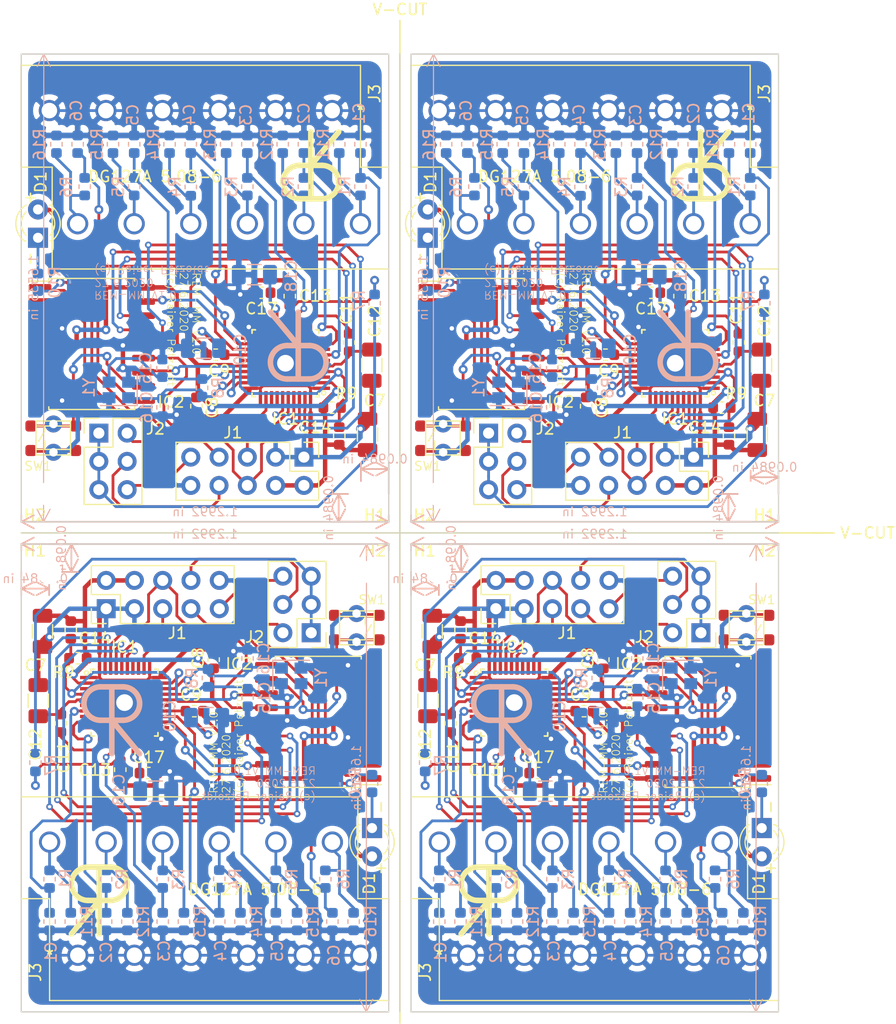
<source format=kicad_pcb>
(kicad_pcb (version 20171130) (host pcbnew "(5.1.5)-3")
  (title_block (title REM-MM) (date 2020-06-10) (rev V1.0) (company Petzoldt))
  (layers (0 F.Cu signal) (31 B.Cu signal) (34 B.Paste user) (35 F.Paste user) (36 B.SilkS user) (37 F.SilkS user) (38 B.Mask user) (39 F.Mask user) (44 Edge.Cuts user))
  (net 0 "")
  (net 1 GNDD)
  (net 2 +3V3)
  (net 3 /~IRQ0)
  (net 4 /~IRQ1)
  (net 5 /HSCLK)
  (net 6 /~RESET)
  (net 7 /AVDD)
  (net 8 /DVDD)
  (net 9 /SCL)
  (net 10 /SDA)
  (net 11 /HSD)
  (net 12 /HAS)
  (net 13 /IAin)
  (net 14 /VPin)
  (net 15 /IFin)
  (net 16 /IEin)
  (net 17 /IDin)
  (net 18 /ICin)
  (net 19 /IBin)
  (net 20 /VP2)
  (net 21 /VP1)
  (net 22 /CLKIN)
  (net 23 /CLKOUT)
  (net 24 /IBP)
  (net 25 /IAP)
  (net 26 /ICP)
  (net 27 /IDP)
  (net 28 /IEP)
  (net 29 /IFP)
  (net 30 /VP)
  (net 31 /REFIO)
  (net 32 /VP3)
  (net 33 "Net-(IC1-Pad33)")
  (net 34 "Net-(IC1-Pad34)")
  (net 35 "Net-(IC2-Pad11)")
  (net 36 "Net-(D1-Pad1)")
  (net 37 "Net-(IC2-Pad8)")
  (net 38 "Net-(IC2-Pad7)")
  (net 39 /LED)
  (module REM:LogoRP_6mm (layer B.Cu) (at 186.872 76.179)
    (fp_text reference L2 hide)
    (fp_text value Logo)
  )
  (module REM:Micro-Button3 (layer F.Cu) (at 162.869 74.401)
    (fp_text reference SW1 (at 0.631 3.599) (layer F.SilkS) (effects (font (size 0.8 0.8) (thickness 0.1))))
    (fp_text value Micro-Button3)
    (pad 5 thru_hole circle (at 2.02 -0.18 90) (size 1.524 1.524) (drill 0.762) (layers *.Cu *.Mask) (net 35 "Net-(IC2-Pad11)"))
    (pad 6 thru_hole circle (at 2.02 2.36 180) (size 1.524 1.524) (drill 0.762) (layers *.Cu *.Mask) (net 1 GNDD))
    (pad 3 smd roundrect (at 4 0) (size 1 1) (layers F.Cu F.Paste F.Mask) (net 35 "Net-(IC2-Pad11)"))
    (pad 4 smd roundrect (at 4 2.2) (size 1 1) (layers F.Cu F.Paste F.Mask) (net 1 GNDD))
    (pad 2 smd roundrect (at 0 2.2) (size 1 1) (layers F.Cu F.Paste F.Mask) (net 1 GNDD))
    (pad 1 smd roundrect (at 0 0) (size 1 1) (layers F.Cu F.Paste F.Mask) (net 35 "Net-(IC2-Pad11)"))
  )
  (module kicad:MountingHole_2.2mm_M2 (layer F.Cu) (at 164.5 80.5 180)
    (fp_text reference H2 (at 1.27 -1.905) (layer F.SilkS))
    (fp_text value MountingHole)
    (pad 1 np_thru_hole circle (at 0 0 180) (size 2.2 2.2) (drill 2.2) (layers *.Cu *.Mask))
  )
  (module REM:LogoRP_6mm (layer F.Cu) (at 188 60 180)
    (fp_text reference L1 hide)
    (fp_text value Logo)
  )
  (module kicad:MountingHole_2.2mm_M2 (layer F.Cu) (at 192.5 80.5 180)
    (fp_text reference H1 (at -1.27 -1.905) (layer F.SilkS))
    (fp_text value MountingHole hide)
    (pad 1 np_thru_hole circle (at 0 0 180) (size 2.2 2.2) (drill 2.2) (layers *.Cu *.Mask))
  )
  (module REM:LED_D3.0mm_long (layer F.Cu) (at 163.5 57.5 90)
    (fp_text reference D1 (at 5 0.25 90) (layer F.SilkS))
    (fp_text value LED)
    (fp_text user + (at 3.605 -0.75 90) (layer F.SilkS))
    (fp_text user - (at -1.895 -0.75 90) (layer F.SilkS))
    (pad 2 thru_hole circle (at 2.54 0 90) (size 1.8 1.8) (drill 0.9) (layers *.Cu *.Mask) (net 2 +3V3))
    (pad 1 thru_hole rect (at 0 0 90) (size 1.8 1.8) (drill 0.9) (layers *.Cu *.Mask) (net 36 "Net-(D1-Pad1)"))
  )
  (module Package_SO:SOIC-18W_7.5x11.6mm_P1.27mm (layer F.Cu) (at 168.33 67.035)
    (fp_text reference IC2 (at 7.112 5.207) (layer F.SilkS))
    (fp_text value MCP23008-xSO)
    (pad 18 smd roundrect (at 4.65 -5.08) (size 2.05 0.6) (layers F.Cu F.Paste F.Mask) (net 2 +3V3))
    (pad 17 smd roundrect (at 4.65 -3.81) (size 2.05 0.6) (layers F.Cu F.Paste F.Mask) (net 6 /~RESET))
    (pad 16 smd roundrect (at 4.65 -2.54) (size 2.05 0.6) (layers F.Cu F.Paste F.Mask) (net 5 /HSCLK))
    (pad 15 smd roundrect (at 4.65 -1.27) (size 2.05 0.6) (layers F.Cu F.Paste F.Mask) (net 11 /HSD))
    (pad 14 smd roundrect (at 4.65 0) (size 2.05 0.6) (layers F.Cu F.Paste F.Mask) (net 12 /HAS))
    (pad 13 smd roundrect (at 4.65 1.27) (size 2.05 0.6) (layers F.Cu F.Paste F.Mask) (net 4 /~IRQ1))
    (pad 12 smd roundrect (at 4.65 2.54) (size 2.05 0.6) (layers F.Cu F.Paste F.Mask) (net 3 /~IRQ0))
    (pad 11 smd roundrect (at 4.65 3.81) (size 2.05 0.6) (layers F.Cu F.Paste F.Mask) (net 35 "Net-(IC2-Pad11)"))
    (pad 10 smd roundrect (at 4.65 5.08) (size 2.05 0.6) (layers F.Cu F.Paste F.Mask) (net 39 /LED))
    (pad 9 smd roundrect (at -4.65 5.08) (size 2.05 0.6) (layers F.Cu F.Paste F.Mask) (net 1 GNDD))
    (pad 8 smd roundrect (at -4.65 3.81) (size 2.05 0.6) (layers F.Cu F.Paste F.Mask) (net 37 "Net-(IC2-Pad8)"))
    (pad 7 smd roundrect (at -4.65 2.54) (size 2.05 0.6) (layers F.Cu F.Paste F.Mask) (net 38 "Net-(IC2-Pad7)"))
    (pad 6 smd roundrect (at -4.65 1.27) (size 2.05 0.6) (layers F.Cu F.Paste F.Mask) (net 2 +3V3))
    (pad 5 smd roundrect (at -4.65 0) (size 2.05 0.6) (layers F.Cu F.Paste F.Mask) (net 1 GNDD))
    (pad 4 smd roundrect (at -4.65 -1.27) (size 2.05 0.6) (layers F.Cu F.Paste F.Mask) (net 1 GNDD))
    (pad 3 smd roundrect (at -4.65 -2.54) (size 2.05 0.6) (layers F.Cu F.Paste F.Mask) (net 1 GNDD))
    (pad 2 smd roundrect (at -4.65 -3.81) (size 2.05 0.6) (layers F.Cu F.Paste F.Mask) (net 10 /SDA))
    (pad 1 smd roundrect (at -4.65 -5.08) (size 2.05 0.6) (layers F.Cu F.Paste F.Mask) (net 9 /SCL))
  )
  (module REM:pxc_1726189_05_MKKDSN-1-5-6-5-08 (layer F.Cu) (at 192.46 46.08 180)
    (fp_text reference J3 (at -1.27 1.524 90) (layer F.SilkS))
    (fp_text value "DG127A 5,08-6" (at 18.46 -5.92) (layer F.SilkS))
    (fp_text user * (at 0 0) (layer F.SilkS))
    (fp_text user * (at 0 0) (layer F.SilkS))
    (pad 12 thru_hole circle (at 0 -10.16 180) (size 1.905 1.905) (drill 1.397) (layers *.Cu *.Mask) (net 13 /IAin))
    (pad 11 thru_hole circle (at 2.54 0 180) (size 1.905 1.905) (drill 1.397) (layers *.Cu *.Mask) (net 1 GNDD))
    (pad 10 thru_hole circle (at 5.08 -10.16 180) (size 1.905 1.905) (drill 1.397) (layers *.Cu *.Mask) (net 19 /IBin))
    (pad 9 thru_hole circle (at 7.62 0 180) (size 1.905 1.905) (drill 1.397) (layers *.Cu *.Mask) (net 1 GNDD))
    (pad 8 thru_hole circle (at 10.16 -10.16 180) (size 1.905 1.905) (drill 1.397) (layers *.Cu *.Mask) (net 18 /ICin))
    (pad 7 thru_hole circle (at 12.7 0 180) (size 1.905 1.905) (drill 1.397) (layers *.Cu *.Mask) (net 1 GNDD))
    (pad 6 thru_hole circle (at 15.24 -10.16 180) (size 1.905 1.905) (drill 1.397) (layers *.Cu *.Mask) (net 17 /IDin))
    (pad 5 thru_hole circle (at 17.78 0 180) (size 1.905 1.905) (drill 1.397) (layers *.Cu *.Mask) (net 1 GNDD))
    (pad 4 thru_hole circle (at 20.32 -10.16 180) (size 1.905 1.905) (drill 1.397) (layers *.Cu *.Mask) (net 16 /IEin))
    (pad 3 thru_hole circle (at 22.86 0 180) (size 1.905 1.905) (drill 1.397) (layers *.Cu *.Mask) (net 1 GNDD))
    (pad 2 thru_hole circle (at 25.4 -10.16 180) (size 1.905 1.905) (drill 1.397) (layers *.Cu *.Mask) (net 15 /IFin))
    (pad 1 thru_hole circle (at 27.94 0 180) (size 1.905 1.905) (drill 1.397) (layers *.Cu *.Mask) (net 1 GNDD))
  )
  (module REM:PinHeader_2x05_P2.54mm_Vertical_mit_Stecker (layer F.Cu) (at 187.38 77.195 270)
    (fp_text reference J1 (at -2.195 6.38 180) (layer F.SilkS))
    (fp_text value Conn_02x05_Odd_Even)
    (pad 10 thru_hole oval (at 2.54 10.16 270) (size 1.7 1.7) (drill 1) (layers *.Cu *.Mask) (net 1 GNDD))
    (pad 9 thru_hole oval (at 0 10.16 270) (size 1.7 1.7) (drill 1) (layers *.Cu *.Mask) (net 32 /VP3))
    (pad 8 thru_hole oval (at 2.54 7.62 270) (size 1.7 1.7) (drill 1) (layers *.Cu *.Mask) (net 20 /VP2))
    (pad 7 thru_hole oval (at 0 7.62 270) (size 1.7 1.7) (drill 1) (layers *.Cu *.Mask) (net 21 /VP1))
    (pad 6 thru_hole oval (at 2.54 5.08 270) (size 1.7 1.7) (drill 1) (layers *.Cu *.Mask) (net 10 /SDA))
    (pad 5 thru_hole oval (at 0 5.08 270) (size 1.7 1.7) (drill 1) (layers *.Cu *.Mask) (net 9 /SCL))
    (pad 4 thru_hole oval (at 2.54 2.54 270) (size 1.7 1.7) (drill 1) (layers *.Cu *.Mask) (net 2 +3V3))
    (pad 3 thru_hole oval (at 0 2.54 270) (size 1.7 1.7) (drill 1) (layers *.Cu *.Mask) (net 1 GNDD))
    (pad 2 thru_hole oval (at 2.54 0 270) (size 1.7 1.7) (drill 1) (layers *.Cu *.Mask) (net 2 +3V3))
    (pad 1 thru_hole rect (at 0 0 270) (size 1.7 1.7) (drill 1) (layers *.Cu *.Mask) (net 1 GNDD))
  )
  (module Resistor_SMD:R_0603_1608Metric (layer B.Cu) (at 165.155 49.1025 270)
    (fp_text reference R16 (at 0.0255 1.524 90) (layer B.SilkS) (effects (justify mirror)))
    (fp_text value 47)
    (pad 2 smd roundrect (at 0.7875 0 270) (size 0.875 0.95) (layers B.Cu B.Paste B.Mask) (net 15 /IFin))
    (pad 1 smd roundrect (at -0.7875 0 270) (size 0.875 0.95) (layers B.Cu B.Paste B.Mask) (net 1 GNDD))
  )
  (module Resistor_SMD:R_0603_1608Metric (layer B.Cu) (at 163.5 61.5 90)
    (fp_text reference R10 (at 0 1.5 270) (layer B.SilkS) (effects (justify mirror)))
    (fp_text value 1k)
    (pad 2 smd roundrect (at 0.7875 0 90) (size 0.875 0.95) (layers B.Cu B.Paste B.Mask) (net 36 "Net-(D1-Pad1)"))
    (pad 1 smd roundrect (at -0.7875 0 90) (size 0.875 0.95) (layers B.Cu B.Paste B.Mask) (net 39 /LED))
  )
  (module REM:QFN50P600X600X80-41N (layer F.Cu) (at 185.725 68.765 180)
    (fp_text reference IC1 (at 0 -5) (layer F.SilkS))
    (fp_text value ADE7816ACPZ)
    (pad 1 smd rect (at -3.25 -2.25 180) (size 1.5 0.3) (layers F.Cu F.Paste F.Mask) (net 1 GNDD))
    (pad 2 smd rect (at -3.25 -1.75 180) (size 1.5 0.3) (layers F.Cu F.Paste F.Mask) (net 2 +3V3))
    (pad 3 smd rect (at -3.25 -1.25 180) (size 1.5 0.3) (layers F.Cu F.Paste F.Mask) (net 1 GNDD))
    (pad 4 smd rect (at -3.25 -0.75 180) (size 1.5 0.3) (layers F.Cu F.Paste F.Mask) (net 6 /~RESET))
    (pad 5 smd rect (at -3.25 -0.25 180) (size 1.5 0.3) (layers F.Cu F.Paste F.Mask) (net 8 /DVDD))
    (pad 6 smd rect (at -3.25 0.25 180) (size 1.5 0.3) (layers F.Cu F.Paste F.Mask) (net 1 GNDD))
    (pad 7 smd rect (at -3.25 0.75 180) (size 1.5 0.3) (layers F.Cu F.Paste F.Mask) (net 25 /IAP))
    (pad 8 smd rect (at -3.25 1.25 180) (size 1.5 0.3) (layers F.Cu F.Paste F.Mask) (net 1 GNDD))
    (pad 9 smd rect (at -3.25 1.75 180) (size 1.5 0.3) (layers F.Cu F.Paste F.Mask) (net 24 /IBP))
    (pad 10 smd rect (at -3.25 2.25 180) (size 1.5 0.3) (layers F.Cu F.Paste F.Mask) (net 1 GNDD))
    (pad 11 smd rect (at -2.25 3.25 180) (size 0.3 1.5) (layers F.Cu F.Paste F.Mask) (net 1 GNDD))
    (pad 12 smd rect (at -1.75 3.25 180) (size 0.3 1.5) (layers F.Cu F.Paste F.Mask) (net 1 GNDD))
    (pad 13 smd rect (at -1.25 3.25 180) (size 0.3 1.5) (layers F.Cu F.Paste F.Mask) (net 26 /ICP))
    (pad 14 smd rect (at -0.75 3.25 180) (size 0.3 1.5) (layers F.Cu F.Paste F.Mask) (net 1 GNDD))
    (pad 15 smd rect (at -0.25 3.25 180) (size 0.3 1.5) (layers F.Cu F.Paste F.Mask) (net 30 /VP))
    (pad 16 smd rect (at 0.25 3.25 180) (size 0.3 1.5) (layers F.Cu F.Paste F.Mask) (net 1 GNDD))
    (pad 17 smd rect (at 0.75 3.25 180) (size 0.3 1.5) (layers F.Cu F.Paste F.Mask) (net 31 /REFIO))
    (pad 18 smd rect (at 1.25 3.25 180) (size 0.3 1.5) (layers F.Cu F.Paste F.Mask) (net 1 GNDD))
    (pad 19 smd rect (at 1.75 3.25 180) (size 0.3 1.5) (layers F.Cu F.Paste F.Mask) (net 29 /IFP))
    (pad 20 smd rect (at 2.25 3.25 180) (size 0.3 1.5) (layers F.Cu F.Paste F.Mask) (net 1 GNDD))
    (pad 21 smd rect (at 3.25 2.25 180) (size 1.5 0.3) (layers F.Cu F.Paste F.Mask) (net 1 GNDD))
    (pad 22 smd rect (at 3.25 1.75 180) (size 1.5 0.3) (layers F.Cu F.Paste F.Mask) (net 28 /IEP))
    (pad 23 smd rect (at 3.25 1.25 180) (size 1.5 0.3) (layers F.Cu F.Paste F.Mask) (net 27 /IDP))
    (pad 24 smd rect (at 3.25 0.75 180) (size 1.5 0.3) (layers F.Cu F.Paste F.Mask) (net 7 /AVDD))
    (pad 25 smd rect (at 3.25 0.25 180) (size 1.5 0.3) (layers F.Cu F.Paste F.Mask) (net 1 GNDD))
    (pad 26 smd rect (at 3.25 -0.25 180) (size 1.5 0.3) (layers F.Cu F.Paste F.Mask) (net 2 +3V3))
    (pad 27 smd rect (at 3.25 -0.75 180) (size 1.5 0.3) (layers F.Cu F.Paste F.Mask) (net 22 /CLKIN))
    (pad 28 smd rect (at 3.25 -1.25 180) (size 1.5 0.3) (layers F.Cu F.Paste F.Mask) (net 23 /CLKOUT))
    (pad 29 smd rect (at 3.25 -1.75 180) (size 1.5 0.3) (layers F.Cu F.Paste F.Mask) (net 3 /~IRQ0))
    (pad 30 smd rect (at 3.25 -2.25 180) (size 1.5 0.3) (layers F.Cu F.Paste F.Mask) (net 1 GNDD))
    (pad 31 smd rect (at 2.25 -3.25 180) (size 0.3 1.5) (layers F.Cu F.Paste F.Mask) (net 1 GNDD))
    (pad 32 smd rect (at 1.75 -3.25 180) (size 0.3 1.5) (layers F.Cu F.Paste F.Mask) (net 4 /~IRQ1))
    (pad 33 smd rect (at 1.25 -3.25 180) (size 0.3 1.5) (layers F.Cu F.Paste F.Mask) (net 33 "Net-(IC1-Pad33)"))
    (pad 34 smd rect (at 0.75 -3.25 180) (size 0.3 1.5) (layers F.Cu F.Paste F.Mask) (net 34 "Net-(IC1-Pad34)"))
    (pad 35 smd rect (at 0.25 -3.25 180) (size 0.3 1.5) (layers F.Cu F.Paste F.Mask) (net 5 /HSCLK))
    (pad 36 smd rect (at -0.25 -3.25 180) (size 0.3 1.5) (layers F.Cu F.Paste F.Mask) (net 9 /SCL))
    (pad 37 smd rect (at -0.75 -3.25 180) (size 0.3 1.5) (layers F.Cu F.Paste F.Mask) (net 11 /HSD))
    (pad 38 smd rect (at -1.25 -3.25 180) (size 0.3 1.5) (layers F.Cu F.Paste F.Mask) (net 10 /SDA))
    (pad 39 smd rect (at -1.75 -3.25 180) (size 0.3 1.5) (layers F.Cu F.Paste F.Mask) (net 12 /HAS))
    (pad 40 smd rect (at -2.25 -3.25 180) (size 0.3 1.5) (layers F.Cu F.Paste F.Mask) (net 1 GNDD))
    (pad 41 smd rect (at 0 0 180) (size 4.3 4.3) (layers F.Cu F.Paste F.Mask) (net 1 GNDD))
  )
  (module Resistor_SMD:R_0603_1608Metric (layer B.Cu) (at 170.235 49.1025 270)
    (fp_text reference R15 (at 0 1.43 90) (layer B.SilkS) (effects (justify mirror)))
    (fp_text value 47)
    (pad 2 smd roundrect (at 0.7875 0 270) (size 0.875 0.95) (layers B.Cu B.Paste B.Mask) (net 16 /IEin))
    (pad 1 smd roundrect (at -0.7875 0 270) (size 0.875 0.95) (layers B.Cu B.Paste B.Mask) (net 1 GNDD))
  )
  (module Connector_PinHeader_2.54mm:PinHeader_2x03_P2.54mm_Vertical (layer F.Cu) (at 168.965 75.036)
    (fp_text reference J2 (at 5.08 -0.381) (layer F.SilkS))
    (fp_text value Conn_02x03_Odd_Even)
    (pad 6 thru_hole oval (at 2.54 5.08) (size 1.7 1.7) (drill 1) (layers *.Cu *.Mask) (net 32 /VP3))
    (pad 5 thru_hole oval (at 0 5.08) (size 1.7 1.7) (drill 1) (layers *.Cu *.Mask) (net 14 /VPin))
    (pad 4 thru_hole oval (at 2.54 2.54) (size 1.7 1.7) (drill 1) (layers *.Cu *.Mask) (net 20 /VP2))
    (pad 3 thru_hole oval (at 0 2.54) (size 1.7 1.7) (drill 1) (layers *.Cu *.Mask) (net 14 /VPin))
    (pad 2 thru_hole oval (at 2.54 0) (size 1.7 1.7) (drill 1) (layers *.Cu *.Mask) (net 21 /VP1))
    (pad 1 thru_hole rect (at 0 0) (size 1.7 1.7) (drill 1) (layers *.Cu *.Mask) (net 14 /VPin))
  )
  (module Resistor_SMD:R_0603_1608Metric (layer B.Cu) (at 177.22 52.938 270)
    (fp_text reference R4 (at 0 1.43 90) (layer B.SilkS) (effects (justify mirror)))
    (fp_text value 1k)
    (pad 2 smd roundrect (at 0.7875 0 270) (size 0.875 0.95) (layers B.Cu B.Paste B.Mask) (net 17 /IDin))
    (pad 1 smd roundrect (at -0.7875 0 270) (size 0.875 0.95) (layers B.Cu B.Paste B.Mask) (net 27 /IDP))
  )
  (module Resistor_SMD:R_0603_1608Metric (layer B.Cu) (at 180.395 49.1025 270)
    (fp_text reference R13 (at 0 1.43 270) (layer B.SilkS) (effects (justify mirror)))
    (fp_text value 47)
    (pad 2 smd roundrect (at 0.7875 0 270) (size 0.875 0.95) (layers B.Cu B.Paste B.Mask) (net 18 /ICin))
    (pad 1 smd roundrect (at -0.7875 0 270) (size 0.875 0.95) (layers B.Cu B.Paste B.Mask) (net 1 GNDD))
  )
  (module Resistor_SMD:R_0603_1608Metric (layer B.Cu) (at 192.46 52.9125 270)
    (fp_text reference R1 (at 0 1.43 90) (layer B.SilkS) (effects (justify mirror)))
    (fp_text value 1k)
    (pad 2 smd roundrect (at 0.7875 0 270) (size 0.875 0.95) (layers B.Cu B.Paste B.Mask) (net 13 /IAin))
    (pad 1 smd roundrect (at -0.7875 0 270) (size 0.875 0.95) (layers B.Cu B.Paste B.Mask) (net 25 /IAP))
  )
  (module Resistor_SMD:R_0603_1608Metric (layer B.Cu) (at 185.475 49.1025 270)
    (fp_text reference R12 (at 0 1.43 270) (layer B.SilkS) (effects (justify mirror)))
    (fp_text value 47)
    (pad 2 smd roundrect (at 0.7875 0 270) (size 0.875 0.95) (layers B.Cu B.Paste B.Mask) (net 19 /IBin))
    (pad 1 smd roundrect (at -0.7875 0 270) (size 0.875 0.95) (layers B.Cu B.Paste B.Mask) (net 1 GNDD))
  )
  (module Crystal:Crystal_SMD_2520-4Pin_2.5x2.0mm (layer B.Cu) (at 170.757 71.164 180)
    (fp_text reference Y1 (at 2.681 0.192 90) (layer B.SilkS) (effects (justify mirror)))
    (fp_text value 16.384MHz)
    (pad 4 smd rect (at -0.875 0.7 180) (size 1.15 1) (layers B.Cu B.Paste B.Mask) (net 1 GNDD))
    (pad 3 smd rect (at 0.875 0.7 180) (size 1.15 1) (layers B.Cu B.Paste B.Mask) (net 22 /CLKIN))
    (pad 2 smd rect (at 0.875 -0.7 180) (size 1.15 1) (layers B.Cu B.Paste B.Mask) (net 1 GNDD))
    (pad 1 smd rect (at -0.875 -0.7 180) (size 1.15 1) (layers B.Cu B.Paste B.Mask) (net 23 /CLKOUT))
  )
  (module Resistor_SMD:R_0603_1608Metric (layer B.Cu) (at 187.38 52.9125 270)
    (fp_text reference R2 (at 0 1.43 90) (layer B.SilkS) (effects (justify mirror)))
    (fp_text value 1k)
    (pad 2 smd roundrect (at 0.7875 0 270) (size 0.875 0.95) (layers B.Cu B.Paste B.Mask) (net 19 /IBin))
    (pad 1 smd roundrect (at -0.7875 0 270) (size 0.875 0.95) (layers B.Cu B.Paste B.Mask) (net 24 /IBP))
  )
  (module Capacitor_SMD:C_1206_3216Metric (layer B.Cu) (at 182.932 60.812 180)
    (fp_text reference C18 (at -3.305 -0.127 270) (layer B.SilkS) (effects (justify mirror)))
    (fp_text value 4.7u)
    (pad 2 smd roundrect (at 1.4 0 180) (size 1.25 1.75) (layers B.Cu B.Paste B.Mask) (roundrect_rratio 0.2) (net 1 GNDD))
    (pad 1 smd roundrect (at -1.4 0 180) (size 1.25 1.75) (layers B.Cu B.Paste B.Mask) (roundrect_rratio 0.2) (net 31 /REFIO))
  )
  (module Resistor_SMD:R_0603_1608Metric (layer B.Cu) (at 193.73 63.3775 270)
    (fp_text reference R7 (at -0.2285 1.397 90) (layer B.SilkS) (effects (justify mirror)))
    (fp_text value 1k)
    (pad 2 smd roundrect (at 0.7875 0 270) (size 0.875 0.95) (layers B.Cu B.Paste B.Mask) (net 14 /VPin))
    (pad 1 smd roundrect (at -0.7875 0 270) (size 0.875 0.95) (layers B.Cu B.Paste B.Mask) (net 30 /VP))
  )
  (module Resistor_SMD:R_0603_1608Metric (layer B.Cu) (at 190.555 49.1025 270)
    (fp_text reference R11 (at 0 1.43 270) (layer B.SilkS) (effects (justify mirror)))
    (fp_text value 47)
    (pad 2 smd roundrect (at 0.7875 0 270) (size 0.875 0.95) (layers B.Cu B.Paste B.Mask) (net 13 /IAin))
    (pad 1 smd roundrect (at -0.7875 0 270) (size 0.875 0.95) (layers B.Cu B.Paste B.Mask) (net 1 GNDD))
  )
  (module Resistor_SMD:R_0603_1608Metric (layer B.Cu) (at 175.315 49.1025 270)
    (fp_text reference R14 (at 0 1.43 90) (layer B.SilkS) (effects (justify mirror)))
    (fp_text value 47)
    (pad 2 smd roundrect (at 0.7875 0 270) (size 0.875 0.95) (layers B.Cu B.Paste B.Mask) (net 17 /IDin))
    (pad 1 smd roundrect (at -0.7875 0 270) (size 0.875 0.95) (layers B.Cu B.Paste B.Mask) (net 1 GNDD))
  )
  (module Capacitor_SMD:C_0603_1608Metric (layer F.Cu) (at 190.555 75.29 90)
    (fp_text reference C14 (at 0.762 -2.159) (layer F.SilkS))
    (fp_text value 1u)
    (pad 2 smd roundrect (at 0.7875 0 90) (size 0.875 0.95) (layers F.Cu F.Paste F.Mask) (net 6 /~RESET))
    (pad 1 smd roundrect (at -0.7875 0 90) (size 0.875 0.95) (layers F.Cu F.Paste F.Mask) (net 2 +3V3))
  )
  (module Capacitor_SMD:C_0603_1608Metric (layer B.Cu) (at 187.38 49.1025 90)
    (fp_text reference C2 (at 2.7685 0 90) (layer B.SilkS) (effects (justify mirror)))
    (fp_text value 22n)
    (pad 2 smd roundrect (at 0.7875 0 90) (size 0.875 0.95) (layers B.Cu B.Paste B.Mask) (net 1 GNDD))
    (pad 1 smd roundrect (at -0.7875 0 90) (size 0.875 0.95) (layers B.Cu B.Paste B.Mask) (net 24 /IBP))
  )
  (module Resistor_SMD:R_0603_1608Metric (layer B.Cu) (at 178.236 70.972 90)
    (fp_text reference R8 (at 0 1.43 270) (layer B.SilkS) (effects (justify mirror)))
    (fp_text value 4.7M)
    (pad 2 smd roundrect (at 0.7875 0 90) (size 0.875 0.95) (layers B.Cu B.Paste B.Mask) (net 22 /CLKIN))
    (pad 1 smd roundrect (at -0.7875 0 90) (size 0.875 0.95) (layers B.Cu B.Paste B.Mask) (net 23 /CLKOUT))
  )
  (module Capacitor_SMD:C_1206_3216Metric (layer B.Cu) (at 178.363 67.416 180)
    (fp_text reference C10 (at -3.302 -0.127 90) (layer B.SilkS) (effects (justify mirror)))
    (fp_text value 4.7u)
    (pad 2 smd roundrect (at 1.4 0 180) (size 1.25 1.75) (layers B.Cu B.Paste B.Mask) (roundrect_rratio 0.2) (net 1 GNDD))
    (pad 1 smd roundrect (at -1.4 0 180) (size 1.25 1.75) (layers B.Cu B.Paste B.Mask) (roundrect_rratio 0.2) (net 7 /AVDD))
  )
  (module Capacitor_SMD:C_0603_1608Metric (layer F.Cu) (at 183.5955 62.4375 180)
    (fp_text reference C17 (at 0.0255 -1.4225) (layer F.SilkS))
    (fp_text value 220n)
    (pad 2 smd roundrect (at 0.7875 0 180) (size 0.875 0.95) (layers F.Cu F.Paste F.Mask) (net 1 GNDD))
    (pad 1 smd roundrect (at -0.7875 0 180) (size 0.875 0.95) (layers F.Cu F.Paste F.Mask) (net 31 /REFIO))
  )
  (module Resistor_SMD:R_0603_1608Metric (layer B.Cu) (at 182.3 52.9125 270)
    (fp_text reference R3 (at 0 1.43 90) (layer B.SilkS) (effects (justify mirror)))
    (fp_text value 1k)
    (pad 2 smd roundrect (at 0.7875 0 270) (size 0.875 0.95) (layers B.Cu B.Paste B.Mask) (net 18 /ICin))
    (pad 1 smd roundrect (at -0.7875 0 270) (size 0.875 0.95) (layers B.Cu B.Paste B.Mask) (net 26 /ICP))
  )
  (module Capacitor_SMD:C_0603_1608Metric (layer B.Cu) (at 177.22 49.1025 90)
    (fp_text reference C4 (at 2.6415 -0.127 90) (layer B.SilkS) (effects (justify mirror)))
    (fp_text value 22n)
    (pad 2 smd roundrect (at 0.7875 0 90) (size 0.875 0.95) (layers B.Cu B.Paste B.Mask) (net 1 GNDD))
    (pad 1 smd roundrect (at -0.7875 0 90) (size 0.875 0.95) (layers B.Cu B.Paste B.Mask) (net 27 /IDP))
  )
  (module Capacitor_SMD:C_0603_1608Metric (layer F.Cu) (at 186.11 62.7425 90)
    (fp_text reference C13 (at 0.0255 2.286) (layer F.SilkS))
    (fp_text value 22n)
    (pad 2 smd roundrect (at 0.7875 0 90) (size 0.875 0.95) (layers F.Cu F.Paste F.Mask) (net 1 GNDD))
    (pad 1 smd roundrect (at -0.7875 0 90) (size 0.875 0.95) (layers F.Cu F.Paste F.Mask) (net 30 /VP))
  )
  (module Capacitor_SMD:C_0603_1608Metric (layer B.Cu) (at 182.3 49.1025 90)
    (fp_text reference C3 (at 2.6415 -0.127 270) (layer B.SilkS) (effects (justify mirror)))
    (fp_text value 22n)
    (pad 2 smd roundrect (at 0.7875 0 90) (size 0.875 0.95) (layers B.Cu B.Paste B.Mask) (net 1 GNDD))
    (pad 1 smd roundrect (at -0.7875 0 90) (size 0.875 0.95) (layers B.Cu B.Paste B.Mask) (net 26 /ICP))
  )
  (module Capacitor_SMD:C_1206_3216Metric (layer F.Cu) (at 193.095 75.16 90)
    (fp_text reference C7 (at 3.045 0.635 180) (layer F.SilkS))
    (fp_text value 10u)
    (pad 2 smd roundrect (at 1.4 0 90) (size 1.25 1.75) (layers F.Cu F.Paste F.Mask) (roundrect_rratio 0.2) (net 1 GNDD))
    (pad 1 smd roundrect (at -1.4 0 90) (size 1.25 1.75) (layers F.Cu F.Paste F.Mask) (roundrect_rratio 0.2) (net 2 +3V3))
  )
  (module Capacitor_SMD:C_0603_1608Metric (layer B.Cu) (at 174.68 69.2195 90)
    (fp_text reference C15 (at 0.0255 -1.524 90) (layer B.SilkS) (effects (justify mirror)))
    (fp_text value 20p)
    (pad 2 smd roundrect (at 0.7875 0 90) (size 0.875 0.95) (layers B.Cu B.Paste B.Mask) (net 1 GNDD))
    (pad 1 smd roundrect (at -0.7875 0 90) (size 0.875 0.95) (layers B.Cu B.Paste B.Mask) (net 22 /CLKIN))
  )
  (module Capacitor_SMD:C_0603_1608Metric (layer F.Cu) (at 191.444 66.908 90)
    (fp_text reference C11 (at 3.048 -0.254 90) (layer F.SilkS))
    (fp_text value 220n)
    (pad 2 smd roundrect (at 0.7875 0 90) (size 0.875 0.95) (layers F.Cu F.Paste F.Mask) (net 1 GNDD))
    (pad 1 smd roundrect (at -0.7875 0 90) (size 0.875 0.95) (layers F.Cu F.Paste F.Mask) (net 8 /DVDD))
  )
  (module Capacitor_SMD:C_1206_3216Metric (layer F.Cu) (at 193.476 68.94 270)
    (fp_text reference C12 (at -3.937 -0.254 90) (layer F.SilkS))
    (fp_text value 4.7u)
    (pad 2 smd roundrect (at 1.4 0 270) (size 1.25 1.75) (layers F.Cu F.Paste F.Mask) (roundrect_rratio 0.2) (net 1 GNDD))
    (pad 1 smd roundrect (at -1.4 0 270) (size 1.25 1.75) (layers F.Cu F.Paste F.Mask) (roundrect_rratio 0.2) (net 8 /DVDD))
  )
  (module Capacitor_SMD:C_0603_1608Metric (layer B.Cu) (at 192.46 49.1025 90)
    (fp_text reference C1 (at 2.7685 -0.127 90) (layer B.SilkS) (effects (justify mirror)))
    (fp_text value 22n)
    (pad 2 smd roundrect (at 0.7875 0 90) (size 0.875 0.95) (layers B.Cu B.Paste B.Mask) (net 1 GNDD))
    (pad 1 smd roundrect (at -0.7875 0 90) (size 0.875 0.95) (layers B.Cu B.Paste B.Mask) (net 25 /IAP))
  )
  (module Capacitor_SMD:C_0603_1608Metric (layer B.Cu) (at 172.14 49.1025 90)
    (fp_text reference C5 (at 2.6415 -0.127 90) (layer B.SilkS) (effects (justify mirror)))
    (fp_text value 22n)
    (pad 2 smd roundrect (at 0.7875 0 90) (size 0.875 0.95) (layers B.Cu B.Paste B.Mask) (net 1 GNDD))
    (pad 1 smd roundrect (at -0.7875 0 90) (size 0.875 0.95) (layers B.Cu B.Paste B.Mask) (net 28 /IEP))
  )
  (module Capacitor_SMD:C_0603_1608Metric (layer B.Cu) (at 167.06 49.1025 90)
    (fp_text reference C6 (at 3.0225 -0.127 270) (layer B.SilkS) (effects (justify mirror)))
    (fp_text value 22n)
    (pad 2 smd roundrect (at 0.7875 0 90) (size 0.875 0.95) (layers B.Cu B.Paste B.Mask) (net 1 GNDD))
    (pad 1 smd roundrect (at -0.7875 0 90) (size 0.875 0.95) (layers B.Cu B.Paste B.Mask) (net 29 /IFP))
  )
  (module Capacitor_SMD:C_0603_1608Metric (layer F.Cu) (at 179.4625 68 180)
    (fp_text reference C9 (at -0.2975 -1.448) (layer F.SilkS))
    (fp_text value 220n)
    (pad 2 smd roundrect (at 0.7875 0 180) (size 0.875 0.95) (layers F.Cu F.Paste F.Mask) (net 1 GNDD))
    (pad 1 smd roundrect (at -0.7875 0 180) (size 0.875 0.95) (layers F.Cu F.Paste F.Mask) (net 7 /AVDD))
  )
  (module Capacitor_SMD:C_0603_1608Metric (layer B.Cu) (at 174.68 72.7245 270)
    (fp_text reference C16 (at 0 1.43 270) (layer B.SilkS) (effects (justify mirror)))
    (fp_text value 20p)
    (pad 2 smd roundrect (at 0.7875 0 270) (size 0.875 0.95) (layers B.Cu B.Paste B.Mask) (net 1 GNDD))
    (pad 1 smd roundrect (at -0.7875 0 270) (size 0.875 0.95) (layers B.Cu B.Paste B.Mask) (net 23 /CLKOUT))
  )
  (module Capacitor_SMD:C_0603_1608Metric (layer F.Cu) (at 177.728 72.623 270)
    (fp_text reference C8 (at 0.127 -1.397 90) (layer F.SilkS))
    (fp_text value 220n)
    (pad 2 smd roundrect (at 0.7875 0 270) (size 0.875 0.95) (layers F.Cu F.Paste F.Mask) (net 1 GNDD))
    (pad 1 smd roundrect (at -0.7875 0 270) (size 0.875 0.95) (layers F.Cu F.Paste F.Mask) (net 2 +3V3))
  )
  (module REM:LogoRP_6mm (layer B.Cu) (at 170.128 91.821 180)
    (fp_text reference L2 hide)
    (fp_text value Logo)
  )
  (module REM:Micro-Button3 (layer F.Cu) (at 194.131 93.599 180)
    (fp_text reference SW1 (at 0.631 3.599) (layer F.SilkS) (effects (font (size 0.8 0.8) (thickness 0.1))))
    (fp_text value Micro-Button3)
    (pad 1 smd roundrect (at 0 0 180) (size 1 1) (layers F.Cu F.Paste F.Mask) (net 35 "Net-(IC2-Pad11)"))
    (pad 2 smd roundrect (at 0 2.2 180) (size 1 1) (layers F.Cu F.Paste F.Mask) (net 1 GNDD))
    (pad 4 smd roundrect (at 4 2.2 180) (size 1 1) (layers F.Cu F.Paste F.Mask) (net 1 GNDD))
    (pad 3 smd roundrect (at 4 0 180) (size 1 1) (layers F.Cu F.Paste F.Mask) (net 35 "Net-(IC2-Pad11)"))
    (pad 6 thru_hole circle (at 2.02 2.36) (size 1.524 1.524) (drill 0.762) (layers *.Cu *.Mask) (net 1 GNDD))
    (pad 5 thru_hole circle (at 2.02 -0.18 270) (size 1.524 1.524) (drill 0.762) (layers *.Cu *.Mask) (net 35 "Net-(IC2-Pad11)"))
  )
  (module kicad:MountingHole_2.2mm_M2 (layer F.Cu) (at 192.5 87.5)
    (fp_text reference H2 (at 1.27 -1.905) (layer F.SilkS))
    (fp_text value MountingHole)
    (pad 1 np_thru_hole circle (at 0 0) (size 2.2 2.2) (drill 2.2) (layers *.Cu *.Mask))
  )
  (module REM:LogoRP_6mm (layer F.Cu) (at 169 108)
    (fp_text reference L1 hide)
    (fp_text value Logo)
  )
  (module REM:PinHeader_2x05_P2.54mm_Vertical_mit_Stecker (layer F.Cu) (at 169.62 90.805 90)
    (fp_text reference J1 (at -2.195 6.38 180) (layer F.SilkS))
    (fp_text value Conn_02x05_Odd_Even)
    (pad 1 thru_hole rect (at 0 0 90) (size 1.7 1.7) (drill 1) (layers *.Cu *.Mask) (net 1 GNDD))
    (pad 2 thru_hole oval (at 2.54 0 90) (size 1.7 1.7) (drill 1) (layers *.Cu *.Mask) (net 2 +3V3))
    (pad 3 thru_hole oval (at 0 2.54 90) (size 1.7 1.7) (drill 1) (layers *.Cu *.Mask) (net 1 GNDD))
    (pad 4 thru_hole oval (at 2.54 2.54 90) (size 1.7 1.7) (drill 1) (layers *.Cu *.Mask) (net 2 +3V3))
    (pad 5 thru_hole oval (at 0 5.08 90) (size 1.7 1.7) (drill 1) (layers *.Cu *.Mask) (net 9 /SCL))
    (pad 6 thru_hole oval (at 2.54 5.08 90) (size 1.7 1.7) (drill 1) (layers *.Cu *.Mask) (net 10 /SDA))
    (pad 7 thru_hole oval (at 0 7.62 90) (size 1.7 1.7) (drill 1) (layers *.Cu *.Mask) (net 21 /VP1))
    (pad 8 thru_hole oval (at 2.54 7.62 90) (size 1.7 1.7) (drill 1) (layers *.Cu *.Mask) (net 20 /VP2))
    (pad 9 thru_hole oval (at 0 10.16 90) (size 1.7 1.7) (drill 1) (layers *.Cu *.Mask) (net 32 /VP3))
    (pad 10 thru_hole oval (at 2.54 10.16 90) (size 1.7 1.7) (drill 1) (layers *.Cu *.Mask) (net 1 GNDD))
  )
  (module REM:QFN50P600X600X80-41N (layer F.Cu) (at 171.275 99.235)
    (fp_text reference IC1 (at 0 -5) (layer F.SilkS))
    (fp_text value ADE7816ACPZ)
    (pad 41 smd rect (at 0 0) (size 4.3 4.3) (layers F.Cu F.Paste F.Mask) (net 1 GNDD))
    (pad 40 smd rect (at -2.25 -3.25) (size 0.3 1.5) (layers F.Cu F.Paste F.Mask) (net 1 GNDD))
    (pad 39 smd rect (at -1.75 -3.25) (size 0.3 1.5) (layers F.Cu F.Paste F.Mask) (net 12 /HAS))
    (pad 38 smd rect (at -1.25 -3.25) (size 0.3 1.5) (layers F.Cu F.Paste F.Mask) (net 10 /SDA))
    (pad 37 smd rect (at -0.75 -3.25) (size 0.3 1.5) (layers F.Cu F.Paste F.Mask) (net 11 /HSD))
    (pad 36 smd rect (at -0.25 -3.25) (size 0.3 1.5) (layers F.Cu F.Paste F.Mask) (net 9 /SCL))
    (pad 35 smd rect (at 0.25 -3.25) (size 0.3 1.5) (layers F.Cu F.Paste F.Mask) (net 5 /HSCLK))
    (pad 34 smd rect (at 0.75 -3.25) (size 0.3 1.5) (layers F.Cu F.Paste F.Mask) (net 34 "Net-(IC1-Pad34)"))
    (pad 33 smd rect (at 1.25 -3.25) (size 0.3 1.5) (layers F.Cu F.Paste F.Mask) (net 33 "Net-(IC1-Pad33)"))
    (pad 32 smd rect (at 1.75 -3.25) (size 0.3 1.5) (layers F.Cu F.Paste F.Mask) (net 4 /~IRQ1))
    (pad 31 smd rect (at 2.25 -3.25) (size 0.3 1.5) (layers F.Cu F.Paste F.Mask) (net 1 GNDD))
    (pad 30 smd rect (at 3.25 -2.25) (size 1.5 0.3) (layers F.Cu F.Paste F.Mask) (net 1 GNDD))
    (pad 29 smd rect (at 3.25 -1.75) (size 1.5 0.3) (layers F.Cu F.Paste F.Mask) (net 3 /~IRQ0))
    (pad 28 smd rect (at 3.25 -1.25) (size 1.5 0.3) (layers F.Cu F.Paste F.Mask) (net 23 /CLKOUT))
    (pad 27 smd rect (at 3.25 -0.75) (size 1.5 0.3) (layers F.Cu F.Paste F.Mask) (net 22 /CLKIN))
    (pad 26 smd rect (at 3.25 -0.25) (size 1.5 0.3) (layers F.Cu F.Paste F.Mask) (net 2 +3V3))
    (pad 25 smd rect (at 3.25 0.25) (size 1.5 0.3) (layers F.Cu F.Paste F.Mask) (net 1 GNDD))
    (pad 24 smd rect (at 3.25 0.75) (size 1.5 0.3) (layers F.Cu F.Paste F.Mask) (net 7 /AVDD))
    (pad 23 smd rect (at 3.25 1.25) (size 1.5 0.3) (layers F.Cu F.Paste F.Mask) (net 27 /IDP))
    (pad 22 smd rect (at 3.25 1.75) (size 1.5 0.3) (layers F.Cu F.Paste F.Mask) (net 28 /IEP))
    (pad 21 smd rect (at 3.25 2.25) (size 1.5 0.3) (layers F.Cu F.Paste F.Mask) (net 1 GNDD))
    (pad 20 smd rect (at 2.25 3.25) (size 0.3 1.5) (layers F.Cu F.Paste F.Mask) (net 1 GNDD))
    (pad 19 smd rect (at 1.75 3.25) (size 0.3 1.5) (layers F.Cu F.Paste F.Mask) (net 29 /IFP))
    (pad 18 smd rect (at 1.25 3.25) (size 0.3 1.5) (layers F.Cu F.Paste F.Mask) (net 1 GNDD))
    (pad 17 smd rect (at 0.75 3.25) (size 0.3 1.5) (layers F.Cu F.Paste F.Mask) (net 31 /REFIO))
    (pad 16 smd rect (at 0.25 3.25) (size 0.3 1.5) (layers F.Cu F.Paste F.Mask) (net 1 GNDD))
    (pad 15 smd rect (at -0.25 3.25) (size 0.3 1.5) (layers F.Cu F.Paste F.Mask) (net 30 /VP))
    (pad 14 smd rect (at -0.75 3.25) (size 0.3 1.5) (layers F.Cu F.Paste F.Mask) (net 1 GNDD))
    (pad 13 smd rect (at -1.25 3.25) (size 0.3 1.5) (layers F.Cu F.Paste F.Mask) (net 26 /ICP))
    (pad 12 smd rect (at -1.75 3.25) (size 0.3 1.5) (layers F.Cu F.Paste F.Mask) (net 1 GNDD))
    (pad 11 smd rect (at -2.25 3.25) (size 0.3 1.5) (layers F.Cu F.Paste F.Mask) (net 1 GNDD))
    (pad 10 smd rect (at -3.25 2.25) (size 1.5 0.3) (layers F.Cu F.Paste F.Mask) (net 1 GNDD))
    (pad 9 smd rect (at -3.25 1.75) (size 1.5 0.3) (layers F.Cu F.Paste F.Mask) (net 24 /IBP))
    (pad 8 smd rect (at -3.25 1.25) (size 1.5 0.3) (layers F.Cu F.Paste F.Mask) (net 1 GNDD))
    (pad 7 smd rect (at -3.25 0.75) (size 1.5 0.3) (layers F.Cu F.Paste F.Mask) (net 25 /IAP))
    (pad 6 smd rect (at -3.25 0.25) (size 1.5 0.3) (layers F.Cu F.Paste F.Mask) (net 1 GNDD))
    (pad 5 smd rect (at -3.25 -0.25) (size 1.5 0.3) (layers F.Cu F.Paste F.Mask) (net 8 /DVDD))
    (pad 4 smd rect (at -3.25 -0.75) (size 1.5 0.3) (layers F.Cu F.Paste F.Mask) (net 6 /~RESET))
    (pad 3 smd rect (at -3.25 -1.25) (size 1.5 0.3) (layers F.Cu F.Paste F.Mask) (net 1 GNDD))
    (pad 2 smd rect (at -3.25 -1.75) (size 1.5 0.3) (layers F.Cu F.Paste F.Mask) (net 2 +3V3))
    (pad 1 smd rect (at -3.25 -2.25) (size 1.5 0.3) (layers F.Cu F.Paste F.Mask) (net 1 GNDD))
  )
  (module kicad:MountingHole_2.2mm_M2 (layer F.Cu) (at 164.5 87.5)
    (fp_text reference H1 (at -1.27 -1.905) (layer F.SilkS))
    (fp_text value MountingHole hide)
    (pad 1 np_thru_hole circle (at 0 0) (size 2.2 2.2) (drill 2.2) (layers *.Cu *.Mask))
  )
  (module REM:LED_D3.0mm_long (layer F.Cu) (at 193.5 110.5 270)
    (fp_text reference D1 (at 5 0.25 90) (layer F.SilkS))
    (fp_text value LED)
    (fp_text user - (at -1.895 -0.75 90) (layer F.SilkS))
    (fp_text user + (at 3.605 -0.75 90) (layer F.SilkS))
    (pad 1 thru_hole rect (at 0 0 270) (size 1.8 1.8) (drill 0.9) (layers *.Cu *.Mask) (net 36 "Net-(D1-Pad1)"))
    (pad 2 thru_hole circle (at 2.54 0 270) (size 1.8 1.8) (drill 0.9) (layers *.Cu *.Mask) (net 2 +3V3))
  )
  (module Package_SO:SOIC-18W_7.5x11.6mm_P1.27mm (layer F.Cu) (at 188.67 100.965 180)
    (fp_text reference IC2 (at 7.112 5.207) (layer F.SilkS))
    (fp_text value MCP23008-xSO)
    (pad 1 smd roundrect (at -4.65 -5.08 180) (size 2.05 0.6) (layers F.Cu F.Paste F.Mask) (net 9 /SCL))
    (pad 2 smd roundrect (at -4.65 -3.81 180) (size 2.05 0.6) (layers F.Cu F.Paste F.Mask) (net 10 /SDA))
    (pad 3 smd roundrect (at -4.65 -2.54 180) (size 2.05 0.6) (layers F.Cu F.Paste F.Mask) (net 1 GNDD))
    (pad 4 smd roundrect (at -4.65 -1.27 180) (size 2.05 0.6) (layers F.Cu F.Paste F.Mask) (net 1 GNDD))
    (pad 5 smd roundrect (at -4.65 0 180) (size 2.05 0.6) (layers F.Cu F.Paste F.Mask) (net 1 GNDD))
    (pad 6 smd roundrect (at -4.65 1.27 180) (size 2.05 0.6) (layers F.Cu F.Paste F.Mask) (net 2 +3V3))
    (pad 7 smd roundrect (at -4.65 2.54 180) (size 2.05 0.6) (layers F.Cu F.Paste F.Mask) (net 38 "Net-(IC2-Pad7)"))
    (pad 8 smd roundrect (at -4.65 3.81 180) (size 2.05 0.6) (layers F.Cu F.Paste F.Mask) (net 37 "Net-(IC2-Pad8)"))
    (pad 9 smd roundrect (at -4.65 5.08 180) (size 2.05 0.6) (layers F.Cu F.Paste F.Mask) (net 1 GNDD))
    (pad 10 smd roundrect (at 4.65 5.08 180) (size 2.05 0.6) (layers F.Cu F.Paste F.Mask) (net 39 /LED))
    (pad 11 smd roundrect (at 4.65 3.81 180) (size 2.05 0.6) (layers F.Cu F.Paste F.Mask) (net 35 "Net-(IC2-Pad11)"))
    (pad 12 smd roundrect (at 4.65 2.54 180) (size 2.05 0.6) (layers F.Cu F.Paste F.Mask) (net 3 /~IRQ0))
    (pad 13 smd roundrect (at 4.65 1.27 180) (size 2.05 0.6) (layers F.Cu F.Paste F.Mask) (net 4 /~IRQ1))
    (pad 14 smd roundrect (at 4.65 0 180) (size 2.05 0.6) (layers F.Cu F.Paste F.Mask) (net 12 /HAS))
    (pad 15 smd roundrect (at 4.65 -1.27 180) (size 2.05 0.6) (layers F.Cu F.Paste F.Mask) (net 11 /HSD))
    (pad 16 smd roundrect (at 4.65 -2.54 180) (size 2.05 0.6) (layers F.Cu F.Paste F.Mask) (net 5 /HSCLK))
    (pad 17 smd roundrect (at 4.65 -3.81 180) (size 2.05 0.6) (layers F.Cu F.Paste F.Mask) (net 6 /~RESET))
    (pad 18 smd roundrect (at 4.65 -5.08 180) (size 2.05 0.6) (layers F.Cu F.Paste F.Mask) (net 2 +3V3))
  )
  (module Resistor_SMD:R_0603_1608Metric (layer B.Cu) (at 193.5 106.5 270)
    (fp_text reference R10 (at 0 1.5 270) (layer B.SilkS) (effects (justify mirror)))
    (fp_text value 1k)
    (pad 1 smd roundrect (at -0.7875 0 270) (size 0.875 0.95) (layers B.Cu B.Paste B.Mask) (net 39 /LED))
    (pad 2 smd roundrect (at 0.7875 0 270) (size 0.875 0.95) (layers B.Cu B.Paste B.Mask) (net 36 "Net-(D1-Pad1)"))
  )
  (module Resistor_SMD:R_0603_1608Metric (layer B.Cu) (at 186.765 118.8975 90)
    (fp_text reference R15 (at 0 1.43 90) (layer B.SilkS) (effects (justify mirror)))
    (fp_text value 47)
    (pad 1 smd roundrect (at -0.7875 0 90) (size 0.875 0.95) (layers B.Cu B.Paste B.Mask) (net 1 GNDD))
    (pad 2 smd roundrect (at 0.7875 0 90) (size 0.875 0.95) (layers B.Cu B.Paste B.Mask) (net 16 /IEin))
  )
  (module Resistor_SMD:R_0603_1608Metric (layer B.Cu) (at 191.845 118.8975 90)
    (fp_text reference R16 (at 0.0255 1.524 90) (layer B.SilkS) (effects (justify mirror)))
    (fp_text value 47)
    (pad 1 smd roundrect (at -0.7875 0 90) (size 0.875 0.95) (layers B.Cu B.Paste B.Mask) (net 1 GNDD))
    (pad 2 smd roundrect (at 0.7875 0 90) (size 0.875 0.95) (layers B.Cu B.Paste B.Mask) (net 15 /IFin))
  )
  (module REM:pxc_1726189_05_MKKDSN-1-5-6-5-08 (layer F.Cu) (at 164.54 121.92)
    (fp_text reference J3 (at -1.27 1.524 90) (layer F.SilkS))
    (fp_text value "DG127A 5,08-6" (at 18.46 -5.92) (layer F.SilkS))
    (fp_text user * (at 0 0) (layer F.SilkS))
    (fp_text user * (at 0 0) (layer F.SilkS))
    (pad 1 thru_hole circle (at 27.94 0) (size 1.905 1.905) (drill 1.397) (layers *.Cu *.Mask) (net 1 GNDD))
    (pad 2 thru_hole circle (at 25.4 -10.16) (size 1.905 1.905) (drill 1.397) (layers *.Cu *.Mask) (net 15 /IFin))
    (pad 3 thru_hole circle (at 22.86 0) (size 1.905 1.905) (drill 1.397) (layers *.Cu *.Mask) (net 1 GNDD))
    (pad 4 thru_hole circle (at 20.32 -10.16) (size 1.905 1.905) (drill 1.397) (layers *.Cu *.Mask) (net 16 /IEin))
    (pad 5 thru_hole circle (at 17.78 0) (size 1.905 1.905) (drill 1.397) (layers *.Cu *.Mask) (net 1 GNDD))
    (pad 6 thru_hole circle (at 15.24 -10.16) (size 1.905 1.905) (drill 1.397) (layers *.Cu *.Mask) (net 17 /IDin))
    (pad 7 thru_hole circle (at 12.7 0) (size 1.905 1.905) (drill 1.397) (layers *.Cu *.Mask) (net 1 GNDD))
    (pad 8 thru_hole circle (at 10.16 -10.16) (size 1.905 1.905) (drill 1.397) (layers *.Cu *.Mask) (net 18 /ICin))
    (pad 9 thru_hole circle (at 7.62 0) (size 1.905 1.905) (drill 1.397) (layers *.Cu *.Mask) (net 1 GNDD))
    (pad 10 thru_hole circle (at 5.08 -10.16) (size 1.905 1.905) (drill 1.397) (layers *.Cu *.Mask) (net 19 /IBin))
    (pad 11 thru_hole circle (at 2.54 0) (size 1.905 1.905) (drill 1.397) (layers *.Cu *.Mask) (net 1 GNDD))
    (pad 12 thru_hole circle (at 0 -10.16) (size 1.905 1.905) (drill 1.397) (layers *.Cu *.Mask) (net 13 /IAin))
  )
  (module Resistor_SMD:R_0603_1608Metric (layer B.Cu) (at 167.695 52.9125 270)
    (fp_text reference R6 (at 0.0255 1.651 270) (layer B.SilkS) (effects (justify mirror)))
    (fp_text value 1k)
    (pad 2 smd roundrect (at 0.7875 0 270) (size 0.875 0.95) (layers B.Cu B.Paste B.Mask) (net 15 /IFin))
    (pad 1 smd roundrect (at -0.7875 0 270) (size 0.875 0.95) (layers B.Cu B.Paste B.Mask) (net 29 /IFP))
  )
  (module Capacitor_SMD:C_0603_1608Metric (layer F.Cu) (at 170.89 105.2575 270)
    (fp_text reference C13 (at 0.0255 2.286) (layer F.SilkS))
    (fp_text value 22n)
    (pad 1 smd roundrect (at -0.7875 0 270) (size 0.875 0.95) (layers F.Cu F.Paste F.Mask) (net 30 /VP))
    (pad 2 smd roundrect (at 0.7875 0 270) (size 0.875 0.95) (layers F.Cu F.Paste F.Mask) (net 1 GNDD))
  )
  (module Capacitor_SMD:C_0603_1608Metric (layer B.Cu) (at 174.7 118.8975 270)
    (fp_text reference C3 (at 2.6415 -0.127 270) (layer B.SilkS) (effects (justify mirror)))
    (fp_text value 22n)
    (pad 1 smd roundrect (at -0.7875 0 270) (size 0.875 0.95) (layers B.Cu B.Paste B.Mask) (net 26 /ICP))
    (pad 2 smd roundrect (at 0.7875 0 270) (size 0.875 0.95) (layers B.Cu B.Paste B.Mask) (net 1 GNDD))
  )
  (module Capacitor_SMD:C_1206_3216Metric (layer F.Cu) (at 163.905 92.84 270)
    (fp_text reference C7 (at 3.045 0.635 180) (layer F.SilkS))
    (fp_text value 10u)
    (pad 1 smd roundrect (at -1.4 0 270) (size 1.25 1.75) (layers F.Cu F.Paste F.Mask) (roundrect_rratio 0.2) (net 2 +3V3))
    (pad 2 smd roundrect (at 1.4 0 270) (size 1.25 1.75) (layers F.Cu F.Paste F.Mask) (roundrect_rratio 0.2) (net 1 GNDD))
  )
  (module Capacitor_SMD:C_0603_1608Metric (layer B.Cu) (at 182.32 98.7805 270)
    (fp_text reference C15 (at 0.0255 -1.524 90) (layer B.SilkS) (effects (justify mirror)))
    (fp_text value 20p)
    (pad 1 smd roundrect (at -0.7875 0 270) (size 0.875 0.95) (layers B.Cu B.Paste B.Mask) (net 22 /CLKIN))
    (pad 2 smd roundrect (at 0.7875 0 270) (size 0.875 0.95) (layers B.Cu B.Paste B.Mask) (net 1 GNDD))
  )
  (module Capacitor_SMD:C_0603_1608Metric (layer F.Cu) (at 165.556 101.092 270)
    (fp_text reference C11 (at 3.048 -0.254 90) (layer F.SilkS))
    (fp_text value 220n)
    (pad 1 smd roundrect (at -0.7875 0 270) (size 0.875 0.95) (layers F.Cu F.Paste F.Mask) (net 8 /DVDD))
    (pad 2 smd roundrect (at 0.7875 0 270) (size 0.875 0.95) (layers F.Cu F.Paste F.Mask) (net 1 GNDD))
  )
  (module Capacitor_SMD:C_1206_3216Metric (layer F.Cu) (at 163.524 99.06 90)
    (fp_text reference C12 (at -3.937 -0.254 90) (layer F.SilkS))
    (fp_text value 4.7u)
    (pad 1 smd roundrect (at -1.4 0 90) (size 1.25 1.75) (layers F.Cu F.Paste F.Mask) (roundrect_rratio 0.2) (net 8 /DVDD))
    (pad 2 smd roundrect (at 1.4 0 90) (size 1.25 1.75) (layers F.Cu F.Paste F.Mask) (roundrect_rratio 0.2) (net 1 GNDD))
  )
  (module Capacitor_SMD:C_0603_1608Metric (layer F.Cu) (at 177.5375 100)
    (fp_text reference C9 (at -0.2975 -1.448) (layer F.SilkS))
    (fp_text value 220n)
    (pad 1 smd roundrect (at -0.7875 0) (size 0.875 0.95) (layers F.Cu F.Paste F.Mask) (net 7 /AVDD))
    (pad 2 smd roundrect (at 0.7875 0) (size 0.875 0.95) (layers F.Cu F.Paste F.Mask) (net 1 GNDD))
  )
  (module Capacitor_SMD:C_0603_1608Metric (layer B.Cu) (at 164.54 118.8975 270)
    (fp_text reference C1 (at 2.7685 -0.127 90) (layer B.SilkS) (effects (justify mirror)))
    (fp_text value 22n)
    (pad 1 smd roundrect (at -0.7875 0 270) (size 0.875 0.95) (layers B.Cu B.Paste B.Mask) (net 25 /IAP))
    (pad 2 smd roundrect (at 0.7875 0 270) (size 0.875 0.95) (layers B.Cu B.Paste B.Mask) (net 1 GNDD))
  )
  (module Capacitor_SMD:C_0603_1608Metric (layer B.Cu) (at 184.86 118.8975 270)
    (fp_text reference C5 (at 2.6415 -0.127 90) (layer B.SilkS) (effects (justify mirror)))
    (fp_text value 22n)
    (pad 1 smd roundrect (at -0.7875 0 270) (size 0.875 0.95) (layers B.Cu B.Paste B.Mask) (net 28 /IEP))
    (pad 2 smd roundrect (at 0.7875 0 270) (size 0.875 0.95) (layers B.Cu B.Paste B.Mask) (net 1 GNDD))
  )
  (module Capacitor_SMD:C_0603_1608Metric (layer B.Cu) (at 182.32 95.2755 90)
    (fp_text reference C16 (at 0 1.43 270) (layer B.SilkS) (effects (justify mirror)))
    (fp_text value 20p)
    (pad 1 smd roundrect (at -0.7875 0 90) (size 0.875 0.95) (layers B.Cu B.Paste B.Mask) (net 23 /CLKOUT))
    (pad 2 smd roundrect (at 0.7875 0 90) (size 0.875 0.95) (layers B.Cu B.Paste B.Mask) (net 1 GNDD))
  )
  (module Capacitor_SMD:C_0603_1608Metric (layer F.Cu) (at 179.272 95.377 90)
    (fp_text reference C8 (at 0.127 -1.397 90) (layer F.SilkS))
    (fp_text value 220n)
    (pad 1 smd roundrect (at -0.7875 0 90) (size 0.875 0.95) (layers F.Cu F.Paste F.Mask) (net 2 +3V3))
    (pad 2 smd roundrect (at 0.7875 0 90) (size 0.875 0.95) (layers F.Cu F.Paste F.Mask) (net 1 GNDD))
  )
  (module Capacitor_SMD:C_0603_1608Metric (layer B.Cu) (at 169.62 118.8975 270)
    (fp_text reference C2 (at 2.7685 0 90) (layer B.SilkS) (effects (justify mirror)))
    (fp_text value 22n)
    (pad 1 smd roundrect (at -0.7875 0 270) (size 0.875 0.95) (layers B.Cu B.Paste B.Mask) (net 24 /IBP))
    (pad 2 smd roundrect (at 0.7875 0 270) (size 0.875 0.95) (layers B.Cu B.Paste B.Mask) (net 1 GNDD))
  )
  (module Capacitor_SMD:C_0603_1608Metric (layer B.Cu) (at 179.78 118.8975 270)
    (fp_text reference C4 (at 2.6415 -0.127 90) (layer B.SilkS) (effects (justify mirror)))
    (fp_text value 22n)
    (pad 1 smd roundrect (at -0.7875 0 270) (size 0.875 0.95) (layers B.Cu B.Paste B.Mask) (net 27 /IDP))
    (pad 2 smd roundrect (at 0.7875 0 270) (size 0.875 0.95) (layers B.Cu B.Paste B.Mask) (net 1 GNDD))
  )
  (module Resistor_SMD:R_0603_1608Metric (layer B.Cu) (at 172.14 52.9125 270)
    (fp_text reference R5 (at 0 1.43 270) (layer B.SilkS) (effects (justify mirror)))
    (fp_text value 1k)
    (pad 2 smd roundrect (at 0.7875 0 270) (size 0.875 0.95) (layers B.Cu B.Paste B.Mask) (net 16 /IEin))
    (pad 1 smd roundrect (at -0.7875 0 270) (size 0.875 0.95) (layers B.Cu B.Paste B.Mask) (net 28 /IEP))
  )
  (module Resistor_SMD:R_0603_1608Metric (layer F.Cu) (at 189.92 72.75)
    (fp_text reference R9 (at 1.27 -1.27) (layer F.SilkS))
    (fp_text value 10k)
    (pad 2 smd roundrect (at 0.7875 0) (size 0.875 0.95) (layers F.Cu F.Paste F.Mask) (net 6 /~RESET))
    (pad 1 smd roundrect (at -0.7875 0) (size 0.875 0.95) (layers F.Cu F.Paste F.Mask) (net 2 +3V3))
  )
  (module Capacitor_SMD:C_1206_3216Metric (layer B.Cu) (at 178.637 100.584)
    (fp_text reference C10 (at -3.302 -0.127 90) (layer B.SilkS) (effects (justify mirror)))
    (fp_text value 4.7u)
    (pad 1 smd roundrect (at -1.4 0) (size 1.25 1.75) (layers B.Cu B.Paste B.Mask) (roundrect_rratio 0.2) (net 7 /AVDD))
    (pad 2 smd roundrect (at 1.4 0) (size 1.25 1.75) (layers B.Cu B.Paste B.Mask) (roundrect_rratio 0.2) (net 1 GNDD))
  )
  (module Capacitor_SMD:C_0603_1608Metric (layer B.Cu) (at 189.94 118.8975 270)
    (fp_text reference C6 (at 3.0225 -0.127 270) (layer B.SilkS) (effects (justify mirror)))
    (fp_text value 22n)
    (pad 1 smd roundrect (at -0.7875 0 270) (size 0.875 0.95) (layers B.Cu B.Paste B.Mask) (net 29 /IFP))
    (pad 2 smd roundrect (at 0.7875 0 270) (size 0.875 0.95) (layers B.Cu B.Paste B.Mask) (net 1 GNDD))
  )
  (module Capacitor_SMD:C_0603_1608Metric (layer F.Cu) (at 173.4045 105.5625)
    (fp_text reference C17 (at 0.0255 -1.4225) (layer F.SilkS))
    (fp_text value 220n)
    (pad 1 smd roundrect (at -0.7875 0) (size 0.875 0.95) (layers F.Cu F.Paste F.Mask) (net 31 /REFIO))
    (pad 2 smd roundrect (at 0.7875 0) (size 0.875 0.95) (layers F.Cu F.Paste F.Mask) (net 1 GNDD))
  )
  (module Resistor_SMD:R_0603_1608Metric (layer B.Cu) (at 178.764 97.028 270)
    (fp_text reference R8 (at 0 1.43 270) (layer B.SilkS) (effects (justify mirror)))
    (fp_text value 4.7M)
    (pad 1 smd roundrect (at -0.7875 0 270) (size 0.875 0.95) (layers B.Cu B.Paste B.Mask) (net 23 /CLKOUT))
    (pad 2 smd roundrect (at 0.7875 0 270) (size 0.875 0.95) (layers B.Cu B.Paste B.Mask) (net 22 /CLKIN))
  )
  (module Resistor_SMD:R_0603_1608Metric (layer B.Cu) (at 174.7 115.0875 90)
    (fp_text reference R3 (at 0 1.43 90) (layer B.SilkS) (effects (justify mirror)))
    (fp_text value 1k)
    (pad 1 smd roundrect (at -0.7875 0 90) (size 0.875 0.95) (layers B.Cu B.Paste B.Mask) (net 26 /ICP))
    (pad 2 smd roundrect (at 0.7875 0 90) (size 0.875 0.95) (layers B.Cu B.Paste B.Mask) (net 18 /ICin))
  )
  (module Resistor_SMD:R_0603_1608Metric (layer B.Cu) (at 184.86 115.0875 90)
    (fp_text reference R5 (at 0 1.43 270) (layer B.SilkS) (effects (justify mirror)))
    (fp_text value 1k)
    (pad 1 smd roundrect (at -0.7875 0 90) (size 0.875 0.95) (layers B.Cu B.Paste B.Mask) (net 28 /IEP))
    (pad 2 smd roundrect (at 0.7875 0 90) (size 0.875 0.95) (layers B.Cu B.Paste B.Mask) (net 16 /IEin))
  )
  (module Resistor_SMD:R_0603_1608Metric (layer F.Cu) (at 167.08 95.25 180)
    (fp_text reference R9 (at 1.27 -1.27) (layer F.SilkS))
    (fp_text value 10k)
    (pad 1 smd roundrect (at -0.7875 0 180) (size 0.875 0.95) (layers F.Cu F.Paste F.Mask) (net 2 +3V3))
    (pad 2 smd roundrect (at 0.7875 0 180) (size 0.875 0.95) (layers F.Cu F.Paste F.Mask) (net 6 /~RESET))
  )
  (module Resistor_SMD:R_0603_1608Metric (layer B.Cu) (at 189.305 115.0875 90)
    (fp_text reference R6 (at 0.0255 1.651 270) (layer B.SilkS) (effects (justify mirror)))
    (fp_text value 1k)
    (pad 1 smd roundrect (at -0.7875 0 90) (size 0.875 0.95) (layers B.Cu B.Paste B.Mask) (net 29 /IFP))
    (pad 2 smd roundrect (at 0.7875 0 90) (size 0.875 0.95) (layers B.Cu B.Paste B.Mask) (net 15 /IFin))
  )
  (module Crystal:Crystal_SMD_2520-4Pin_2.5x2.0mm (layer B.Cu) (at 186.243 96.836)
    (fp_text reference Y1 (at 2.681 0.192 90) (layer B.SilkS) (effects (justify mirror)))
    (fp_text value 16.384MHz)
    (pad 1 smd rect (at -0.875 -0.7) (size 1.15 1) (layers B.Cu B.Paste B.Mask) (net 23 /CLKOUT))
    (pad 2 smd rect (at 0.875 -0.7) (size 1.15 1) (layers B.Cu B.Paste B.Mask) (net 1 GNDD))
    (pad 3 smd rect (at 0.875 0.7) (size 1.15 1) (layers B.Cu B.Paste B.Mask) (net 22 /CLKIN))
    (pad 4 smd rect (at -0.875 0.7) (size 1.15 1) (layers B.Cu B.Paste B.Mask) (net 1 GNDD))
  )
  (module Connector_PinHeader_2.54mm:PinHeader_2x03_P2.54mm_Vertical (layer F.Cu) (at 188.035 92.964 180)
    (fp_text reference J2 (at 5.08 -0.381) (layer F.SilkS))
    (fp_text value Conn_02x03_Odd_Even)
    (pad 1 thru_hole rect (at 0 0 180) (size 1.7 1.7) (drill 1) (layers *.Cu *.Mask) (net 14 /VPin))
    (pad 2 thru_hole oval (at 2.54 0 180) (size 1.7 1.7) (drill 1) (layers *.Cu *.Mask) (net 21 /VP1))
    (pad 3 thru_hole oval (at 0 2.54 180) (size 1.7 1.7) (drill 1) (layers *.Cu *.Mask) (net 14 /VPin))
    (pad 4 thru_hole oval (at 2.54 2.54 180) (size 1.7 1.7) (drill 1) (layers *.Cu *.Mask) (net 20 /VP2))
    (pad 5 thru_hole oval (at 0 5.08 180) (size 1.7 1.7) (drill 1) (layers *.Cu *.Mask) (net 14 /VPin))
    (pad 6 thru_hole oval (at 2.54 5.08 180) (size 1.7 1.7) (drill 1) (layers *.Cu *.Mask) (net 32 /VP3))
  )
  (module Resistor_SMD:R_0603_1608Metric (layer B.Cu) (at 171.525 118.8975 90)
    (fp_text reference R12 (at 0 1.43 270) (layer B.SilkS) (effects (justify mirror)))
    (fp_text value 47)
    (pad 1 smd roundrect (at -0.7875 0 90) (size 0.875 0.95) (layers B.Cu B.Paste B.Mask) (net 1 GNDD))
    (pad 2 smd roundrect (at 0.7875 0 90) (size 0.875 0.95) (layers B.Cu B.Paste B.Mask) (net 19 /IBin))
  )
  (module Resistor_SMD:R_0603_1608Metric (layer B.Cu) (at 181.685 118.8975 90)
    (fp_text reference R14 (at 0 1.43 90) (layer B.SilkS) (effects (justify mirror)))
    (fp_text value 47)
    (pad 1 smd roundrect (at -0.7875 0 90) (size 0.875 0.95) (layers B.Cu B.Paste B.Mask) (net 1 GNDD))
    (pad 2 smd roundrect (at 0.7875 0 90) (size 0.875 0.95) (layers B.Cu B.Paste B.Mask) (net 17 /IDin))
  )
  (module Resistor_SMD:R_0603_1608Metric (layer B.Cu) (at 169.62 115.0875 90)
    (fp_text reference R2 (at 0 1.43 90) (layer B.SilkS) (effects (justify mirror)))
    (fp_text value 1k)
    (pad 1 smd roundrect (at -0.7875 0 90) (size 0.875 0.95) (layers B.Cu B.Paste B.Mask) (net 24 /IBP))
    (pad 2 smd roundrect (at 0.7875 0 90) (size 0.875 0.95) (layers B.Cu B.Paste B.Mask) (net 19 /IBin))
  )
  (module Resistor_SMD:R_0603_1608Metric (layer B.Cu) (at 166.445 118.8975 90)
    (fp_text reference R11 (at 0 1.43 270) (layer B.SilkS) (effects (justify mirror)))
    (fp_text value 47)
    (pad 1 smd roundrect (at -0.7875 0 90) (size 0.875 0.95) (layers B.Cu B.Paste B.Mask) (net 1 GNDD))
    (pad 2 smd roundrect (at 0.7875 0 90) (size 0.875 0.95) (layers B.Cu B.Paste B.Mask) (net 13 /IAin))
  )
  (module Resistor_SMD:R_0603_1608Metric (layer B.Cu) (at 179.78 115.062 90)
    (fp_text reference R4 (at 0 1.43 90) (layer B.SilkS) (effects (justify mirror)))
    (fp_text value 1k)
    (pad 1 smd roundrect (at -0.7875 0 90) (size 0.875 0.95) (layers B.Cu B.Paste B.Mask) (net 27 /IDP))
    (pad 2 smd roundrect (at 0.7875 0 90) (size 0.875 0.95) (layers B.Cu B.Paste B.Mask) (net 17 /IDin))
  )
  (module Resistor_SMD:R_0603_1608Metric (layer B.Cu) (at 176.605 118.8975 90)
    (fp_text reference R13 (at 0 1.43 270) (layer B.SilkS) (effects (justify mirror)))
    (fp_text value 47)
    (pad 1 smd roundrect (at -0.7875 0 90) (size 0.875 0.95) (layers B.Cu B.Paste B.Mask) (net 1 GNDD))
    (pad 2 smd roundrect (at 0.7875 0 90) (size 0.875 0.95) (layers B.Cu B.Paste B.Mask) (net 18 /ICin))
  )
  (module Capacitor_SMD:C_0603_1608Metric (layer F.Cu) (at 166.445 92.71 270)
    (fp_text reference C14 (at 0.762 -2.159) (layer F.SilkS))
    (fp_text value 1u)
    (pad 1 smd roundrect (at -0.7875 0 270) (size 0.875 0.95) (layers F.Cu F.Paste F.Mask) (net 2 +3V3))
    (pad 2 smd roundrect (at 0.7875 0 270) (size 0.875 0.95) (layers F.Cu F.Paste F.Mask) (net 6 /~RESET))
  )
  (module Capacitor_SMD:C_1206_3216Metric (layer B.Cu) (at 174.068 107.188)
    (fp_text reference C18 (at -3.305 -0.127 270) (layer B.SilkS) (effects (justify mirror)))
    (fp_text value 4.7u)
    (pad 1 smd roundrect (at -1.4 0) (size 1.25 1.75) (layers B.Cu B.Paste B.Mask) (roundrect_rratio 0.2) (net 31 /REFIO))
    (pad 2 smd roundrect (at 1.4 0) (size 1.25 1.75) (layers B.Cu B.Paste B.Mask) (roundrect_rratio 0.2) (net 1 GNDD))
  )
  (module Resistor_SMD:R_0603_1608Metric (layer B.Cu) (at 164.54 115.0875 90)
    (fp_text reference R1 (at 0 1.43 90) (layer B.SilkS) (effects (justify mirror)))
    (fp_text value 1k)
    (pad 1 smd roundrect (at -0.7875 0 90) (size 0.875 0.95) (layers B.Cu B.Paste B.Mask) (net 25 /IAP))
    (pad 2 smd roundrect (at 0.7875 0 90) (size 0.875 0.95) (layers B.Cu B.Paste B.Mask) (net 13 /IAin))
  )
  (module Resistor_SMD:R_0603_1608Metric (layer B.Cu) (at 163.27 104.6225 90)
    (fp_text reference R7 (at -0.2285 1.397 90) (layer B.SilkS) (effects (justify mirror)))
    (fp_text value 1k)
    (pad 1 smd roundrect (at -0.7875 0 90) (size 0.875 0.95) (layers B.Cu B.Paste B.Mask) (net 30 /VP))
    (pad 2 smd roundrect (at 0.7875 0 90) (size 0.875 0.95) (layers B.Cu B.Paste B.Mask) (net 14 /VPin))
  )
  (module REM:LogoRP_6mm (layer B.Cu) (at 151.872 76.179)
    (fp_text reference L2 hide)
    (fp_text value Logo)
  )
  (module REM:Micro-Button3 (layer F.Cu) (at 127.869 74.401)
    (fp_text reference SW1 (at 0.631 3.599) (layer F.SilkS) (effects (font (size 0.8 0.8) (thickness 0.1))))
    (fp_text value Micro-Button3)
    (pad 1 smd roundrect (at 0 0) (size 1 1) (layers F.Cu F.Paste F.Mask) (net 35 "Net-(IC2-Pad11)"))
    (pad 2 smd roundrect (at 0 2.2) (size 1 1) (layers F.Cu F.Paste F.Mask) (net 1 GNDD))
    (pad 4 smd roundrect (at 4 2.2) (size 1 1) (layers F.Cu F.Paste F.Mask) (net 1 GNDD))
    (pad 3 smd roundrect (at 4 0) (size 1 1) (layers F.Cu F.Paste F.Mask) (net 35 "Net-(IC2-Pad11)"))
    (pad 6 thru_hole circle (at 2.02 2.36 180) (size 1.524 1.524) (drill 0.762) (layers *.Cu *.Mask) (net 1 GNDD))
    (pad 5 thru_hole circle (at 2.02 -0.18 90) (size 1.524 1.524) (drill 0.762) (layers *.Cu *.Mask) (net 35 "Net-(IC2-Pad11)"))
  )
  (module kicad:MountingHole_2.2mm_M2 (layer F.Cu) (at 129.5 80.5 180)
    (fp_text reference H2 (at 1.27 -1.905) (layer F.SilkS))
    (fp_text value MountingHole)
    (pad 1 np_thru_hole circle (at 0 0 180) (size 2.2 2.2) (drill 2.2) (layers *.Cu *.Mask))
  )
  (module REM:LogoRP_6mm (layer F.Cu) (at 153 60 180)
    (fp_text reference L1 hide)
    (fp_text value Logo)
  )
  (module REM:PinHeader_2x05_P2.54mm_Vertical_mit_Stecker (layer F.Cu) (at 152.38 77.195 270)
    (fp_text reference J1 (at -2.195 6.38 180) (layer F.SilkS))
    (fp_text value Conn_02x05_Odd_Even)
    (pad 1 thru_hole rect (at 0 0 270) (size 1.7 1.7) (drill 1) (layers *.Cu *.Mask) (net 1 GNDD))
    (pad 2 thru_hole oval (at 2.54 0 270) (size 1.7 1.7) (drill 1) (layers *.Cu *.Mask) (net 2 +3V3))
    (pad 3 thru_hole oval (at 0 2.54 270) (size 1.7 1.7) (drill 1) (layers *.Cu *.Mask) (net 1 GNDD))
    (pad 4 thru_hole oval (at 2.54 2.54 270) (size 1.7 1.7) (drill 1) (layers *.Cu *.Mask) (net 2 +3V3))
    (pad 5 thru_hole oval (at 0 5.08 270) (size 1.7 1.7) (drill 1) (layers *.Cu *.Mask) (net 9 /SCL))
    (pad 6 thru_hole oval (at 2.54 5.08 270) (size 1.7 1.7) (drill 1) (layers *.Cu *.Mask) (net 10 /SDA))
    (pad 7 thru_hole oval (at 0 7.62 270) (size 1.7 1.7) (drill 1) (layers *.Cu *.Mask) (net 21 /VP1))
    (pad 8 thru_hole oval (at 2.54 7.62 270) (size 1.7 1.7) (drill 1) (layers *.Cu *.Mask) (net 20 /VP2))
    (pad 9 thru_hole oval (at 0 10.16 270) (size 1.7 1.7) (drill 1) (layers *.Cu *.Mask) (net 32 /VP3))
    (pad 10 thru_hole oval (at 2.54 10.16 270) (size 1.7 1.7) (drill 1) (layers *.Cu *.Mask) (net 1 GNDD))
  )
  (module REM:QFN50P600X600X80-41N (layer F.Cu) (at 150.725 68.765 180)
    (fp_text reference IC1 (at 0 -5) (layer F.SilkS))
    (fp_text value ADE7816ACPZ)
    (pad 41 smd rect (at 0 0 180) (size 4.3 4.3) (layers F.Cu F.Paste F.Mask) (net 1 GNDD))
    (pad 40 smd rect (at -2.25 -3.25 180) (size 0.3 1.5) (layers F.Cu F.Paste F.Mask) (net 1 GNDD))
    (pad 39 smd rect (at -1.75 -3.25 180) (size 0.3 1.5) (layers F.Cu F.Paste F.Mask) (net 12 /HAS))
    (pad 38 smd rect (at -1.25 -3.25 180) (size 0.3 1.5) (layers F.Cu F.Paste F.Mask) (net 10 /SDA))
    (pad 37 smd rect (at -0.75 -3.25 180) (size 0.3 1.5) (layers F.Cu F.Paste F.Mask) (net 11 /HSD))
    (pad 36 smd rect (at -0.25 -3.25 180) (size 0.3 1.5) (layers F.Cu F.Paste F.Mask) (net 9 /SCL))
    (pad 35 smd rect (at 0.25 -3.25 180) (size 0.3 1.5) (layers F.Cu F.Paste F.Mask) (net 5 /HSCLK))
    (pad 34 smd rect (at 0.75 -3.25 180) (size 0.3 1.5) (layers F.Cu F.Paste F.Mask) (net 34 "Net-(IC1-Pad34)"))
    (pad 33 smd rect (at 1.25 -3.25 180) (size 0.3 1.5) (layers F.Cu F.Paste F.Mask) (net 33 "Net-(IC1-Pad33)"))
    (pad 32 smd rect (at 1.75 -3.25 180) (size 0.3 1.5) (layers F.Cu F.Paste F.Mask) (net 4 /~IRQ1))
    (pad 31 smd rect (at 2.25 -3.25 180) (size 0.3 1.5) (layers F.Cu F.Paste F.Mask) (net 1 GNDD))
    (pad 30 smd rect (at 3.25 -2.25 180) (size 1.5 0.3) (layers F.Cu F.Paste F.Mask) (net 1 GNDD))
    (pad 29 smd rect (at 3.25 -1.75 180) (size 1.5 0.3) (layers F.Cu F.Paste F.Mask) (net 3 /~IRQ0))
    (pad 28 smd rect (at 3.25 -1.25 180) (size 1.5 0.3) (layers F.Cu F.Paste F.Mask) (net 23 /CLKOUT))
    (pad 27 smd rect (at 3.25 -0.75 180) (size 1.5 0.3) (layers F.Cu F.Paste F.Mask) (net 22 /CLKIN))
    (pad 26 smd rect (at 3.25 -0.25 180) (size 1.5 0.3) (layers F.Cu F.Paste F.Mask) (net 2 +3V3))
    (pad 25 smd rect (at 3.25 0.25 180) (size 1.5 0.3) (layers F.Cu F.Paste F.Mask) (net 1 GNDD))
    (pad 24 smd rect (at 3.25 0.75 180) (size 1.5 0.3) (layers F.Cu F.Paste F.Mask) (net 7 /AVDD))
    (pad 23 smd rect (at 3.25 1.25 180) (size 1.5 0.3) (layers F.Cu F.Paste F.Mask) (net 27 /IDP))
    (pad 22 smd rect (at 3.25 1.75 180) (size 1.5 0.3) (layers F.Cu F.Paste F.Mask) (net 28 /IEP))
    (pad 21 smd rect (at 3.25 2.25 180) (size 1.5 0.3) (layers F.Cu F.Paste F.Mask) (net 1 GNDD))
    (pad 20 smd rect (at 2.25 3.25 180) (size 0.3 1.5) (layers F.Cu F.Paste F.Mask) (net 1 GNDD))
    (pad 19 smd rect (at 1.75 3.25 180) (size 0.3 1.5) (layers F.Cu F.Paste F.Mask) (net 29 /IFP))
    (pad 18 smd rect (at 1.25 3.25 180) (size 0.3 1.5) (layers F.Cu F.Paste F.Mask) (net 1 GNDD))
    (pad 17 smd rect (at 0.75 3.25 180) (size 0.3 1.5) (layers F.Cu F.Paste F.Mask) (net 31 /REFIO))
    (pad 16 smd rect (at 0.25 3.25 180) (size 0.3 1.5) (layers F.Cu F.Paste F.Mask) (net 1 GNDD))
    (pad 15 smd rect (at -0.25 3.25 180) (size 0.3 1.5) (layers F.Cu F.Paste F.Mask) (net 30 /VP))
    (pad 14 smd rect (at -0.75 3.25 180) (size 0.3 1.5) (layers F.Cu F.Paste F.Mask) (net 1 GNDD))
    (pad 13 smd rect (at -1.25 3.25 180) (size 0.3 1.5) (layers F.Cu F.Paste F.Mask) (net 26 /ICP))
    (pad 12 smd rect (at -1.75 3.25 180) (size 0.3 1.5) (layers F.Cu F.Paste F.Mask) (net 1 GNDD))
    (pad 11 smd rect (at -2.25 3.25 180) (size 0.3 1.5) (layers F.Cu F.Paste F.Mask) (net 1 GNDD))
    (pad 10 smd rect (at -3.25 2.25 180) (size 1.5 0.3) (layers F.Cu F.Paste F.Mask) (net 1 GNDD))
    (pad 9 smd rect (at -3.25 1.75 180) (size 1.5 0.3) (layers F.Cu F.Paste F.Mask) (net 24 /IBP))
    (pad 8 smd rect (at -3.25 1.25 180) (size 1.5 0.3) (layers F.Cu F.Paste F.Mask) (net 1 GNDD))
    (pad 7 smd rect (at -3.25 0.75 180) (size 1.5 0.3) (layers F.Cu F.Paste F.Mask) (net 25 /IAP))
    (pad 6 smd rect (at -3.25 0.25 180) (size 1.5 0.3) (layers F.Cu F.Paste F.Mask) (net 1 GNDD))
    (pad 5 smd rect (at -3.25 -0.25 180) (size 1.5 0.3) (layers F.Cu F.Paste F.Mask) (net 8 /DVDD))
    (pad 4 smd rect (at -3.25 -0.75 180) (size 1.5 0.3) (layers F.Cu F.Paste F.Mask) (net 6 /~RESET))
    (pad 3 smd rect (at -3.25 -1.25 180) (size 1.5 0.3) (layers F.Cu F.Paste F.Mask) (net 1 GNDD))
    (pad 2 smd rect (at -3.25 -1.75 180) (size 1.5 0.3) (layers F.Cu F.Paste F.Mask) (net 2 +3V3))
    (pad 1 smd rect (at -3.25 -2.25 180) (size 1.5 0.3) (layers F.Cu F.Paste F.Mask) (net 1 GNDD))
  )
  (module kicad:MountingHole_2.2mm_M2 (layer F.Cu) (at 157.5 80.5 180)
    (fp_text reference H1 (at -1.27 -1.905) (layer F.SilkS))
    (fp_text value MountingHole hide)
    (pad 1 np_thru_hole circle (at 0 0 180) (size 2.2 2.2) (drill 2.2) (layers *.Cu *.Mask))
  )
  (module REM:LED_D3.0mm_long (layer F.Cu) (at 128.5 57.5 90)
    (fp_text reference D1 (at 5 0.25 90) (layer F.SilkS))
    (fp_text value LED)
    (fp_text user - (at -1.895 -0.75 90) (layer F.SilkS))
    (fp_text user + (at 3.605 -0.75 90) (layer F.SilkS))
    (pad 1 thru_hole rect (at 0 0 90) (size 1.8 1.8) (drill 0.9) (layers *.Cu *.Mask) (net 36 "Net-(D1-Pad1)"))
    (pad 2 thru_hole circle (at 2.54 0 90) (size 1.8 1.8) (drill 0.9) (layers *.Cu *.Mask) (net 2 +3V3))
  )
  (module Package_SO:SOIC-18W_7.5x11.6mm_P1.27mm (layer F.Cu) (at 133.33 67.035)
    (fp_text reference IC2 (at 7.112 5.207) (layer F.SilkS))
    (fp_text value MCP23008-xSO)
    (pad 1 smd roundrect (at -4.65 -5.08) (size 2.05 0.6) (layers F.Cu F.Paste F.Mask) (net 9 /SCL))
    (pad 2 smd roundrect (at -4.65 -3.81) (size 2.05 0.6) (layers F.Cu F.Paste F.Mask) (net 10 /SDA))
    (pad 3 smd roundrect (at -4.65 -2.54) (size 2.05 0.6) (layers F.Cu F.Paste F.Mask) (net 1 GNDD))
    (pad 4 smd roundrect (at -4.65 -1.27) (size 2.05 0.6) (layers F.Cu F.Paste F.Mask) (net 1 GNDD))
    (pad 5 smd roundrect (at -4.65 0) (size 2.05 0.6) (layers F.Cu F.Paste F.Mask) (net 1 GNDD))
    (pad 6 smd roundrect (at -4.65 1.27) (size 2.05 0.6) (layers F.Cu F.Paste F.Mask) (net 2 +3V3))
    (pad 7 smd roundrect (at -4.65 2.54) (size 2.05 0.6) (layers F.Cu F.Paste F.Mask) (net 38 "Net-(IC2-Pad7)"))
    (pad 8 smd roundrect (at -4.65 3.81) (size 2.05 0.6) (layers F.Cu F.Paste F.Mask) (net 37 "Net-(IC2-Pad8)"))
    (pad 9 smd roundrect (at -4.65 5.08) (size 2.05 0.6) (layers F.Cu F.Paste F.Mask) (net 1 GNDD))
    (pad 10 smd roundrect (at 4.65 5.08) (size 2.05 0.6) (layers F.Cu F.Paste F.Mask) (net 39 /LED))
    (pad 11 smd roundrect (at 4.65 3.81) (size 2.05 0.6) (layers F.Cu F.Paste F.Mask) (net 35 "Net-(IC2-Pad11)"))
    (pad 12 smd roundrect (at 4.65 2.54) (size 2.05 0.6) (layers F.Cu F.Paste F.Mask) (net 3 /~IRQ0))
    (pad 13 smd roundrect (at 4.65 1.27) (size 2.05 0.6) (layers F.Cu F.Paste F.Mask) (net 4 /~IRQ1))
    (pad 14 smd roundrect (at 4.65 0) (size 2.05 0.6) (layers F.Cu F.Paste F.Mask) (net 12 /HAS))
    (pad 15 smd roundrect (at 4.65 -1.27) (size 2.05 0.6) (layers F.Cu F.Paste F.Mask) (net 11 /HSD))
    (pad 16 smd roundrect (at 4.65 -2.54) (size 2.05 0.6) (layers F.Cu F.Paste F.Mask) (net 5 /HSCLK))
    (pad 17 smd roundrect (at 4.65 -3.81) (size 2.05 0.6) (layers F.Cu F.Paste F.Mask) (net 6 /~RESET))
    (pad 18 smd roundrect (at 4.65 -5.08) (size 2.05 0.6) (layers F.Cu F.Paste F.Mask) (net 2 +3V3))
  )
  (module Resistor_SMD:R_0603_1608Metric (layer B.Cu) (at 128.5 61.5 90)
    (fp_text reference R10 (at 0 1.5 270) (layer B.SilkS) (effects (justify mirror)))
    (fp_text value 1k)
    (pad 1 smd roundrect (at -0.7875 0 90) (size 0.875 0.95) (layers B.Cu B.Paste B.Mask) (net 39 /LED))
    (pad 2 smd roundrect (at 0.7875 0 90) (size 0.875 0.95) (layers B.Cu B.Paste B.Mask) (net 36 "Net-(D1-Pad1)"))
  )
  (module Resistor_SMD:R_0603_1608Metric (layer B.Cu) (at 135.235 49.1025 270)
    (fp_text reference R15 (at 0 1.43 90) (layer B.SilkS) (effects (justify mirror)))
    (fp_text value 47)
    (pad 1 smd roundrect (at -0.7875 0 270) (size 0.875 0.95) (layers B.Cu B.Paste B.Mask) (net 1 GNDD))
    (pad 2 smd roundrect (at 0.7875 0 270) (size 0.875 0.95) (layers B.Cu B.Paste B.Mask) (net 16 /IEin))
  )
  (module Resistor_SMD:R_0603_1608Metric (layer B.Cu) (at 130.155 49.1025 270)
    (fp_text reference R16 (at 0.0255 1.524 90) (layer B.SilkS) (effects (justify mirror)))
    (fp_text value 47)
    (pad 1 smd roundrect (at -0.7875 0 270) (size 0.875 0.95) (layers B.Cu B.Paste B.Mask) (net 1 GNDD))
    (pad 2 smd roundrect (at 0.7875 0 270) (size 0.875 0.95) (layers B.Cu B.Paste B.Mask) (net 15 /IFin))
  )
  (module REM:pxc_1726189_05_MKKDSN-1-5-6-5-08 (layer F.Cu) (at 157.46 46.08 180)
    (fp_text reference J3 (at -1.27 1.524 90) (layer F.SilkS))
    (fp_text value "DG127A 5,08-6" (at 18.46 -5.92) (layer F.SilkS))
    (fp_text user * (at 0 0) (layer F.SilkS))
    (fp_text user * (at 0 0) (layer F.SilkS))
    (pad 1 thru_hole circle (at 27.94 0 180) (size 1.905 1.905) (drill 1.397) (layers *.Cu *.Mask) (net 1 GNDD))
    (pad 2 thru_hole circle (at 25.4 -10.16 180) (size 1.905 1.905) (drill 1.397) (layers *.Cu *.Mask) (net 15 /IFin))
    (pad 3 thru_hole circle (at 22.86 0 180) (size 1.905 1.905) (drill 1.397) (layers *.Cu *.Mask) (net 1 GNDD))
    (pad 4 thru_hole circle (at 20.32 -10.16 180) (size 1.905 1.905) (drill 1.397) (layers *.Cu *.Mask) (net 16 /IEin))
    (pad 5 thru_hole circle (at 17.78 0 180) (size 1.905 1.905) (drill 1.397) (layers *.Cu *.Mask) (net 1 GNDD))
    (pad 6 thru_hole circle (at 15.24 -10.16 180) (size 1.905 1.905) (drill 1.397) (layers *.Cu *.Mask) (net 17 /IDin))
    (pad 7 thru_hole circle (at 12.7 0 180) (size 1.905 1.905) (drill 1.397) (layers *.Cu *.Mask) (net 1 GNDD))
    (pad 8 thru_hole circle (at 10.16 -10.16 180) (size 1.905 1.905) (drill 1.397) (layers *.Cu *.Mask) (net 18 /ICin))
    (pad 9 thru_hole circle (at 7.62 0 180) (size 1.905 1.905) (drill 1.397) (layers *.Cu *.Mask) (net 1 GNDD))
    (pad 10 thru_hole circle (at 5.08 -10.16 180) (size 1.905 1.905) (drill 1.397) (layers *.Cu *.Mask) (net 19 /IBin))
    (pad 11 thru_hole circle (at 2.54 0 180) (size 1.905 1.905) (drill 1.397) (layers *.Cu *.Mask) (net 1 GNDD))
    (pad 12 thru_hole circle (at 0 -10.16 180) (size 1.905 1.905) (drill 1.397) (layers *.Cu *.Mask) (net 13 /IAin))
  )
  (module Capacitor_SMD:C_0603_1608Metric (layer F.Cu) (at 151.11 62.7425 90)
    (fp_text reference C13 (at 0.0255 2.286) (layer F.SilkS))
    (fp_text value 22n)
    (pad 1 smd roundrect (at -0.7875 0 90) (size 0.875 0.95) (layers F.Cu F.Paste F.Mask) (net 30 /VP))
    (pad 2 smd roundrect (at 0.7875 0 90) (size 0.875 0.95) (layers F.Cu F.Paste F.Mask) (net 1 GNDD))
  )
  (module Capacitor_SMD:C_0603_1608Metric (layer B.Cu) (at 147.3 49.1025 90)
    (fp_text reference C3 (at 2.6415 -0.127 270) (layer B.SilkS) (effects (justify mirror)))
    (fp_text value 22n)
    (pad 1 smd roundrect (at -0.7875 0 90) (size 0.875 0.95) (layers B.Cu B.Paste B.Mask) (net 26 /ICP))
    (pad 2 smd roundrect (at 0.7875 0 90) (size 0.875 0.95) (layers B.Cu B.Paste B.Mask) (net 1 GNDD))
  )
  (module Capacitor_SMD:C_1206_3216Metric (layer F.Cu) (at 158.095 75.16 90)
    (fp_text reference C7 (at 3.045 0.635 180) (layer F.SilkS))
    (fp_text value 10u)
    (pad 1 smd roundrect (at -1.4 0 90) (size 1.25 1.75) (layers F.Cu F.Paste F.Mask) (roundrect_rratio 0.2) (net 2 +3V3))
    (pad 2 smd roundrect (at 1.4 0 90) (size 1.25 1.75) (layers F.Cu F.Paste F.Mask) (roundrect_rratio 0.2) (net 1 GNDD))
  )
  (module Capacitor_SMD:C_0603_1608Metric (layer B.Cu) (at 139.68 69.2195 90)
    (fp_text reference C15 (at 0.0255 -1.524 90) (layer B.SilkS) (effects (justify mirror)))
    (fp_text value 20p)
    (pad 1 smd roundrect (at -0.7875 0 90) (size 0.875 0.95) (layers B.Cu B.Paste B.Mask) (net 22 /CLKIN))
    (pad 2 smd roundrect (at 0.7875 0 90) (size 0.875 0.95) (layers B.Cu B.Paste B.Mask) (net 1 GNDD))
  )
  (module Capacitor_SMD:C_0603_1608Metric (layer F.Cu) (at 156.444 66.908 90)
    (fp_text reference C11 (at 3.048 -0.254 90) (layer F.SilkS))
    (fp_text value 220n)
    (pad 1 smd roundrect (at -0.7875 0 90) (size 0.875 0.95) (layers F.Cu F.Paste F.Mask) (net 8 /DVDD))
    (pad 2 smd roundrect (at 0.7875 0 90) (size 0.875 0.95) (layers F.Cu F.Paste F.Mask) (net 1 GNDD))
  )
  (module Capacitor_SMD:C_1206_3216Metric (layer F.Cu) (at 158.476 68.94 270)
    (fp_text reference C12 (at -3.937 -0.254 90) (layer F.SilkS))
    (fp_text value 4.7u)
    (pad 1 smd roundrect (at -1.4 0 270) (size 1.25 1.75) (layers F.Cu F.Paste F.Mask) (roundrect_rratio 0.2) (net 8 /DVDD))
    (pad 2 smd roundrect (at 1.4 0 270) (size 1.25 1.75) (layers F.Cu F.Paste F.Mask) (roundrect_rratio 0.2) (net 1 GNDD))
  )
  (module Capacitor_SMD:C_0603_1608Metric (layer F.Cu) (at 144.4625 68 180)
    (fp_text reference C9 (at -0.2975 -1.448) (layer F.SilkS))
    (fp_text value 220n)
    (pad 1 smd roundrect (at -0.7875 0 180) (size 0.875 0.95) (layers F.Cu F.Paste F.Mask) (net 7 /AVDD))
    (pad 2 smd roundrect (at 0.7875 0 180) (size 0.875 0.95) (layers F.Cu F.Paste F.Mask) (net 1 GNDD))
  )
  (module Capacitor_SMD:C_0603_1608Metric (layer B.Cu) (at 157.46 49.1025 90)
    (fp_text reference C1 (at 2.7685 -0.127 90) (layer B.SilkS) (effects (justify mirror)))
    (fp_text value 22n)
    (pad 1 smd roundrect (at -0.7875 0 90) (size 0.875 0.95) (layers B.Cu B.Paste B.Mask) (net 25 /IAP))
    (pad 2 smd roundrect (at 0.7875 0 90) (size 0.875 0.95) (layers B.Cu B.Paste B.Mask) (net 1 GNDD))
  )
  (module Capacitor_SMD:C_0603_1608Metric (layer B.Cu) (at 137.14 49.1025 90)
    (fp_text reference C5 (at 2.6415 -0.127 90) (layer B.SilkS) (effects (justify mirror)))
    (fp_text value 22n)
    (pad 1 smd roundrect (at -0.7875 0 90) (size 0.875 0.95) (layers B.Cu B.Paste B.Mask) (net 28 /IEP))
    (pad 2 smd roundrect (at 0.7875 0 90) (size 0.875 0.95) (layers B.Cu B.Paste B.Mask) (net 1 GNDD))
  )
  (module Capacitor_SMD:C_0603_1608Metric (layer B.Cu) (at 139.68 72.7245 270)
    (fp_text reference C16 (at 0 1.43 270) (layer B.SilkS) (effects (justify mirror)))
    (fp_text value 20p)
    (pad 1 smd roundrect (at -0.7875 0 270) (size 0.875 0.95) (layers B.Cu B.Paste B.Mask) (net 23 /CLKOUT))
    (pad 2 smd roundrect (at 0.7875 0 270) (size 0.875 0.95) (layers B.Cu B.Paste B.Mask) (net 1 GNDD))
  )
  (module Capacitor_SMD:C_0603_1608Metric (layer F.Cu) (at 142.728 72.623 270)
    (fp_text reference C8 (at 0.127 -1.397 90) (layer F.SilkS))
    (fp_text value 220n)
    (pad 1 smd roundrect (at -0.7875 0 270) (size 0.875 0.95) (layers F.Cu F.Paste F.Mask) (net 2 +3V3))
    (pad 2 smd roundrect (at 0.7875 0 270) (size 0.875 0.95) (layers F.Cu F.Paste F.Mask) (net 1 GNDD))
  )
  (module Capacitor_SMD:C_0603_1608Metric (layer B.Cu) (at 152.38 49.1025 90)
    (fp_text reference C2 (at 2.7685 0 90) (layer B.SilkS) (effects (justify mirror)))
    (fp_text value 22n)
    (pad 1 smd roundrect (at -0.7875 0 90) (size 0.875 0.95) (layers B.Cu B.Paste B.Mask) (net 24 /IBP))
    (pad 2 smd roundrect (at 0.7875 0 90) (size 0.875 0.95) (layers B.Cu B.Paste B.Mask) (net 1 GNDD))
  )
  (module Capacitor_SMD:C_0603_1608Metric (layer B.Cu) (at 142.22 49.1025 90)
    (fp_text reference C4 (at 2.6415 -0.127 90) (layer B.SilkS) (effects (justify mirror)))
    (fp_text value 22n)
    (pad 1 smd roundrect (at -0.7875 0 90) (size 0.875 0.95) (layers B.Cu B.Paste B.Mask) (net 27 /IDP))
    (pad 2 smd roundrect (at 0.7875 0 90) (size 0.875 0.95) (layers B.Cu B.Paste B.Mask) (net 1 GNDD))
  )
  (module Capacitor_SMD:C_1206_3216Metric (layer B.Cu) (at 143.363 67.416 180)
    (fp_text reference C10 (at -3.302 -0.127 90) (layer B.SilkS) (effects (justify mirror)))
    (fp_text value 4.7u)
    (pad 1 smd roundrect (at -1.4 0 180) (size 1.25 1.75) (layers B.Cu B.Paste B.Mask) (roundrect_rratio 0.2) (net 7 /AVDD))
    (pad 2 smd roundrect (at 1.4 0 180) (size 1.25 1.75) (layers B.Cu B.Paste B.Mask) (roundrect_rratio 0.2) (net 1 GNDD))
  )
  (module Capacitor_SMD:C_0603_1608Metric (layer B.Cu) (at 132.06 49.1025 90)
    (fp_text reference C6 (at 3.0225 -0.127 270) (layer B.SilkS) (effects (justify mirror)))
    (fp_text value 22n)
    (pad 1 smd roundrect (at -0.7875 0 90) (size 0.875 0.95) (layers B.Cu B.Paste B.Mask) (net 29 /IFP))
    (pad 2 smd roundrect (at 0.7875 0 90) (size 0.875 0.95) (layers B.Cu B.Paste B.Mask) (net 1 GNDD))
  )
  (module Capacitor_SMD:C_0603_1608Metric (layer F.Cu) (at 148.5955 62.4375 180)
    (fp_text reference C17 (at 0.0255 -1.4225) (layer F.SilkS))
    (fp_text value 220n)
    (pad 1 smd roundrect (at -0.7875 0 180) (size 0.875 0.95) (layers F.Cu F.Paste F.Mask) (net 31 /REFIO))
    (pad 2 smd roundrect (at 0.7875 0 180) (size 0.875 0.95) (layers F.Cu F.Paste F.Mask) (net 1 GNDD))
  )
  (module Resistor_SMD:R_0603_1608Metric (layer B.Cu) (at 143.236 70.972 90)
    (fp_text reference R8 (at 0 1.43 270) (layer B.SilkS) (effects (justify mirror)))
    (fp_text value 4.7M)
    (pad 1 smd roundrect (at -0.7875 0 90) (size 0.875 0.95) (layers B.Cu B.Paste B.Mask) (net 23 /CLKOUT))
    (pad 2 smd roundrect (at 0.7875 0 90) (size 0.875 0.95) (layers B.Cu B.Paste B.Mask) (net 22 /CLKIN))
  )
  (module Resistor_SMD:R_0603_1608Metric (layer B.Cu) (at 147.3 52.9125 270)
    (fp_text reference R3 (at 0 1.43 90) (layer B.SilkS) (effects (justify mirror)))
    (fp_text value 1k)
    (pad 1 smd roundrect (at -0.7875 0 270) (size 0.875 0.95) (layers B.Cu B.Paste B.Mask) (net 26 /ICP))
    (pad 2 smd roundrect (at 0.7875 0 270) (size 0.875 0.95) (layers B.Cu B.Paste B.Mask) (net 18 /ICin))
  )
  (module Resistor_SMD:R_0603_1608Metric (layer B.Cu) (at 137.14 52.9125 270)
    (fp_text reference R5 (at 0 1.43 270) (layer B.SilkS) (effects (justify mirror)))
    (fp_text value 1k)
    (pad 1 smd roundrect (at -0.7875 0 270) (size 0.875 0.95) (layers B.Cu B.Paste B.Mask) (net 28 /IEP))
    (pad 2 smd roundrect (at 0.7875 0 270) (size 0.875 0.95) (layers B.Cu B.Paste B.Mask) (net 16 /IEin))
  )
  (module Resistor_SMD:R_0603_1608Metric (layer F.Cu) (at 154.92 72.75)
    (fp_text reference R9 (at 1.27 -1.27) (layer F.SilkS))
    (fp_text value 10k)
    (pad 1 smd roundrect (at -0.7875 0) (size 0.875 0.95) (layers F.Cu F.Paste F.Mask) (net 2 +3V3))
    (pad 2 smd roundrect (at 0.7875 0) (size 0.875 0.95) (layers F.Cu F.Paste F.Mask) (net 6 /~RESET))
  )
  (module Resistor_SMD:R_0603_1608Metric (layer B.Cu) (at 132.695 52.9125 270)
    (fp_text reference R6 (at 0.0255 1.651 270) (layer B.SilkS) (effects (justify mirror)))
    (fp_text value 1k)
    (pad 1 smd roundrect (at -0.7875 0 270) (size 0.875 0.95) (layers B.Cu B.Paste B.Mask) (net 29 /IFP))
    (pad 2 smd roundrect (at 0.7875 0 270) (size 0.875 0.95) (layers B.Cu B.Paste B.Mask) (net 15 /IFin))
  )
  (module Crystal:Crystal_SMD_2520-4Pin_2.5x2.0mm (layer B.Cu) (at 135.757 71.164 180)
    (fp_text reference Y1 (at 2.681 0.192 90) (layer B.SilkS) (effects (justify mirror)))
    (fp_text value 16.384MHz)
    (pad 1 smd rect (at -0.875 -0.7 180) (size 1.15 1) (layers B.Cu B.Paste B.Mask) (net 23 /CLKOUT))
    (pad 2 smd rect (at 0.875 -0.7 180) (size 1.15 1) (layers B.Cu B.Paste B.Mask) (net 1 GNDD))
    (pad 3 smd rect (at 0.875 0.7 180) (size 1.15 1) (layers B.Cu B.Paste B.Mask) (net 22 /CLKIN))
    (pad 4 smd rect (at -0.875 0.7 180) (size 1.15 1) (layers B.Cu B.Paste B.Mask) (net 1 GNDD))
  )
  (module Connector_PinHeader_2.54mm:PinHeader_2x03_P2.54mm_Vertical (layer F.Cu) (at 133.965 75.036)
    (fp_text reference J2 (at 5.08 -0.381) (layer F.SilkS))
    (fp_text value Conn_02x03_Odd_Even)
    (pad 1 thru_hole rect (at 0 0) (size 1.7 1.7) (drill 1) (layers *.Cu *.Mask) (net 14 /VPin))
    (pad 2 thru_hole oval (at 2.54 0) (size 1.7 1.7) (drill 1) (layers *.Cu *.Mask) (net 21 /VP1))
    (pad 3 thru_hole oval (at 0 2.54) (size 1.7 1.7) (drill 1) (layers *.Cu *.Mask) (net 14 /VPin))
    (pad 4 thru_hole oval (at 2.54 2.54) (size 1.7 1.7) (drill 1) (layers *.Cu *.Mask) (net 20 /VP2))
    (pad 5 thru_hole oval (at 0 5.08) (size 1.7 1.7) (drill 1) (layers *.Cu *.Mask) (net 14 /VPin))
    (pad 6 thru_hole oval (at 2.54 5.08) (size 1.7 1.7) (drill 1) (layers *.Cu *.Mask) (net 32 /VP3))
  )
  (module Resistor_SMD:R_0603_1608Metric (layer B.Cu) (at 150.475 49.1025 270)
    (fp_text reference R12 (at 0 1.43 270) (layer B.SilkS) (effects (justify mirror)))
    (fp_text value 47)
    (pad 1 smd roundrect (at -0.7875 0 270) (size 0.875 0.95) (layers B.Cu B.Paste B.Mask) (net 1 GNDD))
    (pad 2 smd roundrect (at 0.7875 0 270) (size 0.875 0.95) (layers B.Cu B.Paste B.Mask) (net 19 /IBin))
  )
  (module Resistor_SMD:R_0603_1608Metric (layer B.Cu) (at 140.315 49.1025 270)
    (fp_text reference R14 (at 0 1.43 90) (layer B.SilkS) (effects (justify mirror)))
    (fp_text value 47)
    (pad 1 smd roundrect (at -0.7875 0 270) (size 0.875 0.95) (layers B.Cu B.Paste B.Mask) (net 1 GNDD))
    (pad 2 smd roundrect (at 0.7875 0 270) (size 0.875 0.95) (layers B.Cu B.Paste B.Mask) (net 17 /IDin))
  )
  (module Resistor_SMD:R_0603_1608Metric (layer B.Cu) (at 152.38 52.9125 270)
    (fp_text reference R2 (at 0 1.43 90) (layer B.SilkS) (effects (justify mirror)))
    (fp_text value 1k)
    (pad 1 smd roundrect (at -0.7875 0 270) (size 0.875 0.95) (layers B.Cu B.Paste B.Mask) (net 24 /IBP))
    (pad 2 smd roundrect (at 0.7875 0 270) (size 0.875 0.95) (layers B.Cu B.Paste B.Mask) (net 19 /IBin))
  )
  (module Resistor_SMD:R_0603_1608Metric (layer B.Cu) (at 155.555 49.1025 270)
    (fp_text reference R11 (at 0 1.43 270) (layer B.SilkS) (effects (justify mirror)))
    (fp_text value 47)
    (pad 1 smd roundrect (at -0.7875 0 270) (size 0.875 0.95) (layers B.Cu B.Paste B.Mask) (net 1 GNDD))
    (pad 2 smd roundrect (at 0.7875 0 270) (size 0.875 0.95) (layers B.Cu B.Paste B.Mask) (net 13 /IAin))
  )
  (module Resistor_SMD:R_0603_1608Metric (layer B.Cu) (at 142.22 52.938 270)
    (fp_text reference R4 (at 0 1.43 90) (layer B.SilkS) (effects (justify mirror)))
    (fp_text value 1k)
    (pad 1 smd roundrect (at -0.7875 0 270) (size 0.875 0.95) (layers B.Cu B.Paste B.Mask) (net 27 /IDP))
    (pad 2 smd roundrect (at 0.7875 0 270) (size 0.875 0.95) (layers B.Cu B.Paste B.Mask) (net 17 /IDin))
  )
  (module Resistor_SMD:R_0603_1608Metric (layer B.Cu) (at 145.395 49.1025 270)
    (fp_text reference R13 (at 0 1.43 270) (layer B.SilkS) (effects (justify mirror)))
    (fp_text value 47)
    (pad 1 smd roundrect (at -0.7875 0 270) (size 0.875 0.95) (layers B.Cu B.Paste B.Mask) (net 1 GNDD))
    (pad 2 smd roundrect (at 0.7875 0 270) (size 0.875 0.95) (layers B.Cu B.Paste B.Mask) (net 18 /ICin))
  )
  (module Capacitor_SMD:C_0603_1608Metric (layer F.Cu) (at 155.555 75.29 90)
    (fp_text reference C14 (at 0.762 -2.159) (layer F.SilkS))
    (fp_text value 1u)
    (pad 1 smd roundrect (at -0.7875 0 90) (size 0.875 0.95) (layers F.Cu F.Paste F.Mask) (net 2 +3V3))
    (pad 2 smd roundrect (at 0.7875 0 90) (size 0.875 0.95) (layers F.Cu F.Paste F.Mask) (net 6 /~RESET))
  )
  (module Capacitor_SMD:C_1206_3216Metric (layer B.Cu) (at 147.932 60.812 180)
    (fp_text reference C18 (at -3.305 -0.127 270) (layer B.SilkS) (effects (justify mirror)))
    (fp_text value 4.7u)
    (pad 1 smd roundrect (at -1.4 0 180) (size 1.25 1.75) (layers B.Cu B.Paste B.Mask) (roundrect_rratio 0.2) (net 31 /REFIO))
    (pad 2 smd roundrect (at 1.4 0 180) (size 1.25 1.75) (layers B.Cu B.Paste B.Mask) (roundrect_rratio 0.2) (net 1 GNDD))
  )
  (module Resistor_SMD:R_0603_1608Metric (layer B.Cu) (at 157.46 52.9125 270)
    (fp_text reference R1 (at 0 1.43 90) (layer B.SilkS) (effects (justify mirror)))
    (fp_text value 1k)
    (pad 1 smd roundrect (at -0.7875 0 270) (size 0.875 0.95) (layers B.Cu B.Paste B.Mask) (net 25 /IAP))
    (pad 2 smd roundrect (at 0.7875 0 270) (size 0.875 0.95) (layers B.Cu B.Paste B.Mask) (net 13 /IAin))
  )
  (module Resistor_SMD:R_0603_1608Metric (layer B.Cu) (at 158.73 63.3775 270)
    (fp_text reference R7 (at -0.2285 1.397 90) (layer B.SilkS) (effects (justify mirror)))
    (fp_text value 1k)
    (pad 1 smd roundrect (at -0.7875 0 270) (size 0.875 0.95) (layers B.Cu B.Paste B.Mask) (net 30 /VP))
    (pad 2 smd roundrect (at 0.7875 0 270) (size 0.875 0.95) (layers B.Cu B.Paste B.Mask) (net 14 /VPin))
  )
  (module REM:LED_D3.0mm_long (layer F.Cu) (at 158.5 110.5 270)
    (fp_text reference D1 (at 5 0.25 90) (layer F.SilkS))
    (fp_text value LED)
    (fp_text user + (at 3.605 -0.75 90) (layer F.SilkS))
    (fp_text user - (at -1.895 -0.75 90) (layer F.SilkS))
    (pad 2 thru_hole circle (at 2.54 0 270) (size 1.8 1.8) (drill 0.9) (layers *.Cu *.Mask) (net 2 +3V3))
    (pad 1 thru_hole rect (at 0 0 270) (size 1.8 1.8) (drill 0.9) (layers *.Cu *.Mask) (net 36 "Net-(D1-Pad1)"))
  )
  (module REM:Micro-Button3 (layer F.Cu) (at 159.131 93.599 180)
    (fp_text reference SW1 (at 0.631 3.599) (layer F.SilkS) (effects (font (size 0.8 0.8) (thickness 0.1))))
    (fp_text value Micro-Button3)
    (pad 5 thru_hole circle (at 2.02 -0.18 270) (size 1.524 1.524) (drill 0.762) (layers *.Cu *.Mask) (net 35 "Net-(IC2-Pad11)"))
    (pad 6 thru_hole circle (at 2.02 2.36) (size 1.524 1.524) (drill 0.762) (layers *.Cu *.Mask) (net 1 GNDD))
    (pad 3 smd roundrect (at 4 0 180) (size 1 1) (layers F.Cu F.Paste F.Mask) (net 35 "Net-(IC2-Pad11)"))
    (pad 4 smd roundrect (at 4 2.2 180) (size 1 1) (layers F.Cu F.Paste F.Mask) (net 1 GNDD))
    (pad 2 smd roundrect (at 0 2.2 180) (size 1 1) (layers F.Cu F.Paste F.Mask) (net 1 GNDD))
    (pad 1 smd roundrect (at 0 0 180) (size 1 1) (layers F.Cu F.Paste F.Mask) (net 35 "Net-(IC2-Pad11)"))
  )
  (module Resistor_SMD:R_0603_1608Metric (layer B.Cu) (at 158.5 106.5 270)
    (fp_text reference R10 (at 0 1.5 270) (layer B.SilkS) (effects (justify mirror)))
    (fp_text value 1k)
    (pad 2 smd roundrect (at 0.7875 0 270) (size 0.875 0.95) (layers B.Cu B.Paste B.Mask) (net 36 "Net-(D1-Pad1)"))
    (pad 1 smd roundrect (at -0.7875 0 270) (size 0.875 0.95) (layers B.Cu B.Paste B.Mask) (net 39 /LED))
  )
  (module REM:PinHeader_2x05_P2.54mm_Vertical_mit_Stecker (layer F.Cu) (at 134.62 90.805 90)
    (fp_text reference J1 (at -2.195 6.38 180) (layer F.SilkS))
    (fp_text value Conn_02x05_Odd_Even)
    (pad 10 thru_hole oval (at 2.54 10.16 90) (size 1.7 1.7) (drill 1) (layers *.Cu *.Mask) (net 1 GNDD))
    (pad 9 thru_hole oval (at 0 10.16 90) (size 1.7 1.7) (drill 1) (layers *.Cu *.Mask) (net 32 /VP3))
    (pad 8 thru_hole oval (at 2.54 7.62 90) (size 1.7 1.7) (drill 1) (layers *.Cu *.Mask) (net 20 /VP2))
    (pad 7 thru_hole oval (at 0 7.62 90) (size 1.7 1.7) (drill 1) (layers *.Cu *.Mask) (net 21 /VP1))
    (pad 6 thru_hole oval (at 2.54 5.08 90) (size 1.7 1.7) (drill 1) (layers *.Cu *.Mask) (net 10 /SDA))
    (pad 5 thru_hole oval (at 0 5.08 90) (size 1.7 1.7) (drill 1) (layers *.Cu *.Mask) (net 9 /SCL))
    (pad 4 thru_hole oval (at 2.54 2.54 90) (size 1.7 1.7) (drill 1) (layers *.Cu *.Mask) (net 2 +3V3))
    (pad 3 thru_hole oval (at 0 2.54 90) (size 1.7 1.7) (drill 1) (layers *.Cu *.Mask) (net 1 GNDD))
    (pad 2 thru_hole oval (at 2.54 0 90) (size 1.7 1.7) (drill 1) (layers *.Cu *.Mask) (net 2 +3V3))
    (pad 1 thru_hole rect (at 0 0 90) (size 1.7 1.7) (drill 1) (layers *.Cu *.Mask) (net 1 GNDD))
  )
  (module REM:LogoRP_6mm (layer B.Cu) (at 135.128 91.821 180)
    (fp_text reference L2 hide)
    (fp_text value Logo)
  )
  (module REM:LogoRP_6mm (layer F.Cu) (at 134 108)
    (fp_text reference L1 hide)
    (fp_text value Logo)
  )
  (module REM:QFN50P600X600X80-41N (layer F.Cu) (at 136.275 99.235)
    (fp_text reference IC1 (at 0 -5) (layer F.SilkS))
    (fp_text value ADE7816ACPZ)
    (pad 1 smd rect (at -3.25 -2.25) (size 1.5 0.3) (layers F.Cu F.Paste F.Mask) (net 1 GNDD))
    (pad 2 smd rect (at -3.25 -1.75) (size 1.5 0.3) (layers F.Cu F.Paste F.Mask) (net 2 +3V3))
    (pad 3 smd rect (at -3.25 -1.25) (size 1.5 0.3) (layers F.Cu F.Paste F.Mask) (net 1 GNDD))
    (pad 4 smd rect (at -3.25 -0.75) (size 1.5 0.3) (layers F.Cu F.Paste F.Mask) (net 6 /~RESET))
    (pad 5 smd rect (at -3.25 -0.25) (size 1.5 0.3) (layers F.Cu F.Paste F.Mask) (net 8 /DVDD))
    (pad 6 smd rect (at -3.25 0.25) (size 1.5 0.3) (layers F.Cu F.Paste F.Mask) (net 1 GNDD))
    (pad 7 smd rect (at -3.25 0.75) (size 1.5 0.3) (layers F.Cu F.Paste F.Mask) (net 25 /IAP))
    (pad 8 smd rect (at -3.25 1.25) (size 1.5 0.3) (layers F.Cu F.Paste F.Mask) (net 1 GNDD))
    (pad 9 smd rect (at -3.25 1.75) (size 1.5 0.3) (layers F.Cu F.Paste F.Mask) (net 24 /IBP))
    (pad 10 smd rect (at -3.25 2.25) (size 1.5 0.3) (layers F.Cu F.Paste F.Mask) (net 1 GNDD))
    (pad 11 smd rect (at -2.25 3.25) (size 0.3 1.5) (layers F.Cu F.Paste F.Mask) (net 1 GNDD))
    (pad 12 smd rect (at -1.75 3.25) (size 0.3 1.5) (layers F.Cu F.Paste F.Mask) (net 1 GNDD))
    (pad 13 smd rect (at -1.25 3.25) (size 0.3 1.5) (layers F.Cu F.Paste F.Mask) (net 26 /ICP))
    (pad 14 smd rect (at -0.75 3.25) (size 0.3 1.5) (layers F.Cu F.Paste F.Mask) (net 1 GNDD))
    (pad 15 smd rect (at -0.25 3.25) (size 0.3 1.5) (layers F.Cu F.Paste F.Mask) (net 30 /VP))
    (pad 16 smd rect (at 0.25 3.25) (size 0.3 1.5) (layers F.Cu F.Paste F.Mask) (net 1 GNDD))
    (pad 17 smd rect (at 0.75 3.25) (size 0.3 1.5) (layers F.Cu F.Paste F.Mask) (net 31 /REFIO))
    (pad 18 smd rect (at 1.25 3.25) (size 0.3 1.5) (layers F.Cu F.Paste F.Mask) (net 1 GNDD))
    (pad 19 smd rect (at 1.75 3.25) (size 0.3 1.5) (layers F.Cu F.Paste F.Mask) (net 29 /IFP))
    (pad 20 smd rect (at 2.25 3.25) (size 0.3 1.5) (layers F.Cu F.Paste F.Mask) (net 1 GNDD))
    (pad 21 smd rect (at 3.25 2.25) (size 1.5 0.3) (layers F.Cu F.Paste F.Mask) (net 1 GNDD))
    (pad 22 smd rect (at 3.25 1.75) (size 1.5 0.3) (layers F.Cu F.Paste F.Mask) (net 28 /IEP))
    (pad 23 smd rect (at 3.25 1.25) (size 1.5 0.3) (layers F.Cu F.Paste F.Mask) (net 27 /IDP))
    (pad 24 smd rect (at 3.25 0.75) (size 1.5 0.3) (layers F.Cu F.Paste F.Mask) (net 7 /AVDD))
    (pad 25 smd rect (at 3.25 0.25) (size 1.5 0.3) (layers F.Cu F.Paste F.Mask) (net 1 GNDD))
    (pad 26 smd rect (at 3.25 -0.25) (size 1.5 0.3) (layers F.Cu F.Paste F.Mask) (net 2 +3V3))
    (pad 27 smd rect (at 3.25 -0.75) (size 1.5 0.3) (layers F.Cu F.Paste F.Mask) (net 22 /CLKIN))
    (pad 28 smd rect (at 3.25 -1.25) (size 1.5 0.3) (layers F.Cu F.Paste F.Mask) (net 23 /CLKOUT))
    (pad 29 smd rect (at 3.25 -1.75) (size 1.5 0.3) (layers F.Cu F.Paste F.Mask) (net 3 /~IRQ0))
    (pad 30 smd rect (at 3.25 -2.25) (size 1.5 0.3) (layers F.Cu F.Paste F.Mask) (net 1 GNDD))
    (pad 31 smd rect (at 2.25 -3.25) (size 0.3 1.5) (layers F.Cu F.Paste F.Mask) (net 1 GNDD))
    (pad 32 smd rect (at 1.75 -3.25) (size 0.3 1.5) (layers F.Cu F.Paste F.Mask) (net 4 /~IRQ1))
    (pad 33 smd rect (at 1.25 -3.25) (size 0.3 1.5) (layers F.Cu F.Paste F.Mask) (net 33 "Net-(IC1-Pad33)"))
    (pad 34 smd rect (at 0.75 -3.25) (size 0.3 1.5) (layers F.Cu F.Paste F.Mask) (net 34 "Net-(IC1-Pad34)"))
    (pad 35 smd rect (at 0.25 -3.25) (size 0.3 1.5) (layers F.Cu F.Paste F.Mask) (net 5 /HSCLK))
    (pad 36 smd rect (at -0.25 -3.25) (size 0.3 1.5) (layers F.Cu F.Paste F.Mask) (net 9 /SCL))
    (pad 37 smd rect (at -0.75 -3.25) (size 0.3 1.5) (layers F.Cu F.Paste F.Mask) (net 11 /HSD))
    (pad 38 smd rect (at -1.25 -3.25) (size 0.3 1.5) (layers F.Cu F.Paste F.Mask) (net 10 /SDA))
    (pad 39 smd rect (at -1.75 -3.25) (size 0.3 1.5) (layers F.Cu F.Paste F.Mask) (net 12 /HAS))
    (pad 40 smd rect (at -2.25 -3.25) (size 0.3 1.5) (layers F.Cu F.Paste F.Mask) (net 1 GNDD))
    (pad 41 smd rect (at 0 0) (size 4.3 4.3) (layers F.Cu F.Paste F.Mask) (net 1 GNDD))
  )
  (module REM:pxc_1726189_05_MKKDSN-1-5-6-5-08 (layer F.Cu) (at 129.54 121.92)
    (fp_text reference J3 (at -1.27 1.524 90) (layer F.SilkS))
    (fp_text value "DG127A 5,08-6" (at 18.46 -5.92) (layer F.SilkS))
    (fp_text user * (at 0 0) (layer F.SilkS))
    (fp_text user * (at 0 0) (layer F.SilkS))
    (pad 12 thru_hole circle (at 0 -10.16) (size 1.905 1.905) (drill 1.397) (layers *.Cu *.Mask) (net 13 /IAin))
    (pad 11 thru_hole circle (at 2.54 0) (size 1.905 1.905) (drill 1.397) (layers *.Cu *.Mask) (net 1 GNDD))
    (pad 10 thru_hole circle (at 5.08 -10.16) (size 1.905 1.905) (drill 1.397) (layers *.Cu *.Mask) (net 19 /IBin))
    (pad 9 thru_hole circle (at 7.62 0) (size 1.905 1.905) (drill 1.397) (layers *.Cu *.Mask) (net 1 GNDD))
    (pad 8 thru_hole circle (at 10.16 -10.16) (size 1.905 1.905) (drill 1.397) (layers *.Cu *.Mask) (net 18 /ICin))
    (pad 7 thru_hole circle (at 12.7 0) (size 1.905 1.905) (drill 1.397) (layers *.Cu *.Mask) (net 1 GNDD))
    (pad 6 thru_hole circle (at 15.24 -10.16) (size 1.905 1.905) (drill 1.397) (layers *.Cu *.Mask) (net 17 /IDin))
    (pad 5 thru_hole circle (at 17.78 0) (size 1.905 1.905) (drill 1.397) (layers *.Cu *.Mask) (net 1 GNDD))
    (pad 4 thru_hole circle (at 20.32 -10.16) (size 1.905 1.905) (drill 1.397) (layers *.Cu *.Mask) (net 16 /IEin))
    (pad 3 thru_hole circle (at 22.86 0) (size 1.905 1.905) (drill 1.397) (layers *.Cu *.Mask) (net 1 GNDD))
    (pad 2 thru_hole circle (at 25.4 -10.16) (size 1.905 1.905) (drill 1.397) (layers *.Cu *.Mask) (net 15 /IFin))
    (pad 1 thru_hole circle (at 27.94 0) (size 1.905 1.905) (drill 1.397) (layers *.Cu *.Mask) (net 1 GNDD))
  )
  (module Package_SO:SOIC-18W_7.5x11.6mm_P1.27mm (layer F.Cu) (at 153.67 100.965 180)
    (fp_text reference IC2 (at 7.112 5.207) (layer F.SilkS))
    (fp_text value MCP23008-xSO)
    (pad 18 smd roundrect (at 4.65 -5.08 180) (size 2.05 0.6) (layers F.Cu F.Paste F.Mask) (net 2 +3V3))
    (pad 17 smd roundrect (at 4.65 -3.81 180) (size 2.05 0.6) (layers F.Cu F.Paste F.Mask) (net 6 /~RESET))
    (pad 16 smd roundrect (at 4.65 -2.54 180) (size 2.05 0.6) (layers F.Cu F.Paste F.Mask) (net 5 /HSCLK))
    (pad 15 smd roundrect (at 4.65 -1.27 180) (size 2.05 0.6) (layers F.Cu F.Paste F.Mask) (net 11 /HSD))
    (pad 14 smd roundrect (at 4.65 0 180) (size 2.05 0.6) (layers F.Cu F.Paste F.Mask) (net 12 /HAS))
    (pad 13 smd roundrect (at 4.65 1.27 180) (size 2.05 0.6) (layers F.Cu F.Paste F.Mask) (net 4 /~IRQ1))
    (pad 12 smd roundrect (at 4.65 2.54 180) (size 2.05 0.6) (layers F.Cu F.Paste F.Mask) (net 3 /~IRQ0))
    (pad 11 smd roundrect (at 4.65 3.81 180) (size 2.05 0.6) (layers F.Cu F.Paste F.Mask) (net 35 "Net-(IC2-Pad11)"))
    (pad 10 smd roundrect (at 4.65 5.08 180) (size 2.05 0.6) (layers F.Cu F.Paste F.Mask) (net 39 /LED))
    (pad 9 smd roundrect (at -4.65 5.08 180) (size 2.05 0.6) (layers F.Cu F.Paste F.Mask) (net 1 GNDD))
    (pad 8 smd roundrect (at -4.65 3.81 180) (size 2.05 0.6) (layers F.Cu F.Paste F.Mask) (net 37 "Net-(IC2-Pad8)"))
    (pad 7 smd roundrect (at -4.65 2.54 180) (size 2.05 0.6) (layers F.Cu F.Paste F.Mask) (net 38 "Net-(IC2-Pad7)"))
    (pad 6 smd roundrect (at -4.65 1.27 180) (size 2.05 0.6) (layers F.Cu F.Paste F.Mask) (net 2 +3V3))
    (pad 5 smd roundrect (at -4.65 0 180) (size 2.05 0.6) (layers F.Cu F.Paste F.Mask) (net 1 GNDD))
    (pad 4 smd roundrect (at -4.65 -1.27 180) (size 2.05 0.6) (layers F.Cu F.Paste F.Mask) (net 1 GNDD))
    (pad 3 smd roundrect (at -4.65 -2.54 180) (size 2.05 0.6) (layers F.Cu F.Paste F.Mask) (net 1 GNDD))
    (pad 2 smd roundrect (at -4.65 -3.81 180) (size 2.05 0.6) (layers F.Cu F.Paste F.Mask) (net 10 /SDA))
    (pad 1 smd roundrect (at -4.65 -5.08 180) (size 2.05 0.6) (layers F.Cu F.Paste F.Mask) (net 9 /SCL))
  )
  (module kicad:MountingHole_2.2mm_M2 (layer F.Cu) (at 157.5 87.5)
    (fp_text reference H2 (at 1.27 -1.905) (layer F.SilkS))
    (fp_text value MountingHole)
    (pad 1 np_thru_hole circle (at 0 0) (size 2.2 2.2) (drill 2.2) (layers *.Cu *.Mask))
  )
  (module kicad:MountingHole_2.2mm_M2 (layer F.Cu) (at 129.5 87.5)
    (fp_text reference H1 (at -1.27 -1.905) (layer F.SilkS))
    (fp_text value MountingHole hide)
    (pad 1 np_thru_hole circle (at 0 0) (size 2.2 2.2) (drill 2.2) (layers *.Cu *.Mask))
  )
  (module Resistor_SMD:R_0603_1608Metric (layer B.Cu) (at 156.845 118.8975 90)
    (fp_text reference R16 (at 0.0255 1.524 90) (layer B.SilkS) (effects (justify mirror)))
    (fp_text value 47)
    (pad 2 smd roundrect (at 0.7875 0 90) (size 0.875 0.95) (layers B.Cu B.Paste B.Mask) (net 15 /IFin))
    (pad 1 smd roundrect (at -0.7875 0 90) (size 0.875 0.95) (layers B.Cu B.Paste B.Mask) (net 1 GNDD))
  )
  (module Resistor_SMD:R_0603_1608Metric (layer B.Cu) (at 151.765 118.8975 90)
    (fp_text reference R15 (at 0 1.43 90) (layer B.SilkS) (effects (justify mirror)))
    (fp_text value 47)
    (pad 2 smd roundrect (at 0.7875 0 90) (size 0.875 0.95) (layers B.Cu B.Paste B.Mask) (net 16 /IEin))
    (pad 1 smd roundrect (at -0.7875 0 90) (size 0.875 0.95) (layers B.Cu B.Paste B.Mask) (net 1 GNDD))
  )
  (module Resistor_SMD:R_0603_1608Metric (layer B.Cu) (at 146.685 118.8975 90)
    (fp_text reference R14 (at 0 1.43 90) (layer B.SilkS) (effects (justify mirror)))
    (fp_text value 47)
    (pad 2 smd roundrect (at 0.7875 0 90) (size 0.875 0.95) (layers B.Cu B.Paste B.Mask) (net 17 /IDin))
    (pad 1 smd roundrect (at -0.7875 0 90) (size 0.875 0.95) (layers B.Cu B.Paste B.Mask) (net 1 GNDD))
  )
  (module Resistor_SMD:R_0603_1608Metric (layer B.Cu) (at 141.605 118.8975 90)
    (fp_text reference R13 (at 0 1.43 270) (layer B.SilkS) (effects (justify mirror)))
    (fp_text value 47)
    (pad 2 smd roundrect (at 0.7875 0 90) (size 0.875 0.95) (layers B.Cu B.Paste B.Mask) (net 18 /ICin))
    (pad 1 smd roundrect (at -0.7875 0 90) (size 0.875 0.95) (layers B.Cu B.Paste B.Mask) (net 1 GNDD))
  )
  (module Resistor_SMD:R_0603_1608Metric (layer B.Cu) (at 136.525 118.8975 90)
    (fp_text reference R12 (at 0 1.43 270) (layer B.SilkS) (effects (justify mirror)))
    (fp_text value 47)
    (pad 2 smd roundrect (at 0.7875 0 90) (size 0.875 0.95) (layers B.Cu B.Paste B.Mask) (net 19 /IBin))
    (pad 1 smd roundrect (at -0.7875 0 90) (size 0.875 0.95) (layers B.Cu B.Paste B.Mask) (net 1 GNDD))
  )
  (module Resistor_SMD:R_0603_1608Metric (layer B.Cu) (at 154.305 115.0875 90)
    (fp_text reference R6 (at 0.0255 1.651 270) (layer B.SilkS) (effects (justify mirror)))
    (fp_text value 1k)
    (pad 2 smd roundrect (at 0.7875 0 90) (size 0.875 0.95) (layers B.Cu B.Paste B.Mask) (net 15 /IFin))
    (pad 1 smd roundrect (at -0.7875 0 90) (size 0.875 0.95) (layers B.Cu B.Paste B.Mask) (net 29 /IFP))
  )
  (module Resistor_SMD:R_0603_1608Metric (layer B.Cu) (at 144.78 115.062 90)
    (fp_text reference R4 (at 0 1.43 90) (layer B.SilkS) (effects (justify mirror)))
    (fp_text value 1k)
    (pad 2 smd roundrect (at 0.7875 0 90) (size 0.875 0.95) (layers B.Cu B.Paste B.Mask) (net 17 /IDin))
    (pad 1 smd roundrect (at -0.7875 0 90) (size 0.875 0.95) (layers B.Cu B.Paste B.Mask) (net 27 /IDP))
  )
  (module Resistor_SMD:R_0603_1608Metric (layer B.Cu) (at 131.445 118.8975 90)
    (fp_text reference R11 (at 0 1.43 270) (layer B.SilkS) (effects (justify mirror)))
    (fp_text value 47)
    (pad 2 smd roundrect (at 0.7875 0 90) (size 0.875 0.95) (layers B.Cu B.Paste B.Mask) (net 13 /IAin))
    (pad 1 smd roundrect (at -0.7875 0 90) (size 0.875 0.95) (layers B.Cu B.Paste B.Mask) (net 1 GNDD))
  )
  (module Connector_PinHeader_2.54mm:PinHeader_2x03_P2.54mm_Vertical (layer F.Cu) (at 153.035 92.964 180)
    (fp_text reference J2 (at 5.08 -0.381) (layer F.SilkS))
    (fp_text value Conn_02x03_Odd_Even)
    (pad 6 thru_hole oval (at 2.54 5.08 180) (size 1.7 1.7) (drill 1) (layers *.Cu *.Mask) (net 32 /VP3))
    (pad 5 thru_hole oval (at 0 5.08 180) (size 1.7 1.7) (drill 1) (layers *.Cu *.Mask) (net 14 /VPin))
    (pad 4 thru_hole oval (at 2.54 2.54 180) (size 1.7 1.7) (drill 1) (layers *.Cu *.Mask) (net 20 /VP2))
    (pad 3 thru_hole oval (at 0 2.54 180) (size 1.7 1.7) (drill 1) (layers *.Cu *.Mask) (net 14 /VPin))
    (pad 2 thru_hole oval (at 2.54 0 180) (size 1.7 1.7) (drill 1) (layers *.Cu *.Mask) (net 21 /VP1))
    (pad 1 thru_hole rect (at 0 0 180) (size 1.7 1.7) (drill 1) (layers *.Cu *.Mask) (net 14 /VPin))
  )
  (module Crystal:Crystal_SMD_2520-4Pin_2.5x2.0mm (layer B.Cu) (at 151.243 96.836)
    (fp_text reference Y1 (at 2.681 0.192 90) (layer B.SilkS) (effects (justify mirror)))
    (fp_text value 16.384MHz)
    (pad 4 smd rect (at -0.875 0.7) (size 1.15 1) (layers B.Cu B.Paste B.Mask) (net 1 GNDD))
    (pad 3 smd rect (at 0.875 0.7) (size 1.15 1) (layers B.Cu B.Paste B.Mask) (net 22 /CLKIN))
    (pad 2 smd rect (at 0.875 -0.7) (size 1.15 1) (layers B.Cu B.Paste B.Mask) (net 1 GNDD))
    (pad 1 smd rect (at -0.875 -0.7) (size 1.15 1) (layers B.Cu B.Paste B.Mask) (net 23 /CLKOUT))
  )
  (module Resistor_SMD:R_0603_1608Metric (layer F.Cu) (at 132.08 95.25 180)
    (fp_text reference R9 (at 1.27 -1.27) (layer F.SilkS))
    (fp_text value 10k)
    (pad 2 smd roundrect (at 0.7875 0 180) (size 0.875 0.95) (layers F.Cu F.Paste F.Mask) (net 6 /~RESET))
    (pad 1 smd roundrect (at -0.7875 0 180) (size 0.875 0.95) (layers F.Cu F.Paste F.Mask) (net 2 +3V3))
  )
  (module Resistor_SMD:R_0603_1608Metric (layer B.Cu) (at 149.86 115.0875 90)
    (fp_text reference R5 (at 0 1.43 270) (layer B.SilkS) (effects (justify mirror)))
    (fp_text value 1k)
    (pad 2 smd roundrect (at 0.7875 0 90) (size 0.875 0.95) (layers B.Cu B.Paste B.Mask) (net 16 /IEin))
    (pad 1 smd roundrect (at -0.7875 0 90) (size 0.875 0.95) (layers B.Cu B.Paste B.Mask) (net 28 /IEP))
  )
  (module Resistor_SMD:R_0603_1608Metric (layer B.Cu) (at 139.7 115.0875 90)
    (fp_text reference R3 (at 0 1.43 90) (layer B.SilkS) (effects (justify mirror)))
    (fp_text value 1k)
    (pad 2 smd roundrect (at 0.7875 0 90) (size 0.875 0.95) (layers B.Cu B.Paste B.Mask) (net 18 /ICin))
    (pad 1 smd roundrect (at -0.7875 0 90) (size 0.875 0.95) (layers B.Cu B.Paste B.Mask) (net 26 /ICP))
  )
  (module Resistor_SMD:R_0603_1608Metric (layer B.Cu) (at 134.62 115.0875 90)
    (fp_text reference R2 (at 0 1.43 90) (layer B.SilkS) (effects (justify mirror)))
    (fp_text value 1k)
    (pad 2 smd roundrect (at 0.7875 0 90) (size 0.875 0.95) (layers B.Cu B.Paste B.Mask) (net 19 /IBin))
    (pad 1 smd roundrect (at -0.7875 0 90) (size 0.875 0.95) (layers B.Cu B.Paste B.Mask) (net 24 /IBP))
  )
  (module Resistor_SMD:R_0603_1608Metric (layer B.Cu) (at 129.54 115.0875 90)
    (fp_text reference R1 (at 0 1.43 90) (layer B.SilkS) (effects (justify mirror)))
    (fp_text value 1k)
    (pad 2 smd roundrect (at 0.7875 0 90) (size 0.875 0.95) (layers B.Cu B.Paste B.Mask) (net 13 /IAin))
    (pad 1 smd roundrect (at -0.7875 0 90) (size 0.875 0.95) (layers B.Cu B.Paste B.Mask) (net 25 /IAP))
  )
  (module Resistor_SMD:R_0603_1608Metric (layer B.Cu) (at 143.764 97.028 270)
    (fp_text reference R8 (at 0 1.43 270) (layer B.SilkS) (effects (justify mirror)))
    (fp_text value 4.7M)
    (pad 2 smd roundrect (at 0.7875 0 270) (size 0.875 0.95) (layers B.Cu B.Paste B.Mask) (net 22 /CLKIN))
    (pad 1 smd roundrect (at -0.7875 0 270) (size 0.875 0.95) (layers B.Cu B.Paste B.Mask) (net 23 /CLKOUT))
  )
  (module Resistor_SMD:R_0603_1608Metric (layer B.Cu) (at 128.27 104.6225 90)
    (fp_text reference R7 (at -0.2285 1.397 90) (layer B.SilkS) (effects (justify mirror)))
    (fp_text value 1k)
    (pad 2 smd roundrect (at 0.7875 0 90) (size 0.875 0.95) (layers B.Cu B.Paste B.Mask) (net 14 /VPin))
    (pad 1 smd roundrect (at -0.7875 0 90) (size 0.875 0.95) (layers B.Cu B.Paste B.Mask) (net 30 /VP))
  )
  (module Capacitor_SMD:C_0603_1608Metric (layer F.Cu) (at 138.4045 105.5625)
    (fp_text reference C17 (at 0.0255 -1.4225) (layer F.SilkS))
    (fp_text value 220n)
    (pad 2 smd roundrect (at 0.7875 0) (size 0.875 0.95) (layers F.Cu F.Paste F.Mask) (net 1 GNDD))
    (pad 1 smd roundrect (at -0.7875 0) (size 0.875 0.95) (layers F.Cu F.Paste F.Mask) (net 31 /REFIO))
  )
  (module Capacitor_SMD:C_1206_3216Metric (layer B.Cu) (at 139.068 107.188)
    (fp_text reference C18 (at -3.305 -0.127 270) (layer B.SilkS) (effects (justify mirror)))
    (fp_text value 4.7u)
    (pad 2 smd roundrect (at 1.4 0) (size 1.25 1.75) (layers B.Cu B.Paste B.Mask) (roundrect_rratio 0.2) (net 1 GNDD))
    (pad 1 smd roundrect (at -1.4 0) (size 1.25 1.75) (layers B.Cu B.Paste B.Mask) (roundrect_rratio 0.2) (net 31 /REFIO))
  )
  (module Capacitor_SMD:C_0603_1608Metric (layer F.Cu) (at 131.445 92.71 270)
    (fp_text reference C14 (at 0.762 -2.159) (layer F.SilkS))
    (fp_text value 1u)
    (pad 2 smd roundrect (at 0.7875 0 270) (size 0.875 0.95) (layers F.Cu F.Paste F.Mask) (net 6 /~RESET))
    (pad 1 smd roundrect (at -0.7875 0 270) (size 0.875 0.95) (layers F.Cu F.Paste F.Mask) (net 2 +3V3))
  )
  (module Capacitor_SMD:C_1206_3216Metric (layer F.Cu) (at 128.524 99.06 90)
    (fp_text reference C12 (at -3.937 -0.254 90) (layer F.SilkS))
    (fp_text value 4.7u)
    (pad 2 smd roundrect (at 1.4 0 90) (size 1.25 1.75) (layers F.Cu F.Paste F.Mask) (roundrect_rratio 0.2) (net 1 GNDD))
    (pad 1 smd roundrect (at -1.4 0 90) (size 1.25 1.75) (layers F.Cu F.Paste F.Mask) (roundrect_rratio 0.2) (net 8 /DVDD))
  )
  (module Capacitor_SMD:C_0603_1608Metric (layer F.Cu) (at 130.556 101.092 270)
    (fp_text reference C11 (at 3.048 -0.254 90) (layer F.SilkS))
    (fp_text value 220n)
    (pad 2 smd roundrect (at 0.7875 0 270) (size 0.875 0.95) (layers F.Cu F.Paste F.Mask) (net 1 GNDD))
    (pad 1 smd roundrect (at -0.7875 0 270) (size 0.875 0.95) (layers F.Cu F.Paste F.Mask) (net 8 /DVDD))
  )
  (module Capacitor_SMD:C_0603_1608Metric (layer B.Cu) (at 147.32 95.2755 90)
    (fp_text reference C16 (at 0 1.43 270) (layer B.SilkS) (effects (justify mirror)))
    (fp_text value 20p)
    (pad 2 smd roundrect (at 0.7875 0 90) (size 0.875 0.95) (layers B.Cu B.Paste B.Mask) (net 1 GNDD))
    (pad 1 smd roundrect (at -0.7875 0 90) (size 0.875 0.95) (layers B.Cu B.Paste B.Mask) (net 23 /CLKOUT))
  )
  (module Capacitor_SMD:C_0603_1608Metric (layer B.Cu) (at 147.32 98.7805 270)
    (fp_text reference C15 (at 0.0255 -1.524 90) (layer B.SilkS) (effects (justify mirror)))
    (fp_text value 20p)
    (pad 2 smd roundrect (at 0.7875 0 270) (size 0.875 0.95) (layers B.Cu B.Paste B.Mask) (net 1 GNDD))
    (pad 1 smd roundrect (at -0.7875 0 270) (size 0.875 0.95) (layers B.Cu B.Paste B.Mask) (net 22 /CLKIN))
  )
  (module Capacitor_SMD:C_0603_1608Metric (layer F.Cu) (at 144.272 95.377 90)
    (fp_text reference C8 (at 0.127 -1.397 90) (layer F.SilkS))
    (fp_text value 220n)
    (pad 2 smd roundrect (at 0.7875 0 90) (size 0.875 0.95) (layers F.Cu F.Paste F.Mask) (net 1 GNDD))
    (pad 1 smd roundrect (at -0.7875 0 90) (size 0.875 0.95) (layers F.Cu F.Paste F.Mask) (net 2 +3V3))
  )
  (module Capacitor_SMD:C_1206_3216Metric (layer F.Cu) (at 128.905 92.84 270)
    (fp_text reference C7 (at 3.045 0.635 180) (layer F.SilkS))
    (fp_text value 10u)
    (pad 2 smd roundrect (at 1.4 0 270) (size 1.25 1.75) (layers F.Cu F.Paste F.Mask) (roundrect_rratio 0.2) (net 1 GNDD))
    (pad 1 smd roundrect (at -1.4 0 270) (size 1.25 1.75) (layers F.Cu F.Paste F.Mask) (roundrect_rratio 0.2) (net 2 +3V3))
  )
  (module Capacitor_SMD:C_0603_1608Metric (layer B.Cu) (at 154.94 118.8975 270)
    (fp_text reference C6 (at 3.0225 -0.127 270) (layer B.SilkS) (effects (justify mirror)))
    (fp_text value 22n)
    (pad 2 smd roundrect (at 0.7875 0 270) (size 0.875 0.95) (layers B.Cu B.Paste B.Mask) (net 1 GNDD))
    (pad 1 smd roundrect (at -0.7875 0 270) (size 0.875 0.95) (layers B.Cu B.Paste B.Mask) (net 29 /IFP))
  )
  (module Capacitor_SMD:C_0603_1608Metric (layer B.Cu) (at 149.86 118.8975 270)
    (fp_text reference C5 (at 2.6415 -0.127 90) (layer B.SilkS) (effects (justify mirror)))
    (fp_text value 22n)
    (pad 2 smd roundrect (at 0.7875 0 270) (size 0.875 0.95) (layers B.Cu B.Paste B.Mask) (net 1 GNDD))
    (pad 1 smd roundrect (at -0.7875 0 270) (size 0.875 0.95) (layers B.Cu B.Paste B.Mask) (net 28 /IEP))
  )
  (module Capacitor_SMD:C_0603_1608Metric (layer B.Cu) (at 144.78 118.8975 270)
    (fp_text reference C4 (at 2.6415 -0.127 90) (layer B.SilkS) (effects (justify mirror)))
    (fp_text value 22n)
    (pad 2 smd roundrect (at 0.7875 0 270) (size 0.875 0.95) (layers B.Cu B.Paste B.Mask) (net 1 GNDD))
    (pad 1 smd roundrect (at -0.7875 0 270) (size 0.875 0.95) (layers B.Cu B.Paste B.Mask) (net 27 /IDP))
  )
  (module Capacitor_SMD:C_0603_1608Metric (layer B.Cu) (at 139.7 118.8975 270)
    (fp_text reference C3 (at 2.6415 -0.127 270) (layer B.SilkS) (effects (justify mirror)))
    (fp_text value 22n)
    (pad 2 smd roundrect (at 0.7875 0 270) (size 0.875 0.95) (layers B.Cu B.Paste B.Mask) (net 1 GNDD))
    (pad 1 smd roundrect (at -0.7875 0 270) (size 0.875 0.95) (layers B.Cu B.Paste B.Mask) (net 26 /ICP))
  )
  (module Capacitor_SMD:C_0603_1608Metric (layer B.Cu) (at 134.62 118.8975 270)
    (fp_text reference C2 (at 2.7685 0 90) (layer B.SilkS) (effects (justify mirror)))
    (fp_text value 22n)
    (pad 2 smd roundrect (at 0.7875 0 270) (size 0.875 0.95) (layers B.Cu B.Paste B.Mask) (net 1 GNDD))
    (pad 1 smd roundrect (at -0.7875 0 270) (size 0.875 0.95) (layers B.Cu B.Paste B.Mask) (net 24 /IBP))
  )
  (module Capacitor_SMD:C_0603_1608Metric (layer B.Cu) (at 129.54 118.8975 270)
    (fp_text reference C1 (at 2.7685 -0.127 90) (layer B.SilkS) (effects (justify mirror)))
    (fp_text value 22n)
    (pad 2 smd roundrect (at 0.7875 0 270) (size 0.875 0.95) (layers B.Cu B.Paste B.Mask) (net 1 GNDD))
    (pad 1 smd roundrect (at -0.7875 0 270) (size 0.875 0.95) (layers B.Cu B.Paste B.Mask) (net 25 /IAP))
  )
  (module Capacitor_SMD:C_0603_1608Metric (layer F.Cu) (at 135.89 105.2575 270)
    (fp_text reference C13 (at 0.0255 2.286) (layer F.SilkS))
    (fp_text value 22n)
    (pad 2 smd roundrect (at 0.7875 0 270) (size 0.875 0.95) (layers F.Cu F.Paste F.Mask) (net 1 GNDD))
    (pad 1 smd roundrect (at -0.7875 0 270) (size 0.875 0.95) (layers F.Cu F.Paste F.Mask) (net 30 /VP))
  )
  (module Capacitor_SMD:C_1206_3216Metric (layer B.Cu) (at 143.637 100.584)
    (fp_text reference C10 (at -3.302 -0.127 90) (layer B.SilkS) (effects (justify mirror)))
    (fp_text value 4.7u)
    (pad 2 smd roundrect (at 1.4 0) (size 1.25 1.75) (layers B.Cu B.Paste B.Mask) (roundrect_rratio 0.2) (net 1 GNDD))
    (pad 1 smd roundrect (at -1.4 0) (size 1.25 1.75) (layers B.Cu B.Paste B.Mask) (roundrect_rratio 0.2) (net 7 /AVDD))
  )
  (module Capacitor_SMD:C_0603_1608Metric (layer F.Cu) (at 142.5375 100)
    (fp_text reference C9 (at -0.2975 -1.448) (layer F.SilkS))
    (fp_text value 220n)
    (pad 2 smd roundrect (at 0.7875 0) (size 0.875 0.95) (layers F.Cu F.Paste F.Mask) (net 1 GNDD))
    (pad 1 smd roundrect (at -0.7875 0) (size 0.875 0.95) (layers F.Cu F.Paste F.Mask) (net 7 /AVDD))
  )
  (gr_text V-CUT (at 203 84) (layer F.SilkS) (effects (font (size 1 1))))
  (gr_text V-CUT (at 161 37) (layer F.SilkS) (effects (font (size 1 1))))
  (gr_line (start 198 84) (end 199 84) (layer F.SilkS) (width 0.15))
  (gr_line (start 127 84) (end 200 84) (layer F.SilkS) (width 0.15))
  (gr_line (start 161 128) (end 161 38) (layer F.SilkS) (width 0.15))
  (gr_line (start 127 84) (end 195 84) (layer Edge.Cuts) (width 0.1))
  (gr_line (start 161 127) (end 161 41) (layer Edge.Cuts) (width 0.1))
  (gr_text "REM-MM V1.0\n27.6.2020\n(c) Rainer Petzoldt\n" (at 168.5 61.5 180) (layer B.SilkS) (effects (font (size 0.7 0.7) (thickness 0.07)) (justify left mirror)))
  (gr_text "REM-MM V1.0\n27.6.2020\n(c) Rainer Petzoldt\n" (at 176.585 60.558 270) (layer F.SilkS) (effects (font (size 0.7 0.7) (thickness 0.07)) (justify left)))
  (gr_line (start 195 41) (end 195 83) (layer Edge.Cuts) (width 0.1))
  (gr_line (start 162 41) (end 162 83) (layer F.SilkS) (width 0.1))
  (dimension 42.000005 (width 0.1) (layer B.SilkS) (gr_text "42,0 mm" (at 163 70 90) (layer B.SilkS) (effects (font (size 0.8 0.8) (thickness 0.1)) (justify mirror))) (feature1 (pts (xy 161.98 82.998762) (xy 164.58642 83.000003))) (feature2 (pts (xy 162 40.998762) (xy 164.60642 41.000003))) (crossbar (pts (xy 164.02 40.999724) (xy 164 82.999724))) (arrow1a (pts (xy 164 82.999724) (xy 163.414116 81.872941))) (arrow1b (pts (xy 164 82.999724) (xy 164.586957 81.8735))) (arrow2a (pts (xy 164.02 40.999724) (xy 163.433043 42.125948))) (arrow2b (pts (xy 164.02 40.999724) (xy 164.605884 42.126507))))
  (gr_line (start 195 41) (end 162 41) (layer Edge.Cuts) (width 0.1))
  (gr_line (start 195 83) (end 162 83) (layer F.SilkS) (width 0.1))
  (gr_line (start 195 41) (end 162 41) (layer F.SilkS) (width 0.1))
  (gr_line (start 162 41) (end 162 83) (layer Edge.Cuts) (width 0.1))
  (dimension 2.5 (width 0.15) (layer B.SilkS) (gr_text "2,5 mm   " (at 191 77.7) (layer B.SilkS) (effects (font (size 0.8 0.8) (thickness 0.1)) (justify mirror))) (feature1 (pts (xy 195 80.5) (xy 195 78.413579))) (feature2 (pts (xy 192.5 80.5) (xy 192.5 78.413579))) (crossbar (pts (xy 192.5 79) (xy 195 79))) (arrow1a (pts (xy 195 79) (xy 193.873496 79.586421))) (arrow1b (pts (xy 195 79) (xy 193.873496 78.413579))) (arrow2a (pts (xy 192.5 79) (xy 193.626504 79.586421))) (arrow2b (pts (xy 192.5 79) (xy 193.626504 78.413579))))
  (gr_line (start 195 127) (end 195 85) (layer Edge.Cuts) (width 0.1))
  (gr_line (start 162 85) (end 195 85) (layer F.SilkS) (width 0.1))
  (gr_line (start 162 127) (end 195 127) (layer F.SilkS) (width 0.1))
  (dimension 2.5 (width 0.15) (layer B.SilkS) (gr_text "2,5 mm   " (at 163.25 90.3) (layer B.SilkS) (effects (font (size 0.8 0.8) (thickness 0.1)) (justify mirror))) (feature1 (pts (xy 162 87.5) (xy 162 89.586421))) (feature2 (pts (xy 164.5 87.5) (xy 164.5 89.586421))) (crossbar (pts (xy 164.5 89) (xy 162 89))) (arrow1a (pts (xy 162 89) (xy 163.126504 88.413579))) (arrow1b (pts (xy 162 89) (xy 163.126504 89.586421))) (arrow2a (pts (xy 164.5 89) (xy 163.373496 88.413579))) (arrow2b (pts (xy 164.5 89) (xy 163.373496 89.586421))))
  (gr_line (start 162 127) (end 162 85) (layer Edge.Cuts) (width 0.1))
  (gr_line (start 195 127) (end 195 85) (layer F.SilkS) (width 0.1))
  (gr_line (start 195 83) (end 162 83) (layer B.SilkS) (width 0.1))
  (dimension 33 (width 0.15) (layer B.SilkS) (gr_text "33,0 mm" (at 178.5 81.95) (layer B.SilkS) (effects (font (size 0.8 0.8) (thickness 0.1)) (justify mirror))) (feature1 (pts (xy 162 83) (xy 162 82.413579))) (feature2 (pts (xy 195 83) (xy 195 82.413579))) (crossbar (pts (xy 195 83) (xy 162 83))) (arrow1a (pts (xy 162 83) (xy 163.126504 82.413579))) (arrow1b (pts (xy 162 83) (xy 163.126504 83.586421))) (arrow2a (pts (xy 195 83) (xy 193.873496 82.413579))) (arrow2b (pts (xy 195 83) (xy 193.873496 83.586421))))
  (gr_line (start 195 41) (end 195 83) (layer F.SilkS) (width 0.1))
  (gr_line (start 195 83) (end 162 83) (layer Edge.Cuts) (width 0.1))
  (dimension 42.000005 (width 0.1) (layer B.SilkS) (gr_text "42,0 mm" (at 194 98 90) (layer B.SilkS) (effects (font (size 0.8 0.8) (thickness 0.1)) (justify mirror))) (feature1 (pts (xy 195.02 85.001238) (xy 192.41358 84.999997))) (feature2 (pts (xy 195 127.001238) (xy 192.39358 126.999997))) (crossbar (pts (xy 192.98 127.000276) (xy 193 85.000276))) (arrow1a (pts (xy 193 85.000276) (xy 193.585884 86.127059))) (arrow1b (pts (xy 193 85.000276) (xy 192.413043 86.1265))) (arrow2a (pts (xy 192.98 127.000276) (xy 193.566957 125.874052))) (arrow2b (pts (xy 192.98 127.000276) (xy 192.394116 125.873493))))
  (gr_line (start 162 41) (end 162 83) (layer B.SilkS) (width 0.1))
  (gr_line (start 162 127) (end 195 127) (layer Edge.Cuts) (width 0.1))
  (gr_line (start 162 127) (end 162 85) (layer F.SilkS) (width 0.1))
  (dimension 2.5 (width 0.15) (layer B.SilkS) (gr_text "     2,5 mm" (at 189.2 79 90) (layer B.SilkS) (effects (font (size 0.8 0.8) (thickness 0.1)) (justify mirror))) (feature1 (pts (xy 192.5 83) (xy 189.913579 83))) (feature2 (pts (xy 192.5 80.5) (xy 189.913579 80.5))) (crossbar (pts (xy 190.5 80.5) (xy 190.5 83))) (arrow1a (pts (xy 190.5 83) (xy 189.913579 81.873496))) (arrow1b (pts (xy 190.5 83) (xy 191.086421 81.873496))) (arrow2a (pts (xy 190.5 80.5) (xy 189.913579 81.626504))) (arrow2b (pts (xy 190.5 80.5) (xy 191.086421 81.626504))))
  (dimension 2.5 (width 0.15) (layer B.SilkS) (gr_text "     2,5 mm" (at 167.8 86.25 90) (layer B.SilkS) (effects (font (size 0.8 0.8) (thickness 0.1)) (justify mirror))) (feature1 (pts (xy 164.5 85) (xy 167.086421 85))) (feature2 (pts (xy 164.5 87.5) (xy 167.086421 87.5))) (crossbar (pts (xy 166.5 87.5) (xy 166.5 85))) (arrow1a (pts (xy 166.5 85) (xy 167.086421 86.126504))) (arrow1b (pts (xy 166.5 85) (xy 165.913579 86.126504))) (arrow2a (pts (xy 166.5 87.5) (xy 167.086421 86.373496))) (arrow2b (pts (xy 166.5 87.5) (xy 165.913579 86.373496))))
  (gr_line (start 162 85) (end 195 85) (layer B.SilkS) (width 0.1))
  (gr_line (start 195 41) (end 162 41) (layer B.SilkS) (width 0.1))
  (gr_line (start 195 41) (end 195 83) (layer B.SilkS) (width 0.1))
  (gr_line (start 162 85) (end 195 85) (layer Edge.Cuts) (width 0.1))
  (dimension 33 (width 0.15) (layer B.SilkS) (gr_text "33,0 mm" (at 178.5 86.05) (layer B.SilkS) (effects (font (size 0.8 0.8) (thickness 0.1)) (justify mirror))) (feature1 (pts (xy 195 85) (xy 195 85.586421))) (feature2 (pts (xy 162 85) (xy 162 85.586421))) (crossbar (pts (xy 162 85) (xy 195 85))) (arrow1a (pts (xy 195 85) (xy 193.873496 85.586421))) (arrow1b (pts (xy 195 85) (xy 193.873496 84.413579))) (arrow2a (pts (xy 162 85) (xy 163.126504 85.586421))) (arrow2b (pts (xy 162 85) (xy 163.126504 84.413579))))
  (gr_text "REM-MM V1.0\n27.6.2020\n(c) Rainer Petzoldt\n" (at 188.5 106.5) (layer B.SilkS) (effects (font (size 0.7 0.7) (thickness 0.07)) (justify left mirror)))
  (gr_text "REM-MM V1.0\n27.6.2020\n(c) Rainer Petzoldt\n" (at 180.415 107.442 90) (layer F.SilkS) (effects (font (size 0.7 0.7) (thickness 0.07)) (justify left)))
  (gr_line (start 162 127) (end 195 127) (layer B.SilkS) (width 0.1))
  (gr_line (start 162 127) (end 162 85) (layer B.SilkS) (width 0.1))
  (gr_line (start 195 127) (end 195 85) (layer B.SilkS) (width 0.1))
  (gr_line (start 127 41) (end 127 83) (layer Edge.Cuts) (width 0.1))
  (gr_line (start 160 83) (end 127 83) (layer F.SilkS) (width 0.1))
  (gr_line (start 160 41) (end 127 41) (layer F.SilkS) (width 0.1))
  (dimension 2.5 (width 0.15) (layer B.SilkS) (gr_text "2,5 mm" (at 157 77.213933) (layer B.SilkS) (effects (font (size 0.8 0.8) (thickness 0.1)) (justify mirror))) (feature1 (pts (xy 157.5 80.5) (xy 157.5 77.677512))) (feature2 (pts (xy 160 80.5) (xy 160 77.677512))) (crossbar (pts (xy 160 78.263933) (xy 157.5 78.263933))) (arrow1a (pts (xy 157.5 78.263933) (xy 158.626504 77.677512))) (arrow1b (pts (xy 157.5 78.263933) (xy 158.626504 78.850354))) (arrow2a (pts (xy 160 78.263933) (xy 158.873496 77.677512))) (arrow2b (pts (xy 160 78.263933) (xy 158.873496 78.850354))))
  (gr_line (start 160 41) (end 160 83) (layer Edge.Cuts) (width 0.1))
  (gr_line (start 127 41) (end 127 83) (layer F.SilkS) (width 0.1))
  (dimension 42.000005 (width 0.1) (layer B.SilkS) (gr_text "42,0 mm" (at 128 70 90) (layer B.SilkS) (effects (font (size 0.8 0.8) (thickness 0.1)) (justify mirror))) (feature1 (pts (xy 126.98 82.998762) (xy 129.58642 83.000003))) (feature2 (pts (xy 127 40.998762) (xy 129.60642 41.000003))) (crossbar (pts (xy 129.02 40.999724) (xy 129 82.999724))) (arrow1a (pts (xy 129 82.999724) (xy 128.414116 81.872941))) (arrow1b (pts (xy 129 82.999724) (xy 129.586957 81.8735))) (arrow2a (pts (xy 129.02 40.999724) (xy 128.433043 42.125948))) (arrow2b (pts (xy 129.02 40.999724) (xy 129.605884 42.126507))))
  (gr_line (start 160 41) (end 127 41) (layer Edge.Cuts) (width 0.1))
  (gr_line (start 160 41) (end 160 83) (layer F.SilkS) (width 0.1))
  (dimension 2.5 (width 0.15) (layer B.SilkS) (gr_text "     2,5 mm" (at 154.2 79 90) (layer B.SilkS) (effects (font (size 0.8 0.8) (thickness 0.1)) (justify mirror))) (feature1 (pts (xy 157.5 83) (xy 154.913579 83))) (feature2 (pts (xy 157.5 80.5) (xy 154.913579 80.5))) (crossbar (pts (xy 155.5 80.5) (xy 155.5 83))) (arrow1a (pts (xy 155.5 83) (xy 154.913579 81.873496))) (arrow1b (pts (xy 155.5 83) (xy 156.086421 81.873496))) (arrow2a (pts (xy 155.5 80.5) (xy 154.913579 81.626504))) (arrow2b (pts (xy 155.5 80.5) (xy 156.086421 81.626504))))
  (gr_line (start 160 83) (end 127 83) (layer B.SilkS) (width 0.1))
  (gr_line (start 160 83) (end 127 83) (layer Edge.Cuts) (width 0.1))
  (dimension 33 (width 0.15) (layer B.SilkS) (gr_text "33,0 mm" (at 143.5 81.95) (layer B.SilkS) (effects (font (size 0.8 0.8) (thickness 0.1)) (justify mirror))) (feature1 (pts (xy 127 83) (xy 127 82.413579))) (feature2 (pts (xy 160 83) (xy 160 82.413579))) (crossbar (pts (xy 160 83) (xy 127 83))) (arrow1a (pts (xy 127 83) (xy 128.126504 82.413579))) (arrow1b (pts (xy 127 83) (xy 128.126504 83.586421))) (arrow2a (pts (xy 160 83) (xy 158.873496 82.413579))) (arrow2b (pts (xy 160 83) (xy 158.873496 83.586421))))
  (gr_text "REM-MM V1.0\n27.6.2020\n(c) Rainer Petzoldt\n" (at 133.5 61.5 180) (layer B.SilkS) (effects (font (size 0.7 0.7) (thickness 0.07)) (justify left mirror)))
  (gr_text "REM-MM V1.0\n27.6.2020\n(c) Rainer Petzoldt\n" (at 141.585 60.558 270) (layer F.SilkS) (effects (font (size 0.7 0.7) (thickness 0.07)) (justify left)))
  (gr_line (start 160 41) (end 127 41) (layer B.SilkS) (width 0.1))
  (gr_line (start 160 41) (end 160 83) (layer B.SilkS) (width 0.1))
  (gr_line (start 127 41) (end 127 83) (layer B.SilkS) (width 0.1))
  (gr_line (start 127 127) (end 160 127) (layer B.SilkS) (width 0.1))
  (gr_line (start 160 127) (end 160 85) (layer B.SilkS) (width 0.1))
  (gr_line (start 127 127) (end 127 85) (layer B.SilkS) (width 0.1))
  (gr_line (start 127 85) (end 160 85) (layer B.SilkS) (width 0.1))
  (gr_line (start 127 127) (end 160 127) (layer F.SilkS) (width 0.1))
  (gr_line (start 160 127) (end 160 85) (layer F.SilkS) (width 0.1))
  (gr_line (start 127 127) (end 127 85) (layer F.SilkS) (width 0.1))
  (gr_line (start 127 85) (end 160 85) (layer F.SilkS) (width 0.1))
  (dimension 2.5 (width 0.15) (layer B.SilkS) (gr_text "     2,5 mm" (at 132.8 86.25 90) (layer B.SilkS) (effects (font (size 0.8 0.8) (thickness 0.1)) (justify mirror))) (feature1 (pts (xy 129.5 85) (xy 132.086421 85))) (feature2 (pts (xy 129.5 87.5) (xy 132.086421 87.5))) (crossbar (pts (xy 131.5 87.5) (xy 131.5 85))) (arrow1a (pts (xy 131.5 85) (xy 132.086421 86.126504))) (arrow1b (pts (xy 131.5 85) (xy 130.913579 86.126504))) (arrow2a (pts (xy 131.5 87.5) (xy 132.086421 86.373496))) (arrow2b (pts (xy 131.5 87.5) (xy 130.913579 86.373496))))
  (dimension 2.5 (width 0.15) (layer B.SilkS) (gr_text "2,5 mm   " (at 128.25 90.3) (layer B.SilkS) (effects (font (size 0.8 0.8) (thickness 0.1)) (justify mirror))) (feature1 (pts (xy 127 87.5) (xy 127 89.586421))) (feature2 (pts (xy 129.5 87.5) (xy 129.5 89.586421))) (crossbar (pts (xy 129.5 89) (xy 127 89))) (arrow1a (pts (xy 127 89) (xy 128.126504 88.413579))) (arrow1b (pts (xy 127 89) (xy 128.126504 89.586421))) (arrow2a (pts (xy 129.5 89) (xy 128.373496 88.413579))) (arrow2b (pts (xy 129.5 89) (xy 128.373496 89.586421))))
  (dimension 42.000005 (width 0.1) (layer B.SilkS) (gr_text "42,0 mm" (at 159 98 90) (layer B.SilkS) (effects (font (size 0.8 0.8) (thickness 0.1)) (justify mirror))) (feature1 (pts (xy 160.02 85.001238) (xy 157.41358 84.999997))) (feature2 (pts (xy 160 127.001238) (xy 157.39358 126.999997))) (crossbar (pts (xy 157.98 127.000276) (xy 158 85.000276))) (arrow1a (pts (xy 158 85.000276) (xy 158.585884 86.127059))) (arrow1b (pts (xy 158 85.000276) (xy 157.413043 86.1265))) (arrow2a (pts (xy 157.98 127.000276) (xy 158.566957 125.874052))) (arrow2b (pts (xy 157.98 127.000276) (xy 157.394116 125.873493))))
  (dimension 33 (width 0.15) (layer B.SilkS) (gr_text "33,0 mm" (at 143.5 86.05) (layer B.SilkS) (effects (font (size 0.8 0.8) (thickness 0.1)) (justify mirror))) (feature1 (pts (xy 160 85) (xy 160 85.586421))) (feature2 (pts (xy 127 85) (xy 127 85.586421))) (crossbar (pts (xy 127 85) (xy 160 85))) (arrow1a (pts (xy 160 85) (xy 158.873496 85.586421))) (arrow1b (pts (xy 160 85) (xy 158.873496 84.413579))) (arrow2a (pts (xy 127 85) (xy 128.126504 85.586421))) (arrow2b (pts (xy 127 85) (xy 128.126504 84.413579))))
  (gr_text "REM-MM V1.0\n27.6.2020\n(c) Rainer Petzoldt\n" (at 145.415 107.442 90) (layer F.SilkS) (effects (font (size 0.7 0.7) (thickness 0.07)) (justify left)))
  (gr_text "REM-MM V1.0\n27.6.2020\n(c) Rainer Petzoldt\n" (at 153.5 106.5) (layer B.SilkS) (effects (font (size 0.7 0.7) (thickness 0.07)) (justify left mirror)))
  (gr_line (start 160 127) (end 160 85) (layer Edge.Cuts) (width 0.1))
  (gr_line (start 127 127) (end 160 127) (layer Edge.Cuts) (width 0.1))
  (gr_line (start 127 85) (end 160 85) (layer Edge.Cuts) (width 0.1))
  (gr_line (start 127 127) (end 127 85) (layer Edge.Cuts) (width 0.1))
  (segment (start 157.48 121.92) (end 152.4 121.92) (width 0.25) (layer B.Cu) (net 1))
  (segment (start 152.4 121.92) (end 151.052962 121.92) (width 0.25) (layer B.Cu) (net 1))
  (segment (start 142.24 121.92) (end 137.16 121.92) (width 0.25) (layer B.Cu) (net 1))
  (segment (start 137.16 121.92) (end 132.08 121.92) (width 0.25) (layer B.Cu) (net 1))
  (segment (start 132.08 121.92) (end 130.175 121.92) (width 0.25) (layer B.Cu) (net 1))
  (segment (start 129.54 121.285) (end 129.54 119.685) (width 0.25) (layer B.Cu) (net 1))
  (segment (start 130.175 121.92) (end 129.54 121.285) (width 0.25) (layer B.Cu) (net 1))
  (segment (start 134.62 119.685) (end 134.62 121.92) (width 0.25) (layer B.Cu) (net 1))
  (segment (start 139.7 119.685) (end 139.7 121.92) (width 0.25) (layer B.Cu) (net 1))
  (segment (start 144.78 119.685) (end 144.78 121.92) (width 0.25) (layer B.Cu) (net 1))
  (segment (start 147.32 121.92) (end 144.78 121.92) (width 0.25) (layer B.Cu) (net 1))
  (segment (start 144.78 121.92) (end 142.24 121.92) (width 0.25) (layer B.Cu) (net 1))
  (segment (start 149.86 119.685) (end 149.86 121.92) (width 0.25) (layer B.Cu) (net 1))
  (segment (start 149.86 121.92) (end 147.32 121.92) (width 0.25) (layer B.Cu) (net 1))
  (segment (start 154.94 119.685) (end 154.94 121.92) (width 0.25) (layer B.Cu) (net 1))
  (segment (start 139.525 101.485) (end 138.525 101.485) (width 0.25) (layer F.Cu) (net 1))
  (segment (start 138.525 101.485) (end 136.275 99.235) (width 0.25) (layer F.Cu) (net 1))
  (segment (start 138.525 102.485) (end 138.525 101.485) (width 0.25) (layer F.Cu) (net 1))
  (segment (start 139.525 96.985) (end 138.525 96.985) (width 0.25) (layer F.Cu) (net 1))
  (segment (start 138.525 95.985) (end 138.525 96.985) (width 0.25) (layer F.Cu) (net 1))
  (segment (start 134.025 95.985) (end 134.025 96.985) (width 0.25) (layer F.Cu) (net 1))
  (segment (start 134.025 96.985) (end 136.275 99.235) (width 0.25) (layer F.Cu) (net 1))
  (segment (start 133.025 96.985) (end 134.025 96.985) (width 0.25) (layer F.Cu) (net 1))
  (segment (start 133.025 101.485) (end 134.025 101.485) (width 0.25) (layer F.Cu) (net 1))
  (segment (start 134.025 101.485) (end 136.275 99.235) (width 0.25) (layer F.Cu) (net 1))
  (segment (start 134.025 102.485) (end 134.025 101.485) (width 0.25) (layer F.Cu) (net 1))
  (segment (start 134.525 100.985) (end 136.275 99.235) (width 0.25) (layer F.Cu) (net 1))
  (segment (start 134.525 102.485) (end 134.525 100.985) (width 0.25) (layer F.Cu) (net 1))
  (segment (start 135.025 97.985) (end 136.275 99.235) (width 0.25) (layer F.Cu) (net 1))
  (segment (start 133.025 97.985) (end 135.025 97.985) (width 0.25) (layer F.Cu) (net 1))
  (segment (start 136.025 99.485) (end 136.275 99.235) (width 0.25) (layer F.Cu) (net 1))
  (segment (start 133.025 99.485) (end 136.025 99.485) (width 0.25) (layer F.Cu) (net 1))
  (segment (start 135.025 100.485) (end 136.275 99.235) (width 0.25) (layer F.Cu) (net 1))
  (segment (start 133.025 100.485) (end 135.025 100.485) (width 0.25) (layer F.Cu) (net 1))
  (segment (start 139.525 99.485) (end 136.525 99.485) (width 0.25) (layer F.Cu) (net 1))
  (segment (start 137.525 100.485) (end 136.275 99.235) (width 0.25) (layer F.Cu) (net 1))
  (segment (start 137.525 102.485) (end 137.525 100.485) (width 0.25) (layer F.Cu) (net 1))
  (segment (start 136.525 99.485) (end 136.275 99.235) (width 0.25) (layer F.Cu) (net 1))
  (segment (start 136.525 102.485) (end 136.525 99.485) (width 0.25) (layer F.Cu) (net 1))
  (segment (start 135.525 99.985) (end 136.275 99.235) (width 0.25) (layer F.Cu) (net 1))
  (segment (start 135.525 102.485) (end 135.525 99.985) (width 0.25) (layer F.Cu) (net 1))
  (segment (start 158.32 101.092) (end 158.32 102.362) (width 0.25) (layer F.Cu) (net 1))
  (segment (start 158.32 102.362) (end 158.32 103.632) (width 0.25) (layer F.Cu) (net 1))
  (segment (start 134.025 96.985) (end 134.025 96.56) (width 0.25) (layer F.Cu) (net 1))
  (segment (start 129.54 119.685) (end 131.445 119.685) (width 0.25) (layer B.Cu) (net 1))
  (segment (start 134.62 119.685) (end 136.525 119.685) (width 0.25) (layer B.Cu) (net 1))
  (segment (start 144.78 119.685) (end 146.685 119.685) (width 0.25) (layer B.Cu) (net 1))
  (segment (start 149.86 119.685) (end 151.765 119.685) (width 0.25) (layer B.Cu) (net 1))
  (segment (start 154.94 119.685) (end 156.845 119.685) (width 0.25) (layer B.Cu) (net 1))
  (segment (start 139.7 119.685) (end 141.605 119.685) (width 0.25) (layer B.Cu) (net 1))
  (segment (start 138.525 96.985) (end 136.275 99.235) (width 0.25) (layer F.Cu) (net 1))
  (via (at 136.275 99.235) (size 2) (drill 1.5) (layers F.Cu B.Cu) (net 1))
  (segment (start 144.907 100.584) (end 145.241 100.25) (width 0.25) (layer B.Cu) (net 1))
  (segment (start 145.291 100.838) (end 145.037 100.584) (width 0.25) (layer B.Cu) (net 1))
  (segment (start 147.32 99.568) (end 147.32 100.0055) (width 0.25) (layer B.Cu) (net 1))
  (segment (start 147.32 100.838) (end 145.291 100.838) (width 0.25) (layer B.Cu) (net 1))
  (segment (start 158.32 102.362) (end 156.337 102.362) (width 0.25) (layer F.Cu) (net 1))
  (via (at 156.337 102.362) (size 0.8) (drill 0.4) (layers F.Cu B.Cu) (net 1))
  (segment (start 156.337 102.362) (end 156.337 100.965) (width 0.25) (layer B.Cu) (net 1))
  (segment (start 156.337 100.965) (end 156.337 96.266) (width 0.25) (layer B.Cu) (net 1))
  (segment (start 133.998 96.012) (end 134.025 95.985) (width 0.25) (layer F.Cu) (net 1))
  (segment (start 138.525 101.485) (end 138.525 101.695) (width 0.25) (layer F.Cu) (net 1))
  (segment (start 139.573 102.489) (end 140.468 103.638) (width 0.25) (layer B.Cu) (net 1))
  (segment (start 140.468 103.638) (end 140.468 107.188) (width 0.25) (layer B.Cu) (net 1))
  (via (at 139.573 102.489) (size 0.8) (drill 0.4) (layers F.Cu B.Cu) (net 1))
  (segment (start 139.573 101.533) (end 139.525 101.485) (width 0.25) (layer F.Cu) (net 1))
  (segment (start 139.573 102.489) (end 139.573 101.533) (width 0.25) (layer F.Cu) (net 1))
  (segment (start 138.529 102.489) (end 138.525 102.485) (width 0.25) (layer F.Cu) (net 1))
  (segment (start 139.573 102.489) (end 138.529 102.489) (width 0.25) (layer F.Cu) (net 1))
  (segment (start 156.337 96.266) (end 156.337 96.139) (width 0.25) (layer B.Cu) (net 1))
  (segment (start 147.32 100.0055) (end 147.32 100.838) (width 0.25) (layer B.Cu) (net 1))
  (segment (start 151.052962 121.92) (end 149.86 121.92) (width 0.25) (layer B.Cu) (net 1))
  (segment (start 134.025 95.985) (end 134.025 94.782) (width 0.25) (layer F.Cu) (net 1))
  (segment (start 134.62 90.785) (end 134.025 91.38) (width 0.4) (layer F.Cu) (net 1))
  (via (at 144.78 103.504982) (size 0.8) (drill 0.4) (layers F.Cu B.Cu) (net 1))
  (segment (start 144.78 102.939297) (end 144.78 103.504982) (width 0.25) (layer B.Cu) (net 1))
  (segment (start 144.78 100.487) (end 144.78 102.939297) (width 0.25) (layer B.Cu) (net 1))
  (segment (start 144.75 100.457) (end 144.78 100.487) (width 0.25) (layer B.Cu) (net 1))
  (segment (start 144.78 101.93) (end 144.78 102.939297) (width 0.25) (layer F.Cu) (net 1))
  (segment (start 144.78 102.939297) (end 144.78 103.504982) (width 0.25) (layer F.Cu) (net 1))
  (segment (start 143.325 100.475) (end 144.78 101.93) (width 0.25) (layer F.Cu) (net 1))
  (segment (start 143.325 100) (end 143.325 100.475) (width 0.25) (layer F.Cu) (net 1))
  (segment (start 128.27 94.24) (end 128.905 94.24) (width 0.4) (layer F.Cu) (net 1))
  (segment (start 134.025 91.4) (end 134.62 90.805) (width 0.4) (layer F.Cu) (net 1))
  (segment (start 134.025 92.035) (end 134.025 91.4) (width 0.4) (layer F.Cu) (net 1))
  (segment (start 134.025 92.035) (end 134.025 94.782) (width 0.4) (layer F.Cu) (net 1))
  (segment (start 134.025 91.38) (end 134.025 92.035) (width 0.4) (layer F.Cu) (net 1))
  (segment (start 134.62 90.805) (end 137.16 90.805) (width 0.4) (layer B.Cu) (net 1))
  (segment (start 146.05 88.265) (end 144.78 88.265) (width 0.4) (layer B.Cu) (net 1))
  (segment (start 137.16 92.71) (end 145.542 92.71) (width 0.4) (layer B.Cu) (net 1))
  (segment (start 137.16 90.805) (end 137.16 92.71) (width 0.4) (layer B.Cu) (net 1))
  (segment (start 145.542 92.71) (end 146.558 91.694) (width 0.4) (layer B.Cu) (net 1))
  (segment (start 146.558 91.694) (end 146.558 88.773) (width 0.4) (layer B.Cu) (net 1))
  (segment (start 146.558 88.773) (end 146.05 88.265) (width 0.4) (layer B.Cu) (net 1))
  (via (at 156.337 95.884986) (size 0.8) (drill 0.4) (layers F.Cu B.Cu) (net 1))
  (segment (start 158.192986 95.884986) (end 156.902685 95.884986) (width 0.25) (layer F.Cu) (net 1))
  (segment (start 156.902685 95.884986) (end 156.337 95.884986) (width 0.25) (layer F.Cu) (net 1))
  (segment (start 158.32 96.012) (end 158.192986 95.884986) (width 0.25) (layer F.Cu) (net 1))
  (segment (start 152.369014 95.884986) (end 152.118 96.136) (width 0.4) (layer B.Cu) (net 1))
  (segment (start 156.337 95.884986) (end 152.369014 95.884986) (width 0.4) (layer B.Cu) (net 1))
  (segment (start 134.62 90.805) (end 131.318 90.805) (width 0.4) (layer B.Cu) (net 1))
  (segment (start 131.318 90.805) (end 129.54 92.583) (width 0.4) (layer B.Cu) (net 1))
  (segment (start 129.667 92.71) (end 129.54 92.583) (width 0.4) (layer B.Cu) (net 1))
  (segment (start 134.62 90.805) (end 134.62 92.71) (width 0.4) (layer B.Cu) (net 1))
  (segment (start 137.16 92.71) (end 134.62 92.71) (width 0.4) (layer B.Cu) (net 1))
  (segment (start 134.62 92.71) (end 129.667 92.71) (width 0.4) (layer B.Cu) (net 1))
  (via (at 150.876 100.837996) (size 0.8) (drill 0.4) (layers F.Cu B.Cu) (net 1))
  (segment (start 147.32 100.838) (end 147.320004 100.837996) (width 0.25) (layer B.Cu) (net 1))
  (segment (start 150.310315 100.837996) (end 150.876 100.837996) (width 0.25) (layer B.Cu) (net 1))
  (segment (start 156.337 100.965) (end 156.209996 100.837996) (width 0.25) (layer B.Cu) (net 1))
  (segment (start 156.209996 100.837996) (end 151.441685 100.837996) (width 0.25) (layer B.Cu) (net 1))
  (segment (start 147.320004 100.837996) (end 150.310315 100.837996) (width 0.25) (layer B.Cu) (net 1))
  (segment (start 151.441685 100.837996) (end 150.876 100.837996) (width 0.25) (layer B.Cu) (net 1))
  (segment (start 150.368 98.436) (end 150.74393 98.81193) (width 0.4) (layer B.Cu) (net 1))
  (via (at 150.876 98.81193) (size 0.8) (drill 0.4) (layers F.Cu B.Cu) (net 1))
  (segment (start 150.74393 98.81193) (end 150.876 98.81193) (width 0.4) (layer B.Cu) (net 1))
  (segment (start 150.368 97.536) (end 150.368 98.436) (width 0.4) (layer B.Cu) (net 1))
  (segment (start 150.876 100.837996) (end 150.876 98.81193) (width 0.4) (layer F.Cu) (net 1))
  (segment (start 156.951 91.399) (end 157.111 91.239) (width 0.4) (layer F.Cu) (net 1))
  (segment (start 155.131 91.399) (end 156.951 91.399) (width 0.4) (layer F.Cu) (net 1))
  (segment (start 157.271 91.399) (end 157.111 91.239) (width 0.4) (layer F.Cu) (net 1))
  (segment (start 159.131 91.399) (end 157.271 91.399) (width 0.4) (layer F.Cu) (net 1))
  (segment (start 154.929591 92.342779) (end 154.929591 94.604591) (width 0.4) (layer B.Cu) (net 1))
  (segment (start 157.111 91.239) (end 156.03337 91.239) (width 0.4) (layer B.Cu) (net 1))
  (segment (start 156.03337 91.239) (end 154.929591 92.342779) (width 0.4) (layer B.Cu) (net 1))
  (segment (start 154.94 94.615) (end 154.929591 94.604591) (width 0.4) (layer B.Cu) (net 1))
  (segment (start 155.575 94.615) (end 154.94 94.615) (width 0.4) (layer B.Cu) (net 1))
  (segment (start 156.337 95.884986) (end 156.337 95.377) (width 0.4) (layer B.Cu) (net 1))
  (segment (start 156.337 95.377) (end 155.575 94.615) (width 0.4) (layer B.Cu) (net 1))
  (segment (start 147.447 94.615) (end 147.32 94.488) (width 0.4) (layer B.Cu) (net 1))
  (segment (start 154.929591 94.604591) (end 154.919182 94.615) (width 0.4) (layer B.Cu) (net 1))
  (segment (start 154.919182 94.615) (end 147.447 94.615) (width 0.4) (layer B.Cu) (net 1))
  (via (at 129.54 93.345) (size 0.8) (drill 0.4) (layers F.Cu B.Cu) (net 1))
  (segment (start 128.905 94.24) (end 128.905 93.615) (width 0.4) (layer F.Cu) (net 1))
  (segment (start 128.524 94.361) (end 129.54 93.345) (width 0.4) (layer F.Cu) (net 1))
  (segment (start 128.524 97.66) (end 128.524 94.361) (width 0.4) (layer F.Cu) (net 1))
  (segment (start 129.175 93.345) (end 129.54 93.345) (width 0.4) (layer F.Cu) (net 1))
  (segment (start 128.905 93.615) (end 129.175 93.345) (width 0.4) (layer F.Cu) (net 1))
  (segment (start 129.54 92.583) (end 129.54 93.345) (width 0.4) (layer B.Cu) (net 1))
  (segment (start 144.544999 106.280001) (end 144.145 106.68) (width 0.25) (layer F.Cu) (net 1))
  (segment (start 144.78 103.504982) (end 144.78 106.045) (width 0.25) (layer F.Cu) (net 1))
  (segment (start 144.78 106.045) (end 144.544999 106.280001) (width 0.25) (layer F.Cu) (net 1))
  (via (at 144.145 106.68) (size 0.8) (drill 0.4) (layers F.Cu B.Cu) (net 1))
  (segment (start 140.500999 106.280001) (end 143.745001 106.280001) (width 0.25) (layer B.Cu) (net 1))
  (segment (start 140.468 106.313) (end 140.500999 106.280001) (width 0.25) (layer B.Cu) (net 1))
  (segment (start 143.745001 106.280001) (end 144.145 106.68) (width 0.25) (layer B.Cu) (net 1))
  (segment (start 134.025 103.085) (end 134.025 102.485) (width 0.25) (layer F.Cu) (net 1))
  (segment (start 133.625 103.485) (end 134.025 103.085) (width 0.25) (layer F.Cu) (net 1))
  (segment (start 131.724 103.485) (end 133.625 103.485) (width 0.25) (layer F.Cu) (net 1))
  (segment (start 130.556 102.317) (end 131.724 103.485) (width 0.25) (layer F.Cu) (net 1))
  (segment (start 130.556 101.8795) (end 130.556 102.317) (width 0.25) (layer F.Cu) (net 1))
  (segment (start 140.1825 105.5625) (end 140.335 105.41) (width 0.4) (layer F.Cu) (net 1))
  (segment (start 139.192 105.5625) (end 140.1825 105.5625) (width 0.4) (layer F.Cu) (net 1))
  (segment (start 140.468 105.543) (end 140.335 105.41) (width 0.25) (layer B.Cu) (net 1))
  (segment (start 140.468 107.188) (end 140.468 105.543) (width 0.25) (layer B.Cu) (net 1))
  (via (at 140.335 105.41) (size 0.8) (drill 0.4) (layers F.Cu B.Cu) (net 1))
  (segment (start 144.272 94.5895) (end 146.024488 94.5895) (width 0.25) (layer F.Cu) (net 1))
  (segment (start 146.024488 94.5895) (end 146.049988 94.615) (width 0.25) (layer F.Cu) (net 1))
  (via (at 146.049988 94.615) (size 0.8) (drill 0.4) (layers F.Cu B.Cu) (net 1))
  (segment (start 147.32 94.488) (end 146.176988 94.488) (width 0.25) (layer B.Cu) (net 1))
  (segment (start 146.176988 94.488) (end 146.049988 94.615) (width 0.25) (layer B.Cu) (net 1))
  (segment (start 143.657498 94.449998) (end 141.855998 94.449998) (width 0.4) (layer F.Cu) (net 1))
  (segment (start 144.272 94.5895) (end 143.797 94.5895) (width 0.4) (layer F.Cu) (net 1))
  (segment (start 139.525 96.780996) (end 139.525 96.934999) (width 0.4) (layer F.Cu) (net 1))
  (segment (start 141.855998 94.449998) (end 139.525 96.780996) (width 0.4) (layer F.Cu) (net 1))
  (segment (start 143.797 94.5895) (end 143.657498 94.449998) (width 0.4) (layer F.Cu) (net 1))
  (segment (start 139.192 106.299) (end 139.192 105.5625) (width 0.4) (layer F.Cu) (net 1))
  (segment (start 138.811 106.68) (end 139.192 106.299) (width 0.4) (layer F.Cu) (net 1))
  (segment (start 135.89 106.045) (end 136.525 106.68) (width 0.4) (layer F.Cu) (net 1))
  (segment (start 136.525 106.68) (end 138.811 106.68) (width 0.4) (layer F.Cu) (net 1))
  (segment (start 155.774999 102.924001) (end 155.774999 106.848001) (width 0.25) (layer B.Cu) (net 1))
  (segment (start 156.5 115.86) (end 158.432499 117.792499) (width 0.25) (layer B.Cu) (net 1))
  (segment (start 156.337 102.362) (end 155.774999 102.924001) (width 0.25) (layer B.Cu) (net 1))
  (segment (start 155.774999 106.848001) (end 156.5 107.573002) (width 0.25) (layer B.Cu) (net 1))
  (segment (start 158.432499 117.792499) (end 158.432499 120.967501) (width 0.25) (layer B.Cu) (net 1))
  (segment (start 158.432499 120.967501) (end 157.48 121.92) (width 0.25) (layer B.Cu) (net 1))
  (segment (start 156.5 107.573002) (end 156.5 115.86) (width 0.25) (layer B.Cu) (net 1))
  (segment (start 152.38 48.315) (end 152.38 46.08) (width 0.25) (layer B.Cu) (net 1))
  (segment (start 147.3 48.315) (end 147.3 46.08) (width 0.25) (layer B.Cu) (net 1))
  (segment (start 142.22 48.315) (end 142.22 46.08) (width 0.25) (layer B.Cu) (net 1))
  (segment (start 139.68 46.08) (end 142.22 46.08) (width 0.25) (layer B.Cu) (net 1))
  (segment (start 142.22 46.08) (end 144.76 46.08) (width 0.25) (layer B.Cu) (net 1))
  (segment (start 134.6 46.08) (end 135.947038 46.08) (width 0.25) (layer B.Cu) (net 1))
  (segment (start 137.14 48.315) (end 137.14 46.08) (width 0.25) (layer B.Cu) (net 1))
  (segment (start 157.46 46.715) (end 157.46 48.315) (width 0.25) (layer B.Cu) (net 1))
  (segment (start 137.14 46.08) (end 139.68 46.08) (width 0.25) (layer B.Cu) (net 1))
  (segment (start 132.06 48.315) (end 132.06 46.08) (width 0.25) (layer B.Cu) (net 1))
  (segment (start 144.76 46.08) (end 149.84 46.08) (width 0.25) (layer B.Cu) (net 1))
  (segment (start 154.92 46.08) (end 156.825 46.08) (width 0.25) (layer B.Cu) (net 1))
  (segment (start 129.52 46.08) (end 134.6 46.08) (width 0.25) (layer B.Cu) (net 1))
  (segment (start 149.84 46.08) (end 154.92 46.08) (width 0.25) (layer B.Cu) (net 1))
  (segment (start 156.825 46.08) (end 157.46 46.715) (width 0.25) (layer B.Cu) (net 1))
  (segment (start 153.975 68.515) (end 150.975 68.515) (width 0.25) (layer F.Cu) (net 1))
  (segment (start 150.475 68.515) (end 150.725 68.765) (width 0.25) (layer F.Cu) (net 1))
  (segment (start 153.975 71.015) (end 152.975 71.015) (width 0.25) (layer F.Cu) (net 1))
  (segment (start 150.475 65.515) (end 150.475 68.515) (width 0.25) (layer F.Cu) (net 1))
  (segment (start 151.475 68.015) (end 150.725 68.765) (width 0.25) (layer F.Cu) (net 1))
  (segment (start 151.475 65.515) (end 151.475 68.015) (width 0.25) (layer F.Cu) (net 1))
  (segment (start 153.975 70.015) (end 151.975 70.015) (width 0.25) (layer F.Cu) (net 1))
  (segment (start 128.68 66.908) (end 128.68 65.638) (width 0.25) (layer F.Cu) (net 1))
  (segment (start 128.68 65.638) (end 128.68 64.368) (width 0.25) (layer F.Cu) (net 1))
  (segment (start 152.975 71.015) (end 152.975 71.44) (width 0.25) (layer F.Cu) (net 1))
  (segment (start 152.975 65.515) (end 152.975 66.515) (width 0.25) (layer F.Cu) (net 1))
  (segment (start 148.475 66.515) (end 150.725 68.765) (width 0.25) (layer F.Cu) (net 1))
  (segment (start 148.475 65.515) (end 148.475 66.515) (width 0.25) (layer F.Cu) (net 1))
  (segment (start 147.475 71.015) (end 148.475 71.015) (width 0.25) (layer F.Cu) (net 1))
  (segment (start 148.475 72.015) (end 148.475 71.015) (width 0.25) (layer F.Cu) (net 1))
  (segment (start 147.475 66.515) (end 148.475 66.515) (width 0.25) (layer F.Cu) (net 1))
  (segment (start 152.975 71.015) (end 150.725 68.765) (width 0.25) (layer F.Cu) (net 1))
  (segment (start 152.975 66.515) (end 150.725 68.765) (width 0.25) (layer F.Cu) (net 1))
  (segment (start 152.475 67.015) (end 150.725 68.765) (width 0.25) (layer F.Cu) (net 1))
  (segment (start 151.975 70.015) (end 150.725 68.765) (width 0.25) (layer F.Cu) (net 1))
  (segment (start 151.975 67.515) (end 150.725 68.765) (width 0.25) (layer F.Cu) (net 1))
  (segment (start 152.975 72.015) (end 152.975 71.015) (width 0.25) (layer F.Cu) (net 1))
  (segment (start 153.975 67.515) (end 151.975 67.515) (width 0.25) (layer F.Cu) (net 1))
  (segment (start 153.975 66.515) (end 152.975 66.515) (width 0.25) (layer F.Cu) (net 1))
  (segment (start 152.475 65.515) (end 152.475 67.015) (width 0.25) (layer F.Cu) (net 1))
  (segment (start 150.975 68.515) (end 150.725 68.765) (width 0.25) (layer F.Cu) (net 1))
  (segment (start 147.475 68.515) (end 150.475 68.515) (width 0.25) (layer F.Cu) (net 1))
  (segment (start 149.475 67.515) (end 150.725 68.765) (width 0.25) (layer F.Cu) (net 1))
  (segment (start 149.475 65.515) (end 149.475 67.515) (width 0.25) (layer F.Cu) (net 1))
  (segment (start 139.68 67.162) (end 139.679996 67.162004) (width 0.25) (layer B.Cu) (net 1))
  (segment (start 136.689685 67.162004) (end 136.124 67.162004) (width 0.25) (layer B.Cu) (net 1))
  (segment (start 139.68 67.162) (end 141.709 67.162) (width 0.25) (layer B.Cu) (net 1))
  (segment (start 132.06 48.315) (end 130.155 48.315) (width 0.25) (layer B.Cu) (net 1))
  (segment (start 130.663 67.035) (end 130.663 71.734) (width 0.25) (layer B.Cu) (net 1))
  (segment (start 130.663 71.734) (end 130.663 71.861) (width 0.25) (layer B.Cu) (net 1))
  (segment (start 147.427 65.511) (end 146.532 64.362) (width 0.25) (layer B.Cu) (net 1))
  (segment (start 149.84 77.195) (end 149.84 75.29) (width 0.4) (layer B.Cu) (net 1))
  (segment (start 149.84 75.29) (end 152.38 75.29) (width 0.4) (layer B.Cu) (net 1))
  (segment (start 142.22 67.513) (end 142.22 65.060703) (width 0.25) (layer B.Cu) (net 1))
  (segment (start 152.38 75.29) (end 157.333 75.29) (width 0.4) (layer B.Cu) (net 1))
  (segment (start 130.663 67.035) (end 130.790004 67.162004) (width 0.25) (layer B.Cu) (net 1))
  (segment (start 157.333 75.29) (end 157.46 75.417) (width 0.4) (layer B.Cu) (net 1))
  (segment (start 130.790004 67.162004) (end 135.558315 67.162004) (width 0.25) (layer B.Cu) (net 1))
  (segment (start 139.679996 67.162004) (end 136.689685 67.162004) (width 0.25) (layer B.Cu) (net 1))
  (segment (start 148.471 65.511) (end 148.475 65.515) (width 0.25) (layer F.Cu) (net 1))
  (segment (start 141.709 67.162) (end 141.963 67.416) (width 0.25) (layer B.Cu) (net 1))
  (segment (start 157.46 48.315) (end 155.555 48.315) (width 0.25) (layer B.Cu) (net 1))
  (segment (start 152.38 48.315) (end 150.475 48.315) (width 0.25) (layer B.Cu) (net 1))
  (segment (start 152.975 75.965) (end 152.975 76.6) (width 0.4) (layer F.Cu) (net 1))
  (segment (start 128.68 65.638) (end 130.663 65.638) (width 0.25) (layer F.Cu) (net 1))
  (segment (start 134.630986 72.115014) (end 134.882 71.864) (width 0.4) (layer B.Cu) (net 1))
  (segment (start 152.38 77.195) (end 155.682 77.195) (width 0.4) (layer B.Cu) (net 1))
  (segment (start 142.22 48.315) (end 140.315 48.315) (width 0.25) (layer B.Cu) (net 1))
  (segment (start 137.14 48.315) (end 135.235 48.315) (width 0.25) (layer B.Cu) (net 1))
  (segment (start 158.73 73.76) (end 158.095 73.76) (width 0.4) (layer F.Cu) (net 1))
  (segment (start 142.22 65.060703) (end 142.22 64.495018) (width 0.25) (layer F.Cu) (net 1))
  (segment (start 147.427 65.511) (end 147.427 66.467) (width 0.25) (layer F.Cu) (net 1))
  (segment (start 152.975 76.6) (end 152.38 77.195) (width 0.4) (layer F.Cu) (net 1))
  (segment (start 141.458 75.29) (end 140.442 76.306) (width 0.4) (layer B.Cu) (net 1))
  (segment (start 155.682 77.195) (end 157.46 75.417) (width 0.4) (layer B.Cu) (net 1))
  (segment (start 142.22 65.060703) (end 142.22 64.495018) (width 0.25) (layer B.Cu) (net 1))
  (segment (start 143.675 67.525) (end 142.22 66.07) (width 0.25) (layer F.Cu) (net 1))
  (segment (start 135.558315 67.162004) (end 136.124 67.162004) (width 0.25) (layer B.Cu) (net 1))
  (segment (start 136.632 69.564) (end 136.25607 69.18807) (width 0.4) (layer B.Cu) (net 1))
  (segment (start 147.427 65.511) (end 148.471 65.511) (width 0.25) (layer F.Cu) (net 1))
  (segment (start 149.84 75.29) (end 141.458 75.29) (width 0.4) (layer B.Cu) (net 1))
  (segment (start 146.532 64.362) (end 146.532 60.812) (width 0.25) (layer B.Cu) (net 1))
  (segment (start 148.475 66.515) (end 148.475 66.305) (width 0.25) (layer F.Cu) (net 1))
  (segment (start 142.25 67.543) (end 142.22 67.513) (width 0.25) (layer B.Cu) (net 1))
  (segment (start 143.675 68) (end 143.675 67.525) (width 0.25) (layer F.Cu) (net 1))
  (segment (start 128.807014 72.115014) (end 130.097315 72.115014) (width 0.25) (layer F.Cu) (net 1))
  (segment (start 130.663 72.115014) (end 134.630986 72.115014) (width 0.4) (layer B.Cu) (net 1))
  (segment (start 147.3 48.315) (end 145.395 48.315) (width 0.25) (layer B.Cu) (net 1))
  (segment (start 153.002 71.988) (end 152.975 72.015) (width 0.25) (layer F.Cu) (net 1))
  (segment (start 152.975 72.015) (end 152.975 73.218) (width 0.25) (layer F.Cu) (net 1))
  (segment (start 139.68 68.432) (end 139.68 67.9945) (width 0.25) (layer B.Cu) (net 1))
  (segment (start 148.475 71.015) (end 150.725 68.765) (width 0.25) (layer F.Cu) (net 1))
  (segment (start 130.663 65.638) (end 130.663 67.035) (width 0.25) (layer B.Cu) (net 1))
  (segment (start 135.947038 46.08) (end 137.14 46.08) (width 0.25) (layer B.Cu) (net 1))
  (segment (start 152.38 77.215) (end 152.975 76.62) (width 0.4) (layer F.Cu) (net 1))
  (segment (start 139.68 67.9945) (end 139.68 67.162) (width 0.25) (layer B.Cu) (net 1))
  (segment (start 152.975 75.965) (end 152.975 73.218) (width 0.4) (layer F.Cu) (net 1))
  (segment (start 152.975 76.62) (end 152.975 75.965) (width 0.4) (layer F.Cu) (net 1))
  (segment (start 142.093 67.416) (end 141.759 67.75) (width 0.25) (layer B.Cu) (net 1))
  (segment (start 152.38 77.195) (end 149.84 77.195) (width 0.4) (layer B.Cu) (net 1))
  (segment (start 140.442 76.306) (end 140.442 79.227) (width 0.4) (layer B.Cu) (net 1))
  (segment (start 140.95 79.735) (end 142.22 79.735) (width 0.4) (layer B.Cu) (net 1))
  (segment (start 140.442 79.227) (end 140.95 79.735) (width 0.4) (layer B.Cu) (net 1))
  (segment (start 142.22 66.07) (end 142.22 65.060703) (width 0.25) (layer F.Cu) (net 1))
  (segment (start 130.097315 72.115014) (end 130.663 72.115014) (width 0.25) (layer F.Cu) (net 1))
  (segment (start 128.68 71.988) (end 128.807014 72.115014) (width 0.25) (layer F.Cu) (net 1))
  (segment (start 147.427 66.467) (end 147.475 66.515) (width 0.25) (layer F.Cu) (net 1))
  (segment (start 152.38 77.195) (end 152.38 75.29) (width 0.4) (layer B.Cu) (net 1))
  (segment (start 130.663 65.638) (end 131.225001 65.075999) (width 0.25) (layer B.Cu) (net 1))
  (segment (start 158.095 73.76) (end 158.095 74.385) (width 0.4) (layer F.Cu) (net 1))
  (segment (start 156.444 66.1205) (end 156.444 65.683) (width 0.25) (layer F.Cu) (net 1))
  (segment (start 150.475 61.32) (end 148.189 61.32) (width 0.4) (layer F.Cu) (net 1))
  (segment (start 139.553 73.385) (end 139.68 73.512) (width 0.4) (layer B.Cu) (net 1))
  (segment (start 142.728 73.4105) (end 143.203 73.4105) (width 0.4) (layer F.Cu) (net 1))
  (segment (start 143.254999 61.719999) (end 142.855 61.32) (width 0.25) (layer B.Cu) (net 1))
  (segment (start 130.5 60.426998) (end 130.5 52.14) (width 0.25) (layer B.Cu) (net 1))
  (segment (start 158.095 74.385) (end 157.825 74.655) (width 0.4) (layer F.Cu) (net 1))
  (segment (start 147.808 61.701) (end 147.808 62.4375) (width 0.4) (layer F.Cu) (net 1))
  (segment (start 127.869 76.601) (end 129.729 76.601) (width 0.4) (layer F.Cu) (net 1))
  (segment (start 130.663 72.623) (end 131.425 73.385) (width 0.4) (layer B.Cu) (net 1))
  (segment (start 131.225001 65.075999) (end 131.225001 61.151999) (width 0.25) (layer B.Cu) (net 1))
  (segment (start 147.808 62.4375) (end 146.8175 62.4375) (width 0.4) (layer F.Cu) (net 1))
  (segment (start 142.22 64.495018) (end 142.22 61.955) (width 0.25) (layer F.Cu) (net 1))
  (segment (start 132.070409 75.657221) (end 132.070409 73.395409) (width 0.4) (layer B.Cu) (net 1))
  (segment (start 147.475 71.219004) (end 147.475 71.065001) (width 0.4) (layer F.Cu) (net 1))
  (segment (start 157.825 74.655) (end 157.46 74.655) (width 0.4) (layer F.Cu) (net 1))
  (segment (start 128.567501 50.207501) (end 128.567501 47.032499) (width 0.25) (layer B.Cu) (net 1))
  (segment (start 128.567501 47.032499) (end 129.52 46.08) (width 0.25) (layer B.Cu) (net 1))
  (segment (start 146.499001 61.719999) (end 143.254999 61.719999) (width 0.25) (layer B.Cu) (net 1))
  (segment (start 146.532 60.812) (end 146.532 62.457) (width 0.25) (layer B.Cu) (net 1))
  (segment (start 151.11 61.955) (end 150.475 61.32) (width 0.4) (layer F.Cu) (net 1))
  (segment (start 140.975512 73.4105) (end 140.950012 73.385) (width 0.25) (layer F.Cu) (net 1))
  (segment (start 136.25607 69.18807) (end 136.124 69.18807) (width 0.4) (layer B.Cu) (net 1))
  (segment (start 131.869 76.601) (end 130.049 76.601) (width 0.4) (layer F.Cu) (net 1))
  (segment (start 136.124 67.162004) (end 136.124 69.18807) (width 0.4) (layer F.Cu) (net 1))
  (segment (start 130.049 76.601) (end 129.889 76.761) (width 0.4) (layer F.Cu) (net 1))
  (segment (start 132.06 73.385) (end 132.070409 73.395409) (width 0.4) (layer B.Cu) (net 1))
  (segment (start 142.455001 61.719999) (end 142.855 61.32) (width 0.25) (layer F.Cu) (net 1))
  (segment (start 130.5 52.14) (end 128.567501 50.207501) (width 0.25) (layer B.Cu) (net 1))
  (segment (start 131.425 73.385) (end 132.06 73.385) (width 0.4) (layer B.Cu) (net 1))
  (segment (start 132.080818 73.385) (end 139.553 73.385) (width 0.4) (layer B.Cu) (net 1))
  (segment (start 129.729 76.601) (end 129.889 76.761) (width 0.4) (layer F.Cu) (net 1))
  (segment (start 129.889 76.761) (end 130.96663 76.761) (width 0.4) (layer B.Cu) (net 1))
  (segment (start 158.476 73.639) (end 157.46 74.655) (width 0.4) (layer F.Cu) (net 1))
  (segment (start 158.476 70.34) (end 158.476 73.639) (width 0.4) (layer F.Cu) (net 1))
  (segment (start 157.46 75.417) (end 157.46 74.655) (width 0.4) (layer B.Cu) (net 1))
  (segment (start 156.444 65.683) (end 155.276 64.515) (width 0.25) (layer F.Cu) (net 1))
  (segment (start 146.532 62.457) (end 146.665 62.59) (width 0.25) (layer B.Cu) (net 1))
  (segment (start 142.728 73.4105) (end 140.975512 73.4105) (width 0.25) (layer F.Cu) (net 1))
  (segment (start 143.342502 73.550002) (end 145.144002 73.550002) (width 0.4) (layer F.Cu) (net 1))
  (segment (start 139.68 73.512) (end 140.823012 73.512) (width 0.25) (layer B.Cu) (net 1))
  (segment (start 145.144002 73.550002) (end 147.475 71.219004) (width 0.4) (layer F.Cu) (net 1))
  (segment (start 143.203 73.4105) (end 143.342502 73.550002) (width 0.4) (layer F.Cu) (net 1))
  (segment (start 148.189 61.32) (end 147.808 61.701) (width 0.4) (layer F.Cu) (net 1))
  (segment (start 155.276 64.515) (end 153.375 64.515) (width 0.25) (layer F.Cu) (net 1))
  (segment (start 130.96663 76.761) (end 132.070409 75.657221) (width 0.4) (layer B.Cu) (net 1))
  (segment (start 131.225001 61.151999) (end 130.5 60.426998) (width 0.25) (layer B.Cu) (net 1))
  (segment (start 130.663 72.115014) (end 130.663 72.623) (width 0.4) (layer B.Cu) (net 1))
  (segment (start 136.632 70.464) (end 136.632 69.564) (width 0.4) (layer B.Cu) (net 1))
  (segment (start 132.070409 73.395409) (end 132.080818 73.385) (width 0.4) (layer B.Cu) (net 1))
  (segment (start 142.22 61.955) (end 142.455001 61.719999) (width 0.25) (layer F.Cu) (net 1))
  (segment (start 146.532 61.687) (end 146.499001 61.719999) (width 0.25) (layer B.Cu) (net 1))
  (segment (start 152.975 64.915) (end 152.975 65.515) (width 0.25) (layer F.Cu) (net 1))
  (segment (start 153.375 64.515) (end 152.975 64.915) (width 0.25) (layer F.Cu) (net 1))
  (segment (start 146.8175 62.4375) (end 146.665 62.59) (width 0.4) (layer F.Cu) (net 1))
  (segment (start 140.823012 73.512) (end 140.950012 73.385) (width 0.25) (layer B.Cu) (net 1))
  (via (at 136.124 67.162004) (size 0.8) (drill 0.4) (layers F.Cu B.Cu) (net 1))
  (via (at 150.725 68.765) (size 2) (drill 1.5) (layers F.Cu B.Cu) (net 1))
  (via (at 130.663 65.638) (size 0.8) (drill 0.4) (layers F.Cu B.Cu) (net 1))
  (via (at 147.427 65.511) (size 0.8) (drill 0.4) (layers F.Cu B.Cu) (net 1))
  (via (at 142.22 64.495018) (size 0.8) (drill 0.4) (layers F.Cu B.Cu) (net 1))
  (via (at 130.663 72.115014) (size 0.8) (drill 0.4) (layers F.Cu B.Cu) (net 1))
  (via (at 157.46 74.655) (size 0.8) (drill 0.4) (layers F.Cu B.Cu) (net 1))
  (via (at 136.124 69.18807) (size 0.8) (drill 0.4) (layers F.Cu B.Cu) (net 1))
  (via (at 142.855 61.32) (size 0.8) (drill 0.4) (layers F.Cu B.Cu) (net 1))
  (via (at 140.950012 73.385) (size 0.8) (drill 0.4) (layers F.Cu B.Cu) (net 1))
  (via (at 146.665 62.59) (size 0.8) (drill 0.4) (layers F.Cu B.Cu) (net 1))
  (segment (start 169.62 119.685) (end 169.62 121.92) (width 0.25) (layer B.Cu) (net 1))
  (segment (start 174.7 119.685) (end 174.7 121.92) (width 0.25) (layer B.Cu) (net 1))
  (segment (start 179.78 119.685) (end 179.78 121.92) (width 0.25) (layer B.Cu) (net 1))
  (segment (start 182.32 121.92) (end 179.78 121.92) (width 0.25) (layer B.Cu) (net 1))
  (segment (start 179.78 121.92) (end 177.24 121.92) (width 0.25) (layer B.Cu) (net 1))
  (segment (start 187.4 121.92) (end 186.052962 121.92) (width 0.25) (layer B.Cu) (net 1))
  (segment (start 184.86 119.685) (end 184.86 121.92) (width 0.25) (layer B.Cu) (net 1))
  (segment (start 164.54 121.285) (end 164.54 119.685) (width 0.25) (layer B.Cu) (net 1))
  (segment (start 184.86 121.92) (end 182.32 121.92) (width 0.25) (layer B.Cu) (net 1))
  (segment (start 189.94 119.685) (end 189.94 121.92) (width 0.25) (layer B.Cu) (net 1))
  (segment (start 177.24 121.92) (end 172.16 121.92) (width 0.25) (layer B.Cu) (net 1))
  (segment (start 167.08 121.92) (end 165.175 121.92) (width 0.25) (layer B.Cu) (net 1))
  (segment (start 192.48 121.92) (end 187.4 121.92) (width 0.25) (layer B.Cu) (net 1))
  (segment (start 172.16 121.92) (end 167.08 121.92) (width 0.25) (layer B.Cu) (net 1))
  (segment (start 165.175 121.92) (end 164.54 121.285) (width 0.25) (layer B.Cu) (net 1))
  (segment (start 168.025 99.485) (end 171.025 99.485) (width 0.25) (layer F.Cu) (net 1))
  (segment (start 171.525 99.485) (end 171.275 99.235) (width 0.25) (layer F.Cu) (net 1))
  (segment (start 168.025 96.985) (end 169.025 96.985) (width 0.25) (layer F.Cu) (net 1))
  (segment (start 171.525 102.485) (end 171.525 99.485) (width 0.25) (layer F.Cu) (net 1))
  (segment (start 170.525 99.985) (end 171.275 99.235) (width 0.25) (layer F.Cu) (net 1))
  (segment (start 170.525 102.485) (end 170.525 99.985) (width 0.25) (layer F.Cu) (net 1))
  (segment (start 168.025 97.985) (end 170.025 97.985) (width 0.25) (layer F.Cu) (net 1))
  (segment (start 193.32 101.092) (end 193.32 102.362) (width 0.25) (layer F.Cu) (net 1))
  (segment (start 193.32 102.362) (end 193.32 103.632) (width 0.25) (layer F.Cu) (net 1))
  (segment (start 169.025 96.985) (end 169.025 96.56) (width 0.25) (layer F.Cu) (net 1))
  (segment (start 169.025 102.485) (end 169.025 101.485) (width 0.25) (layer F.Cu) (net 1))
  (segment (start 173.525 101.485) (end 171.275 99.235) (width 0.25) (layer F.Cu) (net 1))
  (segment (start 173.525 102.485) (end 173.525 101.485) (width 0.25) (layer F.Cu) (net 1))
  (segment (start 174.525 96.985) (end 173.525 96.985) (width 0.25) (layer F.Cu) (net 1))
  (segment (start 173.525 95.985) (end 173.525 96.985) (width 0.25) (layer F.Cu) (net 1))
  (segment (start 174.525 101.485) (end 173.525 101.485) (width 0.25) (layer F.Cu) (net 1))
  (segment (start 169.025 96.985) (end 171.275 99.235) (width 0.25) (layer F.Cu) (net 1))
  (segment (start 169.025 101.485) (end 171.275 99.235) (width 0.25) (layer F.Cu) (net 1))
  (segment (start 169.525 100.985) (end 171.275 99.235) (width 0.25) (layer F.Cu) (net 1))
  (segment (start 170.025 97.985) (end 171.275 99.235) (width 0.25) (layer F.Cu) (net 1))
  (segment (start 170.025 100.485) (end 171.275 99.235) (width 0.25) (layer F.Cu) (net 1))
  (segment (start 169.025 95.985) (end 169.025 96.985) (width 0.25) (layer F.Cu) (net 1))
  (segment (start 168.025 100.485) (end 170.025 100.485) (width 0.25) (layer F.Cu) (net 1))
  (segment (start 168.025 101.485) (end 169.025 101.485) (width 0.25) (layer F.Cu) (net 1))
  (segment (start 169.525 102.485) (end 169.525 100.985) (width 0.25) (layer F.Cu) (net 1))
  (segment (start 171.025 99.485) (end 171.275 99.235) (width 0.25) (layer F.Cu) (net 1))
  (segment (start 174.525 99.485) (end 171.525 99.485) (width 0.25) (layer F.Cu) (net 1))
  (segment (start 172.525 100.485) (end 171.275 99.235) (width 0.25) (layer F.Cu) (net 1))
  (segment (start 172.525 102.485) (end 172.525 100.485) (width 0.25) (layer F.Cu) (net 1))
  (segment (start 182.32 100.838) (end 182.320004 100.837996) (width 0.25) (layer B.Cu) (net 1))
  (segment (start 185.310315 100.837996) (end 185.876 100.837996) (width 0.25) (layer B.Cu) (net 1))
  (segment (start 182.32 100.838) (end 180.291 100.838) (width 0.25) (layer B.Cu) (net 1))
  (segment (start 189.94 119.685) (end 191.845 119.685) (width 0.25) (layer B.Cu) (net 1))
  (segment (start 191.337 100.965) (end 191.337 96.266) (width 0.25) (layer B.Cu) (net 1))
  (segment (start 191.337 96.266) (end 191.337 96.139) (width 0.25) (layer B.Cu) (net 1))
  (segment (start 174.573 102.489) (end 175.468 103.638) (width 0.25) (layer B.Cu) (net 1))
  (segment (start 172.16 90.805) (end 172.16 92.71) (width 0.4) (layer B.Cu) (net 1))
  (segment (start 172.16 92.71) (end 169.62 92.71) (width 0.4) (layer B.Cu) (net 1))
  (segment (start 179.78 100.487) (end 179.78 102.939297) (width 0.25) (layer B.Cu) (net 1))
  (segment (start 169.62 92.71) (end 164.667 92.71) (width 0.4) (layer B.Cu) (net 1))
  (segment (start 191.337 100.965) (end 191.209996 100.837996) (width 0.25) (layer B.Cu) (net 1))
  (segment (start 164.667 92.71) (end 164.54 92.583) (width 0.4) (layer B.Cu) (net 1))
  (segment (start 191.209996 100.837996) (end 186.441685 100.837996) (width 0.25) (layer B.Cu) (net 1))
  (segment (start 182.320004 100.837996) (end 185.310315 100.837996) (width 0.25) (layer B.Cu) (net 1))
  (segment (start 173.529 102.489) (end 173.525 102.485) (width 0.25) (layer F.Cu) (net 1))
  (segment (start 180.291 100.838) (end 180.037 100.584) (width 0.25) (layer B.Cu) (net 1))
  (segment (start 164.54 119.685) (end 166.445 119.685) (width 0.25) (layer B.Cu) (net 1))
  (segment (start 169.62 119.685) (end 171.525 119.685) (width 0.25) (layer B.Cu) (net 1))
  (segment (start 169.025 92.035) (end 169.025 91.4) (width 0.4) (layer F.Cu) (net 1))
  (segment (start 193.32 102.362) (end 191.337 102.362) (width 0.25) (layer F.Cu) (net 1))
  (segment (start 187.369014 95.884986) (end 187.118 96.136) (width 0.4) (layer B.Cu) (net 1))
  (segment (start 169.62 90.805) (end 166.318 90.805) (width 0.4) (layer B.Cu) (net 1))
  (segment (start 179.78 119.685) (end 181.685 119.685) (width 0.25) (layer B.Cu) (net 1))
  (segment (start 184.86 119.685) (end 186.765 119.685) (width 0.25) (layer B.Cu) (net 1))
  (segment (start 163.27 94.24) (end 163.905 94.24) (width 0.4) (layer F.Cu) (net 1))
  (segment (start 179.78 102.939297) (end 179.78 103.504982) (width 0.25) (layer F.Cu) (net 1))
  (segment (start 174.573 102.489) (end 174.573 101.533) (width 0.25) (layer F.Cu) (net 1))
  (segment (start 169.025 91.4) (end 169.62 90.805) (width 0.4) (layer F.Cu) (net 1))
  (segment (start 180.542 92.71) (end 181.558 91.694) (width 0.4) (layer B.Cu) (net 1))
  (segment (start 166.318 90.805) (end 164.54 92.583) (width 0.4) (layer B.Cu) (net 1))
  (segment (start 179.78 102.939297) (end 179.78 103.504982) (width 0.25) (layer B.Cu) (net 1))
  (segment (start 178.325 100.475) (end 179.78 101.93) (width 0.25) (layer F.Cu) (net 1))
  (segment (start 186.441685 100.837996) (end 185.876 100.837996) (width 0.25) (layer B.Cu) (net 1))
  (segment (start 185.368 98.436) (end 185.74393 98.81193) (width 0.4) (layer B.Cu) (net 1))
  (segment (start 174.573 102.489) (end 173.529 102.489) (width 0.25) (layer F.Cu) (net 1))
  (segment (start 172.16 92.71) (end 180.542 92.71) (width 0.4) (layer B.Cu) (net 1))
  (segment (start 175.468 103.638) (end 175.468 107.188) (width 0.25) (layer B.Cu) (net 1))
  (segment (start 173.525 101.485) (end 173.525 101.695) (width 0.25) (layer F.Cu) (net 1))
  (segment (start 179.75 100.457) (end 179.78 100.487) (width 0.25) (layer B.Cu) (net 1))
  (segment (start 178.325 100) (end 178.325 100.475) (width 0.25) (layer F.Cu) (net 1))
  (segment (start 193.192986 95.884986) (end 191.902685 95.884986) (width 0.25) (layer F.Cu) (net 1))
  (segment (start 191.337 95.884986) (end 187.369014 95.884986) (width 0.4) (layer B.Cu) (net 1))
  (segment (start 174.7 119.685) (end 176.605 119.685) (width 0.25) (layer B.Cu) (net 1))
  (segment (start 168.998 96.012) (end 169.025 95.985) (width 0.25) (layer F.Cu) (net 1))
  (segment (start 169.025 95.985) (end 169.025 94.782) (width 0.25) (layer F.Cu) (net 1))
  (segment (start 182.32 99.568) (end 182.32 100.0055) (width 0.25) (layer B.Cu) (net 1))
  (segment (start 173.525 96.985) (end 171.275 99.235) (width 0.25) (layer F.Cu) (net 1))
  (segment (start 191.337 102.362) (end 191.337 100.965) (width 0.25) (layer B.Cu) (net 1))
  (segment (start 186.052962 121.92) (end 184.86 121.92) (width 0.25) (layer B.Cu) (net 1))
  (segment (start 169.62 90.785) (end 169.025 91.38) (width 0.4) (layer F.Cu) (net 1))
  (segment (start 182.32 100.0055) (end 182.32 100.838) (width 0.25) (layer B.Cu) (net 1))
  (segment (start 169.025 92.035) (end 169.025 94.782) (width 0.4) (layer F.Cu) (net 1))
  (segment (start 169.025 91.38) (end 169.025 92.035) (width 0.4) (layer F.Cu) (net 1))
  (segment (start 179.907 100.584) (end 180.241 100.25) (width 0.25) (layer B.Cu) (net 1))
  (segment (start 169.62 90.805) (end 172.16 90.805) (width 0.4) (layer B.Cu) (net 1))
  (segment (start 181.558 91.694) (end 181.558 88.773) (width 0.4) (layer B.Cu) (net 1))
  (segment (start 181.05 88.265) (end 179.78 88.265) (width 0.4) (layer B.Cu) (net 1))
  (segment (start 181.558 88.773) (end 181.05 88.265) (width 0.4) (layer B.Cu) (net 1))
  (segment (start 179.78 101.93) (end 179.78 102.939297) (width 0.25) (layer F.Cu) (net 1))
  (segment (start 191.902685 95.884986) (end 191.337 95.884986) (width 0.25) (layer F.Cu) (net 1))
  (segment (start 193.32 96.012) (end 193.192986 95.884986) (width 0.25) (layer F.Cu) (net 1))
  (segment (start 174.573 101.533) (end 174.525 101.485) (width 0.25) (layer F.Cu) (net 1))
  (segment (start 169.62 90.805) (end 169.62 92.71) (width 0.4) (layer B.Cu) (net 1))
  (segment (start 191.337 102.362) (end 190.774999 102.924001) (width 0.25) (layer B.Cu) (net 1))
  (segment (start 163.905 94.24) (end 163.905 93.615) (width 0.4) (layer F.Cu) (net 1))
  (segment (start 165.556 101.8795) (end 165.556 102.317) (width 0.25) (layer F.Cu) (net 1))
  (segment (start 171.525 106.68) (end 173.811 106.68) (width 0.4) (layer F.Cu) (net 1))
  (segment (start 182.447 94.615) (end 182.32 94.488) (width 0.4) (layer B.Cu) (net 1))
  (segment (start 179.272 94.5895) (end 178.797 94.5895) (width 0.4) (layer F.Cu) (net 1))
  (segment (start 178.745001 106.280001) (end 179.145 106.68) (width 0.25) (layer B.Cu) (net 1))
  (segment (start 191.5 107.573002) (end 191.5 115.86) (width 0.25) (layer B.Cu) (net 1))
  (segment (start 163.905 93.615) (end 164.175 93.345) (width 0.4) (layer F.Cu) (net 1))
  (segment (start 174.192 106.299) (end 174.192 105.5625) (width 0.4) (layer F.Cu) (net 1))
  (segment (start 194.131 91.399) (end 192.271 91.399) (width 0.4) (layer F.Cu) (net 1))
  (segment (start 191.337 95.377) (end 190.575 94.615) (width 0.4) (layer B.Cu) (net 1))
  (segment (start 190.774999 102.924001) (end 190.774999 106.848001) (width 0.25) (layer B.Cu) (net 1))
  (segment (start 174.192 105.5625) (end 175.1825 105.5625) (width 0.4) (layer F.Cu) (net 1))
  (segment (start 179.78 103.504982) (end 179.78 106.045) (width 0.25) (layer F.Cu) (net 1))
  (segment (start 189.929591 92.342779) (end 189.929591 94.604591) (width 0.4) (layer B.Cu) (net 1))
  (segment (start 174.525 96.780996) (end 174.525 96.934999) (width 0.4) (layer F.Cu) (net 1))
  (segment (start 164.175 93.345) (end 164.54 93.345) (width 0.4) (layer F.Cu) (net 1))
  (segment (start 193.432499 117.792499) (end 193.432499 120.967501) (width 0.25) (layer B.Cu) (net 1))
  (segment (start 193.432499 120.967501) (end 192.48 121.92) (width 0.25) (layer B.Cu) (net 1))
  (segment (start 175.500999 106.280001) (end 178.745001 106.280001) (width 0.25) (layer B.Cu) (net 1))
  (segment (start 175.468 107.188) (end 175.468 105.543) (width 0.25) (layer B.Cu) (net 1))
  (segment (start 170.89 106.045) (end 171.525 106.68) (width 0.4) (layer F.Cu) (net 1))
  (segment (start 181.024488 94.5895) (end 181.049988 94.615) (width 0.25) (layer F.Cu) (net 1))
  (segment (start 185.74393 98.81193) (end 185.876 98.81193) (width 0.4) (layer B.Cu) (net 1))
  (segment (start 190.131 91.399) (end 191.951 91.399) (width 0.4) (layer F.Cu) (net 1))
  (segment (start 185.876 100.837996) (end 185.876 98.81193) (width 0.4) (layer F.Cu) (net 1))
  (segment (start 191.951 91.399) (end 192.111 91.239) (width 0.4) (layer F.Cu) (net 1))
  (segment (start 189.94 94.615) (end 189.929591 94.604591) (width 0.4) (layer B.Cu) (net 1))
  (segment (start 179.544999 106.280001) (end 179.145 106.68) (width 0.25) (layer F.Cu) (net 1))
  (segment (start 191.5 115.86) (end 193.432499 117.792499) (width 0.25) (layer B.Cu) (net 1))
  (segment (start 190.575 94.615) (end 189.94 94.615) (width 0.4) (layer B.Cu) (net 1))
  (segment (start 189.919182 94.615) (end 182.447 94.615) (width 0.4) (layer B.Cu) (net 1))
  (segment (start 192.271 91.399) (end 192.111 91.239) (width 0.4) (layer F.Cu) (net 1))
  (segment (start 192.111 91.239) (end 191.03337 91.239) (width 0.4) (layer B.Cu) (net 1))
  (segment (start 163.524 94.361) (end 164.54 93.345) (width 0.4) (layer F.Cu) (net 1))
  (segment (start 163.524 97.66) (end 163.524 94.361) (width 0.4) (layer F.Cu) (net 1))
  (segment (start 164.54 92.583) (end 164.54 93.345) (width 0.4) (layer B.Cu) (net 1))
  (segment (start 165.556 102.317) (end 166.724 103.485) (width 0.25) (layer F.Cu) (net 1))
  (segment (start 175.468 105.543) (end 175.335 105.41) (width 0.25) (layer B.Cu) (net 1))
  (segment (start 179.272 94.5895) (end 181.024488 94.5895) (width 0.25) (layer F.Cu) (net 1))
  (segment (start 178.657498 94.449998) (end 176.855998 94.449998) (width 0.4) (layer F.Cu) (net 1))
  (segment (start 182.32 94.488) (end 181.176988 94.488) (width 0.25) (layer B.Cu) (net 1))
  (segment (start 176.855998 94.449998) (end 174.525 96.780996) (width 0.4) (layer F.Cu) (net 1))
  (segment (start 178.797 94.5895) (end 178.657498 94.449998) (width 0.4) (layer F.Cu) (net 1))
  (segment (start 173.811 106.68) (end 174.192 106.299) (width 0.4) (layer F.Cu) (net 1))
  (segment (start 166.724 103.485) (end 168.625 103.485) (width 0.25) (layer F.Cu) (net 1))
  (segment (start 191.03337 91.239) (end 189.929591 92.342779) (width 0.4) (layer B.Cu) (net 1))
  (segment (start 190.774999 106.848001) (end 191.5 107.573002) (width 0.25) (layer B.Cu) (net 1))
  (segment (start 191.337 95.884986) (end 191.337 95.377) (width 0.4) (layer B.Cu) (net 1))
  (segment (start 185.368 97.536) (end 185.368 98.436) (width 0.4) (layer B.Cu) (net 1))
  (segment (start 189.929591 94.604591) (end 189.919182 94.615) (width 0.4) (layer B.Cu) (net 1))
  (segment (start 179.78 106.045) (end 179.544999 106.280001) (width 0.25) (layer F.Cu) (net 1))
  (segment (start 175.468 106.313) (end 175.500999 106.280001) (width 0.25) (layer B.Cu) (net 1))
  (segment (start 169.025 103.085) (end 169.025 102.485) (width 0.25) (layer F.Cu) (net 1))
  (segment (start 168.625 103.485) (end 169.025 103.085) (width 0.25) (layer F.Cu) (net 1))
  (segment (start 175.1825 105.5625) (end 175.335 105.41) (width 0.4) (layer F.Cu) (net 1))
  (segment (start 181.176988 94.488) (end 181.049988 94.615) (width 0.25) (layer B.Cu) (net 1))
  (via (at 185.876 100.837996) (size 0.8) (drill 0.4) (layers F.Cu B.Cu) (net 1))
  (via (at 171.275 99.235) (size 2) (drill 1.5) (layers F.Cu B.Cu) (net 1))
  (via (at 191.337 102.362) (size 0.8) (drill 0.4) (layers F.Cu B.Cu) (net 1))
  (via (at 174.573 102.489) (size 0.8) (drill 0.4) (layers F.Cu B.Cu) (net 1))
  (via (at 179.78 103.504982) (size 0.8) (drill 0.4) (layers F.Cu B.Cu) (net 1))
  (via (at 191.337 95.884986) (size 0.8) (drill 0.4) (layers F.Cu B.Cu) (net 1))
  (via (at 164.54 93.345) (size 0.8) (drill 0.4) (layers F.Cu B.Cu) (net 1))
  (via (at 185.876 98.81193) (size 0.8) (drill 0.4) (layers F.Cu B.Cu) (net 1))
  (via (at 179.145 106.68) (size 0.8) (drill 0.4) (layers F.Cu B.Cu) (net 1))
  (via (at 181.049988 94.615) (size 0.8) (drill 0.4) (layers F.Cu B.Cu) (net 1))
  (via (at 175.335 105.41) (size 0.8) (drill 0.4) (layers F.Cu B.Cu) (net 1))
  (segment (start 187.975 75.965) (end 187.975 73.218) (width 0.4) (layer F.Cu) (net 1))
  (segment (start 187.975 76.62) (end 187.975 75.965) (width 0.4) (layer F.Cu) (net 1))
  (segment (start 175.442 79.227) (end 175.95 79.735) (width 0.4) (layer B.Cu) (net 1))
  (segment (start 187.38 77.195) (end 187.38 75.29) (width 0.4) (layer B.Cu) (net 1))
  (segment (start 185.475 61.32) (end 183.189 61.32) (width 0.4) (layer F.Cu) (net 1))
  (segment (start 165.5 60.426998) (end 165.5 52.14) (width 0.25) (layer B.Cu) (net 1))
  (segment (start 193.095 73.76) (end 193.095 74.385) (width 0.4) (layer F.Cu) (net 1))
  (segment (start 162.869 76.601) (end 164.729 76.601) (width 0.4) (layer F.Cu) (net 1))
  (segment (start 166.225001 65.075999) (end 166.225001 61.151999) (width 0.25) (layer B.Cu) (net 1))
  (segment (start 187.38 77.195) (end 184.84 77.195) (width 0.4) (layer B.Cu) (net 1))
  (segment (start 182.808 61.701) (end 182.808 62.4375) (width 0.4) (layer F.Cu) (net 1))
  (segment (start 193.095 74.385) (end 192.825 74.655) (width 0.4) (layer F.Cu) (net 1))
  (segment (start 177.22 66.07) (end 177.22 65.060703) (width 0.25) (layer F.Cu) (net 1))
  (segment (start 175.95 79.735) (end 177.22 79.735) (width 0.4) (layer B.Cu) (net 1))
  (segment (start 177.093 67.416) (end 176.759 67.75) (width 0.25) (layer B.Cu) (net 1))
  (segment (start 182.427 66.467) (end 182.475 66.515) (width 0.25) (layer F.Cu) (net 1))
  (segment (start 178.254999 61.719999) (end 177.855 61.32) (width 0.25) (layer B.Cu) (net 1))
  (segment (start 165.663 72.623) (end 166.425 73.385) (width 0.4) (layer B.Cu) (net 1))
  (segment (start 163.68 71.988) (end 163.807014 72.115014) (width 0.25) (layer F.Cu) (net 1))
  (segment (start 165.097315 72.115014) (end 165.663 72.115014) (width 0.25) (layer F.Cu) (net 1))
  (segment (start 191.444 66.1205) (end 191.444 65.683) (width 0.25) (layer F.Cu) (net 1))
  (segment (start 165.663 65.638) (end 166.225001 65.075999) (width 0.25) (layer B.Cu) (net 1))
  (segment (start 175.442 76.306) (end 175.442 79.227) (width 0.4) (layer B.Cu) (net 1))
  (segment (start 174.553 73.385) (end 174.68 73.512) (width 0.4) (layer B.Cu) (net 1))
  (segment (start 177.728 73.4105) (end 178.203 73.4105) (width 0.4) (layer F.Cu) (net 1))
  (segment (start 183.189 61.32) (end 182.808 61.701) (width 0.4) (layer F.Cu) (net 1))
  (segment (start 177.22 61.955) (end 177.455001 61.719999) (width 0.25) (layer F.Cu) (net 1))
  (segment (start 178.342502 73.550002) (end 180.144002 73.550002) (width 0.4) (layer F.Cu) (net 1))
  (segment (start 190.276 64.515) (end 188.375 64.515) (width 0.25) (layer F.Cu) (net 1))
  (segment (start 171.632 70.464) (end 171.632 69.564) (width 0.4) (layer B.Cu) (net 1))
  (segment (start 188.375 64.515) (end 187.975 64.915) (width 0.25) (layer F.Cu) (net 1))
  (segment (start 177.728 73.4105) (end 175.975512 73.4105) (width 0.25) (layer F.Cu) (net 1))
  (segment (start 165.663 72.115014) (end 165.663 72.623) (width 0.4) (layer B.Cu) (net 1))
  (segment (start 180.144002 73.550002) (end 182.475 71.219004) (width 0.4) (layer F.Cu) (net 1))
  (segment (start 174.68 73.512) (end 175.823012 73.512) (width 0.25) (layer B.Cu) (net 1))
  (segment (start 167.070409 73.395409) (end 167.080818 73.385) (width 0.4) (layer B.Cu) (net 1))
  (segment (start 187.975 64.915) (end 187.975 65.515) (width 0.25) (layer F.Cu) (net 1))
  (segment (start 181.532 61.687) (end 181.499001 61.719999) (width 0.25) (layer B.Cu) (net 1))
  (segment (start 175.823012 73.512) (end 175.950012 73.385) (width 0.25) (layer B.Cu) (net 1))
  (segment (start 178.203 73.4105) (end 178.342502 73.550002) (width 0.4) (layer F.Cu) (net 1))
  (segment (start 181.8175 62.4375) (end 181.665 62.59) (width 0.4) (layer F.Cu) (net 1))
  (segment (start 181.532 62.457) (end 181.665 62.59) (width 0.25) (layer B.Cu) (net 1))
  (segment (start 166.225001 61.151999) (end 165.5 60.426998) (width 0.25) (layer B.Cu) (net 1))
  (segment (start 165.96663 76.761) (end 167.070409 75.657221) (width 0.4) (layer B.Cu) (net 1))
  (segment (start 191.444 65.683) (end 190.276 64.515) (width 0.25) (layer F.Cu) (net 1))
  (segment (start 182.475 71.015) (end 183.475 71.015) (width 0.25) (layer F.Cu) (net 1))
  (segment (start 187.975 65.515) (end 187.975 66.515) (width 0.25) (layer F.Cu) (net 1))
  (segment (start 188.975 70.015) (end 186.975 70.015) (width 0.25) (layer F.Cu) (net 1))
  (segment (start 183.475 65.515) (end 183.475 66.515) (width 0.25) (layer F.Cu) (net 1))
  (segment (start 185.975 68.515) (end 185.725 68.765) (width 0.25) (layer F.Cu) (net 1))
  (segment (start 182.475 68.515) (end 185.475 68.515) (width 0.25) (layer F.Cu) (net 1))
  (segment (start 185.475 65.515) (end 185.475 68.515) (width 0.25) (layer F.Cu) (net 1))
  (segment (start 163.68 66.908) (end 163.68 65.638) (width 0.25) (layer F.Cu) (net 1))
  (segment (start 188.975 71.015) (end 187.975 71.015) (width 0.25) (layer F.Cu) (net 1))
  (segment (start 183.475 72.015) (end 183.475 71.015) (width 0.25) (layer F.Cu) (net 1))
  (segment (start 186.475 68.015) (end 185.725 68.765) (width 0.25) (layer F.Cu) (net 1))
  (segment (start 188.975 68.515) (end 185.975 68.515) (width 0.25) (layer F.Cu) (net 1))
  (segment (start 182.475 66.515) (end 183.475 66.515) (width 0.25) (layer F.Cu) (net 1))
  (segment (start 187.975 71.015) (end 185.725 68.765) (width 0.25) (layer F.Cu) (net 1))
  (segment (start 185.475 68.515) (end 185.725 68.765) (width 0.25) (layer F.Cu) (net 1))
  (segment (start 186.975 70.015) (end 185.725 68.765) (width 0.25) (layer F.Cu) (net 1))
  (segment (start 187.975 72.015) (end 187.975 71.015) (width 0.25) (layer F.Cu) (net 1))
  (segment (start 187.475 67.015) (end 185.725 68.765) (width 0.25) (layer F.Cu) (net 1))
  (segment (start 188.975 67.515) (end 186.975 67.515) (width 0.25) (layer F.Cu) (net 1))
  (segment (start 186.475 65.515) (end 186.475 68.015) (width 0.25) (layer F.Cu) (net 1))
  (segment (start 163.68 65.638) (end 163.68 64.368) (width 0.25) (layer F.Cu) (net 1))
  (segment (start 187.975 66.515) (end 185.725 68.765) (width 0.25) (layer F.Cu) (net 1))
  (segment (start 186.975 67.515) (end 185.725 68.765) (width 0.25) (layer F.Cu) (net 1))
  (segment (start 188.975 66.515) (end 187.975 66.515) (width 0.25) (layer F.Cu) (net 1))
  (segment (start 187.975 71.015) (end 187.975 71.44) (width 0.25) (layer F.Cu) (net 1))
  (segment (start 187.475 65.515) (end 187.475 67.015) (width 0.25) (layer F.Cu) (net 1))
  (segment (start 183.475 66.515) (end 185.725 68.765) (width 0.25) (layer F.Cu) (net 1))
  (segment (start 182.427 65.511) (end 183.471 65.511) (width 0.25) (layer F.Cu) (net 1))
  (segment (start 178.675 67.525) (end 177.22 66.07) (width 0.25) (layer F.Cu) (net 1))
  (segment (start 183.475 66.515) (end 183.475 66.305) (width 0.25) (layer F.Cu) (net 1))
  (segment (start 184.84 75.29) (end 176.458 75.29) (width 0.4) (layer B.Cu) (net 1))
  (segment (start 187.975 76.6) (end 187.38 77.195) (width 0.4) (layer F.Cu) (net 1))
  (segment (start 193.73 73.76) (end 193.095 73.76) (width 0.4) (layer F.Cu) (net 1))
  (segment (start 163.807014 72.115014) (end 165.097315 72.115014) (width 0.25) (layer F.Cu) (net 1))
  (segment (start 178.675 68) (end 178.675 67.525) (width 0.25) (layer F.Cu) (net 1))
  (segment (start 165.663 72.115014) (end 169.630986 72.115014) (width 0.4) (layer B.Cu) (net 1))
  (segment (start 170.558315 67.162004) (end 171.124 67.162004) (width 0.25) (layer B.Cu) (net 1))
  (segment (start 171.632 69.564) (end 171.25607 69.18807) (width 0.4) (layer B.Cu) (net 1))
  (segment (start 182.3 48.315) (end 180.395 48.315) (width 0.25) (layer B.Cu) (net 1))
  (segment (start 190.682 77.195) (end 192.46 75.417) (width 0.4) (layer B.Cu) (net 1))
  (segment (start 165.663 65.638) (end 165.663 67.035) (width 0.25) (layer B.Cu) (net 1))
  (segment (start 187.975 72.015) (end 187.975 73.218) (width 0.25) (layer F.Cu) (net 1))
  (segment (start 187.38 77.215) (end 187.975 76.62) (width 0.4) (layer F.Cu) (net 1))
  (segment (start 188.002 71.988) (end 187.975 72.015) (width 0.25) (layer F.Cu) (net 1))
  (segment (start 174.68 67.9945) (end 174.68 67.162) (width 0.25) (layer B.Cu) (net 1))
  (segment (start 182.427 65.511) (end 182.427 66.467) (width 0.25) (layer F.Cu) (net 1))
  (segment (start 174.68 68.432) (end 174.68 67.9945) (width 0.25) (layer B.Cu) (net 1))
  (segment (start 181.532 64.362) (end 181.532 60.812) (width 0.25) (layer B.Cu) (net 1))
  (segment (start 183.475 71.015) (end 185.725 68.765) (width 0.25) (layer F.Cu) (net 1))
  (segment (start 170.947038 46.08) (end 172.14 46.08) (width 0.25) (layer B.Cu) (net 1))
  (segment (start 177.25 67.543) (end 177.22 67.513) (width 0.25) (layer B.Cu) (net 1))
  (segment (start 177.22 65.060703) (end 177.22 64.495018) (width 0.25) (layer F.Cu) (net 1))
  (segment (start 176.458 75.29) (end 175.442 76.306) (width 0.4) (layer B.Cu) (net 1))
  (segment (start 177.22 65.060703) (end 177.22 64.495018) (width 0.25) (layer B.Cu) (net 1))
  (segment (start 187.975 75.965) (end 187.975 76.6) (width 0.4) (layer F.Cu) (net 1))
  (segment (start 184.84 75.29) (end 187.38 75.29) (width 0.4) (layer B.Cu) (net 1))
  (segment (start 169.630986 72.115014) (end 169.882 71.864) (width 0.4) (layer B.Cu) (net 1))
  (segment (start 165.663 67.035) (end 165.663 71.734) (width 0.25) (layer B.Cu) (net 1))
  (segment (start 184.475 65.515) (end 184.475 67.515) (width 0.25) (layer F.Cu) (net 1))
  (segment (start 184.475 67.515) (end 185.725 68.765) (width 0.25) (layer F.Cu) (net 1))
  (segment (start 171.689685 67.162004) (end 171.124 67.162004) (width 0.25) (layer B.Cu) (net 1))
  (segment (start 187.38 75.29) (end 192.333 75.29) (width 0.4) (layer B.Cu) (net 1))
  (segment (start 165.790004 67.162004) (end 170.558315 67.162004) (width 0.25) (layer B.Cu) (net 1))
  (segment (start 174.679996 67.162004) (end 171.689685 67.162004) (width 0.25) (layer B.Cu) (net 1))
  (segment (start 165.663 67.035) (end 165.790004 67.162004) (width 0.25) (layer B.Cu) (net 1))
  (segment (start 165.663 71.734) (end 165.663 71.861) (width 0.25) (layer B.Cu) (net 1))
  (segment (start 187.38 48.315) (end 185.475 48.315) (width 0.25) (layer B.Cu) (net 1))
  (segment (start 182.427 65.511) (end 181.532 64.362) (width 0.25) (layer B.Cu) (net 1))
  (segment (start 167.06 48.315) (end 165.155 48.315) (width 0.25) (layer B.Cu) (net 1))
  (segment (start 174.68 67.162) (end 176.709 67.162) (width 0.25) (layer B.Cu) (net 1))
  (segment (start 177.22 67.513) (end 177.22 65.060703) (width 0.25) (layer B.Cu) (net 1))
  (segment (start 183.471 65.511) (end 183.475 65.515) (width 0.25) (layer F.Cu) (net 1))
  (segment (start 187.38 77.195) (end 190.682 77.195) (width 0.4) (layer B.Cu) (net 1))
  (segment (start 177.22 48.315) (end 175.315 48.315) (width 0.25) (layer B.Cu) (net 1))
  (segment (start 163.68 65.638) (end 165.663 65.638) (width 0.25) (layer F.Cu) (net 1))
  (segment (start 192.333 75.29) (end 192.46 75.417) (width 0.4) (layer B.Cu) (net 1))
  (segment (start 172.14 48.315) (end 170.235 48.315) (width 0.25) (layer B.Cu) (net 1))
  (segment (start 184.84 77.195) (end 184.84 75.29) (width 0.4) (layer B.Cu) (net 1))
  (segment (start 174.68 67.162) (end 174.679996 67.162004) (width 0.25) (layer B.Cu) (net 1))
  (segment (start 176.709 67.162) (end 176.963 67.416) (width 0.25) (layer B.Cu) (net 1))
  (segment (start 192.46 48.315) (end 190.555 48.315) (width 0.25) (layer B.Cu) (net 1))
  (segment (start 172.14 48.315) (end 172.14 46.08) (width 0.25) (layer B.Cu) (net 1))
  (segment (start 167.06 48.315) (end 167.06 46.08) (width 0.25) (layer B.Cu) (net 1))
  (segment (start 169.6 46.08) (end 170.947038 46.08) (width 0.25) (layer B.Cu) (net 1))
  (segment (start 172.14 46.08) (end 174.68 46.08) (width 0.25) (layer B.Cu) (net 1))
  (segment (start 174.68 46.08) (end 177.22 46.08) (width 0.25) (layer B.Cu) (net 1))
  (segment (start 192.46 46.715) (end 192.46 48.315) (width 0.25) (layer B.Cu) (net 1))
  (segment (start 189.92 46.08) (end 191.825 46.08) (width 0.25) (layer B.Cu) (net 1))
  (segment (start 164.52 46.08) (end 169.6 46.08) (width 0.25) (layer B.Cu) (net 1))
  (segment (start 184.84 46.08) (end 189.92 46.08) (width 0.25) (layer B.Cu) (net 1))
  (segment (start 177.22 46.08) (end 179.76 46.08) (width 0.25) (layer B.Cu) (net 1))
  (segment (start 179.76 46.08) (end 184.84 46.08) (width 0.25) (layer B.Cu) (net 1))
  (segment (start 177.22 48.315) (end 177.22 46.08) (width 0.25) (layer B.Cu) (net 1))
  (segment (start 187.38 48.315) (end 187.38 46.08) (width 0.25) (layer B.Cu) (net 1))
  (segment (start 191.825 46.08) (end 192.46 46.715) (width 0.25) (layer B.Cu) (net 1))
  (segment (start 182.3 48.315) (end 182.3 46.08) (width 0.25) (layer B.Cu) (net 1))
  (segment (start 182.475 71.219004) (end 182.475 71.065001) (width 0.4) (layer F.Cu) (net 1))
  (segment (start 181.532 60.812) (end 181.532 62.457) (width 0.25) (layer B.Cu) (net 1))
  (segment (start 171.25607 69.18807) (end 171.124 69.18807) (width 0.4) (layer B.Cu) (net 1))
  (segment (start 166.869 76.601) (end 165.049 76.601) (width 0.4) (layer F.Cu) (net 1))
  (segment (start 167.06 73.385) (end 167.070409 73.395409) (width 0.4) (layer B.Cu) (net 1))
  (segment (start 177.455001 61.719999) (end 177.855 61.32) (width 0.25) (layer F.Cu) (net 1))
  (segment (start 167.080818 73.385) (end 174.553 73.385) (width 0.4) (layer B.Cu) (net 1))
  (segment (start 164.889 76.761) (end 165.96663 76.761) (width 0.4) (layer B.Cu) (net 1))
  (segment (start 193.476 73.639) (end 192.46 74.655) (width 0.4) (layer F.Cu) (net 1))
  (segment (start 193.476 70.34) (end 193.476 73.639) (width 0.4) (layer F.Cu) (net 1))
  (segment (start 192.46 75.417) (end 192.46 74.655) (width 0.4) (layer B.Cu) (net 1))
  (segment (start 167.070409 75.657221) (end 167.070409 73.395409) (width 0.4) (layer B.Cu) (net 1))
  (segment (start 166.425 73.385) (end 167.06 73.385) (width 0.4) (layer B.Cu) (net 1))
  (segment (start 164.729 76.601) (end 164.889 76.761) (width 0.4) (layer F.Cu) (net 1))
  (segment (start 163.567501 47.032499) (end 164.52 46.08) (width 0.25) (layer B.Cu) (net 1))
  (segment (start 175.975512 73.4105) (end 175.950012 73.385) (width 0.25) (layer F.Cu) (net 1))
  (segment (start 165.049 76.601) (end 164.889 76.761) (width 0.4) (layer F.Cu) (net 1))
  (segment (start 165.5 52.14) (end 163.567501 50.207501) (width 0.25) (layer B.Cu) (net 1))
  (segment (start 182.808 62.4375) (end 181.8175 62.4375) (width 0.4) (layer F.Cu) (net 1))
  (segment (start 186.11 61.955) (end 185.475 61.32) (width 0.4) (layer F.Cu) (net 1))
  (segment (start 177.22 64.495018) (end 177.22 61.955) (width 0.25) (layer F.Cu) (net 1))
  (segment (start 171.124 67.162004) (end 171.124 69.18807) (width 0.4) (layer F.Cu) (net 1))
  (segment (start 192.825 74.655) (end 192.46 74.655) (width 0.4) (layer F.Cu) (net 1))
  (segment (start 163.567501 50.207501) (end 163.567501 47.032499) (width 0.25) (layer B.Cu) (net 1))
  (segment (start 181.499001 61.719999) (end 178.254999 61.719999) (width 0.25) (layer B.Cu) (net 1))
  (via (at 171.124 67.162004) (size 0.8) (drill 0.4) (layers F.Cu B.Cu) (net 1))
  (via (at 185.725 68.765) (size 2) (drill 1.5) (layers F.Cu B.Cu) (net 1))
  (via (at 177.22 64.495018) (size 0.8) (drill 0.4) (layers F.Cu B.Cu) (net 1))
  (via (at 165.663 65.638) (size 0.8) (drill 0.4) (layers F.Cu B.Cu) (net 1))
  (via (at 192.46 74.655) (size 0.8) (drill 0.4) (layers F.Cu B.Cu) (net 1))
  (via (at 165.663 72.115014) (size 0.8) (drill 0.4) (layers F.Cu B.Cu) (net 1))
  (via (at 171.124 69.18807) (size 0.8) (drill 0.4) (layers F.Cu B.Cu) (net 1))
  (via (at 177.855 61.32) (size 0.8) (drill 0.4) (layers F.Cu B.Cu) (net 1))
  (via (at 182.427 65.511) (size 0.8) (drill 0.4) (layers F.Cu B.Cu) (net 1))
  (via (at 181.665 62.59) (size 0.8) (drill 0.4) (layers F.Cu B.Cu) (net 1))
  (via (at 175.950012 73.385) (size 0.8) (drill 0.4) (layers F.Cu B.Cu) (net 1))
  (segment (start 130.9625 91.44) (end 131.445 91.9225) (width 0.4) (layer F.Cu) (net 2))
  (segment (start 128.905 91.44) (end 130.9625 91.44) (width 0.4) (layer F.Cu) (net 2))
  (segment (start 131.445 91.9225) (end 132.5625 91.9225) (width 0.4) (layer F.Cu) (net 2))
  (segment (start 144.145 96.2915) (end 144.272 96.1645) (width 0.4) (layer F.Cu) (net 2))
  (segment (start 146.685 106.045) (end 149.02 106.045) (width 0.4) (layer F.Cu) (net 2))
  (segment (start 146.05 105.41) (end 146.685 106.045) (width 0.4) (layer F.Cu) (net 2))
  (segment (start 144.145 99.06) (end 146.05 100.965) (width 0.4) (layer F.Cu) (net 2))
  (segment (start 146.05 100.965) (end 146.05 105.41) (width 0.4) (layer F.Cu) (net 2))
  (segment (start 144.145 96.52) (end 144.145 99.06) (width 0.4) (layer F.Cu) (net 2))
  (segment (start 144.272 96.1645) (end 144.272 96.393) (width 0.4) (layer F.Cu) (net 2))
  (segment (start 144.272 96.393) (end 144.145 96.52) (width 0.4) (layer F.Cu) (net 2))
  (segment (start 144.145 99.06) (end 141.12 99.06) (width 0.4) (layer F.Cu) (net 2))
  (segment (start 141.53 98.985) (end 139.525 98.985) (width 0.25) (layer F.Cu) (net 2))
  (segment (start 141.605 99.06) (end 141.53 98.985) (width 0.25) (layer F.Cu) (net 2))
  (segment (start 132.8675 94.7675) (end 132.8675 95.25) (width 0.4) (layer F.Cu) (net 2))
  (segment (start 132.715 94.615) (end 132.8675 94.7675) (width 0.4) (layer F.Cu) (net 2))
  (segment (start 132.715 88.9) (end 132.715 94.615) (width 0.4) (layer F.Cu) (net 2))
  (segment (start 137.16 88.265) (end 133.35 88.265) (width 0.4) (layer F.Cu) (net 2))
  (segment (start 133.35 88.265) (end 132.715 88.9) (width 0.4) (layer F.Cu) (net 2))
  (segment (start 149.02 106.045) (end 152.4 106.045) (width 0.4) (layer F.Cu) (net 2))
  (via (at 155.03 102.235) (size 0.8) (drill 0.4) (layers F.Cu B.Cu) (net 2))
  (segment (start 155.03 100.92) (end 155.03 102.235) (width 0.4) (layer F.Cu) (net 2))
  (segment (start 158.32 99.695) (end 156.255 99.695) (width 0.4) (layer F.Cu) (net 2))
  (segment (start 156.255 99.695) (end 155.03 100.92) (width 0.4) (layer F.Cu) (net 2))
  (segment (start 132.8675 95.725) (end 131.905773 96.686727) (width 0.25) (layer F.Cu) (net 2))
  (via (at 131.693597 96.686727) (size 0.8) (drill 0.4) (layers F.Cu B.Cu) (net 2))
  (segment (start 131.905773 96.686727) (end 131.693597 96.686727) (width 0.25) (layer F.Cu) (net 2))
  (segment (start 132.8675 95.25) (end 132.8675 95.725) (width 0.25) (layer F.Cu) (net 2))
  (segment (start 152.4 106.045) (end 152.4 102.235) (width 0.4) (layer F.Cu) (net 2))
  (via (at 152.4 102.235) (size 0.8) (drill 0.4) (layers F.Cu B.Cu) (net 2))
  (segment (start 155.03 102.235) (end 152.4 102.235) (width 0.4) (layer B.Cu) (net 2))
  (segment (start 131.693597 97.064888) (end 131.693597 96.686727) (width 0.25) (layer F.Cu) (net 2))
  (segment (start 132.113709 97.485) (end 131.693597 97.064888) (width 0.25) (layer F.Cu) (net 2))
  (segment (start 133.025 97.485) (end 132.113709 97.485) (width 0.25) (layer F.Cu) (net 2))
  (via (at 142.87498 95.25) (size 0.8) (drill 0.4) (layers F.Cu B.Cu) (net 2))
  (segment (start 143.78948 96.1645) (end 143.274979 95.649999) (width 0.4) (layer F.Cu) (net 2))
  (segment (start 143.274979 95.649999) (end 142.87498 95.25) (width 0.4) (layer F.Cu) (net 2))
  (segment (start 144.272 96.1645) (end 143.78948 96.1645) (width 0.4) (layer F.Cu) (net 2))
  (segment (start 142.732589 95.392391) (end 142.87498 95.25) (width 0.4) (layer B.Cu) (net 2))
  (segment (start 131.693597 96.686727) (end 132.987933 95.392391) (width 0.4) (layer B.Cu) (net 2))
  (segment (start 132.987933 95.392391) (end 142.732589 95.392391) (width 0.4) (layer B.Cu) (net 2))
  (segment (start 156.845 112.345) (end 157.5 113) (width 0.4) (layer F.Cu) (net 2))
  (segment (start 152.4 106.045) (end 156.845 110.49) (width 0.4) (layer F.Cu) (net 2))
  (segment (start 156.845 110.49) (end 156.845 112.345) (width 0.4) (layer F.Cu) (net 2))
  (segment (start 158.71 113) (end 158.75 113.04) (width 0.4) (layer F.Cu) (net 2))
  (segment (start 157.5 113) (end 158.71 113) (width 0.4) (layer F.Cu) (net 2))
  (segment (start 142.855 71.7085) (end 142.728 71.8355) (width 0.4) (layer F.Cu) (net 2))
  (segment (start 140.315 61.955) (end 137.98 61.955) (width 0.4) (layer F.Cu) (net 2))
  (segment (start 140.95 62.59) (end 140.315 61.955) (width 0.4) (layer F.Cu) (net 2))
  (segment (start 158.095 76.56) (end 156.0375 76.56) (width 0.4) (layer F.Cu) (net 2))
  (segment (start 156.0375 76.56) (end 155.555 76.0775) (width 0.4) (layer F.Cu) (net 2))
  (segment (start 155.555 76.0775) (end 154.4375 76.0775) (width 0.4) (layer F.Cu) (net 2))
  (segment (start 154.1325 72.75) (end 154.1325 72.275) (width 0.25) (layer F.Cu) (net 2))
  (segment (start 130.155 55.655) (end 129.5 55) (width 0.4) (layer F.Cu) (net 2))
  (segment (start 154.1325 73.2325) (end 154.1325 72.75) (width 0.4) (layer F.Cu) (net 2))
  (segment (start 154.886291 70.515) (end 155.306403 70.935112) (width 0.25) (layer F.Cu) (net 2))
  (segment (start 131.97 67.08) (end 131.97 65.765) (width 0.4) (layer F.Cu) (net 2))
  (segment (start 142.855 68.94) (end 140.95 67.035) (width 0.4) (layer F.Cu) (net 2))
  (segment (start 145.395 68.94) (end 145.47 69.015) (width 0.25) (layer F.Cu) (net 2))
  (segment (start 154.285 79.1) (end 154.285 73.385) (width 0.4) (layer F.Cu) (net 2))
  (segment (start 143.21052 71.8355) (end 143.725021 72.350001) (width 0.4) (layer F.Cu) (net 2))
  (segment (start 140.95 67.035) (end 140.95 62.59) (width 0.4) (layer F.Cu) (net 2))
  (segment (start 134.6 61.955) (end 134.6 65.765) (width 0.4) (layer F.Cu) (net 2))
  (segment (start 130.745 68.305) (end 131.97 67.08) (width 0.4) (layer F.Cu) (net 2))
  (segment (start 142.728 71.607) (end 142.855 71.48) (width 0.4) (layer F.Cu) (net 2))
  (segment (start 155.306403 70.935112) (end 155.306403 71.313273) (width 0.25) (layer F.Cu) (net 2))
  (segment (start 155.306403 71.313273) (end 154.012067 72.607609) (width 0.4) (layer B.Cu) (net 2))
  (segment (start 153.65 79.735) (end 154.285 79.1) (width 0.4) (layer F.Cu) (net 2))
  (segment (start 142.855 68.94) (end 145.88 68.94) (width 0.4) (layer F.Cu) (net 2))
  (segment (start 154.012067 72.607609) (end 144.267411 72.607609) (width 0.4) (layer B.Cu) (net 2))
  (segment (start 143.725021 72.350001) (end 144.12502 72.75) (width 0.4) (layer F.Cu) (net 2))
  (segment (start 142.855 71.48) (end 142.855 68.94) (width 0.4) (layer F.Cu) (net 2))
  (segment (start 137.98 61.955) (end 134.6 61.955) (width 0.4) (layer F.Cu) (net 2))
  (segment (start 154.1325 72.275) (end 155.094227 71.313273) (width 0.25) (layer F.Cu) (net 2))
  (segment (start 153.975 70.515) (end 154.886291 70.515) (width 0.25) (layer F.Cu) (net 2))
  (segment (start 128.29 55) (end 128.25 54.96) (width 0.4) (layer F.Cu) (net 2))
  (segment (start 155.094227 71.313273) (end 155.306403 71.313273) (width 0.25) (layer F.Cu) (net 2))
  (segment (start 129.5 55) (end 128.29 55) (width 0.4) (layer F.Cu) (net 2))
  (segment (start 131.97 65.765) (end 134.6 65.765) (width 0.4) (layer B.Cu) (net 2))
  (segment (start 130.155 57.51) (end 130.155 55.655) (width 0.4) (layer F.Cu) (net 2))
  (segment (start 142.728 71.8355) (end 142.728 71.607) (width 0.4) (layer F.Cu) (net 2))
  (segment (start 144.267411 72.607609) (end 144.12502 72.75) (width 0.4) (layer B.Cu) (net 2))
  (segment (start 149.84 79.735) (end 153.65 79.735) (width 0.4) (layer F.Cu) (net 2))
  (segment (start 134.6 61.955) (end 130.155 57.51) (width 0.4) (layer F.Cu) (net 2))
  (segment (start 145.47 69.015) (end 147.475 69.015) (width 0.25) (layer F.Cu) (net 2))
  (segment (start 154.285 73.385) (end 154.1325 73.2325) (width 0.4) (layer F.Cu) (net 2))
  (segment (start 142.728 71.8355) (end 143.21052 71.8355) (width 0.4) (layer F.Cu) (net 2))
  (segment (start 128.68 68.305) (end 130.745 68.305) (width 0.4) (layer F.Cu) (net 2))
  (via (at 131.97 65.765) (size 0.8) (drill 0.4) (layers F.Cu B.Cu) (net 2))
  (via (at 155.306403 71.313273) (size 0.8) (drill 0.4) (layers F.Cu B.Cu) (net 2))
  (via (at 144.12502 72.75) (size 0.8) (drill 0.4) (layers F.Cu B.Cu) (net 2))
  (via (at 134.6 65.765) (size 0.8) (drill 0.4) (layers F.Cu B.Cu) (net 2))
  (segment (start 179.145 96.2915) (end 179.272 96.1645) (width 0.4) (layer F.Cu) (net 2))
  (segment (start 181.685 106.045) (end 184.02 106.045) (width 0.4) (layer F.Cu) (net 2))
  (segment (start 181.05 105.41) (end 181.685 106.045) (width 0.4) (layer F.Cu) (net 2))
  (segment (start 163.905 91.44) (end 165.9625 91.44) (width 0.4) (layer F.Cu) (net 2))
  (segment (start 165.9625 91.44) (end 166.445 91.9225) (width 0.4) (layer F.Cu) (net 2))
  (segment (start 166.445 91.9225) (end 167.5625 91.9225) (width 0.4) (layer F.Cu) (net 2))
  (segment (start 167.8675 95.25) (end 167.8675 95.725) (width 0.25) (layer F.Cu) (net 2))
  (segment (start 191.845 112.345) (end 192.5 113) (width 0.4) (layer F.Cu) (net 2))
  (segment (start 167.8675 94.7675) (end 167.8675 95.25) (width 0.4) (layer F.Cu) (net 2))
  (segment (start 167.113709 97.485) (end 166.693597 97.064888) (width 0.25) (layer F.Cu) (net 2))
  (segment (start 190.03 100.92) (end 190.03 102.235) (width 0.4) (layer F.Cu) (net 2))
  (segment (start 179.145 99.06) (end 181.05 100.965) (width 0.4) (layer F.Cu) (net 2))
  (segment (start 176.605 99.06) (end 176.53 98.985) (width 0.25) (layer F.Cu) (net 2))
  (segment (start 167.715 88.9) (end 167.715 94.615) (width 0.4) (layer F.Cu) (net 2))
  (segment (start 178.78948 96.1645) (end 178.274979 95.649999) (width 0.4) (layer F.Cu) (net 2))
  (segment (start 181.05 100.965) (end 181.05 105.41) (width 0.4) (layer F.Cu) (net 2))
  (segment (start 187.4 106.045) (end 187.4 102.235) (width 0.4) (layer F.Cu) (net 2))
  (segment (start 191.255 99.695) (end 190.03 100.92) (width 0.4) (layer F.Cu) (net 2))
  (segment (start 179.272 96.393) (end 179.145 96.52) (width 0.4) (layer F.Cu) (net 2))
  (segment (start 166.693597 97.064888) (end 166.693597 96.686727) (width 0.25) (layer F.Cu) (net 2))
  (segment (start 166.693597 96.686727) (end 167.987933 95.392391) (width 0.4) (layer B.Cu) (net 2))
  (segment (start 168.35 88.265) (end 167.715 88.9) (width 0.4) (layer F.Cu) (net 2))
  (segment (start 179.145 99.06) (end 176.12 99.06) (width 0.4) (layer F.Cu) (net 2))
  (segment (start 167.987933 95.392391) (end 177.732589 95.392391) (width 0.4) (layer B.Cu) (net 2))
  (segment (start 178.274979 95.649999) (end 177.87498 95.25) (width 0.4) (layer F.Cu) (net 2))
  (segment (start 179.145 96.52) (end 179.145 99.06) (width 0.4) (layer F.Cu) (net 2))
  (segment (start 184.02 106.045) (end 187.4 106.045) (width 0.4) (layer F.Cu) (net 2))
  (segment (start 167.8675 95.725) (end 166.905773 96.686727) (width 0.25) (layer F.Cu) (net 2))
  (segment (start 168.025 97.485) (end 167.113709 97.485) (width 0.25) (layer F.Cu) (net 2))
  (segment (start 193.71 113) (end 193.75 113.04) (width 0.4) (layer F.Cu) (net 2))
  (segment (start 166.905773 96.686727) (end 166.693597 96.686727) (width 0.25) (layer F.Cu) (net 2))
  (segment (start 192.5 113) (end 193.71 113) (width 0.4) (layer F.Cu) (net 2))
  (segment (start 190.03 102.235) (end 187.4 102.235) (width 0.4) (layer B.Cu) (net 2))
  (segment (start 191.845 110.49) (end 191.845 112.345) (width 0.4) (layer F.Cu) (net 2))
  (segment (start 179.272 96.1645) (end 179.272 96.393) (width 0.4) (layer F.Cu) (net 2))
  (segment (start 177.732589 95.392391) (end 177.87498 95.25) (width 0.4) (layer B.Cu) (net 2))
  (segment (start 172.16 88.265) (end 168.35 88.265) (width 0.4) (layer F.Cu) (net 2))
  (segment (start 187.4 106.045) (end 191.845 110.49) (width 0.4) (layer F.Cu) (net 2))
  (segment (start 176.53 98.985) (end 174.525 98.985) (width 0.25) (layer F.Cu) (net 2))
  (segment (start 167.715 94.615) (end 167.8675 94.7675) (width 0.4) (layer F.Cu) (net 2))
  (segment (start 179.272 96.1645) (end 178.78948 96.1645) (width 0.4) (layer F.Cu) (net 2))
  (segment (start 193.32 99.695) (end 191.255 99.695) (width 0.4) (layer F.Cu) (net 2))
  (via (at 190.03 102.235) (size 0.8) (drill 0.4) (layers F.Cu B.Cu) (net 2))
  (via (at 166.693597 96.686727) (size 0.8) (drill 0.4) (layers F.Cu B.Cu) (net 2))
  (via (at 177.87498 95.25) (size 0.8) (drill 0.4) (layers F.Cu B.Cu) (net 2))
  (via (at 187.4 102.235) (size 0.8) (drill 0.4) (layers F.Cu B.Cu) (net 2))
  (segment (start 175.315 61.955) (end 172.98 61.955) (width 0.4) (layer F.Cu) (net 2))
  (segment (start 177.855 71.7085) (end 177.728 71.8355) (width 0.4) (layer F.Cu) (net 2))
  (segment (start 189.886291 70.515) (end 190.306403 70.935112) (width 0.25) (layer F.Cu) (net 2))
  (segment (start 166.97 67.08) (end 166.97 65.765) (width 0.4) (layer F.Cu) (net 2))
  (segment (start 169.6 61.955) (end 169.6 65.765) (width 0.4) (layer F.Cu) (net 2))
  (segment (start 190.306403 70.935112) (end 190.306403 71.313273) (width 0.25) (layer F.Cu) (net 2))
  (segment (start 190.306403 71.313273) (end 189.012067 72.607609) (width 0.4) (layer B.Cu) (net 2))
  (segment (start 189.285 79.1) (end 189.285 73.385) (width 0.4) (layer F.Cu) (net 2))
  (segment (start 188.65 79.735) (end 189.285 79.1) (width 0.4) (layer F.Cu) (net 2))
  (segment (start 180.395 68.94) (end 180.47 69.015) (width 0.25) (layer F.Cu) (net 2))
  (segment (start 175.95 67.035) (end 175.95 62.59) (width 0.4) (layer F.Cu) (net 2))
  (segment (start 165.155 55.655) (end 164.5 55) (width 0.4) (layer F.Cu) (net 2))
  (segment (start 190.555 76.0775) (end 189.4375 76.0775) (width 0.4) (layer F.Cu) (net 2))
  (segment (start 189.1325 72.75) (end 189.1325 72.275) (width 0.25) (layer F.Cu) (net 2))
  (segment (start 191.0375 76.56) (end 190.555 76.0775) (width 0.4) (layer F.Cu) (net 2))
  (segment (start 189.1325 73.2325) (end 189.1325 72.75) (width 0.4) (layer F.Cu) (net 2))
  (segment (start 178.21052 71.8355) (end 178.725021 72.350001) (width 0.4) (layer F.Cu) (net 2))
  (segment (start 165.745 68.305) (end 166.97 67.08) (width 0.4) (layer F.Cu) (net 2))
  (segment (start 177.855 68.94) (end 175.95 67.035) (width 0.4) (layer F.Cu) (net 2))
  (segment (start 177.728 71.607) (end 177.855 71.48) (width 0.4) (layer F.Cu) (net 2))
  (segment (start 193.095 76.56) (end 191.0375 76.56) (width 0.4) (layer F.Cu) (net 2))
  (segment (start 175.95 62.59) (end 175.315 61.955) (width 0.4) (layer F.Cu) (net 2))
  (segment (start 189.012067 72.607609) (end 179.267411 72.607609) (width 0.4) (layer B.Cu) (net 2))
  (segment (start 189.285 73.385) (end 189.1325 73.2325) (width 0.4) (layer F.Cu) (net 2))
  (segment (start 180.47 69.015) (end 182.475 69.015) (width 0.25) (layer F.Cu) (net 2))
  (segment (start 177.728 71.8355) (end 177.728 71.607) (width 0.4) (layer F.Cu) (net 2))
  (segment (start 177.728 71.8355) (end 178.21052 71.8355) (width 0.4) (layer F.Cu) (net 2))
  (segment (start 179.267411 72.607609) (end 179.12502 72.75) (width 0.4) (layer B.Cu) (net 2))
  (segment (start 178.725021 72.350001) (end 179.12502 72.75) (width 0.4) (layer F.Cu) (net 2))
  (segment (start 166.97 65.765) (end 169.6 65.765) (width 0.4) (layer B.Cu) (net 2))
  (segment (start 163.68 68.305) (end 165.745 68.305) (width 0.4) (layer F.Cu) (net 2))
  (segment (start 164.5 55) (end 163.29 55) (width 0.4) (layer F.Cu) (net 2))
  (segment (start 165.155 57.51) (end 165.155 55.655) (width 0.4) (layer F.Cu) (net 2))
  (segment (start 188.975 70.515) (end 189.886291 70.515) (width 0.25) (layer F.Cu) (net 2))
  (segment (start 189.1325 72.275) (end 190.094227 71.313273) (width 0.25) (layer F.Cu) (net 2))
  (segment (start 177.855 71.48) (end 177.855 68.94) (width 0.4) (layer F.Cu) (net 2))
  (segment (start 190.094227 71.313273) (end 190.306403 71.313273) (width 0.25) (layer F.Cu) (net 2))
  (segment (start 172.98 61.955) (end 169.6 61.955) (width 0.4) (layer F.Cu) (net 2))
  (segment (start 163.29 55) (end 163.25 54.96) (width 0.4) (layer F.Cu) (net 2))
  (segment (start 184.84 79.735) (end 188.65 79.735) (width 0.4) (layer F.Cu) (net 2))
  (segment (start 169.6 61.955) (end 165.155 57.51) (width 0.4) (layer F.Cu) (net 2))
  (segment (start 177.855 68.94) (end 180.88 68.94) (width 0.4) (layer F.Cu) (net 2))
  (via (at 166.97 65.765) (size 0.8) (drill 0.4) (layers F.Cu B.Cu) (net 2))
  (via (at 190.306403 71.313273) (size 0.8) (drill 0.4) (layers F.Cu B.Cu) (net 2))
  (via (at 179.12502 72.75) (size 0.8) (drill 0.4) (layers F.Cu B.Cu) (net 2))
  (via (at 169.6 65.765) (size 0.8) (drill 0.4) (layers F.Cu B.Cu) (net 2))
  (via (at 141.14649 96.566955) (size 0.8) (drill 0.4) (layers F.Cu B.Cu) (net 3))
  (segment (start 140.525 97.485) (end 141.14649 96.86351) (width 0.25) (layer F.Cu) (net 3))
  (segment (start 139.525 97.485) (end 140.525 97.485) (width 0.25) (layer F.Cu) (net 3))
  (segment (start 141.14649 96.86351) (end 141.14649 96.566955) (width 0.25) (layer F.Cu) (net 3))
  (via (at 146.14001 98.552) (size 0.8) (drill 0.4) (layers F.Cu B.Cu) (net 3))
  (segment (start 148.082 98.552) (end 146.14001 98.552) (width 0.25) (layer F.Cu) (net 3))
  (segment (start 140.933437 98.951999) (end 145.740011 98.951999) (width 0.25) (layer B.Cu) (net 3))
  (segment (start 145.740011 98.951999) (end 146.14001 98.552) (width 0.25) (layer B.Cu) (net 3))
  (segment (start 140.933437 96.780008) (end 140.933437 98.951999) (width 0.25) (layer B.Cu) (net 3))
  (segment (start 141.14649 96.566955) (end 140.933437 96.780008) (width 0.25) (layer B.Cu) (net 3))
  (segment (start 138.918 69.448) (end 140.85999 69.448) (width 0.25) (layer F.Cu) (net 3))
  (segment (start 145.85351 71.433045) (end 146.066563 71.219992) (width 0.25) (layer B.Cu) (net 3))
  (segment (start 147.475 70.515) (end 146.475 70.515) (width 0.25) (layer F.Cu) (net 3))
  (segment (start 146.066563 71.219992) (end 146.066563 69.048001) (width 0.25) (layer B.Cu) (net 3))
  (segment (start 146.475 70.515) (end 145.85351 71.13649) (width 0.25) (layer F.Cu) (net 3))
  (segment (start 145.85351 71.13649) (end 145.85351 71.433045) (width 0.25) (layer F.Cu) (net 3))
  (segment (start 146.066563 69.048001) (end 141.259989 69.048001) (width 0.25) (layer B.Cu) (net 3))
  (segment (start 141.259989 69.048001) (end 140.85999 69.448) (width 0.25) (layer B.Cu) (net 3))
  (via (at 140.85999 69.448) (size 0.8) (drill 0.4) (layers F.Cu B.Cu) (net 3))
  (via (at 145.85351 71.433045) (size 0.8) (drill 0.4) (layers F.Cu B.Cu) (net 3))
  (segment (start 183.082 98.552) (end 181.14001 98.552) (width 0.25) (layer F.Cu) (net 3))
  (segment (start 176.14649 96.566955) (end 175.933437 96.780008) (width 0.25) (layer B.Cu) (net 3))
  (segment (start 174.525 97.485) (end 175.525 97.485) (width 0.25) (layer F.Cu) (net 3))
  (segment (start 175.933437 96.780008) (end 175.933437 98.951999) (width 0.25) (layer B.Cu) (net 3))
  (segment (start 175.525 97.485) (end 176.14649 96.86351) (width 0.25) (layer F.Cu) (net 3))
  (segment (start 176.14649 96.86351) (end 176.14649 96.566955) (width 0.25) (layer F.Cu) (net 3))
  (segment (start 175.933437 98.951999) (end 180.740011 98.951999) (width 0.25) (layer B.Cu) (net 3))
  (segment (start 180.740011 98.951999) (end 181.14001 98.552) (width 0.25) (layer B.Cu) (net 3))
  (via (at 181.14001 98.552) (size 0.8) (drill 0.4) (layers F.Cu B.Cu) (net 3))
  (via (at 176.14649 96.566955) (size 0.8) (drill 0.4) (layers F.Cu B.Cu) (net 3))
  (segment (start 173.918 69.448) (end 175.85999 69.448) (width 0.25) (layer F.Cu) (net 3))
  (segment (start 182.475 70.515) (end 181.475 70.515) (width 0.25) (layer F.Cu) (net 3))
  (segment (start 181.066563 71.219992) (end 181.066563 69.048001) (width 0.25) (layer B.Cu) (net 3))
  (segment (start 180.85351 71.433045) (end 181.066563 71.219992) (width 0.25) (layer B.Cu) (net 3))
  (segment (start 181.066563 69.048001) (end 176.259989 69.048001) (width 0.25) (layer B.Cu) (net 3))
  (segment (start 180.85351 71.13649) (end 180.85351 71.433045) (width 0.25) (layer F.Cu) (net 3))
  (segment (start 181.475 70.515) (end 180.85351 71.13649) (width 0.25) (layer F.Cu) (net 3))
  (segment (start 176.259989 69.048001) (end 175.85999 69.448) (width 0.25) (layer B.Cu) (net 3))
  (via (at 180.85351 71.433045) (size 0.8) (drill 0.4) (layers F.Cu B.Cu) (net 3))
  (via (at 175.85999 69.448) (size 0.8) (drill 0.4) (layers F.Cu B.Cu) (net 3))
  (segment (start 146.558 93.726) (end 139.298998 93.726) (width 0.25) (layer F.Cu) (net 4))
  (segment (start 145.923 99.695) (end 145.161 98.933) (width 0.25) (layer F.Cu) (net 4))
  (segment (start 138.025 94.999998) (end 138.025 95.985) (width 0.25) (layer F.Cu) (net 4))
  (segment (start 139.298998 93.726) (end 138.025 94.999998) (width 0.25) (layer F.Cu) (net 4))
  (segment (start 145.161 98.933) (end 145.161 98.044) (width 0.25) (layer F.Cu) (net 4))
  (segment (start 147.193 96.012) (end 147.193 94.361) (width 0.25) (layer F.Cu) (net 4))
  (segment (start 149.02 99.695) (end 145.923 99.695) (width 0.25) (layer F.Cu) (net 4))
  (segment (start 147.193 94.361) (end 146.558 93.726) (width 0.25) (layer F.Cu) (net 4))
  (segment (start 145.161 98.044) (end 147.193 96.012) (width 0.25) (layer F.Cu) (net 4))
  (segment (start 148.975 73.000002) (end 148.975 72.015) (width 0.25) (layer F.Cu) (net 4))
  (segment (start 139.807 73.639) (end 140.442 74.274) (width 0.25) (layer F.Cu) (net 4))
  (segment (start 141.839 69.956) (end 139.807 71.988) (width 0.25) (layer F.Cu) (net 4))
  (segment (start 141.839 69.067) (end 141.839 69.956) (width 0.25) (layer F.Cu) (net 4))
  (segment (start 140.442 74.274) (end 147.701002 74.274) (width 0.25) (layer F.Cu) (net 4))
  (segment (start 139.807 71.988) (end 139.807 73.639) (width 0.25) (layer F.Cu) (net 4))
  (segment (start 141.077 68.305) (end 141.839 69.067) (width 0.25) (layer F.Cu) (net 4))
  (segment (start 147.701002 74.274) (end 148.975 73.000002) (width 0.25) (layer F.Cu) (net 4))
  (segment (start 137.98 68.305) (end 141.077 68.305) (width 0.25) (layer F.Cu) (net 4))
  (segment (start 173.025 94.999998) (end 173.025 95.985) (width 0.25) (layer F.Cu) (net 4))
  (segment (start 182.193 94.361) (end 181.558 93.726) (width 0.25) (layer F.Cu) (net 4))
  (segment (start 180.161 98.044) (end 182.193 96.012) (width 0.25) (layer F.Cu) (net 4))
  (segment (start 180.161 98.933) (end 180.161 98.044) (width 0.25) (layer F.Cu) (net 4))
  (segment (start 181.558 93.726) (end 174.298998 93.726) (width 0.25) (layer F.Cu) (net 4))
  (segment (start 182.193 96.012) (end 182.193 94.361) (width 0.25) (layer F.Cu) (net 4))
  (segment (start 180.923 99.695) (end 180.161 98.933) (width 0.25) (layer F.Cu) (net 4))
  (segment (start 174.298998 93.726) (end 173.025 94.999998) (width 0.25) (layer F.Cu) (net 4))
  (segment (start 184.02 99.695) (end 180.923 99.695) (width 0.25) (layer F.Cu) (net 4))
  (segment (start 176.839 69.067) (end 176.839 69.956) (width 0.25) (layer F.Cu) (net 4))
  (segment (start 176.839 69.956) (end 174.807 71.988) (width 0.25) (layer F.Cu) (net 4))
  (segment (start 183.975 73.000002) (end 183.975 72.015) (width 0.25) (layer F.Cu) (net 4))
  (segment (start 174.807 73.639) (end 175.442 74.274) (width 0.25) (layer F.Cu) (net 4))
  (segment (start 175.442 74.274) (end 182.701002 74.274) (width 0.25) (layer F.Cu) (net 4))
  (segment (start 182.701002 74.274) (end 183.975 73.000002) (width 0.25) (layer F.Cu) (net 4))
  (segment (start 176.077 68.305) (end 176.839 69.067) (width 0.25) (layer F.Cu) (net 4))
  (segment (start 172.98 68.305) (end 176.077 68.305) (width 0.25) (layer F.Cu) (net 4))
  (segment (start 174.807 71.988) (end 174.807 73.639) (width 0.25) (layer F.Cu) (net 4))
  (via (at 130.81 107.315) (size 0.6) (drill 0.3) (layers F.Cu B.Cu) (net 5))
  (via (at 150.495 108.585) (size 0.6) (drill 0.3) (layers F.Cu B.Cu) (net 5))
  (via (at 151.13 103.505) (size 0.6) (drill 0.3) (layers F.Cu B.Cu) (net 5))
  (segment (start 151.13 103.505) (end 149.02 103.505) (width 0.25) (layer F.Cu) (net 5))
  (segment (start 150.070736 108.585) (end 150.495 108.585) (width 0.25) (layer F.Cu) (net 5))
  (segment (start 130.81 107.315) (end 132.08 108.585) (width 0.25) (layer F.Cu) (net 5))
  (segment (start 132.08 108.585) (end 150.070736 108.585) (width 0.25) (layer F.Cu) (net 5))
  (segment (start 130.81 107.315) (end 130.81 95.885) (width 0.25) (layer B.Cu) (net 5))
  (segment (start 136.525 95.985) (end 136.525 94.999998) (width 0.25) (layer F.Cu) (net 5))
  (segment (start 132.08 94.615) (end 136.735804 94.615) (width 0.25) (layer B.Cu) (net 5))
  (segment (start 136.909998 94.615) (end 137.160068 94.615) (width 0.25) (layer F.Cu) (net 5))
  (segment (start 130.81 95.885) (end 132.08 94.615) (width 0.25) (layer B.Cu) (net 5))
  (segment (start 136.525 94.999998) (end 136.909998 94.615) (width 0.25) (layer F.Cu) (net 5))
  (segment (start 136.735804 94.615) (end 137.160068 94.615) (width 0.25) (layer B.Cu) (net 5))
  (via (at 137.160068 94.615) (size 0.6) (drill 0.3) (layers F.Cu B.Cu) (net 5))
  (segment (start 151.13 107.95) (end 151.13 103.505) (width 0.25) (layer B.Cu) (net 5))
  (segment (start 150.495 108.585) (end 151.13 107.95) (width 0.25) (layer B.Cu) (net 5))
  (via (at 136.505 59.415) (size 0.6) (drill 0.3) (layers F.Cu B.Cu) (net 5))
  (via (at 149.839932 73.385) (size 0.6) (drill 0.3) (layers F.Cu B.Cu) (net 5))
  (via (at 135.87 64.495) (size 0.6) (drill 0.3) (layers F.Cu B.Cu) (net 5))
  (segment (start 156.19 60.685) (end 156.19 72.115) (width 0.25) (layer B.Cu) (net 5))
  (segment (start 150.475 72.015) (end 150.475 73.000002) (width 0.25) (layer F.Cu) (net 5))
  (segment (start 150.090002 73.385) (end 149.839932 73.385) (width 0.25) (layer F.Cu) (net 5))
  (segment (start 154.92 73.385) (end 150.264196 73.385) (width 0.25) (layer B.Cu) (net 5))
  (segment (start 156.19 72.115) (end 154.92 73.385) (width 0.25) (layer B.Cu) (net 5))
  (segment (start 150.475 73.000002) (end 150.090002 73.385) (width 0.25) (layer F.Cu) (net 5))
  (segment (start 156.19 60.685) (end 154.92 59.415) (width 0.25) (layer F.Cu) (net 5))
  (segment (start 150.264196 73.385) (end 149.839932 73.385) (width 0.25) (layer B.Cu) (net 5))
  (segment (start 135.87 64.495) (end 137.98 64.495) (width 0.25) (layer F.Cu) (net 5))
  (segment (start 136.929264 59.415) (end 136.505 59.415) (width 0.25) (layer F.Cu) (net 5))
  (segment (start 154.92 59.415) (end 136.929264 59.415) (width 0.25) (layer F.Cu) (net 5))
  (segment (start 135.87 60.05) (end 135.87 64.495) (width 0.25) (layer B.Cu) (net 5))
  (segment (start 136.505 59.415) (end 135.87 60.05) (width 0.25) (layer B.Cu) (net 5))
  (via (at 156.19 60.685) (size 0.6) (drill 0.3) (layers F.Cu B.Cu) (net 5))
  (via (at 185.495 108.585) (size 0.6) (drill 0.3) (layers F.Cu B.Cu) (net 5))
  (via (at 172.160068 94.615) (size 0.6) (drill 0.3) (layers F.Cu B.Cu) (net 5))
  (via (at 186.13 103.505) (size 0.6) (drill 0.3) (layers F.Cu B.Cu) (net 5))
  (segment (start 165.81 107.315) (end 165.81 95.885) (width 0.25) (layer B.Cu) (net 5))
  (segment (start 171.525 95.985) (end 171.525 94.999998) (width 0.25) (layer F.Cu) (net 5))
  (segment (start 171.909998 94.615) (end 172.160068 94.615) (width 0.25) (layer F.Cu) (net 5))
  (segment (start 167.08 94.615) (end 171.735804 94.615) (width 0.25) (layer B.Cu) (net 5))
  (segment (start 165.81 95.885) (end 167.08 94.615) (width 0.25) (layer B.Cu) (net 5))
  (segment (start 171.525 94.999998) (end 171.909998 94.615) (width 0.25) (layer F.Cu) (net 5))
  (segment (start 165.81 107.315) (end 167.08 108.585) (width 0.25) (layer F.Cu) (net 5))
  (segment (start 171.735804 94.615) (end 172.160068 94.615) (width 0.25) (layer B.Cu) (net 5))
  (segment (start 186.13 103.505) (end 184.02 103.505) (width 0.25) (layer F.Cu) (net 5))
  (segment (start 185.070736 108.585) (end 185.495 108.585) (width 0.25) (layer F.Cu) (net 5))
  (segment (start 167.08 108.585) (end 185.070736 108.585) (width 0.25) (layer F.Cu) (net 5))
  (segment (start 186.13 107.95) (end 186.13 103.505) (width 0.25) (layer B.Cu) (net 5))
  (segment (start 185.495 108.585) (end 186.13 107.95) (width 0.25) (layer B.Cu) (net 5))
  (via (at 165.81 107.315) (size 0.6) (drill 0.3) (layers F.Cu B.Cu) (net 5))
  (segment (start 191.19 60.685) (end 191.19 72.115) (width 0.25) (layer B.Cu) (net 5))
  (segment (start 185.475 72.015) (end 185.475 73.000002) (width 0.25) (layer F.Cu) (net 5))
  (segment (start 185.264196 73.385) (end 184.839932 73.385) (width 0.25) (layer B.Cu) (net 5))
  (segment (start 170.87 64.495) (end 172.98 64.495) (width 0.25) (layer F.Cu) (net 5))
  (segment (start 171.929264 59.415) (end 171.505 59.415) (width 0.25) (layer F.Cu) (net 5))
  (segment (start 185.090002 73.385) (end 184.839932 73.385) (width 0.25) (layer F.Cu) (net 5))
  (segment (start 191.19 72.115) (end 189.92 73.385) (width 0.25) (layer B.Cu) (net 5))
  (segment (start 185.475 73.000002) (end 185.090002 73.385) (width 0.25) (layer F.Cu) (net 5))
  (segment (start 189.92 73.385) (end 185.264196 73.385) (width 0.25) (layer B.Cu) (net 5))
  (segment (start 191.19 60.685) (end 189.92 59.415) (width 0.25) (layer F.Cu) (net 5))
  (segment (start 171.505 59.415) (end 170.87 60.05) (width 0.25) (layer B.Cu) (net 5))
  (segment (start 170.87 60.05) (end 170.87 64.495) (width 0.25) (layer B.Cu) (net 5))
  (segment (start 189.92 59.415) (end 171.929264 59.415) (width 0.25) (layer F.Cu) (net 5))
  (via (at 171.505 59.415) (size 0.6) (drill 0.3) (layers F.Cu B.Cu) (net 5))
  (via (at 184.839932 73.385) (size 0.6) (drill 0.3) (layers F.Cu B.Cu) (net 5))
  (via (at 170.87 64.495) (size 0.6) (drill 0.3) (layers F.Cu B.Cu) (net 5))
  (via (at 191.19 60.685) (size 0.6) (drill 0.3) (layers F.Cu B.Cu) (net 5))
  (segment (start 131.445 95.0975) (end 131.2925 95.25) (width 0.25) (layer F.Cu) (net 6))
  (segment (start 131.445 93.4975) (end 131.445 95.0975) (width 0.25) (layer F.Cu) (net 6))
  (via (at 147.32 104.902) (size 0.8) (drill 0.4) (layers F.Cu B.Cu) (net 6))
  (segment (start 149.02 104.902) (end 147.32 104.902) (width 0.25) (layer F.Cu) (net 6))
  (segment (start 131.135011 98.025001) (end 131.53501 98.425) (width 0.25) (layer F.Cu) (net 6))
  (segment (start 131.2925 95.25) (end 131.2925 95.725) (width 0.25) (layer F.Cu) (net 6))
  (segment (start 133.025 98.485) (end 131.59501 98.485) (width 0.25) (layer F.Cu) (net 6))
  (segment (start 130.968596 96.048904) (end 130.968596 97.858586) (width 0.25) (layer F.Cu) (net 6))
  (segment (start 131.59501 98.485) (end 131.53501 98.425) (width 0.25) (layer F.Cu) (net 6))
  (segment (start 131.2925 95.725) (end 130.968596 96.048904) (width 0.25) (layer F.Cu) (net 6))
  (via (at 131.53501 98.425) (size 0.8) (drill 0.4) (layers F.Cu B.Cu) (net 6))
  (segment (start 130.968596 97.858586) (end 131.135011 98.025001) (width 0.25) (layer F.Cu) (net 6))
  (segment (start 131.935009 98.025001) (end 131.53501 98.425) (width 0.25) (layer B.Cu) (net 6))
  (segment (start 133.44001 96.52) (end 131.935009 98.025001) (width 0.25) (layer B.Cu) (net 6))
  (segment (start 144.202002 104.902) (end 140.335 101.034998) (width 0.25) (layer B.Cu) (net 6))
  (segment (start 147.32 104.902) (end 144.202002 104.902) (width 0.25) (layer B.Cu) (net 6))
  (segment (start 140.335 101.034998) (end 140.335 97.155) (width 0.25) (layer B.Cu) (net 6))
  (segment (start 140.335 97.155) (end 139.7 96.52) (width 0.25) (layer B.Cu) (net 6))
  (segment (start 139.7 96.52) (end 133.44001 96.52) (width 0.25) (layer B.Cu) (net 6))
  (via (at 139.68 63.098) (size 0.8) (drill 0.4) (layers F.Cu B.Cu) (net 6))
  (via (at 155.46499 69.575) (size 0.8) (drill 0.4) (layers F.Cu B.Cu) (net 6))
  (segment (start 153.55999 71.48) (end 155.064991 69.974999) (width 0.25) (layer B.Cu) (net 6))
  (segment (start 146.665 66.965002) (end 146.665 70.845) (width 0.25) (layer B.Cu) (net 6))
  (segment (start 155.7075 72.75) (end 155.7075 72.275) (width 0.25) (layer F.Cu) (net 6))
  (segment (start 139.68 63.098) (end 142.797998 63.098) (width 0.25) (layer B.Cu) (net 6))
  (segment (start 156.031404 71.951096) (end 156.031404 70.141414) (width 0.25) (layer F.Cu) (net 6))
  (segment (start 155.7075 72.275) (end 156.031404 71.951096) (width 0.25) (layer F.Cu) (net 6))
  (segment (start 155.064991 69.974999) (end 155.46499 69.575) (width 0.25) (layer B.Cu) (net 6))
  (segment (start 155.40499 69.515) (end 155.46499 69.575) (width 0.25) (layer F.Cu) (net 6))
  (segment (start 147.3 71.48) (end 153.55999 71.48) (width 0.25) (layer B.Cu) (net 6))
  (segment (start 146.665 70.845) (end 147.3 71.48) (width 0.25) (layer B.Cu) (net 6))
  (segment (start 155.864989 69.974999) (end 155.46499 69.575) (width 0.25) (layer F.Cu) (net 6))
  (segment (start 153.975 69.515) (end 155.40499 69.515) (width 0.25) (layer F.Cu) (net 6))
  (segment (start 156.031404 70.141414) (end 155.864989 69.974999) (width 0.25) (layer F.Cu) (net 6))
  (segment (start 155.555 74.5025) (end 155.555 72.9025) (width 0.25) (layer F.Cu) (net 6))
  (segment (start 155.555 72.9025) (end 155.7075 72.75) (width 0.25) (layer F.Cu) (net 6))
  (segment (start 142.797998 63.098) (end 146.665 66.965002) (width 0.25) (layer B.Cu) (net 6))
  (segment (start 137.98 63.098) (end 139.68 63.098) (width 0.25) (layer F.Cu) (net 6))
  (via (at 182.32 104.902) (size 0.8) (drill 0.4) (layers F.Cu B.Cu) (net 6))
  (via (at 166.53501 98.425) (size 0.8) (drill 0.4) (layers F.Cu B.Cu) (net 6))
  (segment (start 168.44001 96.52) (end 166.935009 98.025001) (width 0.25) (layer B.Cu) (net 6))
  (segment (start 175.335 101.034998) (end 175.335 97.155) (width 0.25) (layer B.Cu) (net 6))
  (segment (start 166.2925 95.25) (end 166.2925 95.725) (width 0.25) (layer F.Cu) (net 6))
  (segment (start 182.32 104.902) (end 179.202002 104.902) (width 0.25) (layer B.Cu) (net 6))
  (segment (start 165.968596 96.048904) (end 165.968596 97.858586) (width 0.25) (layer F.Cu) (net 6))
  (segment (start 166.2925 95.725) (end 165.968596 96.048904) (width 0.25) (layer F.Cu) (net 6))
  (segment (start 166.935009 98.025001) (end 166.53501 98.425) (width 0.25) (layer B.Cu) (net 6))
  (segment (start 166.59501 98.485) (end 166.53501 98.425) (width 0.25) (layer F.Cu) (net 6))
  (segment (start 174.7 96.52) (end 168.44001 96.52) (width 0.25) (layer B.Cu) (net 6))
  (segment (start 175.335 97.155) (end 174.7 96.52) (width 0.25) (layer B.Cu) (net 6))
  (segment (start 166.135011 98.025001) (end 166.53501 98.425) (width 0.25) (layer F.Cu) (net 6))
  (segment (start 168.025 98.485) (end 166.59501 98.485) (width 0.25) (layer F.Cu) (net 6))
  (segment (start 165.968596 97.858586) (end 166.135011 98.025001) (width 0.25) (layer F.Cu) (net 6))
  (segment (start 166.445 93.4975) (end 166.445 95.0975) (width 0.25) (layer F.Cu) (net 6))
  (segment (start 166.445 95.0975) (end 166.2925 95.25) (width 0.25) (layer F.Cu) (net 6))
  (segment (start 179.202002 104.902) (end 175.335 101.034998) (width 0.25) (layer B.Cu) (net 6))
  (segment (start 184.02 104.902) (end 182.32 104.902) (width 0.25) (layer F.Cu) (net 6))
  (segment (start 190.555 72.9025) (end 190.7075 72.75) (width 0.25) (layer F.Cu) (net 6))
  (segment (start 188.975 69.515) (end 190.40499 69.515) (width 0.25) (layer F.Cu) (net 6))
  (segment (start 172.98 63.098) (end 174.68 63.098) (width 0.25) (layer F.Cu) (net 6))
  (segment (start 191.031404 70.141414) (end 190.864989 69.974999) (width 0.25) (layer F.Cu) (net 6))
  (segment (start 190.555 74.5025) (end 190.555 72.9025) (width 0.25) (layer F.Cu) (net 6))
  (segment (start 177.797998 63.098) (end 181.665 66.965002) (width 0.25) (layer B.Cu) (net 6))
  (segment (start 181.665 66.965002) (end 181.665 70.845) (width 0.25) (layer B.Cu) (net 6))
  (segment (start 190.7075 72.75) (end 190.7075 72.275) (width 0.25) (layer F.Cu) (net 6))
  (segment (start 188.55999 71.48) (end 190.064991 69.974999) (width 0.25) (layer B.Cu) (net 6))
  (segment (start 191.031404 71.951096) (end 191.031404 70.141414) (width 0.25) (layer F.Cu) (net 6))
  (segment (start 190.7075 72.275) (end 191.031404 71.951096) (width 0.25) (layer F.Cu) (net 6))
  (segment (start 190.064991 69.974999) (end 190.46499 69.575) (width 0.25) (layer B.Cu) (net 6))
  (segment (start 190.40499 69.515) (end 190.46499 69.575) (width 0.25) (layer F.Cu) (net 6))
  (segment (start 174.68 63.098) (end 177.797998 63.098) (width 0.25) (layer B.Cu) (net 6))
  (segment (start 182.3 71.48) (end 188.55999 71.48) (width 0.25) (layer B.Cu) (net 6))
  (segment (start 181.665 70.845) (end 182.3 71.48) (width 0.25) (layer B.Cu) (net 6))
  (segment (start 190.864989 69.974999) (end 190.46499 69.575) (width 0.25) (layer F.Cu) (net 6))
  (via (at 190.46499 69.575) (size 0.8) (drill 0.4) (layers F.Cu B.Cu) (net 6))
  (via (at 174.68 63.098) (size 0.8) (drill 0.4) (layers F.Cu B.Cu) (net 6))
  (segment (start 141.735 99.985) (end 141.75 100) (width 0.25) (layer F.Cu) (net 7))
  (segment (start 139.525 99.985) (end 141.735 99.985) (width 0.25) (layer F.Cu) (net 7))
  (via (at 143.764 102.108) (size 0.8) (drill 0.4) (layers F.Cu B.Cu) (net 7))
  (segment (start 141.95 100.548) (end 141.95 100.25) (width 0.25) (layer B.Cu) (net 7))
  (segment (start 143.764 102.108) (end 143.51 102.108) (width 0.25) (layer B.Cu) (net 7))
  (segment (start 143.51 102.108) (end 141.95 100.548) (width 0.25) (layer B.Cu) (net 7))
  (segment (start 141.75 100.094) (end 143.764 102.108) (width 0.25) (layer F.Cu) (net 7))
  (segment (start 141.75 100) (end 141.75 100.094) (width 0.25) (layer F.Cu) (net 7))
  (via (at 143.236 65.892) (size 0.8) (drill 0.4) (layers F.Cu B.Cu) (net 7))
  (segment (start 147.475 68.015) (end 145.265 68.015) (width 0.25) (layer F.Cu) (net 7))
  (segment (start 143.236 65.892) (end 143.49 65.892) (width 0.25) (layer B.Cu) (net 7))
  (segment (start 145.25 68) (end 145.25 67.906) (width 0.25) (layer F.Cu) (net 7))
  (segment (start 145.265 68.015) (end 145.25 68) (width 0.25) (layer F.Cu) (net 7))
  (segment (start 143.49 65.892) (end 145.05 67.452) (width 0.25) (layer B.Cu) (net 7))
  (segment (start 145.05 67.452) (end 145.05 67.75) (width 0.25) (layer B.Cu) (net 7))
  (segment (start 145.25 67.906) (end 143.236 65.892) (width 0.25) (layer F.Cu) (net 7))
  (via (at 178.764 102.108) (size 0.8) (drill 0.4) (layers F.Cu B.Cu) (net 7))
  (segment (start 174.525 99.985) (end 176.735 99.985) (width 0.25) (layer F.Cu) (net 7))
  (segment (start 178.764 102.108) (end 178.51 102.108) (width 0.25) (layer B.Cu) (net 7))
  (segment (start 176.75 100) (end 176.75 100.094) (width 0.25) (layer F.Cu) (net 7))
  (segment (start 176.735 99.985) (end 176.75 100) (width 0.25) (layer F.Cu) (net 7))
  (segment (start 178.51 102.108) (end 176.95 100.548) (width 0.25) (layer B.Cu) (net 7))
  (segment (start 176.95 100.548) (end 176.95 100.25) (width 0.25) (layer B.Cu) (net 7))
  (segment (start 176.75 100.094) (end 178.764 102.108) (width 0.25) (layer F.Cu) (net 7))
  (segment (start 180.265 68.015) (end 180.25 68) (width 0.25) (layer F.Cu) (net 7))
  (segment (start 180.25 67.906) (end 178.236 65.892) (width 0.25) (layer F.Cu) (net 7))
  (segment (start 178.49 65.892) (end 180.05 67.452) (width 0.25) (layer B.Cu) (net 7))
  (segment (start 180.05 67.452) (end 180.05 67.75) (width 0.25) (layer B.Cu) (net 7))
  (segment (start 182.475 68.015) (end 180.265 68.015) (width 0.25) (layer F.Cu) (net 7))
  (segment (start 178.236 65.892) (end 178.49 65.892) (width 0.25) (layer B.Cu) (net 7))
  (segment (start 180.25 68) (end 180.25 67.906) (width 0.25) (layer F.Cu) (net 7))
  (via (at 178.236 65.892) (size 0.8) (drill 0.4) (layers F.Cu B.Cu) (net 7))
  (segment (start 128.6795 100.3045) (end 128.524 100.46) (width 0.25) (layer F.Cu) (net 8))
  (segment (start 130.556 100.3045) (end 128.6795 100.3045) (width 0.25) (layer F.Cu) (net 8))
  (segment (start 130.556 99.867) (end 130.556 100.3045) (width 0.25) (layer F.Cu) (net 8))
  (segment (start 132.025 98.985) (end 131.859999 99.150001) (width 0.25) (layer F.Cu) (net 8))
  (segment (start 131.272999 99.150001) (end 130.556 99.867) (width 0.25) (layer F.Cu) (net 8))
  (segment (start 131.859999 99.150001) (end 131.272999 99.150001) (width 0.25) (layer F.Cu) (net 8))
  (segment (start 133.025 98.985) (end 132.025 98.985) (width 0.25) (layer F.Cu) (net 8))
  (segment (start 153.975 69.015) (end 154.975 69.015) (width 0.25) (layer F.Cu) (net 8))
  (segment (start 154.975 69.015) (end 155.140001 68.849999) (width 0.25) (layer F.Cu) (net 8))
  (segment (start 156.444 68.133) (end 156.444 67.6955) (width 0.25) (layer F.Cu) (net 8))
  (segment (start 158.3205 67.6955) (end 158.476 67.54) (width 0.25) (layer F.Cu) (net 8))
  (segment (start 155.140001 68.849999) (end 155.727001 68.849999) (width 0.25) (layer F.Cu) (net 8))
  (segment (start 155.727001 68.849999) (end 156.444 68.133) (width 0.25) (layer F.Cu) (net 8))
  (segment (start 156.444 67.6955) (end 158.3205 67.6955) (width 0.25) (layer F.Cu) (net 8))
  (segment (start 168.025 98.985) (end 167.025 98.985) (width 0.25) (layer F.Cu) (net 8))
  (segment (start 167.025 98.985) (end 166.859999 99.150001) (width 0.25) (layer F.Cu) (net 8))
  (segment (start 165.556 99.867) (end 165.556 100.3045) (width 0.25) (layer F.Cu) (net 8))
  (segment (start 163.6795 100.3045) (end 163.524 100.46) (width 0.25) (layer F.Cu) (net 8))
  (segment (start 166.859999 99.150001) (end 166.272999 99.150001) (width 0.25) (layer F.Cu) (net 8))
  (segment (start 166.272999 99.150001) (end 165.556 99.867) (width 0.25) (layer F.Cu) (net 8))
  (segment (start 165.556 100.3045) (end 163.6795 100.3045) (width 0.25) (layer F.Cu) (net 8))
  (segment (start 190.727001 68.849999) (end 191.444 68.133) (width 0.25) (layer F.Cu) (net 8))
  (segment (start 190.140001 68.849999) (end 190.727001 68.849999) (width 0.25) (layer F.Cu) (net 8))
  (segment (start 191.444 67.6955) (end 193.3205 67.6955) (width 0.25) (layer F.Cu) (net 8))
  (segment (start 193.3205 67.6955) (end 193.476 67.54) (width 0.25) (layer F.Cu) (net 8))
  (segment (start 188.975 69.015) (end 189.975 69.015) (width 0.25) (layer F.Cu) (net 8))
  (segment (start 189.975 69.015) (end 190.140001 68.849999) (width 0.25) (layer F.Cu) (net 8))
  (segment (start 191.444 68.133) (end 191.444 67.6955) (width 0.25) (layer F.Cu) (net 8))
  (segment (start 139.7 90.805) (end 139.7 93.218) (width 0.25) (layer F.Cu) (net 9))
  (segment (start 137.670587 93.218) (end 139.7 93.218) (width 0.25) (layer F.Cu) (net 9))
  (segment (start 136.025 95.985) (end 136.025 94.863587) (width 0.25) (layer F.Cu) (net 9))
  (segment (start 136.025 94.863587) (end 137.670587 93.218) (width 0.25) (layer F.Cu) (net 9))
  (segment (start 150.241 94.996) (end 153.035 97.79) (width 0.25) (layer F.Cu) (net 9))
  (segment (start 153.67 98.42641) (end 153.67 103.293) (width 0.25) (layer F.Cu) (net 9))
  (segment (start 156.151998 105.774998) (end 157.922998 105.774998) (width 0.25) (layer F.Cu) (net 9))
  (segment (start 153.67 103.293) (end 156.151998 105.774998) (width 0.25) (layer F.Cu) (net 9))
  (segment (start 139.7 93.218) (end 147.193 93.218) (width 0.25) (layer F.Cu) (net 9))
  (segment (start 148.971 94.996) (end 150.241 94.996) (width 0.25) (layer F.Cu) (net 9))
  (segment (start 147.193 93.218) (end 148.971 94.996) (width 0.25) (layer F.Cu) (net 9))
  (segment (start 153.035 97.79141) (end 153.67 98.42641) (width 0.25) (layer F.Cu) (net 9))
  (segment (start 153.035 97.79) (end 153.035 97.79141) (width 0.25) (layer F.Cu) (net 9))
  (segment (start 157.922998 105.774998) (end 158.32 106.172) (width 0.25) (layer F.Cu) (net 9))
  (segment (start 147.3 77.195) (end 147.3 74.782) (width 0.25) (layer F.Cu) (net 9))
  (segment (start 133.965 70.21) (end 133.965 70.20859) (width 0.25) (layer F.Cu) (net 9))
  (segment (start 133.33 64.707) (end 130.848002 62.225002) (width 0.25) (layer F.Cu) (net 9))
  (segment (start 138.029 73.004) (end 136.759 73.004) (width 0.25) (layer F.Cu) (net 9))
  (segment (start 150.975 73.136413) (end 149.329413 74.782) (width 0.25) (layer F.Cu) (net 9))
  (segment (start 133.33 69.57359) (end 133.33 64.707) (width 0.25) (layer F.Cu) (net 9))
  (segment (start 136.759 73.004) (end 133.965 70.21) (width 0.25) (layer F.Cu) (net 9))
  (segment (start 130.848002 62.225002) (end 129.077002 62.225002) (width 0.25) (layer F.Cu) (net 9))
  (segment (start 149.329413 74.782) (end 147.3 74.782) (width 0.25) (layer F.Cu) (net 9))
  (segment (start 150.975 72.015) (end 150.975 73.136413) (width 0.25) (layer F.Cu) (net 9))
  (segment (start 139.807 74.782) (end 138.029 73.004) (width 0.25) (layer F.Cu) (net 9))
  (segment (start 133.965 70.20859) (end 133.33 69.57359) (width 0.25) (layer F.Cu) (net 9))
  (segment (start 147.3 74.782) (end 139.807 74.782) (width 0.25) (layer F.Cu) (net 9))
  (segment (start 129.077002 62.225002) (end 128.68 61.828) (width 0.25) (layer F.Cu) (net 9))
  (segment (start 174.7 90.805) (end 174.7 93.218) (width 0.25) (layer F.Cu) (net 9))
  (segment (start 188.035 97.79) (end 188.035 97.79141) (width 0.25) (layer F.Cu) (net 9))
  (segment (start 188.67 103.293) (end 191.151998 105.774998) (width 0.25) (layer F.Cu) (net 9))
  (segment (start 183.971 94.996) (end 185.241 94.996) (width 0.25) (layer F.Cu) (net 9))
  (segment (start 171.025 94.863587) (end 172.670587 93.218) (width 0.25) (layer F.Cu) (net 9))
  (segment (start 188.67 98.42641) (end 188.67 103.293) (width 0.25) (layer F.Cu) (net 9))
  (segment (start 185.241 94.996) (end 188.035 97.79) (width 0.25) (layer F.Cu) (net 9))
  (segment (start 191.151998 105.774998) (end 192.922998 105.774998) (width 0.25) (layer F.Cu) (net 9))
  (segment (start 172.670587 93.218) (end 174.7 93.218) (width 0.25) (layer F.Cu) (net 9))
  (segment (start 171.025 95.985) (end 171.025 94.863587) (width 0.25) (layer F.Cu) (net 9))
  (segment (start 182.193 93.218) (end 183.971 94.996) (width 0.25) (layer F.Cu) (net 9))
  (segment (start 188.035 97.79141) (end 188.67 98.42641) (width 0.25) (layer F.Cu) (net 9))
  (segment (start 174.7 93.218) (end 182.193 93.218) (width 0.25) (layer F.Cu) (net 9))
  (segment (start 192.922998 105.774998) (end 193.32 106.172) (width 0.25) (layer F.Cu) (net 9))
  (segment (start 174.807 74.782) (end 173.029 73.004) (width 0.25) (layer F.Cu) (net 9))
  (segment (start 168.965 70.20859) (end 168.33 69.57359) (width 0.25) (layer F.Cu) (net 9))
  (segment (start 165.848002 62.225002) (end 164.077002 62.225002) (width 0.25) (layer F.Cu) (net 9))
  (segment (start 184.329413 74.782) (end 182.3 74.782) (width 0.25) (layer F.Cu) (net 9))
  (segment (start 182.3 74.782) (end 174.807 74.782) (width 0.25) (layer F.Cu) (net 9))
  (segment (start 185.975 72.015) (end 185.975 73.136413) (width 0.25) (layer F.Cu) (net 9))
  (segment (start 171.759 73.004) (end 168.965 70.21) (width 0.25) (layer F.Cu) (net 9))
  (segment (start 164.077002 62.225002) (end 163.68 61.828) (width 0.25) (layer F.Cu) (net 9))
  (segment (start 168.965 70.21) (end 168.965 70.20859) (width 0.25) (layer F.Cu) (net 9))
  (segment (start 185.975 73.136413) (end 184.329413 74.782) (width 0.25) (layer F.Cu) (net 9))
  (segment (start 168.33 64.707) (end 165.848002 62.225002) (width 0.25) (layer F.Cu) (net 9))
  (segment (start 182.3 77.195) (end 182.3 74.782) (width 0.25) (layer F.Cu) (net 9))
  (segment (start 173.029 73.004) (end 171.759 73.004) (width 0.25) (layer F.Cu) (net 9))
  (segment (start 168.33 69.57359) (end 168.33 64.707) (width 0.25) (layer F.Cu) (net 9))
  (segment (start 154.305 102.87) (end 156.337 104.902) (width 0.25) (layer F.Cu) (net 10))
  (segment (start 154.305 97.79) (end 154.305 102.87) (width 0.25) (layer F.Cu) (net 10))
  (segment (start 150.876 94.361) (end 154.305 97.79) (width 0.25) (layer F.Cu) (net 10))
  (segment (start 149.42101 94.361) (end 150.876 94.361) (width 0.25) (layer F.Cu) (net 10))
  (segment (start 140.97 89.535) (end 140.97 91.44) (width 0.25) (layer F.Cu) (net 10))
  (segment (start 142.24 92.71) (end 147.77001 92.71) (width 0.25) (layer F.Cu) (net 10))
  (segment (start 156.337 104.902) (end 158.32 104.902) (width 0.25) (layer F.Cu) (net 10))
  (segment (start 139.7 88.265) (end 140.97 89.535) (width 0.25) (layer F.Cu) (net 10))
  (segment (start 140.97 91.44) (end 142.24 92.71) (width 0.25) (layer F.Cu) (net 10))
  (segment (start 147.77001 92.71) (end 149.42101 94.361) (width 0.25) (layer F.Cu) (net 10))
  (segment (start 138.43 89.535) (end 138.850001 89.114999) (width 0.25) (layer F.Cu) (net 10))
  (segment (start 135.025 94.020039) (end 136.589039 92.456) (width 0.25) (layer F.Cu) (net 10))
  (segment (start 135.025 95.985) (end 135.025 94.020039) (width 0.25) (layer F.Cu) (net 10))
  (segment (start 136.589039 92.456) (end 137.922 92.456) (width 0.25) (layer F.Cu) (net 10))
  (segment (start 138.850001 89.114999) (end 139.7 88.265) (width 0.25) (layer F.Cu) (net 10))
  (segment (start 138.43 91.948) (end 138.43 89.535) (width 0.25) (layer F.Cu) (net 10))
  (segment (start 137.922 92.456) (end 138.43 91.948) (width 0.25) (layer F.Cu) (net 10))
  (segment (start 150.410961 75.544) (end 149.078 75.544) (width 0.25) (layer F.Cu) (net 10))
  (segment (start 149.078 75.544) (end 148.57 76.052) (width 0.25) (layer F.Cu) (net 10))
  (segment (start 144.76 75.29) (end 139.22999 75.29) (width 0.25) (layer F.Cu) (net 10))
  (segment (start 147.3 79.735) (end 146.03 78.465) (width 0.25) (layer F.Cu) (net 10))
  (segment (start 148.57 76.052) (end 148.57 78.465) (width 0.25) (layer F.Cu) (net 10))
  (segment (start 151.975 72.015) (end 151.975 73.979961) (width 0.25) (layer F.Cu) (net 10))
  (segment (start 130.663 63.098) (end 128.68 63.098) (width 0.25) (layer F.Cu) (net 10))
  (segment (start 148.57 78.465) (end 148.149999 78.885001) (width 0.25) (layer F.Cu) (net 10))
  (segment (start 148.149999 78.885001) (end 147.3 79.735) (width 0.25) (layer F.Cu) (net 10))
  (segment (start 151.975 73.979961) (end 150.410961 75.544) (width 0.25) (layer F.Cu) (net 10))
  (segment (start 146.03 76.56) (end 144.76 75.29) (width 0.25) (layer F.Cu) (net 10))
  (segment (start 139.22999 75.29) (end 137.57899 73.639) (width 0.25) (layer F.Cu) (net 10))
  (segment (start 146.03 78.465) (end 146.03 76.56) (width 0.25) (layer F.Cu) (net 10))
  (segment (start 137.57899 73.639) (end 136.124 73.639) (width 0.25) (layer F.Cu) (net 10))
  (segment (start 132.695 65.13) (end 130.663 63.098) (width 0.25) (layer F.Cu) (net 10))
  (segment (start 132.695 70.21) (end 132.695 65.13) (width 0.25) (layer F.Cu) (net 10))
  (segment (start 136.124 73.639) (end 132.695 70.21) (width 0.25) (layer F.Cu) (net 10))
  (segment (start 171.589039 92.456) (end 172.922 92.456) (width 0.25) (layer F.Cu) (net 10))
  (segment (start 172.922 92.456) (end 173.43 91.948) (width 0.25) (layer F.Cu) (net 10))
  (segment (start 177.24 92.71) (end 182.77001 92.71) (width 0.25) (layer F.Cu) (net 10))
  (segment (start 174.7 88.265) (end 175.97 89.535) (width 0.25) (layer F.Cu) (net 10))
  (segment (start 173.43 91.948) (end 173.43 89.535) (width 0.25) (layer F.Cu) (net 10))
  (segment (start 170.025 95.985) (end 170.025 94.020039) (width 0.25) (layer F.Cu) (net 10))
  (segment (start 191.337 104.902) (end 193.32 104.902) (width 0.25) (layer F.Cu) (net 10))
  (segment (start 173.43 89.535) (end 173.850001 89.114999) (width 0.25) (layer F.Cu) (net 10))
  (segment (start 173.850001 89.114999) (end 174.7 88.265) (width 0.25) (layer F.Cu) (net 10))
  (segment (start 170.025 94.020039) (end 171.589039 92.456) (width 0.25) (layer F.Cu) (net 10))
  (segment (start 175.97 91.44) (end 177.24 92.71) (width 0.25) (layer F.Cu) (net 10))
  (segment (start 182.77001 92.71) (end 184.42101 94.361) (width 0.25) (layer F.Cu) (net 10))
  (segment (start 175.97 89.535) (end 175.97 91.44) (width 0.25) (layer F.Cu) (net 10))
  (segment (start 184.42101 94.361) (end 185.876 94.361) (width 0.25) (layer F.Cu) (net 10))
  (segment (start 189.305 102.87) (end 191.337 104.902) (width 0.25) (layer F.Cu) (net 10))
  (segment (start 189.305 97.79) (end 189.305 102.87) (width 0.25) (layer F.Cu) (net 10))
  (segment (start 185.876 94.361) (end 189.305 97.79) (width 0.25) (layer F.Cu) (net 10))
  (segment (start 182.3 79.735) (end 181.03 78.465) (width 0.25) (layer F.Cu) (net 10))
  (segment (start 185.410961 75.544) (end 184.078 75.544) (width 0.25) (layer F.Cu) (net 10))
  (segment (start 179.76 75.29) (end 174.22999 75.29) (width 0.25) (layer F.Cu) (net 10))
  (segment (start 186.975 72.015) (end 186.975 73.979961) (width 0.25) (layer F.Cu) (net 10))
  (segment (start 184.078 75.544) (end 183.57 76.052) (width 0.25) (layer F.Cu) (net 10))
  (segment (start 183.57 76.052) (end 183.57 78.465) (width 0.25) (layer F.Cu) (net 10))
  (segment (start 174.22999 75.29) (end 172.57899 73.639) (width 0.25) (layer F.Cu) (net 10))
  (segment (start 181.03 76.56) (end 179.76 75.29) (width 0.25) (layer F.Cu) (net 10))
  (segment (start 183.149999 78.885001) (end 182.3 79.735) (width 0.25) (layer F.Cu) (net 10))
  (segment (start 183.57 78.465) (end 183.149999 78.885001) (width 0.25) (layer F.Cu) (net 10))
  (segment (start 165.663 63.098) (end 163.68 63.098) (width 0.25) (layer F.Cu) (net 10))
  (segment (start 186.975 73.979961) (end 185.410961 75.544) (width 0.25) (layer F.Cu) (net 10))
  (segment (start 167.695 70.21) (end 167.695 65.13) (width 0.25) (layer F.Cu) (net 10))
  (segment (start 171.124 73.639) (end 167.695 70.21) (width 0.25) (layer F.Cu) (net 10))
  (segment (start 167.695 65.13) (end 165.663 63.098) (width 0.25) (layer F.Cu) (net 10))
  (segment (start 172.57899 73.639) (end 171.124 73.639) (width 0.25) (layer F.Cu) (net 10))
  (segment (start 181.03 78.465) (end 181.03 76.56) (width 0.25) (layer F.Cu) (net 10))
  (via (at 130.24665 107.961832) (size 0.6) (drill 0.3) (layers F.Cu B.Cu) (net 11))
  (via (at 151.13 102.235) (size 0.6) (drill 0.3) (layers F.Cu B.Cu) (net 11))
  (segment (start 149.02 102.235) (end 151.13 102.235) (width 0.25) (layer F.Cu) (net 11))
  (via (at 151.765 109.22) (size 0.6) (drill 0.3) (layers F.Cu B.Cu) (net 11))
  (segment (start 151.765 102.87) (end 151.765 109.22) (width 0.25) (layer B.Cu) (net 11))
  (segment (start 151.13 102.235) (end 151.765 102.87) (width 0.25) (layer B.Cu) (net 11))
  (segment (start 130.24665 107.961832) (end 131.504818 109.22) (width 0.25) (layer F.Cu) (net 11))
  (segment (start 151.765 109.22) (end 131.504818 109.22) (width 0.25) (layer F.Cu) (net 11))
  (via (at 135.950942 93.98999) (size 0.6) (drill 0.3) (layers F.Cu B.Cu) (net 11))
  (segment (start 135.525 95.985) (end 135.525 94.415932) (width 0.25) (layer F.Cu) (net 11))
  (segment (start 135.525 94.415932) (end 135.950942 93.98999) (width 0.25) (layer F.Cu) (net 11))
  (segment (start 131.384058 94.040942) (end 135.89999 94.040942) (width 0.25) (layer B.Cu) (net 11))
  (segment (start 130.175 95.25) (end 131.384058 94.040942) (width 0.25) (layer B.Cu) (net 11))
  (segment (start 130.24665 107.961832) (end 130.175 107.890182) (width 0.25) (layer B.Cu) (net 11))
  (segment (start 135.89999 94.040942) (end 135.950942 93.98999) (width 0.25) (layer B.Cu) (net 11))
  (segment (start 130.175 107.890182) (end 130.175 95.25) (width 0.25) (layer B.Cu) (net 11))
  (via (at 151.049058 74.01001) (size 0.6) (drill 0.3) (layers F.Cu B.Cu) (net 11))
  (via (at 156.75335 60.038168) (size 0.6) (drill 0.3) (layers F.Cu B.Cu) (net 11))
  (via (at 135.87 65.765) (size 0.6) (drill 0.3) (layers F.Cu B.Cu) (net 11))
  (via (at 135.235 58.78) (size 0.6) (drill 0.3) (layers F.Cu B.Cu) (net 11))
  (segment (start 135.87 65.765) (end 135.235 65.13) (width 0.25) (layer B.Cu) (net 11))
  (segment (start 151.475 72.015) (end 151.475 73.584068) (width 0.25) (layer F.Cu) (net 11))
  (segment (start 156.75335 60.038168) (end 156.825 60.109818) (width 0.25) (layer B.Cu) (net 11))
  (segment (start 151.10001 73.959058) (end 151.049058 74.01001) (width 0.25) (layer B.Cu) (net 11))
  (segment (start 156.825 60.109818) (end 156.825 72.75) (width 0.25) (layer B.Cu) (net 11))
  (segment (start 137.98 65.765) (end 135.87 65.765) (width 0.25) (layer F.Cu) (net 11))
  (segment (start 156.75335 60.038168) (end 155.495182 58.78) (width 0.25) (layer F.Cu) (net 11))
  (segment (start 156.825 72.75) (end 155.615942 73.959058) (width 0.25) (layer B.Cu) (net 11))
  (segment (start 135.235 65.13) (end 135.235 58.78) (width 0.25) (layer B.Cu) (net 11))
  (segment (start 135.235 58.78) (end 155.495182 58.78) (width 0.25) (layer F.Cu) (net 11))
  (segment (start 151.475 73.584068) (end 151.049058 74.01001) (width 0.25) (layer F.Cu) (net 11))
  (segment (start 155.615942 73.959058) (end 151.10001 73.959058) (width 0.25) (layer B.Cu) (net 11))
  (via (at 170.950942 93.98999) (size 0.6) (drill 0.3) (layers F.Cu B.Cu) (net 11))
  (via (at 165.24665 107.961832) (size 0.6) (drill 0.3) (layers F.Cu B.Cu) (net 11))
  (via (at 186.13 102.235) (size 0.6) (drill 0.3) (layers F.Cu B.Cu) (net 11))
  (via (at 186.765 109.22) (size 0.6) (drill 0.3) (layers F.Cu B.Cu) (net 11))
  (segment (start 186.13 102.235) (end 186.765 102.87) (width 0.25) (layer B.Cu) (net 11))
  (segment (start 170.525 95.985) (end 170.525 94.415932) (width 0.25) (layer F.Cu) (net 11))
  (segment (start 165.24665 107.961832) (end 165.175 107.890182) (width 0.25) (layer B.Cu) (net 11))
  (segment (start 170.89999 94.040942) (end 170.950942 93.98999) (width 0.25) (layer B.Cu) (net 11))
  (segment (start 165.175 107.890182) (end 165.175 95.25) (width 0.25) (layer B.Cu) (net 11))
  (segment (start 184.02 102.235) (end 186.13 102.235) (width 0.25) (layer F.Cu) (net 11))
  (segment (start 165.24665 107.961832) (end 166.504818 109.22) (width 0.25) (layer F.Cu) (net 11))
  (segment (start 165.175 95.25) (end 166.384058 94.040942) (width 0.25) (layer B.Cu) (net 11))
  (segment (start 186.765 102.87) (end 186.765 109.22) (width 0.25) (layer B.Cu) (net 11))
  (segment (start 186.765 109.22) (end 166.504818 109.22) (width 0.25) (layer F.Cu) (net 11))
  (segment (start 170.525 94.415932) (end 170.950942 93.98999) (width 0.25) (layer F.Cu) (net 11))
  (segment (start 166.384058 94.040942) (end 170.89999 94.040942) (width 0.25) (layer B.Cu) (net 11))
  (segment (start 186.10001 73.959058) (end 186.049058 74.01001) (width 0.25) (layer B.Cu) (net 11))
  (segment (start 186.475 72.015) (end 186.475 73.584068) (width 0.25) (layer F.Cu) (net 11))
  (segment (start 191.825 60.109818) (end 191.825 72.75) (width 0.25) (layer B.Cu) (net 11))
  (segment (start 191.75335 60.038168) (end 191.825 60.109818) (width 0.25) (layer B.Cu) (net 11))
  (segment (start 170.87 65.765) (end 170.235 65.13) (width 0.25) (layer B.Cu) (net 11))
  (segment (start 190.615942 73.959058) (end 186.10001 73.959058) (width 0.25) (layer B.Cu) (net 11))
  (segment (start 186.475 73.584068) (end 186.049058 74.01001) (width 0.25) (layer F.Cu) (net 11))
  (segment (start 170.235 58.78) (end 190.495182 58.78) (width 0.25) (layer F.Cu) (net 11))
  (segment (start 191.825 72.75) (end 190.615942 73.959058) (width 0.25) (layer B.Cu) (net 11))
  (segment (start 191.75335 60.038168) (end 190.495182 58.78) (width 0.25) (layer F.Cu) (net 11))
  (segment (start 172.98 65.765) (end 170.87 65.765) (width 0.25) (layer F.Cu) (net 11))
  (segment (start 170.235 65.13) (end 170.235 58.78) (width 0.25) (layer B.Cu) (net 11))
  (via (at 191.75335 60.038168) (size 0.6) (drill 0.3) (layers F.Cu B.Cu) (net 11))
  (via (at 170.87 65.765) (size 0.6) (drill 0.3) (layers F.Cu B.Cu) (net 11))
  (via (at 170.235 58.78) (size 0.6) (drill 0.3) (layers F.Cu B.Cu) (net 11))
  (via (at 186.049058 74.01001) (size 0.6) (drill 0.3) (layers F.Cu B.Cu) (net 11))
  (segment (start 134.55001 93.594187) (end 134.734197 93.41) (width 0.25) (layer F.Cu) (net 12))
  (segment (start 134.55001 94.95999) (end 134.55001 93.594187) (width 0.25) (layer F.Cu) (net 12))
  (segment (start 134.525 95.985) (end 134.525 94.985) (width 0.25) (layer F.Cu) (net 12))
  (via (at 134.734197 93.41) (size 0.6) (drill 0.3) (layers F.Cu B.Cu) (net 12))
  (segment (start 134.525 94.985) (end 134.55001 94.95999) (width 0.25) (layer F.Cu) (net 12))
  (via (at 129.54 108.585) (size 0.6) (drill 0.3) (layers F.Cu B.Cu) (net 12))
  (via (at 147.32 102.87) (size 0.6) (drill 0.3) (layers F.Cu B.Cu) (net 12))
  (segment (start 147.32 101.64) (end 147.32 102.87) (width 0.25) (layer F.Cu) (net 12))
  (segment (start 149.02 100.965) (end 147.995 100.965) (width 0.25) (layer F.Cu) (net 12))
  (segment (start 147.995 100.965) (end 147.32 101.64) (width 0.25) (layer F.Cu) (net 12))
  (segment (start 129.54 108.160736) (end 129.54 108.585) (width 0.25) (layer B.Cu) (net 12))
  (segment (start 129.54 94.615) (end 129.54 108.160736) (width 0.25) (layer B.Cu) (net 12))
  (segment (start 134.734197 93.41) (end 130.745 93.41) (width 0.25) (layer B.Cu) (net 12))
  (segment (start 130.745 93.41) (end 129.54 94.615) (width 0.25) (layer B.Cu) (net 12))
  (segment (start 148.59 104.14) (end 148.59 109.430736) (width 0.25) (layer B.Cu) (net 12))
  (via (at 148.59 109.855) (size 0.6) (drill 0.3) (layers F.Cu B.Cu) (net 12))
  (segment (start 148.59 109.430736) (end 148.59 109.855) (width 0.25) (layer B.Cu) (net 12))
  (segment (start 129.54 108.585) (end 130.81 109.855) (width 0.25) (layer F.Cu) (net 12))
  (segment (start 147.32 102.87) (end 148.59 104.14) (width 0.25) (layer B.Cu) (net 12))
  (segment (start 130.81 109.855) (end 148.59 109.855) (width 0.25) (layer F.Cu) (net 12))
  (via (at 152.265803 74.59) (size 0.6) (drill 0.3) (layers F.Cu B.Cu) (net 12))
  (segment (start 157.46 59.839264) (end 157.46 59.415) (width 0.25) (layer B.Cu) (net 12))
  (segment (start 156.19 58.145) (end 138.41 58.145) (width 0.25) (layer F.Cu) (net 12))
  (segment (start 156.255 74.59) (end 157.46 73.385) (width 0.25) (layer B.Cu) (net 12))
  (segment (start 139.68 66.36) (end 139.68 65.13) (width 0.25) (layer F.Cu) (net 12))
  (segment (start 139.68 65.13) (end 138.41 63.86) (width 0.25) (layer B.Cu) (net 12))
  (segment (start 152.44999 74.405813) (end 152.265803 74.59) (width 0.25) (layer F.Cu) (net 12))
  (segment (start 157.46 73.385) (end 157.46 59.839264) (width 0.25) (layer B.Cu) (net 12))
  (segment (start 152.44999 73.04001) (end 152.44999 74.405813) (width 0.25) (layer F.Cu) (net 12))
  (segment (start 152.475 72.015) (end 152.475 73.015) (width 0.25) (layer F.Cu) (net 12))
  (segment (start 152.265803 74.59) (end 156.255 74.59) (width 0.25) (layer B.Cu) (net 12))
  (segment (start 137.98 67.035) (end 139.005 67.035) (width 0.25) (layer F.Cu) (net 12))
  (segment (start 152.475 73.015) (end 152.44999 73.04001) (width 0.25) (layer F.Cu) (net 12))
  (segment (start 157.46 59.415) (end 156.19 58.145) (width 0.25) (layer F.Cu) (net 12))
  (segment (start 138.41 63.86) (end 138.41 58.569264) (width 0.25) (layer B.Cu) (net 12))
  (segment (start 138.41 58.569264) (end 138.41 58.145) (width 0.25) (layer B.Cu) (net 12))
  (segment (start 139.005 67.035) (end 139.68 66.36) (width 0.25) (layer F.Cu) (net 12))
  (via (at 139.68 65.13) (size 0.6) (drill 0.3) (layers F.Cu B.Cu) (net 12))
  (via (at 157.46 59.415) (size 0.6) (drill 0.3) (layers F.Cu B.Cu) (net 12))
  (via (at 138.41 58.145) (size 0.6) (drill 0.3) (layers F.Cu B.Cu) (net 12))
  (via (at 169.734197 93.41) (size 0.6) (drill 0.3) (layers F.Cu B.Cu) (net 12))
  (segment (start 164.54 108.160736) (end 164.54 108.585) (width 0.25) (layer B.Cu) (net 12))
  (segment (start 165.81 109.855) (end 183.59 109.855) (width 0.25) (layer F.Cu) (net 12))
  (segment (start 165.745 93.41) (end 164.54 94.615) (width 0.25) (layer B.Cu) (net 12))
  (segment (start 182.32 101.64) (end 182.32 102.87) (width 0.25) (layer F.Cu) (net 12))
  (segment (start 182.32 102.87) (end 183.59 104.14) (width 0.25) (layer B.Cu) (net 12))
  (segment (start 169.55001 93.594187) (end 169.734197 93.41) (width 0.25) (layer F.Cu) (net 12))
  (segment (start 164.54 94.615) (end 164.54 108.160736) (width 0.25) (layer B.Cu) (net 12))
  (segment (start 169.55001 94.95999) (end 169.55001 93.594187) (width 0.25) (layer F.Cu) (net 12))
  (segment (start 169.525 95.985) (end 169.525 94.985) (width 0.25) (layer F.Cu) (net 12))
  (segment (start 169.734197 93.41) (end 165.745 93.41) (width 0.25) (layer B.Cu) (net 12))
  (segment (start 184.02 100.965) (end 182.995 100.965) (width 0.25) (layer F.Cu) (net 12))
  (segment (start 169.525 94.985) (end 169.55001 94.95999) (width 0.25) (layer F.Cu) (net 12))
  (segment (start 164.54 108.585) (end 165.81 109.855) (width 0.25) (layer F.Cu) (net 12))
  (segment (start 183.59 104.14) (end 183.59 109.430736) (width 0.25) (layer B.Cu) (net 12))
  (segment (start 183.59 109.430736) (end 183.59 109.855) (width 0.25) (layer B.Cu) (net 12))
  (segment (start 182.995 100.965) (end 182.32 101.64) (width 0.25) (layer F.Cu) (net 12))
  (via (at 182.32 102.87) (size 0.6) (drill 0.3) (layers F.Cu B.Cu) (net 12))
  (via (at 164.54 108.585) (size 0.6) (drill 0.3) (layers F.Cu B.Cu) (net 12))
  (via (at 183.59 109.855) (size 0.6) (drill 0.3) (layers F.Cu B.Cu) (net 12))
  (segment (start 192.46 59.839264) (end 192.46 59.415) (width 0.25) (layer B.Cu) (net 12))
  (segment (start 191.255 74.59) (end 192.46 73.385) (width 0.25) (layer B.Cu) (net 12))
  (segment (start 174.68 66.36) (end 174.68 65.13) (width 0.25) (layer F.Cu) (net 12))
  (segment (start 187.44999 74.405813) (end 187.265803 74.59) (width 0.25) (layer F.Cu) (net 12))
  (segment (start 191.19 58.145) (end 173.41 58.145) (width 0.25) (layer F.Cu) (net 12))
  (segment (start 187.44999 73.04001) (end 187.44999 74.405813) (width 0.25) (layer F.Cu) (net 12))
  (segment (start 187.475 72.015) (end 187.475 73.015) (width 0.25) (layer F.Cu) (net 12))
  (segment (start 174.68 65.13) (end 173.41 63.86) (width 0.25) (layer B.Cu) (net 12))
  (segment (start 192.46 73.385) (end 192.46 59.839264) (width 0.25) (layer B.Cu) (net 12))
  (segment (start 174.005 67.035) (end 174.68 66.36) (width 0.25) (layer F.Cu) (net 12))
  (segment (start 173.41 58.569264) (end 173.41 58.145) (width 0.25) (layer B.Cu) (net 12))
  (segment (start 172.98 67.035) (end 174.005 67.035) (width 0.25) (layer F.Cu) (net 12))
  (segment (start 187.265803 74.59) (end 191.255 74.59) (width 0.25) (layer B.Cu) (net 12))
  (segment (start 187.475 73.015) (end 187.44999 73.04001) (width 0.25) (layer F.Cu) (net 12))
  (segment (start 192.46 59.415) (end 191.19 58.145) (width 0.25) (layer F.Cu) (net 12))
  (segment (start 173.41 63.86) (end 173.41 58.569264) (width 0.25) (layer B.Cu) (net 12))
  (via (at 187.265803 74.59) (size 0.6) (drill 0.3) (layers F.Cu B.Cu) (net 12))
  (via (at 192.46 59.415) (size 0.6) (drill 0.3) (layers F.Cu B.Cu) (net 12))
  (via (at 174.68 65.13) (size 0.6) (drill 0.3) (layers F.Cu B.Cu) (net 12))
  (via (at 173.41 58.145) (size 0.6) (drill 0.3) (layers F.Cu B.Cu) (net 12))
  (segment (start 129.54 111.76) (end 129.54 114.3) (width 0.25) (layer B.Cu) (net 13))
  (segment (start 131.445 117.6725) (end 131.445 118.11) (width 0.25) (layer B.Cu) (net 13))
  (segment (start 131.445 115.73) (end 131.445 117.6725) (width 0.25) (layer B.Cu) (net 13))
  (segment (start 130.015 114.3) (end 131.445 115.73) (width 0.25) (layer B.Cu) (net 13))
  (segment (start 129.54 114.3) (end 130.015 114.3) (width 0.25) (layer B.Cu) (net 13))
  (segment (start 155.555 52.27) (end 155.555 50.3275) (width 0.25) (layer B.Cu) (net 13))
  (segment (start 155.555 50.3275) (end 155.555 49.89) (width 0.25) (layer B.Cu) (net 13))
  (segment (start 156.985 53.7) (end 155.555 52.27) (width 0.25) (layer B.Cu) (net 13))
  (segment (start 157.46 53.7) (end 156.985 53.7) (width 0.25) (layer B.Cu) (net 13))
  (segment (start 157.46 56.24) (end 157.46 53.7) (width 0.25) (layer B.Cu) (net 13))
  (segment (start 166.445 115.73) (end 166.445 117.6725) (width 0.25) (layer B.Cu) (net 13))
  (segment (start 166.445 117.6725) (end 166.445 118.11) (width 0.25) (layer B.Cu) (net 13))
  (segment (start 165.015 114.3) (end 166.445 115.73) (width 0.25) (layer B.Cu) (net 13))
  (segment (start 164.54 114.3) (end 165.015 114.3) (width 0.25) (layer B.Cu) (net 13))
  (segment (start 164.54 111.76) (end 164.54 114.3) (width 0.25) (layer B.Cu) (net 13))
  (segment (start 190.555 52.27) (end 190.555 50.3275) (width 0.25) (layer B.Cu) (net 13))
  (segment (start 192.46 53.7) (end 191.985 53.7) (width 0.25) (layer B.Cu) (net 13))
  (segment (start 192.46 56.24) (end 192.46 53.7) (width 0.25) (layer B.Cu) (net 13))
  (segment (start 191.985 53.7) (end 190.555 52.27) (width 0.25) (layer B.Cu) (net 13))
  (segment (start 190.555 50.3275) (end 190.555 49.89) (width 0.25) (layer B.Cu) (net 13))
  (segment (start 153.035 89.086081) (end 153.035 90.424) (width 0.25) (layer B.Cu) (net 14))
  (segment (start 153.035 87.884) (end 153.035 89.086081) (width 0.25) (layer B.Cu) (net 14))
  (segment (start 153.035 91.626081) (end 153.035 92.964) (width 0.25) (layer B.Cu) (net 14))
  (segment (start 153.035 90.424) (end 153.035 91.626081) (width 0.25) (layer B.Cu) (net 14))
  (segment (start 128.27 103.959986) (end 128.27 91.44) (width 0.25) (layer B.Cu) (net 14))
  (segment (start 133.35 86.36) (end 151.511 86.36) (width 0.25) (layer B.Cu) (net 14))
  (segment (start 128.179993 104.049993) (end 128.27 103.959986) (width 0.25) (layer B.Cu) (net 14))
  (segment (start 152.185001 87.034001) (end 153.035 87.884) (width 0.25) (layer B.Cu) (net 14))
  (segment (start 128.27 91.44) (end 133.35 86.36) (width 0.25) (layer B.Cu) (net 14))
  (segment (start 151.511 86.36) (end 152.185001 87.034001) (width 0.25) (layer B.Cu) (net 14))
  (segment (start 158.820007 63.950007) (end 158.73 64.040014) (width 0.25) (layer B.Cu) (net 14))
  (segment (start 133.965 77.576) (end 133.965 76.373919) (width 0.25) (layer B.Cu) (net 14))
  (segment (start 158.73 76.56) (end 153.65 81.64) (width 0.25) (layer B.Cu) (net 14))
  (segment (start 133.965 78.913919) (end 133.965 77.576) (width 0.25) (layer B.Cu) (net 14))
  (segment (start 133.965 80.116) (end 133.965 78.913919) (width 0.25) (layer B.Cu) (net 14))
  (segment (start 135.489 81.64) (end 134.814999 80.965999) (width 0.25) (layer B.Cu) (net 14))
  (segment (start 158.73 64.040014) (end 158.73 76.56) (width 0.25) (layer B.Cu) (net 14))
  (segment (start 133.965 76.373919) (end 133.965 75.036) (width 0.25) (layer B.Cu) (net 14))
  (segment (start 153.65 81.64) (end 135.489 81.64) (width 0.25) (layer B.Cu) (net 14))
  (segment (start 134.814999 80.965999) (end 133.965 80.116) (width 0.25) (layer B.Cu) (net 14))
  (segment (start 163.179993 104.049993) (end 163.27 103.959986) (width 0.25) (layer B.Cu) (net 14))
  (segment (start 188.035 90.424) (end 188.035 91.626081) (width 0.25) (layer B.Cu) (net 14))
  (segment (start 163.27 91.44) (end 168.35 86.36) (width 0.25) (layer B.Cu) (net 14))
  (segment (start 188.035 89.086081) (end 188.035 90.424) (width 0.25) (layer B.Cu) (net 14))
  (segment (start 188.035 87.884) (end 188.035 89.086081) (width 0.25) (layer B.Cu) (net 14))
  (segment (start 186.511 86.36) (end 187.185001 87.034001) (width 0.25) (layer B.Cu) (net 14))
  (segment (start 163.27 103.959986) (end 163.27 91.44) (width 0.25) (layer B.Cu) (net 14))
  (segment (start 188.035 91.626081) (end 188.035 92.964) (width 0.25) (layer B.Cu) (net 14))
  (segment (start 168.35 86.36) (end 186.511 86.36) (width 0.25) (layer B.Cu) (net 14))
  (segment (start 187.185001 87.034001) (end 188.035 87.884) (width 0.25) (layer B.Cu) (net 14))
  (segment (start 193.820007 63.950007) (end 193.73 64.040014) (width 0.25) (layer B.Cu) (net 14))
  (segment (start 169.814999 80.965999) (end 168.965 80.116) (width 0.25) (layer B.Cu) (net 14))
  (segment (start 188.65 81.64) (end 170.489 81.64) (width 0.25) (layer B.Cu) (net 14))
  (segment (start 168.965 76.373919) (end 168.965 75.036) (width 0.25) (layer B.Cu) (net 14))
  (segment (start 170.489 81.64) (end 169.814999 80.965999) (width 0.25) (layer B.Cu) (net 14))
  (segment (start 168.965 80.116) (end 168.965 78.913919) (width 0.25) (layer B.Cu) (net 14))
  (segment (start 193.73 64.040014) (end 193.73 76.56) (width 0.25) (layer B.Cu) (net 14))
  (segment (start 193.73 76.56) (end 188.65 81.64) (width 0.25) (layer B.Cu) (net 14))
  (segment (start 168.965 78.913919) (end 168.965 77.576) (width 0.25) (layer B.Cu) (net 14))
  (segment (start 168.965 77.576) (end 168.965 76.373919) (width 0.25) (layer B.Cu) (net 14))
  (segment (start 155.575 116.4025) (end 156.845 117.6725) (width 0.25) (layer B.Cu) (net 15))
  (segment (start 156.845 117.6725) (end 156.845 118.11) (width 0.25) (layer B.Cu) (net 15))
  (segment (start 155.575 114.3) (end 155.575 116.4025) (width 0.25) (layer B.Cu) (net 15))
  (segment (start 155.575 114.3) (end 154.305 114.3) (width 0.25) (layer B.Cu) (net 15))
  (segment (start 155.575 113.03) (end 155.575 114.3) (width 0.25) (layer B.Cu) (net 15))
  (segment (start 154.94 111.76) (end 154.94 112.395) (width 0.25) (layer B.Cu) (net 15))
  (segment (start 154.94 112.395) (end 155.575 113.03) (width 0.25) (layer B.Cu) (net 15))
  (segment (start 132.06 55.605) (end 131.425 54.97) (width 0.25) (layer B.Cu) (net 15))
  (segment (start 131.425 51.5975) (end 130.155 50.3275) (width 0.25) (layer B.Cu) (net 15))
  (segment (start 131.425 53.7) (end 132.695 53.7) (width 0.25) (layer B.Cu) (net 15))
  (segment (start 131.425 53.7) (end 131.425 51.5975) (width 0.25) (layer B.Cu) (net 15))
  (segment (start 130.155 50.3275) (end 130.155 49.89) (width 0.25) (layer B.Cu) (net 15))
  (segment (start 131.425 54.97) (end 131.425 53.7) (width 0.25) (layer B.Cu) (net 15))
  (segment (start 132.06 56.24) (end 132.06 55.605) (width 0.25) (layer B.Cu) (net 15))
  (segment (start 189.94 112.395) (end 190.575 113.03) (width 0.25) (layer B.Cu) (net 15))
  (segment (start 190.575 116.4025) (end 191.845 117.6725) (width 0.25) (layer B.Cu) (net 15))
  (segment (start 190.575 114.3) (end 189.305 114.3) (width 0.25) (layer B.Cu) (net 15))
  (segment (start 190.575 114.3) (end 190.575 116.4025) (width 0.25) (layer B.Cu) (net 15))
  (segment (start 191.845 117.6725) (end 191.845 118.11) (width 0.25) (layer B.Cu) (net 15))
  (segment (start 190.575 113.03) (end 190.575 114.3) (width 0.25) (layer B.Cu) (net 15))
  (segment (start 189.94 111.76) (end 189.94 112.395) (width 0.25) (layer B.Cu) (net 15))
  (segment (start 167.06 55.605) (end 166.425 54.97) (width 0.25) (layer B.Cu) (net 15))
  (segment (start 165.155 50.3275) (end 165.155 49.89) (width 0.25) (layer B.Cu) (net 15))
  (segment (start 167.06 56.24) (end 167.06 55.605) (width 0.25) (layer B.Cu) (net 15))
  (segment (start 166.425 54.97) (end 166.425 53.7) (width 0.25) (layer B.Cu) (net 15))
  (segment (start 166.425 53.7) (end 166.425 51.5975) (width 0.25) (layer B.Cu) (net 15))
  (segment (start 166.425 51.5975) (end 165.155 50.3275) (width 0.25) (layer B.Cu) (net 15))
  (segment (start 166.425 53.7) (end 167.695 53.7) (width 0.25) (layer B.Cu) (net 15))
  (segment (start 149.86 111.76) (end 149.86 114.3) (width 0.25) (layer B.Cu) (net 16))
  (segment (start 151.765 117.475) (end 151.765 118.11) (width 0.25) (layer B.Cu) (net 16))
  (segment (start 151.13 116.84) (end 151.765 117.475) (width 0.25) (layer B.Cu) (net 16))
  (segment (start 149.86 114.3) (end 151.13 115.57) (width 0.25) (layer B.Cu) (net 16))
  (segment (start 151.13 115.57) (end 151.13 116.84) (width 0.25) (layer B.Cu) (net 16))
  (segment (start 137.14 56.24) (end 137.14 53.7) (width 0.25) (layer B.Cu) (net 16))
  (segment (start 135.235 50.525) (end 135.235 49.89) (width 0.25) (layer B.Cu) (net 16))
  (segment (start 137.14 53.7) (end 135.87 52.43) (width 0.25) (layer B.Cu) (net 16))
  (segment (start 135.87 52.43) (end 135.87 51.16) (width 0.25) (layer B.Cu) (net 16))
  (segment (start 135.87 51.16) (end 135.235 50.525) (width 0.25) (layer B.Cu) (net 16))
  (segment (start 184.86 111.76) (end 184.86 114.3) (width 0.25) (layer B.Cu) (net 16))
  (segment (start 186.765 117.475) (end 186.765 118.11) (width 0.25) (layer B.Cu) (net 16))
  (segment (start 170.235 50.525) (end 170.235 49.89) (width 0.25) (layer B.Cu) (net 16))
  (segment (start 172.14 56.24) (end 172.14 53.7) (width 0.25) (layer B.Cu) (net 16))
  (segment (start 184.86 114.3) (end 186.13 115.57) (width 0.25) (layer B.Cu) (net 16))
  (segment (start 186.13 115.57) (end 186.13 116.84) (width 0.25) (layer B.Cu) (net 16))
  (segment (start 186.13 116.84) (end 186.765 117.475) (width 0.25) (layer B.Cu) (net 16))
  (segment (start 172.14 53.7) (end 170.87 52.43) (width 0.25) (layer B.Cu) (net 16))
  (segment (start 170.87 52.43) (end 170.87 51.16) (width 0.25) (layer B.Cu) (net 16))
  (segment (start 170.87 51.16) (end 170.235 50.525) (width 0.25) (layer B.Cu) (net 16))
  (segment (start 144.78 111.76) (end 144.78 114.3) (width 0.25) (layer B.Cu) (net 17))
  (segment (start 146.685 115.7045) (end 146.685 117.6725) (width 0.25) (layer B.Cu) (net 17))
  (segment (start 146.685 117.6725) (end 146.685 118.11) (width 0.25) (layer B.Cu) (net 17))
  (segment (start 145.255 114.2745) (end 146.685 115.7045) (width 0.25) (layer B.Cu) (net 17))
  (segment (start 144.78 114.2745) (end 145.255 114.2745) (width 0.25) (layer B.Cu) (net 17))
  (segment (start 140.315 50.3275) (end 140.315 49.89) (width 0.25) (layer B.Cu) (net 17))
  (segment (start 141.745 53.7255) (end 140.315 52.2955) (width 0.25) (layer B.Cu) (net 17))
  (segment (start 142.22 53.7255) (end 141.745 53.7255) (width 0.25) (layer B.Cu) (net 17))
  (segment (start 140.315 52.2955) (end 140.315 50.3275) (width 0.25) (layer B.Cu) (net 17))
  (segment (start 142.22 56.24) (end 142.22 53.7) (width 0.25) (layer B.Cu) (net 17))
  (segment (start 181.685 117.6725) (end 181.685 118.11) (width 0.25) (layer B.Cu) (net 17))
  (segment (start 180.255 114.2745) (end 181.685 115.7045) (width 0.25) (layer B.Cu) (net 17))
  (segment (start 179.78 114.2745) (end 180.255 114.2745) (width 0.25) (layer B.Cu) (net 17))
  (segment (start 181.685 115.7045) (end 181.685 117.6725) (width 0.25) (layer B.Cu) (net 17))
  (segment (start 179.78 111.76) (end 179.78 114.3) (width 0.25) (layer B.Cu) (net 17))
  (segment (start 175.315 50.3275) (end 175.315 49.89) (width 0.25) (layer B.Cu) (net 17))
  (segment (start 176.745 53.7255) (end 175.315 52.2955) (width 0.25) (layer B.Cu) (net 17))
  (segment (start 177.22 53.7255) (end 176.745 53.7255) (width 0.25) (layer B.Cu) (net 17))
  (segment (start 175.315 52.2955) (end 175.315 50.3275) (width 0.25) (layer B.Cu) (net 17))
  (segment (start 177.22 56.24) (end 177.22 53.7) (width 0.25) (layer B.Cu) (net 17))
  (segment (start 139.7 111.76) (end 139.7 114.3) (width 0.25) (layer B.Cu) (net 18))
  (segment (start 141.605 117.6725) (end 141.605 118.11) (width 0.25) (layer B.Cu) (net 18))
  (segment (start 140.175 114.3) (end 141.605 115.73) (width 0.25) (layer B.Cu) (net 18))
  (segment (start 141.605 115.73) (end 141.605 117.6725) (width 0.25) (layer B.Cu) (net 18))
  (segment (start 139.7 114.3) (end 140.175 114.3) (width 0.25) (layer B.Cu) (net 18))
  (segment (start 147.3 56.24) (end 147.3 53.7) (width 0.25) (layer B.Cu) (net 18))
  (segment (start 146.825 53.7) (end 145.395 52.27) (width 0.25) (layer B.Cu) (net 18))
  (segment (start 145.395 50.3275) (end 145.395 49.89) (width 0.25) (layer B.Cu) (net 18))
  (segment (start 145.395 52.27) (end 145.395 50.3275) (width 0.25) (layer B.Cu) (net 18))
  (segment (start 147.3 53.7) (end 146.825 53.7) (width 0.25) (layer B.Cu) (net 18))
  (segment (start 174.7 111.76) (end 174.7 114.3) (width 0.25) (layer B.Cu) (net 18))
  (segment (start 175.175 114.3) (end 176.605 115.73) (width 0.25) (layer B.Cu) (net 18))
  (segment (start 176.605 117.6725) (end 176.605 118.11) (width 0.25) (layer B.Cu) (net 18))
  (segment (start 176.605 115.73) (end 176.605 117.6725) (width 0.25) (layer B.Cu) (net 18))
  (segment (start 174.7 114.3) (end 175.175 114.3) (width 0.25) (layer B.Cu) (net 18))
  (segment (start 182.3 56.24) (end 182.3 53.7) (width 0.25) (layer B.Cu) (net 18))
  (segment (start 181.825 53.7) (end 180.395 52.27) (width 0.25) (layer B.Cu) (net 18))
  (segment (start 180.395 50.3275) (end 180.395 49.89) (width 0.25) (layer B.Cu) (net 18))
  (segment (start 180.395 52.27) (end 180.395 50.3275) (width 0.25) (layer B.Cu) (net 18))
  (segment (start 182.3 53.7) (end 181.825 53.7) (width 0.25) (layer B.Cu) (net 18))
  (segment (start 136.398 118.382) (end 136.398 118.0905) (width 0.25) (layer B.Cu) (net 19))
  (segment (start 134.62 111.76) (end 134.62 114.3) (width 0.25) (layer B.Cu) (net 19))
  (segment (start 136.525 117.6725) (end 136.525 118.11) (width 0.25) (layer B.Cu) (net 19))
  (segment (start 136.525 115.73) (end 136.525 117.6725) (width 0.25) (layer B.Cu) (net 19))
  (segment (start 135.095 114.3) (end 136.525 115.73) (width 0.25) (layer B.Cu) (net 19))
  (segment (start 134.62 114.3) (end 135.095 114.3) (width 0.25) (layer B.Cu) (net 19))
  (segment (start 150.475 50.3275) (end 150.475 49.89) (width 0.25) (layer B.Cu) (net 19))
  (segment (start 152.38 53.7) (end 151.905 53.7) (width 0.25) (layer B.Cu) (net 19))
  (segment (start 150.602 49.618) (end 150.602 49.9095) (width 0.25) (layer B.Cu) (net 19))
  (segment (start 150.475 52.27) (end 150.475 50.3275) (width 0.25) (layer B.Cu) (net 19))
  (segment (start 151.905 53.7) (end 150.475 52.27) (width 0.25) (layer B.Cu) (net 19))
  (segment (start 152.38 56.24) (end 152.38 53.7) (width 0.25) (layer B.Cu) (net 19))
  (segment (start 171.525 117.6725) (end 171.525 118.11) (width 0.25) (layer B.Cu) (net 19))
  (segment (start 169.62 114.3) (end 170.095 114.3) (width 0.25) (layer B.Cu) (net 19))
  (segment (start 171.398 118.382) (end 171.398 118.0905) (width 0.25) (layer B.Cu) (net 19))
  (segment (start 171.525 115.73) (end 171.525 117.6725) (width 0.25) (layer B.Cu) (net 19))
  (segment (start 170.095 114.3) (end 171.525 115.73) (width 0.25) (layer B.Cu) (net 19))
  (segment (start 169.62 111.76) (end 169.62 114.3) (width 0.25) (layer B.Cu) (net 19))
  (segment (start 185.475 50.3275) (end 185.475 49.89) (width 0.25) (layer B.Cu) (net 19))
  (segment (start 187.38 53.7) (end 186.905 53.7) (width 0.25) (layer B.Cu) (net 19))
  (segment (start 187.38 56.24) (end 187.38 53.7) (width 0.25) (layer B.Cu) (net 19))
  (segment (start 185.475 52.27) (end 185.475 50.3275) (width 0.25) (layer B.Cu) (net 19))
  (segment (start 186.905 53.7) (end 185.475 52.27) (width 0.25) (layer B.Cu) (net 19))
  (segment (start 185.602 49.618) (end 185.602 49.9095) (width 0.25) (layer B.Cu) (net 19))
  (segment (start 142.24 86.995) (end 142.24 88.265) (width 0.25) (layer F.Cu) (net 20))
  (segment (start 151.765 89.154) (end 151.765 87.122) (width 0.25) (layer F.Cu) (net 20))
  (segment (start 150.495 90.424) (end 151.765 89.154) (width 0.25) (layer F.Cu) (net 20))
  (segment (start 151.765 87.122) (end 151.003 86.36) (width 0.25) (layer F.Cu) (net 20))
  (segment (start 151.003 86.36) (end 142.875 86.36) (width 0.25) (layer F.Cu) (net 20))
  (segment (start 142.875 86.36) (end 142.24 86.995) (width 0.25) (layer F.Cu) (net 20))
  (segment (start 144.76 81.005) (end 144.76 79.735) (width 0.25) (layer F.Cu) (net 20))
  (segment (start 135.235 78.846) (end 135.235 80.878) (width 0.25) (layer F.Cu) (net 20))
  (segment (start 135.235 80.878) (end 135.997 81.64) (width 0.25) (layer F.Cu) (net 20))
  (segment (start 135.997 81.64) (end 144.125 81.64) (width 0.25) (layer F.Cu) (net 20))
  (segment (start 136.505 77.576) (end 135.235 78.846) (width 0.25) (layer F.Cu) (net 20))
  (segment (start 144.125 81.64) (end 144.76 81.005) (width 0.25) (layer F.Cu) (net 20))
  (segment (start 177.24 86.995) (end 177.24 88.265) (width 0.25) (layer F.Cu) (net 20))
  (segment (start 186.765 89.154) (end 186.765 87.122) (width 0.25) (layer F.Cu) (net 20))
  (segment (start 186.765 87.122) (end 186.003 86.36) (width 0.25) (layer F.Cu) (net 20))
  (segment (start 186.003 86.36) (end 177.875 86.36) (width 0.25) (layer F.Cu) (net 20))
  (segment (start 185.495 90.424) (end 186.765 89.154) (width 0.25) (layer F.Cu) (net 20))
  (segment (start 177.875 86.36) (end 177.24 86.995) (width 0.25) (layer F.Cu) (net 20))
  (segment (start 170.235 80.878) (end 170.997 81.64) (width 0.25) (layer F.Cu) (net 20))
  (segment (start 170.997 81.64) (end 179.125 81.64) (width 0.25) (layer F.Cu) (net 20))
  (segment (start 171.505 77.576) (end 170.235 78.846) (width 0.25) (layer F.Cu) (net 20))
  (segment (start 179.76 81.005) (end 179.76 79.735) (width 0.25) (layer F.Cu) (net 20))
  (segment (start 170.235 78.846) (end 170.235 80.878) (width 0.25) (layer F.Cu) (net 20))
  (segment (start 179.125 81.64) (end 179.76 81.005) (width 0.25) (layer F.Cu) (net 20))
  (segment (start 143.637 92.202) (end 142.24 90.805) (width 0.25) (layer F.Cu) (net 21))
  (segment (start 151.13 93.345) (end 149.987 92.202) (width 0.25) (layer F.Cu) (net 21))
  (segment (start 149.987 92.202) (end 143.637 92.202) (width 0.25) (layer F.Cu) (net 21))
  (segment (start 135.87 74.655) (end 137.013 75.798) (width 0.25) (layer F.Cu) (net 21))
  (segment (start 143.363 75.798) (end 144.76 77.195) (width 0.25) (layer F.Cu) (net 21))
  (segment (start 137.013 75.798) (end 143.363 75.798) (width 0.25) (layer F.Cu) (net 21))
  (segment (start 186.13 93.345) (end 184.987 92.202) (width 0.25) (layer F.Cu) (net 21))
  (segment (start 178.637 92.202) (end 177.24 90.805) (width 0.25) (layer F.Cu) (net 21))
  (segment (start 184.987 92.202) (end 178.637 92.202) (width 0.25) (layer F.Cu) (net 21))
  (segment (start 172.013 75.798) (end 178.363 75.798) (width 0.25) (layer F.Cu) (net 21))
  (segment (start 170.87 74.655) (end 172.013 75.798) (width 0.25) (layer F.Cu) (net 21))
  (segment (start 178.363 75.798) (end 179.76 77.195) (width 0.25) (layer F.Cu) (net 21))
  (segment (start 147.1425 97.8155) (end 147.32 97.993) (width 0.25) (layer B.Cu) (net 22))
  (segment (start 143.764 97.8155) (end 147.1425 97.8155) (width 0.25) (layer B.Cu) (net 22))
  (segment (start 142.297685 98.18499) (end 141.732 98.18499) (width 0.25) (layer B.Cu) (net 22))
  (via (at 141.732 98.18499) (size 0.8) (drill 0.4) (layers F.Cu B.Cu) (net 22))
  (segment (start 143.764 97.8155) (end 143.289 97.8155) (width 0.25) (layer B.Cu) (net 22))
  (segment (start 142.91951 98.18499) (end 142.297685 98.18499) (width 0.25) (layer B.Cu) (net 22))
  (segment (start 143.289 97.8155) (end 142.91951 98.18499) (width 0.25) (layer B.Cu) (net 22))
  (segment (start 141.43199 98.485) (end 141.732 98.18499) (width 0.25) (layer F.Cu) (net 22))
  (segment (start 139.525 98.485) (end 141.43199 98.485) (width 0.25) (layer F.Cu) (net 22))
  (segment (start 147.32 97.993) (end 147.795 97.993) (width 0.25) (layer B.Cu) (net 22))
  (segment (start 149.460002 99.658002) (end 151.478002 99.658002) (width 0.25) (layer B.Cu) (net 22))
  (segment (start 152.118 98.286) (end 152.118 97.536) (width 0.25) (layer B.Cu) (net 22))
  (segment (start 147.795 97.993) (end 149.460002 99.658002) (width 0.25) (layer B.Cu) (net 22))
  (segment (start 151.478002 99.658002) (end 152.118 99.018004) (width 0.25) (layer B.Cu) (net 22))
  (segment (start 152.118 99.018004) (end 152.118 98.286) (width 0.25) (layer B.Cu) (net 22))
  (via (at 145.268 69.81501) (size 0.8) (drill 0.4) (layers F.Cu B.Cu) (net 22))
  (segment (start 143.236 70.1845) (end 143.711 70.1845) (width 0.25) (layer B.Cu) (net 22))
  (segment (start 137.539998 68.341998) (end 135.521998 68.341998) (width 0.25) (layer B.Cu) (net 22))
  (segment (start 134.882 68.981996) (end 134.882 69.714) (width 0.25) (layer B.Cu) (net 22))
  (segment (start 145.56801 69.515) (end 145.268 69.81501) (width 0.25) (layer F.Cu) (net 22))
  (segment (start 139.68 70.007) (end 139.205 70.007) (width 0.25) (layer B.Cu) (net 22))
  (segment (start 144.702315 69.81501) (end 145.268 69.81501) (width 0.25) (layer B.Cu) (net 22))
  (segment (start 144.08049 69.81501) (end 144.702315 69.81501) (width 0.25) (layer B.Cu) (net 22))
  (segment (start 143.711 70.1845) (end 144.08049 69.81501) (width 0.25) (layer B.Cu) (net 22))
  (segment (start 139.205 70.007) (end 137.539998 68.341998) (width 0.25) (layer B.Cu) (net 22))
  (segment (start 134.882 69.714) (end 134.882 70.464) (width 0.25) (layer B.Cu) (net 22))
  (segment (start 147.475 69.515) (end 145.56801 69.515) (width 0.25) (layer F.Cu) (net 22))
  (segment (start 135.521998 68.341998) (end 134.882 68.981996) (width 0.25) (layer B.Cu) (net 22))
  (segment (start 143.236 70.1845) (end 139.8575 70.1845) (width 0.25) (layer B.Cu) (net 22))
  (segment (start 139.8575 70.1845) (end 139.68 70.007) (width 0.25) (layer B.Cu) (net 22))
  (via (at 176.732 98.18499) (size 0.8) (drill 0.4) (layers F.Cu B.Cu) (net 22))
  (segment (start 178.764 97.8155) (end 178.289 97.8155) (width 0.25) (layer B.Cu) (net 22))
  (segment (start 184.460002 99.658002) (end 186.478002 99.658002) (width 0.25) (layer B.Cu) (net 22))
  (segment (start 187.118 99.018004) (end 187.118 98.286) (width 0.25) (layer B.Cu) (net 22))
  (segment (start 176.43199 98.485) (end 176.732 98.18499) (width 0.25) (layer F.Cu) (net 22))
  (segment (start 182.32 97.993) (end 182.795 97.993) (width 0.25) (layer B.Cu) (net 22))
  (segment (start 177.297685 98.18499) (end 176.732 98.18499) (width 0.25) (layer B.Cu) (net 22))
  (segment (start 177.91951 98.18499) (end 177.297685 98.18499) (width 0.25) (layer B.Cu) (net 22))
  (segment (start 178.289 97.8155) (end 177.91951 98.18499) (width 0.25) (layer B.Cu) (net 22))
  (segment (start 182.795 97.993) (end 184.460002 99.658002) (width 0.25) (layer B.Cu) (net 22))
  (segment (start 187.118 98.286) (end 187.118 97.536) (width 0.25) (layer B.Cu) (net 22))
  (segment (start 174.525 98.485) (end 176.43199 98.485) (width 0.25) (layer F.Cu) (net 22))
  (segment (start 186.478002 99.658002) (end 187.118 99.018004) (width 0.25) (layer B.Cu) (net 22))
  (segment (start 178.764 97.8155) (end 182.1425 97.8155) (width 0.25) (layer B.Cu) (net 22))
  (segment (start 182.1425 97.8155) (end 182.32 97.993) (width 0.25) (layer B.Cu) (net 22))
  (segment (start 174.8575 70.1845) (end 174.68 70.007) (width 0.25) (layer B.Cu) (net 22))
  (segment (start 179.702315 69.81501) (end 180.268 69.81501) (width 0.25) (layer B.Cu) (net 22))
  (segment (start 172.539998 68.341998) (end 170.521998 68.341998) (width 0.25) (layer B.Cu) (net 22))
  (segment (start 169.882 69.714) (end 169.882 70.464) (width 0.25) (layer B.Cu) (net 22))
  (segment (start 178.236 70.1845) (end 174.8575 70.1845) (width 0.25) (layer B.Cu) (net 22))
  (segment (start 170.521998 68.341998) (end 169.882 68.981996) (width 0.25) (layer B.Cu) (net 22))
  (segment (start 179.08049 69.81501) (end 179.702315 69.81501) (width 0.25) (layer B.Cu) (net 22))
  (segment (start 182.475 69.515) (end 180.56801 69.515) (width 0.25) (layer F.Cu) (net 22))
  (segment (start 169.882 68.981996) (end 169.882 69.714) (width 0.25) (layer B.Cu) (net 22))
  (segment (start 174.68 70.007) (end 174.205 70.007) (width 0.25) (layer B.Cu) (net 22))
  (segment (start 178.236 70.1845) (end 178.711 70.1845) (width 0.25) (layer B.Cu) (net 22))
  (segment (start 178.711 70.1845) (end 179.08049 69.81501) (width 0.25) (layer B.Cu) (net 22))
  (segment (start 180.56801 69.515) (end 180.268 69.81501) (width 0.25) (layer F.Cu) (net 22))
  (segment (start 174.205 70.007) (end 172.539998 68.341998) (width 0.25) (layer B.Cu) (net 22))
  (via (at 180.268 69.81501) (size 0.8) (drill 0.4) (layers F.Cu B.Cu) (net 22))
  (segment (start 150.295 96.063) (end 150.368 96.136) (width 0.25) (layer B.Cu) (net 23))
  (segment (start 147.32 96.063) (end 150.295 96.063) (width 0.25) (layer B.Cu) (net 23))
  (segment (start 140.775 97.985) (end 141.557469 97.202531) (width 0.25) (layer F.Cu) (net 23))
  (segment (start 142.880574 96.2405) (end 141.918543 97.202531) (width 0.25) (layer B.Cu) (net 23))
  (segment (start 143.764 96.2405) (end 142.880574 96.2405) (width 0.25) (layer B.Cu) (net 23))
  (segment (start 141.557469 97.202531) (end 141.918543 97.202531) (width 0.25) (layer F.Cu) (net 23))
  (segment (start 139.525 97.985) (end 140.775 97.985) (width 0.25) (layer F.Cu) (net 23))
  (via (at 141.918543 97.202531) (size 0.8) (drill 0.4) (layers F.Cu B.Cu) (net 23))
  (segment (start 146.978757 96.841743) (end 143.927743 96.841743) (width 0.25) (layer B.Cu) (net 23))
  (segment (start 143.927743 96.841743) (end 143.764 96.678) (width 0.25) (layer B.Cu) (net 23))
  (segment (start 147.32 96.063) (end 147.32 96.5005) (width 0.25) (layer B.Cu) (net 23))
  (segment (start 147.32 96.5005) (end 146.978757 96.841743) (width 0.25) (layer B.Cu) (net 23))
  (segment (start 143.764 96.678) (end 143.764 96.2405) (width 0.25) (layer B.Cu) (net 23))
  (via (at 145.081457 70.797469) (size 0.8) (drill 0.4) (layers F.Cu B.Cu) (net 23))
  (segment (start 145.442531 70.797469) (end 145.081457 70.797469) (width 0.25) (layer F.Cu) (net 23))
  (segment (start 143.236 71.322) (end 143.236 71.7595) (width 0.25) (layer B.Cu) (net 23))
  (segment (start 144.119426 71.7595) (end 145.081457 70.797469) (width 0.25) (layer B.Cu) (net 23))
  (segment (start 143.072257 71.158257) (end 143.236 71.322) (width 0.25) (layer B.Cu) (net 23))
  (segment (start 146.225 70.015) (end 145.442531 70.797469) (width 0.25) (layer F.Cu) (net 23))
  (segment (start 139.68 71.4995) (end 140.021243 71.158257) (width 0.25) (layer B.Cu) (net 23))
  (segment (start 143.236 71.7595) (end 144.119426 71.7595) (width 0.25) (layer B.Cu) (net 23))
  (segment (start 136.705 71.937) (end 136.632 71.864) (width 0.25) (layer B.Cu) (net 23))
  (segment (start 147.475 70.015) (end 146.225 70.015) (width 0.25) (layer F.Cu) (net 23))
  (segment (start 139.68 71.937) (end 139.68 71.4995) (width 0.25) (layer B.Cu) (net 23))
  (segment (start 140.021243 71.158257) (end 143.072257 71.158257) (width 0.25) (layer B.Cu) (net 23))
  (segment (start 139.68 71.937) (end 136.705 71.937) (width 0.25) (layer B.Cu) (net 23))
  (via (at 176.918543 97.202531) (size 0.8) (drill 0.4) (layers F.Cu B.Cu) (net 23))
  (segment (start 176.557469 97.202531) (end 176.918543 97.202531) (width 0.25) (layer F.Cu) (net 23))
  (segment (start 178.764 96.678) (end 178.764 96.2405) (width 0.25) (layer B.Cu) (net 23))
  (segment (start 177.880574 96.2405) (end 176.918543 97.202531) (width 0.25) (layer B.Cu) (net 23))
  (segment (start 178.927743 96.841743) (end 178.764 96.678) (width 0.25) (layer B.Cu) (net 23))
  (segment (start 175.775 97.985) (end 176.557469 97.202531) (width 0.25) (layer F.Cu) (net 23))
  (segment (start 182.32 96.5005) (end 181.978757 96.841743) (width 0.25) (layer B.Cu) (net 23))
  (segment (start 178.764 96.2405) (end 177.880574 96.2405) (width 0.25) (layer B.Cu) (net 23))
  (segment (start 185.295 96.063) (end 185.368 96.136) (width 0.25) (layer B.Cu) (net 23))
  (segment (start 174.525 97.985) (end 175.775 97.985) (width 0.25) (layer F.Cu) (net 23))
  (segment (start 182.32 96.063) (end 182.32 96.5005) (width 0.25) (layer B.Cu) (net 23))
  (segment (start 181.978757 96.841743) (end 178.927743 96.841743) (width 0.25) (layer B.Cu) (net 23))
  (segment (start 182.32 96.063) (end 185.295 96.063) (width 0.25) (layer B.Cu) (net 23))
  (segment (start 174.68 71.937) (end 171.705 71.937) (width 0.25) (layer B.Cu) (net 23))
  (segment (start 182.475 70.015) (end 181.225 70.015) (width 0.25) (layer F.Cu) (net 23))
  (segment (start 175.021243 71.158257) (end 178.072257 71.158257) (width 0.25) (layer B.Cu) (net 23))
  (segment (start 174.68 71.937) (end 174.68 71.4995) (width 0.25) (layer B.Cu) (net 23))
  (segment (start 180.442531 70.797469) (end 180.081457 70.797469) (width 0.25) (layer F.Cu) (net 23))
  (segment (start 178.072257 71.158257) (end 178.236 71.322) (width 0.25) (layer B.Cu) (net 23))
  (segment (start 171.705 71.937) (end 171.632 71.864) (width 0.25) (layer B.Cu) (net 23))
  (segment (start 179.119426 71.7595) (end 180.081457 70.797469) (width 0.25) (layer B.Cu) (net 23))
  (segment (start 181.225 70.015) (end 180.442531 70.797469) (width 0.25) (layer F.Cu) (net 23))
  (segment (start 174.68 71.4995) (end 175.021243 71.158257) (width 0.25) (layer B.Cu) (net 23))
  (segment (start 178.236 71.7595) (end 179.119426 71.7595) (width 0.25) (layer B.Cu) (net 23))
  (segment (start 178.236 71.322) (end 178.236 71.7595) (width 0.25) (layer B.Cu) (net 23))
  (via (at 180.081457 70.797469) (size 0.8) (drill 0.4) (layers F.Cu B.Cu) (net 23))
  (segment (start 134.62 115.875) (end 134.62 118.11) (width 0.25) (layer B.Cu) (net 24))
  (via (at 133 102.5) (size 0.8) (drill 0.4) (layers F.Cu B.Cu) (net 24))
  (segment (start 132.091 102.5) (end 133 102.5) (width 0.25) (layer F.Cu) (net 24))
  (segment (start 131.699 102.108) (end 132.091 102.5) (width 0.25) (layer F.Cu) (net 24))
  (segment (start 133.025 100.985) (end 132.025 100.985) (width 0.25) (layer F.Cu) (net 24))
  (segment (start 131.699 101.311) (end 131.699 102.108) (width 0.25) (layer F.Cu) (net 24))
  (segment (start 132.025 100.985) (end 131.699 101.311) (width 0.25) (layer F.Cu) (net 24))
  (segment (start 132.715 102.785) (end 133 102.5) (width 0.25) (layer B.Cu) (net 24))
  (segment (start 132.715 114.445) (end 132.715 102.785) (width 0.25) (layer B.Cu) (net 24))
  (segment (start 134.62 115.875) (end 134.145 115.875) (width 0.25) (layer B.Cu) (net 24))
  (segment (start 134.145 115.875) (end 132.715 114.445) (width 0.25) (layer B.Cu) (net 24))
  (via (at 154 65.5) (size 0.8) (drill 0.4) (layers F.Cu B.Cu) (net 24))
  (segment (start 154.285 65.215) (end 154 65.5) (width 0.25) (layer B.Cu) (net 24))
  (segment (start 154.975 67.015) (end 155.301 66.689) (width 0.25) (layer F.Cu) (net 24))
  (segment (start 155.301 65.892) (end 154.909 65.5) (width 0.25) (layer F.Cu) (net 24))
  (segment (start 152.855 52.125) (end 154.285 53.555) (width 0.25) (layer B.Cu) (net 24))
  (segment (start 152.38 52.125) (end 152.38 49.89) (width 0.25) (layer B.Cu) (net 24))
  (segment (start 153.975 67.015) (end 154.975 67.015) (width 0.25) (layer F.Cu) (net 24))
  (segment (start 155.301 66.689) (end 155.301 65.892) (width 0.25) (layer F.Cu) (net 24))
  (segment (start 154.285 53.555) (end 154.285 65.215) (width 0.25) (layer B.Cu) (net 24))
  (segment (start 154.909 65.5) (end 154 65.5) (width 0.25) (layer F.Cu) (net 24))
  (segment (start 152.38 52.125) (end 152.855 52.125) (width 0.25) (layer B.Cu) (net 24))
  (via (at 168 102.5) (size 0.8) (drill 0.4) (layers F.Cu B.Cu) (net 24))
  (segment (start 167.715 102.785) (end 168 102.5) (width 0.25) (layer B.Cu) (net 24))
  (segment (start 167.025 100.985) (end 166.699 101.311) (width 0.25) (layer F.Cu) (net 24))
  (segment (start 166.699 102.108) (end 167.091 102.5) (width 0.25) (layer F.Cu) (net 24))
  (segment (start 169.145 115.875) (end 167.715 114.445) (width 0.25) (layer B.Cu) (net 24))
  (segment (start 169.62 115.875) (end 169.62 118.11) (width 0.25) (layer B.Cu) (net 24))
  (segment (start 168.025 100.985) (end 167.025 100.985) (width 0.25) (layer F.Cu) (net 24))
  (segment (start 166.699 101.311) (end 166.699 102.108) (width 0.25) (layer F.Cu) (net 24))
  (segment (start 167.715 114.445) (end 167.715 102.785) (width 0.25) (layer B.Cu) (net 24))
  (segment (start 167.091 102.5) (end 168 102.5) (width 0.25) (layer F.Cu) (net 24))
  (segment (start 169.62 115.875) (end 169.145 115.875) (width 0.25) (layer B.Cu) (net 24))
  (segment (start 190.301 66.689) (end 190.301 65.892) (width 0.25) (layer F.Cu) (net 24))
  (segment (start 187.38 52.125) (end 187.855 52.125) (width 0.25) (layer B.Cu) (net 24))
  (segment (start 188.975 67.015) (end 189.975 67.015) (width 0.25) (layer F.Cu) (net 24))
  (segment (start 189.909 65.5) (end 189 65.5) (width 0.25) (layer F.Cu) (net 24))
  (segment (start 189.285 53.555) (end 189.285 65.215) (width 0.25) (layer B.Cu) (net 24))
  (segment (start 187.38 52.125) (end 187.38 49.89) (width 0.25) (layer B.Cu) (net 24))
  (segment (start 189.975 67.015) (end 190.301 66.689) (width 0.25) (layer F.Cu) (net 24))
  (segment (start 187.855 52.125) (end 189.285 53.555) (width 0.25) (layer B.Cu) (net 24))
  (segment (start 190.301 65.892) (end 189.909 65.5) (width 0.25) (layer F.Cu) (net 24))
  (segment (start 189.285 65.215) (end 189 65.5) (width 0.25) (layer B.Cu) (net 24))
  (via (at 189 65.5) (size 0.8) (drill 0.4) (layers F.Cu B.Cu) (net 24))
  (segment (start 129.54 115.875) (end 129.54 118.11) (width 0.25) (layer B.Cu) (net 25))
  (segment (start 133.025 99.985) (end 131.8001 99.985) (width 0.25) (layer F.Cu) (net 25))
  (via (at 131.763122 100.021978) (size 0.8) (drill 0.4) (layers F.Cu B.Cu) (net 25))
  (segment (start 131.8001 99.985) (end 131.763122 100.021978) (width 0.25) (layer F.Cu) (net 25))
  (segment (start 131.445 100.3401) (end 131.763122 100.021978) (width 0.25) (layer B.Cu) (net 25))
  (segment (start 130.81 109.855) (end 131.445 109.22) (width 0.25) (layer B.Cu) (net 25))
  (segment (start 131.445 109.22) (end 131.445 100.3401) (width 0.25) (layer B.Cu) (net 25))
  (segment (start 128.82 115.875) (end 127.889 114.944) (width 0.25) (layer B.Cu) (net 25))
  (segment (start 129.54 115.875) (end 128.82 115.875) (width 0.25) (layer B.Cu) (net 25))
  (segment (start 127.889 114.944) (end 127.889 110.871) (width 0.25) (layer B.Cu) (net 25))
  (segment (start 127.889 110.871) (end 128.905 109.855) (width 0.25) (layer B.Cu) (net 25))
  (segment (start 128.905 109.855) (end 130.81 109.855) (width 0.25) (layer B.Cu) (net 25))
  (via (at 155.236878 67.978022) (size 0.8) (drill 0.4) (layers F.Cu B.Cu) (net 25))
  (segment (start 159.111 53.056) (end 159.111 57.129) (width 0.25) (layer B.Cu) (net 25))
  (segment (start 158.18 52.125) (end 159.111 53.056) (width 0.25) (layer B.Cu) (net 25))
  (segment (start 159.111 57.129) (end 158.095 58.145) (width 0.25) (layer B.Cu) (net 25))
  (segment (start 153.975 68.015) (end 155.1999 68.015) (width 0.25) (layer F.Cu) (net 25))
  (segment (start 155.555 67.6599) (end 155.236878 67.978022) (width 0.25) (layer B.Cu) (net 25))
  (segment (start 156.19 58.145) (end 155.555 58.78) (width 0.25) (layer B.Cu) (net 25))
  (segment (start 157.46 52.125) (end 157.46 49.89) (width 0.25) (layer B.Cu) (net 25))
  (segment (start 155.555 58.78) (end 155.555 67.6599) (width 0.25) (layer B.Cu) (net 25))
  (segment (start 158.095 58.145) (end 156.19 58.145) (width 0.25) (layer B.Cu) (net 25))
  (segment (start 155.1999 68.015) (end 155.236878 67.978022) (width 0.25) (layer F.Cu) (net 25))
  (segment (start 157.46 52.125) (end 158.18 52.125) (width 0.25) (layer B.Cu) (net 25))
  (via (at 166.763122 100.021978) (size 0.8) (drill 0.4) (layers F.Cu B.Cu) (net 25))
  (segment (start 162.889 114.944) (end 162.889 110.871) (width 0.25) (layer B.Cu) (net 25))
  (segment (start 163.82 115.875) (end 162.889 114.944) (width 0.25) (layer B.Cu) (net 25))
  (segment (start 162.889 110.871) (end 163.905 109.855) (width 0.25) (layer B.Cu) (net 25))
  (segment (start 168.025 99.985) (end 166.8001 99.985) (width 0.25) (layer F.Cu) (net 25))
  (segment (start 166.445 100.3401) (end 166.763122 100.021978) (width 0.25) (layer B.Cu) (net 25))
  (segment (start 165.81 109.855) (end 166.445 109.22) (width 0.25) (layer B.Cu) (net 25))
  (segment (start 164.54 115.875) (end 164.54 118.11) (width 0.25) (layer B.Cu) (net 25))
  (segment (start 166.445 109.22) (end 166.445 100.3401) (width 0.25) (layer B.Cu) (net 25))
  (segment (start 163.905 109.855) (end 165.81 109.855) (width 0.25) (layer B.Cu) (net 25))
  (segment (start 166.8001 99.985) (end 166.763122 100.021978) (width 0.25) (layer F.Cu) (net 25))
  (segment (start 164.54 115.875) (end 163.82 115.875) (width 0.25) (layer B.Cu) (net 25))
  (segment (start 192.46 52.125) (end 193.18 52.125) (width 0.25) (layer B.Cu) (net 25))
  (segment (start 191.19 58.145) (end 190.555 58.78) (width 0.25) (layer B.Cu) (net 25))
  (segment (start 190.1999 68.015) (end 190.236878 67.978022) (width 0.25) (layer F.Cu) (net 25))
  (segment (start 192.46 52.125) (end 192.46 49.89) (width 0.25) (layer B.Cu) (net 25))
  (segment (start 190.555 58.78) (end 190.555 67.6599) (width 0.25) (layer B.Cu) (net 25))
  (segment (start 193.095 58.145) (end 191.19 58.145) (width 0.25) (layer B.Cu) (net 25))
  (segment (start 194.111 53.056) (end 194.111 57.129) (width 0.25) (layer B.Cu) (net 25))
  (segment (start 193.18 52.125) (end 194.111 53.056) (width 0.25) (layer B.Cu) (net 25))
  (segment (start 188.975 68.015) (end 190.1999 68.015) (width 0.25) (layer F.Cu) (net 25))
  (segment (start 194.111 57.129) (end 193.095 58.145) (width 0.25) (layer B.Cu) (net 25))
  (segment (start 190.555 67.6599) (end 190.236878 67.978022) (width 0.25) (layer B.Cu) (net 25))
  (via (at 190.236878 67.978022) (size 0.8) (drill 0.4) (layers F.Cu B.Cu) (net 25))
  (segment (start 139.7 118.11) (end 139.7 115.875) (width 0.25) (layer B.Cu) (net 26))
  (via (at 134.62 104.14) (size 0.6) (drill 0.3) (layers F.Cu B.Cu) (net 26))
  (segment (start 135.025 103.735) (end 135.025 102.485) (width 0.25) (layer F.Cu) (net 26))
  (segment (start 134.62 104.14) (end 135.025 103.735) (width 0.25) (layer F.Cu) (net 26))
  (segment (start 137.16 113.81) (end 137.16 109.22) (width 0.25) (layer B.Cu) (net 26))
  (segment (start 134.62 106.68) (end 134.62 104.14) (width 0.25) (layer B.Cu) (net 26))
  (segment (start 139.7 115.875) (end 139.225 115.875) (width 0.25) (layer B.Cu) (net 26))
  (segment (start 137.16 109.22) (end 134.62 106.68) (width 0.25) (layer B.Cu) (net 26))
  (segment (start 139.225 115.875) (end 137.16 113.81) (width 0.25) (layer B.Cu) (net 26))
  (via (at 152.38 63.86) (size 0.6) (drill 0.3) (layers F.Cu B.Cu) (net 26))
  (segment (start 147.775 52.125) (end 149.84 54.19) (width 0.25) (layer B.Cu) (net 26))
  (segment (start 147.3 49.89) (end 147.3 52.125) (width 0.25) (layer B.Cu) (net 26))
  (segment (start 152.38 61.32) (end 152.38 63.86) (width 0.25) (layer B.Cu) (net 26))
  (segment (start 151.975 64.265) (end 151.975 65.515) (width 0.25) (layer F.Cu) (net 26))
  (segment (start 147.3 52.125) (end 147.775 52.125) (width 0.25) (layer B.Cu) (net 26))
  (segment (start 149.84 58.78) (end 152.38 61.32) (width 0.25) (layer B.Cu) (net 26))
  (segment (start 152.38 63.86) (end 151.975 64.265) (width 0.25) (layer F.Cu) (net 26))
  (segment (start 149.84 54.19) (end 149.84 58.78) (width 0.25) (layer B.Cu) (net 26))
  (via (at 169.62 104.14) (size 0.6) (drill 0.3) (layers F.Cu B.Cu) (net 26))
  (segment (start 174.225 115.875) (end 172.16 113.81) (width 0.25) (layer B.Cu) (net 26))
  (segment (start 174.7 118.11) (end 174.7 115.875) (width 0.25) (layer B.Cu) (net 26))
  (segment (start 169.62 106.68) (end 169.62 104.14) (width 0.25) (layer B.Cu) (net 26))
  (segment (start 170.025 103.735) (end 170.025 102.485) (width 0.25) (layer F.Cu) (net 26))
  (segment (start 174.7 115.875) (end 174.225 115.875) (width 0.25) (layer B.Cu) (net 26))
  (segment (start 172.16 109.22) (end 169.62 106.68) (width 0.25) (layer B.Cu) (net 26))
  (segment (start 169.62 104.14) (end 170.025 103.735) (width 0.25) (layer F.Cu) (net 26))
  (segment (start 172.16 113.81) (end 172.16 109.22) (width 0.25) (layer B.Cu) (net 26))
  (segment (start 187.38 63.86) (end 186.975 64.265) (width 0.25) (layer F.Cu) (net 26))
  (segment (start 184.84 54.19) (end 184.84 58.78) (width 0.25) (layer B.Cu) (net 26))
  (segment (start 182.3 52.125) (end 182.775 52.125) (width 0.25) (layer B.Cu) (net 26))
  (segment (start 184.84 58.78) (end 187.38 61.32) (width 0.25) (layer B.Cu) (net 26))
  (segment (start 186.975 64.265) (end 186.975 65.515) (width 0.25) (layer F.Cu) (net 26))
  (segment (start 187.38 61.32) (end 187.38 63.86) (width 0.25) (layer B.Cu) (net 26))
  (segment (start 182.3 49.89) (end 182.3 52.125) (width 0.25) (layer B.Cu) (net 26))
  (segment (start 182.775 52.125) (end 184.84 54.19) (width 0.25) (layer B.Cu) (net 26))
  (via (at 187.38 63.86) (size 0.6) (drill 0.3) (layers F.Cu B.Cu) (net 26))
  (segment (start 139.525 100.485) (end 140.991006 100.485) (width 0.25) (layer F.Cu) (net 27))
  (segment (start 142.161842 115.966842) (end 142.161842 107.624989) (width 0.25) (layer B.Cu) (net 27))
  (segment (start 142.161842 107.624989) (end 142.561841 107.22499) (width 0.25) (layer B.Cu) (net 27))
  (via (at 142.561841 107.22499) (size 0.8) (drill 0.4) (layers F.Cu B.Cu) (net 27))
  (segment (start 144.305 118.11) (end 142.161842 115.966842) (width 0.25) (layer B.Cu) (net 27))
  (segment (start 144.78 118.11) (end 144.305 118.11) (width 0.25) (layer B.Cu) (net 27))
  (segment (start 142.561841 106.659305) (end 142.561841 107.22499) (width 0.25) (layer F.Cu) (net 27))
  (segment (start 142.561841 102.055835) (end 142.561841 106.659305) (width 0.25) (layer F.Cu) (net 27))
  (segment (start 140.991006 100.485) (end 142.561841 102.055835) (width 0.25) (layer F.Cu) (net 27))
  (segment (start 144.78 115.8495) (end 144.78 118.11) (width 0.25) (layer B.Cu) (net 27))
  (via (at 144.438159 60.77501) (size 0.8) (drill 0.4) (layers F.Cu B.Cu) (net 27))
  (segment (start 144.838158 60.375011) (end 144.438159 60.77501) (width 0.25) (layer B.Cu) (net 27))
  (segment (start 142.695 49.89) (end 144.838158 52.033158) (width 0.25) (layer B.Cu) (net 27))
  (segment (start 147.475 67.515) (end 146.008994 67.515) (width 0.25) (layer F.Cu) (net 27))
  (segment (start 142.22 49.89) (end 142.695 49.89) (width 0.25) (layer B.Cu) (net 27))
  (segment (start 144.438159 61.340695) (end 144.438159 60.77501) (width 0.25) (layer F.Cu) (net 27))
  (segment (start 144.838158 52.033158) (end 144.838158 60.375011) (width 0.25) (layer B.Cu) (net 27))
  (segment (start 146.008994 67.515) (end 144.438159 65.944165) (width 0.25) (layer F.Cu) (net 27))
  (segment (start 144.438159 65.944165) (end 144.438159 61.340695) (width 0.25) (layer F.Cu) (net 27))
  (segment (start 142.22 52.1505) (end 142.22 49.89) (width 0.25) (layer B.Cu) (net 27))
  (via (at 177.561841 107.22499) (size 0.8) (drill 0.4) (layers F.Cu B.Cu) (net 27))
  (segment (start 177.22 52.1505) (end 177.22 49.89) (width 0.25) (layer B.Cu) (net 27))
  (segment (start 177.161842 107.624989) (end 177.561841 107.22499) (width 0.25) (layer B.Cu) (net 27))
  (segment (start 179.305 118.11) (end 177.161842 115.966842) (width 0.25) (layer B.Cu) (net 27))
  (segment (start 174.525 100.485) (end 175.991006 100.485) (width 0.25) (layer F.Cu) (net 27))
  (segment (start 179.78 118.11) (end 179.305 118.11) (width 0.25) (layer B.Cu) (net 27))
  (segment (start 177.561841 106.659305) (end 177.561841 107.22499) (width 0.25) (layer F.Cu) (net 27))
  (segment (start 177.161842 115.966842) (end 177.161842 107.624989) (width 0.25) (layer B.Cu) (net 27))
  (segment (start 175.991006 100.485) (end 177.561841 102.055835) (width 0.25) (layer F.Cu) (net 27))
  (segment (start 177.561841 102.055835) (end 177.561841 106.659305) (width 0.25) (layer F.Cu) (net 27))
  (segment (start 179.78 115.8495) (end 179.78 118.11) (width 0.25) (layer B.Cu) (net 27))
  (segment (start 179.838158 52.033158) (end 179.838158 60.375011) (width 0.25) (layer B.Cu) (net 27))
  (segment (start 181.008994 67.515) (end 179.438159 65.944165) (width 0.25) (layer F.Cu) (net 27))
  (segment (start 179.438159 65.944165) (end 179.438159 61.340695) (width 0.25) (layer F.Cu) (net 27))
  (segment (start 177.695 49.89) (end 179.838158 52.033158) (width 0.25) (layer B.Cu) (net 27))
  (segment (start 179.838158 60.375011) (end 179.438159 60.77501) (width 0.25) (layer B.Cu) (net 27))
  (segment (start 177.22 49.89) (end 177.695 49.89) (width 0.25) (layer B.Cu) (net 27))
  (segment (start 182.475 67.515) (end 181.008994 67.515) (width 0.25) (layer F.Cu) (net 27))
  (segment (start 179.438159 61.340695) (end 179.438159 60.77501) (width 0.25) (layer F.Cu) (net 27))
  (via (at 179.438159 60.77501) (size 0.8) (drill 0.4) (layers F.Cu B.Cu) (net 27))
  (segment (start 149.86 118.11) (end 149.86 115.875) (width 0.25) (layer B.Cu) (net 28))
  (via (at 141.732 103.505) (size 0.8) (drill 0.4) (layers F.Cu B.Cu) (net 28))
  (segment (start 140.525 100.985) (end 141.732 102.192) (width 0.25) (layer F.Cu) (net 28))
  (segment (start 146.812 112.827) (end 146.812 105.664) (width 0.25) (layer B.Cu) (net 28))
  (segment (start 143.891 105.664) (end 141.732 103.505) (width 0.25) (layer B.Cu) (net 28))
  (segment (start 139.525 100.985) (end 140.525 100.985) (width 0.25) (layer F.Cu) (net 28))
  (segment (start 146.812 105.664) (end 143.891 105.664) (width 0.25) (layer B.Cu) (net 28))
  (segment (start 141.732 102.939315) (end 141.732 103.505) (width 0.25) (layer F.Cu) (net 28))
  (segment (start 141.732 102.192) (end 141.732 102.939315) (width 0.25) (layer F.Cu) (net 28))
  (segment (start 149.86 115.875) (end 146.812 112.827) (width 0.25) (layer B.Cu) (net 28))
  (via (at 145.268 64.495) (size 0.8) (drill 0.4) (layers F.Cu B.Cu) (net 28))
  (segment (start 145.268 65.808) (end 145.268 65.060685) (width 0.25) (layer F.Cu) (net 28))
  (segment (start 137.14 49.89) (end 137.14 52.125) (width 0.25) (layer B.Cu) (net 28))
  (segment (start 147.475 67.015) (end 146.475 67.015) (width 0.25) (layer F.Cu) (net 28))
  (segment (start 137.14 52.125) (end 140.188 55.173) (width 0.25) (layer B.Cu) (net 28))
  (segment (start 143.109 62.336) (end 145.268 64.495) (width 0.25) (layer B.Cu) (net 28))
  (segment (start 146.475 67.015) (end 145.268 65.808) (width 0.25) (layer F.Cu) (net 28))
  (segment (start 140.188 55.173) (end 140.188 62.336) (width 0.25) (layer B.Cu) (net 28))
  (segment (start 140.188 62.336) (end 143.109 62.336) (width 0.25) (layer B.Cu) (net 28))
  (segment (start 145.268 65.060685) (end 145.268 64.495) (width 0.25) (layer F.Cu) (net 28))
  (via (at 176.732 103.505) (size 0.8) (drill 0.4) (layers F.Cu B.Cu) (net 28))
  (segment (start 178.109 62.336) (end 180.268 64.495) (width 0.25) (layer B.Cu) (net 28))
  (segment (start 181.475 67.015) (end 180.268 65.808) (width 0.25) (layer F.Cu) (net 28))
  (segment (start 180.268 65.060685) (end 180.268 64.495) (width 0.25) (layer F.Cu) (net 28))
  (segment (start 175.188 62.336) (end 178.109 62.336) (width 0.25) (layer B.Cu) (net 28))
  (segment (start 175.188 55.173) (end 175.188 62.336) (width 0.25) (layer B.Cu) (net 28))
  (segment (start 176.732 102.192) (end 176.732 102.939315) (width 0.25) (layer F.Cu) (net 28))
  (segment (start 184.86 118.11) (end 184.86 115.875) (width 0.25) (layer B.Cu) (net 28))
  (segment (start 174.525 100.985) (end 175.525 100.985) (width 0.25) (layer F.Cu) (net 28))
  (segment (start 184.86 115.875) (end 181.812 112.827) (width 0.25) (layer B.Cu) (net 28))
  (segment (start 178.891 105.664) (end 176.732 103.505) (width 0.25) (layer B.Cu) (net 28))
  (segment (start 175.525 100.985) (end 176.732 102.192) (width 0.25) (layer F.Cu) (net 28))
  (segment (start 181.812 112.827) (end 181.812 105.664) (width 0.25) (layer B.Cu) (net 28))
  (segment (start 181.812 105.664) (end 178.891 105.664) (width 0.25) (layer B.Cu) (net 28))
  (segment (start 176.732 102.939315) (end 176.732 103.505) (width 0.25) (layer F.Cu) (net 28))
  (segment (start 172.14 49.89) (end 172.14 52.125) (width 0.25) (layer B.Cu) (net 28))
  (segment (start 172.14 52.125) (end 175.188 55.173) (width 0.25) (layer B.Cu) (net 28))
  (segment (start 180.268 65.808) (end 180.268 65.060685) (width 0.25) (layer F.Cu) (net 28))
  (segment (start 182.475 67.015) (end 181.475 67.015) (width 0.25) (layer F.Cu) (net 28))
  (via (at 180.268 64.495) (size 0.8) (drill 0.4) (layers F.Cu B.Cu) (net 28))
  (via (at 153.035 113.03) (size 0.8) (drill 0.4) (layers F.Cu B.Cu) (net 29))
  (segment (start 154.305 117.635) (end 154.305 115.875) (width 0.25) (layer B.Cu) (net 29))
  (segment (start 154.94 118.11) (end 154.78 118.11) (width 0.25) (layer B.Cu) (net 29))
  (segment (start 154.78 118.11) (end 154.305 117.635) (width 0.25) (layer B.Cu) (net 29))
  (segment (start 153.9025 115.875) (end 154.305 115.875) (width 0.25) (layer B.Cu) (net 29))
  (segment (start 153.035 113.03) (end 153.035 115.0075) (width 0.25) (layer B.Cu) (net 29))
  (segment (start 153.035 115.0075) (end 153.9025 115.875) (width 0.25) (layer B.Cu) (net 29))
  (segment (start 141.605 105.606996) (end 141.605 107.95) (width 0.25) (layer F.Cu) (net 29))
  (segment (start 140.683002 104.684998) (end 141.605 105.606996) (width 0.25) (layer F.Cu) (net 29))
  (segment (start 138.025 103.485) (end 139.224998 104.684998) (width 0.25) (layer F.Cu) (net 29))
  (segment (start 138.025 102.485) (end 138.025 103.485) (width 0.25) (layer F.Cu) (net 29))
  (segment (start 153.035 108.585) (end 153.035 113.03) (width 0.25) (layer F.Cu) (net 29))
  (segment (start 141.605 107.95) (end 152.4 107.95) (width 0.25) (layer F.Cu) (net 29))
  (segment (start 152.4 107.95) (end 153.035 108.585) (width 0.25) (layer F.Cu) (net 29))
  (segment (start 139.224998 104.684998) (end 140.683002 104.684998) (width 0.25) (layer F.Cu) (net 29))
  (via (at 133.965 54.97) (size 0.8) (drill 0.4) (layers F.Cu B.Cu) (net 29))
  (segment (start 147.775002 63.315002) (end 146.316998 63.315002) (width 0.25) (layer F.Cu) (net 29))
  (segment (start 145.395 60.05) (end 134.6 60.05) (width 0.25) (layer F.Cu) (net 29))
  (segment (start 134.6 60.05) (end 133.965 59.415) (width 0.25) (layer F.Cu) (net 29))
  (segment (start 133.965 59.415) (end 133.965 54.97) (width 0.25) (layer F.Cu) (net 29))
  (segment (start 132.06 49.89) (end 132.22 49.89) (width 0.25) (layer B.Cu) (net 29))
  (segment (start 132.695 50.365) (end 132.695 52.125) (width 0.25) (layer B.Cu) (net 29))
  (segment (start 133.965 52.9925) (end 133.0975 52.125) (width 0.25) (layer B.Cu) (net 29))
  (segment (start 148.975 65.515) (end 148.975 64.515) (width 0.25) (layer F.Cu) (net 29))
  (segment (start 133.0975 52.125) (end 132.695 52.125) (width 0.25) (layer B.Cu) (net 29))
  (segment (start 146.316998 63.315002) (end 145.395 62.393004) (width 0.25) (layer F.Cu) (net 29))
  (segment (start 133.965 54.97) (end 133.965 52.9925) (width 0.25) (layer B.Cu) (net 29))
  (segment (start 148.975 64.515) (end 147.775002 63.315002) (width 0.25) (layer F.Cu) (net 29))
  (segment (start 145.395 62.393004) (end 145.395 60.05) (width 0.25) (layer F.Cu) (net 29))
  (segment (start 132.22 49.89) (end 132.695 50.365) (width 0.25) (layer B.Cu) (net 29))
  (via (at 188.035 113.03) (size 0.8) (drill 0.4) (layers F.Cu B.Cu) (net 29))
  (segment (start 167.22 49.89) (end 167.695 50.365) (width 0.25) (layer B.Cu) (net 29))
  (segment (start 180.395 62.393004) (end 180.395 60.05) (width 0.25) (layer F.Cu) (net 29))
  (segment (start 174.224998 104.684998) (end 175.683002 104.684998) (width 0.25) (layer F.Cu) (net 29))
  (segment (start 176.605 107.95) (end 187.4 107.95) (width 0.25) (layer F.Cu) (net 29))
  (segment (start 187.4 107.95) (end 188.035 108.585) (width 0.25) (layer F.Cu) (net 29))
  (segment (start 188.035 108.585) (end 188.035 113.03) (width 0.25) (layer F.Cu) (net 29))
  (segment (start 189.94 118.11) (end 189.78 118.11) (width 0.25) (layer B.Cu) (net 29))
  (segment (start 189.305 117.635) (end 189.305 115.875) (width 0.25) (layer B.Cu) (net 29))
  (segment (start 188.035 115.0075) (end 188.9025 115.875) (width 0.25) (layer B.Cu) (net 29))
  (segment (start 173.025 102.485) (end 173.025 103.485) (width 0.25) (layer F.Cu) (net 29))
  (segment (start 188.9025 115.875) (end 189.305 115.875) (width 0.25) (layer B.Cu) (net 29))
  (segment (start 175.683002 104.684998) (end 176.605 105.606996) (width 0.25) (layer F.Cu) (net 29))
  (segment (start 188.035 113.03) (end 188.035 115.0075) (width 0.25) (layer B.Cu) (net 29))
  (segment (start 173.025 103.485) (end 174.224998 104.684998) (width 0.25) (layer F.Cu) (net 29))
  (segment (start 176.605 105.606996) (end 176.605 107.95) (width 0.25) (layer F.Cu) (net 29))
  (segment (start 189.78 118.11) (end 189.305 117.635) (width 0.25) (layer B.Cu) (net 29))
  (segment (start 167.06 49.89) (end 167.22 49.89) (width 0.25) (layer B.Cu) (net 29))
  (segment (start 182.775002 63.315002) (end 181.316998 63.315002) (width 0.25) (layer F.Cu) (net 29))
  (segment (start 167.695 50.365) (end 167.695 52.125) (width 0.25) (layer B.Cu) (net 29))
  (segment (start 168.965 52.9925) (end 168.0975 52.125) (width 0.25) (layer B.Cu) (net 29))
  (segment (start 169.6 60.05) (end 168.965 59.415) (width 0.25) (layer F.Cu) (net 29))
  (segment (start 181.316998 63.315002) (end 180.395 62.393004) (width 0.25) (layer F.Cu) (net 29))
  (segment (start 183.975 65.515) (end 183.975 64.515) (width 0.25) (layer F.Cu) (net 29))
  (segment (start 168.965 54.97) (end 168.965 52.9925) (width 0.25) (layer B.Cu) (net 29))
  (segment (start 183.975 64.515) (end 182.775002 63.315002) (width 0.25) (layer F.Cu) (net 29))
  (segment (start 180.395 60.05) (end 169.6 60.05) (width 0.25) (layer F.Cu) (net 29))
  (segment (start 168.0975 52.125) (end 167.695 52.125) (width 0.25) (layer B.Cu) (net 29))
  (segment (start 168.965 59.415) (end 168.965 54.97) (width 0.25) (layer F.Cu) (net 29))
  (via (at 168.965 54.97) (size 0.8) (drill 0.4) (layers F.Cu B.Cu) (net 29))
  (segment (start 136.025 104.005) (end 135.89 104.14) (width 0.25) (layer F.Cu) (net 30))
  (segment (start 136.025 102.485) (end 136.025 104.005) (width 0.25) (layer F.Cu) (net 30))
  (via (at 128.27 106.68) (size 0.8) (drill 0.4) (layers F.Cu B.Cu) (net 30))
  (segment (start 128.27 105.41) (end 128.27 106.68) (width 0.25) (layer B.Cu) (net 30))
  (segment (start 128.27 105.41) (end 128.27 106.68) (width 0.25) (layer F.Cu) (net 30))
  (segment (start 135.11 104.775) (end 128.905 104.775) (width 0.25) (layer F.Cu) (net 30))
  (segment (start 128.905 104.775) (end 128.27 105.41) (width 0.25) (layer F.Cu) (net 30))
  (segment (start 135.89 104.47) (end 135.415 104.47) (width 0.25) (layer F.Cu) (net 30))
  (segment (start 135.415 104.47) (end 135.11 104.775) (width 0.25) (layer F.Cu) (net 30))
  (via (at 158.73 61.32) (size 0.8) (drill 0.4) (layers F.Cu B.Cu) (net 30))
  (segment (start 151.11 63.53) (end 151.585 63.53) (width 0.25) (layer F.Cu) (net 30))
  (segment (start 151.89 63.225) (end 158.095 63.225) (width 0.25) (layer F.Cu) (net 30))
  (segment (start 150.975 65.515) (end 150.975 63.995) (width 0.25) (layer F.Cu) (net 30))
  (segment (start 158.73 62.59) (end 158.73 61.32) (width 0.25) (layer F.Cu) (net 30))
  (segment (start 151.585 63.53) (end 151.89 63.225) (width 0.25) (layer F.Cu) (net 30))
  (segment (start 150.975 63.995) (end 151.11 63.86) (width 0.25) (layer F.Cu) (net 30))
  (segment (start 158.73 62.59) (end 158.73 61.32) (width 0.25) (layer B.Cu) (net 30))
  (segment (start 158.095 63.225) (end 158.73 62.59) (width 0.25) (layer F.Cu) (net 30))
  (via (at 163.27 106.68) (size 0.8) (drill 0.4) (layers F.Cu B.Cu) (net 30))
  (segment (start 193.73 62.59) (end 193.73 61.32) (width 0.25) (layer B.Cu) (net 30))
  (segment (start 193.095 63.225) (end 193.73 62.59) (width 0.25) (layer F.Cu) (net 30))
  (segment (start 170.89 104.47) (end 170.415 104.47) (width 0.25) (layer F.Cu) (net 30))
  (segment (start 170.11 104.775) (end 163.905 104.775) (width 0.25) (layer F.Cu) (net 30))
  (segment (start 171.025 102.485) (end 171.025 104.005) (width 0.25) (layer F.Cu) (net 30))
  (segment (start 163.27 105.41) (end 163.27 106.68) (width 0.25) (layer F.Cu) (net 30))
  (segment (start 170.415 104.47) (end 170.11 104.775) (width 0.25) (layer F.Cu) (net 30))
  (segment (start 171.025 104.005) (end 170.89 104.14) (width 0.25) (layer F.Cu) (net 30))
  (segment (start 163.27 105.41) (end 163.27 106.68) (width 0.25) (layer B.Cu) (net 30))
  (segment (start 163.905 104.775) (end 163.27 105.41) (width 0.25) (layer F.Cu) (net 30))
  (segment (start 193.73 62.59) (end 193.73 61.32) (width 0.25) (layer F.Cu) (net 30))
  (segment (start 185.975 65.515) (end 185.975 63.995) (width 0.25) (layer F.Cu) (net 30))
  (segment (start 186.89 63.225) (end 193.095 63.225) (width 0.25) (layer F.Cu) (net 30))
  (segment (start 185.975 63.995) (end 186.11 63.86) (width 0.25) (layer F.Cu) (net 30))
  (segment (start 186.11 63.53) (end 186.585 63.53) (width 0.25) (layer F.Cu) (net 30))
  (segment (start 186.585 63.53) (end 186.89 63.225) (width 0.25) (layer F.Cu) (net 30))
  (via (at 193.73 61.32) (size 0.8) (drill 0.4) (layers F.Cu B.Cu) (net 30))
  (segment (start 137.025 102.485) (end 137.025 104.005) (width 0.25) (layer F.Cu) (net 31))
  (via (at 137.16 104.14) (size 0.8) (drill 0.4) (layers F.Cu B.Cu) (net 31))
  (segment (start 137.025 104.005) (end 137.16 104.14) (width 0.25) (layer F.Cu) (net 31))
  (segment (start 137.668 104.648) (end 137.668 107.188) (width 0.25) (layer B.Cu) (net 31))
  (segment (start 137.16 104.14) (end 137.668 104.648) (width 0.25) (layer B.Cu) (net 31))
  (segment (start 137.617 104.597) (end 137.16 104.14) (width 0.25) (layer F.Cu) (net 31))
  (segment (start 137.617 105.5625) (end 137.617 104.597) (width 0.25) (layer F.Cu) (net 31))
  (via (at 149.84 63.86) (size 0.8) (drill 0.4) (layers F.Cu B.Cu) (net 31))
  (segment (start 149.383 62.4375) (end 149.383 63.403) (width 0.25) (layer F.Cu) (net 31))
  (segment (start 149.332 63.352) (end 149.332 60.812) (width 0.25) (layer B.Cu) (net 31))
  (segment (start 149.84 63.86) (end 149.332 63.352) (width 0.25) (layer B.Cu) (net 31))
  (segment (start 149.975 65.515) (end 149.975 63.995) (width 0.25) (layer F.Cu) (net 31))
  (segment (start 149.975 63.995) (end 149.84 63.86) (width 0.25) (layer F.Cu) (net 31))
  (segment (start 149.383 63.403) (end 149.84 63.86) (width 0.25) (layer F.Cu) (net 31))
  (via (at 172.16 104.14) (size 0.8) (drill 0.4) (layers F.Cu B.Cu) (net 31))
  (segment (start 184.975 63.995) (end 184.84 63.86) (width 0.25) (layer F.Cu) (net 31))
  (segment (start 184.383 63.403) (end 184.84 63.86) (width 0.25) (layer F.Cu) (net 31))
  (segment (start 184.975 65.515) (end 184.975 63.995) (width 0.25) (layer F.Cu) (net 31))
  (segment (start 172.617 105.5625) (end 172.617 104.597) (width 0.25) (layer F.Cu) (net 31))
  (segment (start 172.668 104.648) (end 172.668 107.188) (width 0.25) (layer B.Cu) (net 31))
  (segment (start 172.16 104.14) (end 172.668 104.648) (width 0.25) (layer B.Cu) (net 31))
  (segment (start 172.025 102.485) (end 172.025 104.005) (width 0.25) (layer F.Cu) (net 31))
  (segment (start 172.025 104.005) (end 172.16 104.14) (width 0.25) (layer F.Cu) (net 31))
  (segment (start 172.617 104.597) (end 172.16 104.14) (width 0.25) (layer F.Cu) (net 31))
  (segment (start 184.332 63.352) (end 184.332 60.812) (width 0.25) (layer B.Cu) (net 31))
  (segment (start 184.383 62.4375) (end 184.383 63.403) (width 0.25) (layer F.Cu) (net 31))
  (segment (start 184.84 63.86) (end 184.332 63.352) (width 0.25) (layer B.Cu) (net 31))
  (via (at 184.84 63.86) (size 0.8) (drill 0.4) (layers F.Cu B.Cu) (net 31))
  (segment (start 147.32 88.265) (end 151.13 88.265) (width 0.25) (layer F.Cu) (net 32))
  (segment (start 144.78 90.805) (end 147.32 88.265) (width 0.25) (layer F.Cu) (net 32))
  (segment (start 139.68 79.735) (end 135.87 79.735) (width 0.25) (layer F.Cu) (net 32))
  (segment (start 142.22 77.195) (end 139.68 79.735) (width 0.25) (layer F.Cu) (net 32))
  (segment (start 182.32 88.265) (end 186.13 88.265) (width 0.25) (layer F.Cu) (net 32))
  (segment (start 179.78 90.805) (end 182.32 88.265) (width 0.25) (layer F.Cu) (net 32))
  (segment (start 174.68 79.735) (end 170.87 79.735) (width 0.25) (layer F.Cu) (net 32))
  (segment (start 177.22 77.195) (end 174.68 79.735) (width 0.25) (layer F.Cu) (net 32))
  (via (at 152.306155 99.855155) (size 0.8) (drill 0.4) (layers F.Cu B.Cu) (net 35))
  (via (at 155.321 98.679) (size 0.8) (drill 0.4) (layers F.Cu B.Cu) (net 35))
  (segment (start 152.306155 99.169083) (end 152.306155 99.855155) (width 0.25) (layer F.Cu) (net 35))
  (segment (start 149.02 97.155) (end 150.292072 97.155) (width 0.25) (layer F.Cu) (net 35))
  (segment (start 150.292072 97.155) (end 152.306155 99.169083) (width 0.25) (layer F.Cu) (net 35))
  (segment (start 152.306155 99.855155) (end 152.4 99.949) (width 0.25) (layer B.Cu) (net 35))
  (segment (start 155.321 99.187) (end 155.321 98.679) (width 0.25) (layer B.Cu) (net 35))
  (segment (start 154.559 99.949) (end 155.321 99.187) (width 0.25) (layer B.Cu) (net 35))
  (segment (start 152.4 99.949) (end 154.559 99.949) (width 0.25) (layer B.Cu) (net 35))
  (segment (start 156.931 93.599) (end 157.111 93.779) (width 0.25) (layer F.Cu) (net 35))
  (segment (start 155.131 93.599) (end 156.931 93.599) (width 0.25) (layer F.Cu) (net 35))
  (segment (start 157.291 93.599) (end 157.111 93.779) (width 0.25) (layer F.Cu) (net 35))
  (segment (start 159.131 93.599) (end 157.291 93.599) (width 0.25) (layer F.Cu) (net 35))
  (segment (start 155.321 93.789) (end 155.321 98.679) (width 0.25) (layer F.Cu) (net 35))
  (segment (start 155.131 93.599) (end 155.321 93.789) (width 0.25) (layer F.Cu) (net 35))
  (via (at 131.679 69.321) (size 0.8) (drill 0.4) (layers F.Cu B.Cu) (net 35))
  (via (at 134.693845 68.144845) (size 0.8) (drill 0.4) (layers F.Cu B.Cu) (net 35))
  (segment (start 131.869 74.401) (end 130.069 74.401) (width 0.25) (layer F.Cu) (net 35))
  (segment (start 131.679 74.211) (end 131.679 69.321) (width 0.25) (layer F.Cu) (net 35))
  (segment (start 129.709 74.401) (end 129.889 74.221) (width 0.25) (layer F.Cu) (net 35))
  (segment (start 131.869 74.401) (end 131.679 74.211) (width 0.25) (layer F.Cu) (net 35))
  (segment (start 127.869 74.401) (end 129.709 74.401) (width 0.25) (layer F.Cu) (net 35))
  (segment (start 134.693845 68.144845) (end 134.6 68.051) (width 0.25) (layer B.Cu) (net 35))
  (segment (start 134.693845 68.830917) (end 134.693845 68.144845) (width 0.25) (layer F.Cu) (net 35))
  (segment (start 137.98 70.845) (end 136.707928 70.845) (width 0.25) (layer F.Cu) (net 35))
  (segment (start 136.707928 70.845) (end 134.693845 68.830917) (width 0.25) (layer F.Cu) (net 35))
  (segment (start 131.679 68.813) (end 131.679 69.321) (width 0.25) (layer B.Cu) (net 35))
  (segment (start 134.6 68.051) (end 132.441 68.051) (width 0.25) (layer B.Cu) (net 35))
  (segment (start 132.441 68.051) (end 131.679 68.813) (width 0.25) (layer B.Cu) (net 35))
  (segment (start 130.069 74.401) (end 129.889 74.221) (width 0.25) (layer F.Cu) (net 35))
  (via (at 190.321 98.679) (size 0.8) (drill 0.4) (layers F.Cu B.Cu) (net 35))
  (via (at 187.306155 99.855155) (size 0.8) (drill 0.4) (layers F.Cu B.Cu) (net 35))
  (segment (start 167.441 68.051) (end 166.679 68.813) (width 0.25) (layer B.Cu) (net 35))
  (segment (start 169.6 68.051) (end 167.441 68.051) (width 0.25) (layer B.Cu) (net 35))
  (segment (start 165.069 74.401) (end 164.889 74.221) (width 0.25) (layer F.Cu) (net 35))
  (segment (start 190.131 93.599) (end 191.931 93.599) (width 0.25) (layer F.Cu) (net 35))
  (segment (start 190.321 93.789) (end 190.321 98.679) (width 0.25) (layer F.Cu) (net 35))
  (segment (start 192.291 93.599) (end 192.111 93.779) (width 0.25) (layer F.Cu) (net 35))
  (segment (start 190.131 93.599) (end 190.321 93.789) (width 0.25) (layer F.Cu) (net 35))
  (segment (start 194.131 93.599) (end 192.291 93.599) (width 0.25) (layer F.Cu) (net 35))
  (segment (start 187.306155 99.855155) (end 187.4 99.949) (width 0.25) (layer B.Cu) (net 35))
  (segment (start 187.306155 99.169083) (end 187.306155 99.855155) (width 0.25) (layer F.Cu) (net 35))
  (segment (start 184.02 97.155) (end 185.292072 97.155) (width 0.25) (layer F.Cu) (net 35))
  (segment (start 185.292072 97.155) (end 187.306155 99.169083) (width 0.25) (layer F.Cu) (net 35))
  (segment (start 190.321 99.187) (end 190.321 98.679) (width 0.25) (layer B.Cu) (net 35))
  (segment (start 187.4 99.949) (end 189.559 99.949) (width 0.25) (layer B.Cu) (net 35))
  (segment (start 189.559 99.949) (end 190.321 99.187) (width 0.25) (layer B.Cu) (net 35))
  (segment (start 191.931 93.599) (end 192.111 93.779) (width 0.25) (layer F.Cu) (net 35))
  (segment (start 166.679 74.211) (end 166.679 69.321) (width 0.25) (layer F.Cu) (net 35))
  (segment (start 164.709 74.401) (end 164.889 74.221) (width 0.25) (layer F.Cu) (net 35))
  (segment (start 166.869 74.401) (end 165.069 74.401) (width 0.25) (layer F.Cu) (net 35))
  (segment (start 166.869 74.401) (end 166.679 74.211) (width 0.25) (layer F.Cu) (net 35))
  (segment (start 162.869 74.401) (end 164.709 74.401) (width 0.25) (layer F.Cu) (net 35))
  (segment (start 169.693845 68.830917) (end 169.693845 68.144845) (width 0.25) (layer F.Cu) (net 35))
  (segment (start 169.693845 68.144845) (end 169.6 68.051) (width 0.25) (layer B.Cu) (net 35))
  (segment (start 172.98 70.845) (end 171.707928 70.845) (width 0.25) (layer F.Cu) (net 35))
  (segment (start 171.707928 70.845) (end 169.693845 68.830917) (width 0.25) (layer F.Cu) (net 35))
  (segment (start 166.679 68.813) (end 166.679 69.321) (width 0.25) (layer B.Cu) (net 35))
  (via (at 166.679 69.321) (size 0.8) (drill 0.4) (layers F.Cu B.Cu) (net 35))
  (via (at 169.693845 68.144845) (size 0.8) (drill 0.4) (layers F.Cu B.Cu) (net 35))
  (segment (start 158.5 110.25) (end 158.75 110.5) (width 0.25) (layer B.Cu) (net 36))
  (segment (start 158.5 107.2875) (end 158.5 110.25) (width 0.25) (layer B.Cu) (net 36))
  (segment (start 128.5 60.7125) (end 128.5 57.75) (width 0.25) (layer B.Cu) (net 36))
  (segment (start 128.5 57.75) (end 128.25 57.5) (width 0.25) (layer B.Cu) (net 36))
  (segment (start 193.5 107.2875) (end 193.5 110.25) (width 0.25) (layer B.Cu) (net 36))
  (segment (start 193.5 110.25) (end 193.75 110.5) (width 0.25) (layer B.Cu) (net 36))
  (segment (start 163.5 57.75) (end 163.25 57.5) (width 0.25) (layer B.Cu) (net 36))
  (segment (start 163.5 60.7125) (end 163.5 57.75) (width 0.25) (layer B.Cu) (net 36))
  (segment (start 158.5 105.7125) (end 157.2875 105.7125) (width 0.25) (layer B.Cu) (net 39))
  (segment (start 153.125001 103.690686) (end 155.934315 106.5) (width 0.25) (layer F.Cu) (net 39))
  (segment (start 149.02 95.885) (end 150.045 95.885) (width 0.25) (layer F.Cu) (net 39))
  (segment (start 157.2875 105.7125) (end 156.899999 106.100001) (width 0.25) (layer B.Cu) (net 39))
  (segment (start 153.125001 98.965001) (end 153.125001 103.690686) (width 0.25) (layer F.Cu) (net 39))
  (segment (start 156.899999 106.100001) (end 156.5 106.5) (width 0.25) (layer B.Cu) (net 39))
  (via (at 156.5 106.5) (size 0.8) (drill 0.4) (layers F.Cu B.Cu) (net 39))
  (segment (start 155.934315 106.5) (end 156.5 106.5) (width 0.25) (layer F.Cu) (net 39))
  (segment (start 150.045 95.885) (end 153.125001 98.965001) (width 0.25) (layer F.Cu) (net 39))
  (via (at 130.5 61.5) (size 0.8) (drill 0.4) (layers F.Cu B.Cu) (net 39))
  (segment (start 129.7125 62.2875) (end 130.100001 61.899999) (width 0.25) (layer B.Cu) (net 39))
  (segment (start 133.874999 64.309314) (end 131.065685 61.5) (width 0.25) (layer F.Cu) (net 39))
  (segment (start 131.065685 61.5) (end 130.5 61.5) (width 0.25) (layer F.Cu) (net 39))
  (segment (start 137.98 72.115) (end 136.955 72.115) (width 0.25) (layer F.Cu) (net 39))
  (segment (start 136.955 72.115) (end 133.874999 69.034999) (width 0.25) (layer F.Cu) (net 39))
  (segment (start 130.100001 61.899999) (end 130.5 61.5) (width 0.25) (layer B.Cu) (net 39))
  (segment (start 133.874999 69.034999) (end 133.874999 64.309314) (width 0.25) (layer F.Cu) (net 39))
  (segment (start 128.5 62.2875) (end 129.7125 62.2875) (width 0.25) (layer B.Cu) (net 39))
  (via (at 191.5 106.5) (size 0.8) (drill 0.4) (layers F.Cu B.Cu) (net 39))
  (segment (start 192.2875 105.7125) (end 191.899999 106.100001) (width 0.25) (layer B.Cu) (net 39))
  (segment (start 188.125001 103.690686) (end 190.934315 106.5) (width 0.25) (layer F.Cu) (net 39))
  (segment (start 190.934315 106.5) (end 191.5 106.5) (width 0.25) (layer F.Cu) (net 39))
  (segment (start 184.02 95.885) (end 185.045 95.885) (width 0.25) (layer F.Cu) (net 39))
  (segment (start 185.045 95.885) (end 188.125001 98.965001) (width 0.25) (layer F.Cu) (net 39))
  (segment (start 191.899999 106.100001) (end 191.5 106.5) (width 0.25) (layer B.Cu) (net 39))
  (segment (start 188.125001 98.965001) (end 188.125001 103.690686) (width 0.25) (layer F.Cu) (net 39))
  (segment (start 193.5 105.7125) (end 192.2875 105.7125) (width 0.25) (layer B.Cu) (net 39))
  (segment (start 163.5 62.2875) (end 164.7125 62.2875) (width 0.25) (layer B.Cu) (net 39))
  (segment (start 164.7125 62.2875) (end 165.100001 61.899999) (width 0.25) (layer B.Cu) (net 39))
  (segment (start 166.065685 61.5) (end 165.5 61.5) (width 0.25) (layer F.Cu) (net 39))
  (segment (start 171.955 72.115) (end 168.874999 69.034999) (width 0.25) (layer F.Cu) (net 39))
  (segment (start 168.874999 64.309314) (end 166.065685 61.5) (width 0.25) (layer F.Cu) (net 39))
  (segment (start 165.100001 61.899999) (end 165.5 61.5) (width 0.25) (layer B.Cu) (net 39))
  (segment (start 172.98 72.115) (end 171.955 72.115) (width 0.25) (layer F.Cu) (net 39))
  (segment (start 168.874999 69.034999) (end 168.874999 64.309314) (width 0.25) (layer F.Cu) (net 39))
  (via (at 165.5 61.5) (size 0.8) (drill 0.4) (layers F.Cu B.Cu) (net 39))
  (zone (net 1) (net_name GNDD) (layer B.Cu) (priority 30) (connect_pads (clearance 0.508)) (min_thickness 0.254) (fill yes (arc_segments 32) (thermal_gap 0.508) (thermal_bridge_width 0.508) (smoothing fillet) (radius 30))
    (polygon (pts (xy 149.098 88.011) (xy 149.098 88.392) (xy 149.098 93.345) (xy 149.098 94.361) (xy 159.385 94.361) (xy 159.385 94.615) (xy 159.385 123.952) (xy 159.385 126.365) (xy 130.048 126.365) (xy 127.635 126.365) (xy 127.635 92.202) (xy 146.177 92.202) (xy 146.177 90.678) (xy 146.177 88.519) (xy 146.177 88.011)))
  )
  (zone (net 1) (net_name GNDD) (layer B.Cu) (priority 30) (connect_pads (clearance 0.508)) (min_thickness 0.254) (fill yes (arc_segments 32) (thermal_gap 0.508) (thermal_bridge_width 0.508) (smoothing fillet) (radius 30))
    (polygon (pts (xy 137.902 79.989) (xy 137.902 79.608) (xy 137.902 74.655) (xy 137.902 73.639) (xy 127.615 73.639) (xy 127.615 73.385) (xy 127.615 44.048) (xy 127.615 41.635) (xy 156.952 41.635) (xy 159.365 41.635) (xy 159.365 75.798) (xy 140.823 75.798) (xy 140.823 77.322) (xy 140.823 79.481) (xy 140.823 79.989)))
  )
  (zone (net 1) (net_name GNDD) (layer B.Cu) (priority 30) (connect_pads (clearance 0.508)) (min_thickness 0.254) (fill yes (arc_segments 32) (thermal_gap 0.508) (thermal_bridge_width 0.508) (smoothing fillet) (radius 30))
    (polygon (pts (xy 172.902 79.989) (xy 172.902 79.608) (xy 172.902 74.655) (xy 172.902 73.639) (xy 162.615 73.639) (xy 162.615 73.385) (xy 162.615 44.048) (xy 162.615 41.635) (xy 191.952 41.635) (xy 194.365 41.635) (xy 194.365 75.798) (xy 175.823 75.798) (xy 175.823 77.322) (xy 175.823 79.481) (xy 175.823 79.989)))
  )
  (zone (net 1) (net_name GNDD) (layer B.Cu) (priority 30) (connect_pads (clearance 0.508)) (min_thickness 0.254) (fill yes (arc_segments 32) (thermal_gap 0.508) (thermal_bridge_width 0.508) (smoothing fillet) (radius 30))
    (polygon (pts (xy 184.098 88.011) (xy 184.098 88.392) (xy 184.098 93.345) (xy 184.098 94.361) (xy 194.385 94.361) (xy 194.385 94.615) (xy 194.385 123.952) (xy 194.385 126.365) (xy 165.048 126.365) (xy 162.635 126.365) (xy 162.635 92.202) (xy 181.177 92.202) (xy 181.177 90.678) (xy 181.177 88.519) (xy 181.177 88.011)))
  )
)
</source>
